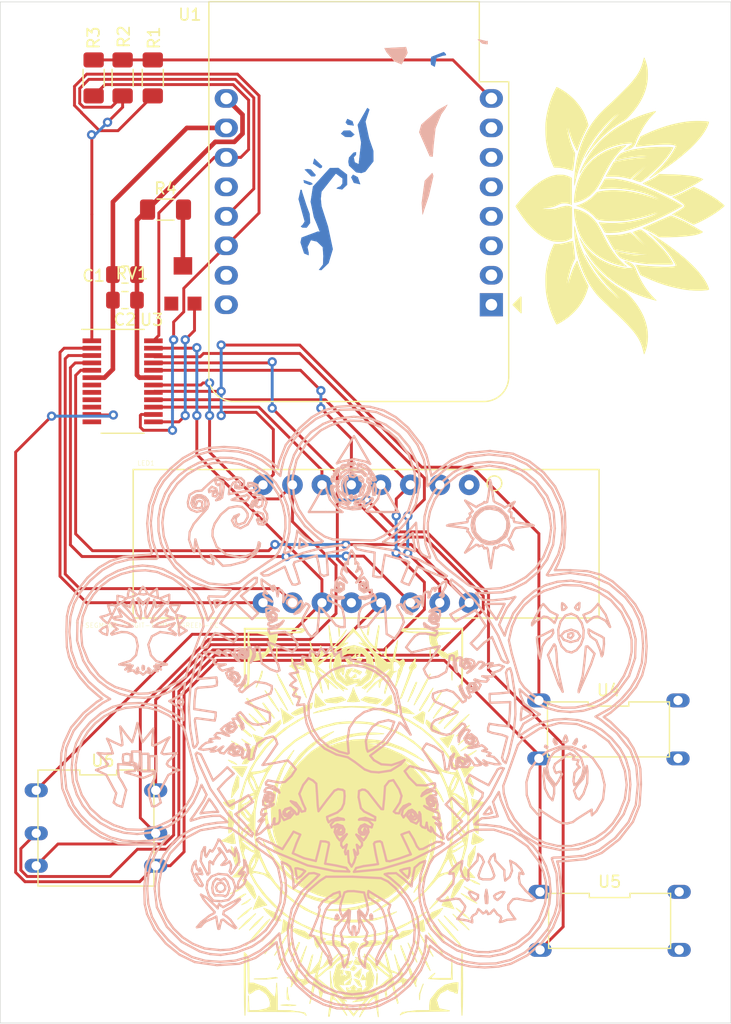
<source format=kicad_pcb>
(kicad_pcb (version 20171130) (host pcbnew "(5.1.10)-1")
  (layers (0 F.Cu signal) (31 B.Cu signal) (34 B.Paste user) (35 F.Paste user) (36 B.SilkS user) (37 F.SilkS user) (38 B.Mask user) (39 F.Mask user) (44 Edge.Cuts user))
  (net 0 "")
  (net 1 "Net-(U1-Pad16)")
  (net 2 "Net-(U1-Pad15)")
  (net 3 "Net-(U1-Pad12)")
  (net 4 "Net-(U1-Pad7)")
  (net 5 "Net-(U1-Pad6)")
  (net 6 "Net-(U1-Pad5)")
  (net 7 "Net-(U1-Pad4)")
  (net 8 "Net-(U1-Pad3)")
  (net 9 "Net-(U1-Pad1)")
  (net 10 "Net-(U1-Pad2)")
  (net 11 "Net-(R1-Pad2)")
  (net 12 "Net-(R1-Pad1)")
  (net 13 "Net-(R2-Pad2)")
  (net 14 GND)
  (net 15 +5V)
  (net 16 "Net-(R3-Pad2)")
  (net 17 "Net-(R4-Pad2)")
  (net 18 "Net-(LED1-Pad16)")
  (net 19 "Net-(LED1-Pad14)")
  (net 20 "Net-(LED1-Pad12)")
  (net 21 "Net-(LED1-Pad10)")
  (net 22 "Net-(LED1-Pad9)")
  (net 23 "Net-(LED1-Pad8)")
  (net 24 "Net-(LED1-Pad7)")
  (net 25 "Net-(LED1-Pad6)")
  (net 26 "Net-(LED1-Pad4)")
  (net 27 "Net-(LED1-Pad2)")
  (net 28 "Net-(LED1-Pad1)")
  (net 29 "Net-(RV1-Pad3)")
  (net 30 "Net-(RV1-Pad1)")
  (net 31 "Net-(U3-Pad12)")
  (net 32 "Net-(U3-Pad10)")
  (net 33 "Net-(U3-Pad9)")
  (net 34 "Net-(U3-Pad7)")
  (net 35 "Net-(U3-Pad8)")
  (net 36 "Net-(U4-Pad4)")
  (net 37 "Net-(U4-Pad2)")
  (net 38 "Net-(U5-Pad4)")
  (net 39 "Net-(U5-Pad2)")
  (net 40 "Net-(LED1-Pad15)")
  (net 41 "Net-(LED1-Pad13)")
  (net 42 "Net-(LED1-Pad11)")
  (net 43 "Net-(LED1-Pad5)")
  (net 44 "Net-(LED1-Pad3)")
  (net 45 "Net-(U3-Pad11)")
  (module MyFootprints:squirrel2 (layer B.Cu) (at 137.9 40 180)
    (fp_text reference svg2mod hide)
    (fp_text value G*** hide)
    (fp_poly (pts (xy 14.761767 -22.412816) (xy 14.138902 -21.807239) (xy 13.776921 -20.610659) (xy 14.187081 -18.673055) (xy 14.750953 -16.917812) (xy 14.815593 -16.262522) (xy 14.750753 -15.654862) (xy 13.512335 -14.086711) (xy 12.930214 -14.517428) (xy 12.934914 -14.9575) (xy 13.112842 -15.197967) (xy 13.334952 -15.281427) (xy 13.450269 -15.382834) (xy 12.971915 -15.464054) (xy 12.53774 -15.055106) (xy 12.55038 -14.177037) (xy 13.297776 -13.605413) (xy 14.022539 -13.617473) (xy 15.481527 -15.221076) (xy 15.6807 -16.521692) (xy 15.402627 -17.854233) (xy 15.147107 -18.448116) (xy 14.882859 -19.119912) (xy 15.050971 -19.084712) (xy 16.461635 -19.612137) (xy 16.556405 -20.02747) (xy 16.243401 -20.970619) (xy 15.86725 -21.131437) (xy 15.85687 -20.940082) (xy 15.965008 -20.42829) (xy 15.666635 -19.829937) (xy 15.137785 -19.954771) (xy 14.638736 -20.434608) (xy 14.584216 -21.200596) (xy 14.614576 -21.941484) (xy 14.808526 -22.187117) (xy 14.965397 -22.394061) (xy 14.761793 -22.412811) (xy 14.761767 -22.412816)) (layer B.Cu) (width 0.023403))
    (fp_poly (pts (xy 11.307738 -14.046381) (xy 10.971136 -13.931703) (xy 10.274769 -13.044576) (xy 10.277269 -12.143551) (xy 10.64849 -11.067002) (xy 10.960195 -9.616002) (xy 10.61733 -8.577263) (xy 10.795824 -8.439841) (xy 11.62501 -9.896834) (xy 11.325297 -11.418311) (xy 11.540293 -13.288471) (xy 11.884212 -13.120104) (xy 11.972422 -12.696878) (xy 11.782535 -12.481439) (xy 11.769215 -12.24938) (xy 11.98643 -12.29276) (xy 12.368372 -12.711829) (xy 12.430982 -13.067981) (xy 12.367752 -13.410182) (xy 11.751503 -13.987157) (xy 11.307739 -14.046387) (xy 11.307738 -14.046381)) (layer B.Cu) (width 0.023403))
    (fp_poly (pts (xy 16.021668 -18.748564) (xy 15.728071 -18.347979) (xy 15.776371 -17.573103) (xy 16.057713 -16.812498) (xy 16.414724 -15.706505) (xy 16.458544 -15.507577) (xy 16.552464 -15.501877) (xy 16.725884 -16.295189) (xy 16.338026 -17.713483) (xy 16.192518 -18.222998) (xy 16.365702 -18.500653) (xy 16.525142 -18.653642) (xy 16.39777 -18.745882) (xy 16.021669 -18.748482) (xy 16.021668 -18.748564)) (layer B.Cu) (width 0.023403))
    (fp_poly (pts (xy 4.983059 -4.8877) (xy 4.90655 -4.539191) (xy 4.841972 -4.13103) (xy 4.324326 -3.940717) (xy 4.00922 -3.889197) (xy 4.055748 -3.760479) (xy 4.202895 -3.620099) (xy 5.270585 -4.037878) (xy 5.339898 -4.385378) (xy 5.2896 -4.716514) (xy 4.983059 -4.8877)) (layer B.Cu) (width 0.023403))
    (fp_poly (pts (xy 12.185364 -10.950648) (xy 11.904523 -10.729347) (xy 12.284312 -10.387699) (xy 12.828952 -10.397879) (xy 13.064367 -10.653093) (xy 12.711936 -10.926076) (xy 12.185364 -10.950646) (xy 12.185364 -10.950648)) (layer B.Cu) (width 0.023403))
    (fp_poly (pts (xy 14.725155 -13.583448) (xy 14.699175 -13.438172) (xy 15.367196 -12.803385) (xy 15.481198 -13.235797) (xy 14.876189 -13.629657) (xy 14.725152 -13.583447) (xy 14.725155 -13.583448)) (layer B.Cu) (width 0.023403))
    (fp_poly (pts (xy 15.319596 -14.333554) (xy 15.251186 -14.214223) (xy 15.66605 -13.741914) (xy 15.974742 -13.709004) (xy 16.19759 -13.747594) (xy 15.623588 -14.332705) (xy 15.319595 -14.333501) (xy 15.319596 -14.333554)) (layer B.Cu) (width 0.023403))
    (fp_poly (pts (xy 11.410129 -15.012787) (xy 11.619047 -14.411578) (xy 12.026063 -14.191848) (xy 12.185364 -14.415134) (xy 11.95624 -14.892929) (xy 11.410129 -15.012787)) (layer B.Cu) (width 0.023403))
    (fp_poly (pts (xy 11.966187 -9.953652) (xy 12.075926 -9.587199) (xy 12.517612 -9.386067) (xy 12.662353 -9.68994) (xy 12.493487 -9.887709) (xy 11.966187 -9.953652)) (layer B.Cu) (width 0.023403))
    (fp_poly (pts (xy 15.578831 -15.036267) (xy 15.520321 -14.986347) (xy 15.648657 -14.868772) (xy 16.289001 -14.65539) (xy 16.246511 -14.889584) (xy 15.777756 -15.072949) (xy 15.578828 -15.036259) (xy 15.578831 -15.036267)) (layer B.Cu) (width 0.023403))
  )
  (module MyFootprints:lotus (layer F.Cu) (at 157.9 44.1 270)
    (fp_text reference svg2mod hide)
    (fp_text value G*** hide)
  )
  (module MyFootprints:plains_walker_back_simp2 (layer F.Cu) (at 114.5 93)
    (fp_text reference svg2mod hide)
    (fp_text value G*** hide)
    (fp_poly (pts (xy 11.207301 20.122476) (xy 10.916914 19.091796) (xy 10.472149 18.258218) (xy 9.870827 17.617662) (xy 9.166745 17.163559) (xy 8.977714 16.910591) (xy 9.091314 15.586679) (xy 9.239221 14.721527) (xy 9.362052 15.359762) (xy 9.516921 16.261132) (xy 9.732896 16.527807) (xy 9.95191 16.015618) (xy 10.180169 14.566866) (xy 10.277546 13.898998) (xy 10.363011 14.107857) (xy 10.513909 15.382454) (xy 10.78954 16.312814) (xy 10.961018 16.283237) (xy 11.08987 15.307493) (xy 11.201204 14.412634) (xy 11.287941 13.589815) (xy 11.357161 12.818297) (xy 11.510641 14.179799) (xy 11.745438 15.986154) (xy 11.954574 16.31282) (xy 12.219252 15.563995) (xy 12.330256 14.4521) (xy 12.4146 13.9075) (xy 12.501915 14.089032) (xy 12.697335 15.508121) (xy 12.973601 16.502944) (xy 13.330844 15.665636) (xy 13.512197 14.784272) (xy 13.65076 15.586684) (xy 13.751749 16.91956) (xy 13.428436 17.242616) (xy 12.56075 17.911086) (xy 11.881488 18.963158) (xy 11.485304 20.25223) (xy 11.367542 20.969419) (xy 11.207301 20.122476)) (layer F.Cu) (width 0.090808))
  )
  (module MyFootprints:7-SEGMENT-4DIGIT-YOUNGSUN (layer F.Cu) (at 127 86)
    (fp_text reference LED1 (at -18.98396 -6.9469) (layer F.SilkS) (effects (font (size 0.4064 0.4064) (thickness 0.0254))))
    (fp_text value 7-SEGMENT-4DIGIT-10MM-KGREEN-CC (at -18.90776 7.03326) (layer F.SilkS) (effects (font (size 0.4064 0.4064) (thickness 0.0254))))
    (pad 16 thru_hole circle (at -8.89 -5.08) (size 1.778 1.778) (drill 0.79756) (layers *.Cu *.Mask) (net 18 "Net-(LED1-Pad16)"))
    (pad 15 thru_hole circle (at -6.35 -5.08) (size 1.778 1.778) (drill 0.79756) (layers *.Cu *.Mask) (net 40 "Net-(LED1-Pad15)"))
    (pad 14 thru_hole circle (at -3.81 -5.08) (size 1.778 1.778) (drill 0.79756) (layers *.Cu *.Mask) (net 19 "Net-(LED1-Pad14)"))
    (pad 13 thru_hole circle (at -1.27 -5.08) (size 1.778 1.778) (drill 0.79756) (layers *.Cu *.Mask) (net 41 "Net-(LED1-Pad13)"))
    (pad 12 thru_hole circle (at 1.27 -5.08) (size 1.778 1.778) (drill 0.79756) (layers *.Cu *.Mask) (net 20 "Net-(LED1-Pad12)"))
    (pad 11 thru_hole circle (at 3.81 -5.08) (size 1.778 1.778) (drill 0.79756) (layers *.Cu *.Mask) (net 42 "Net-(LED1-Pad11)"))
    (pad 10 thru_hole circle (at 6.35 -5.08) (size 1.778 1.778) (drill 0.79756) (layers *.Cu *.Mask) (net 21 "Net-(LED1-Pad10)"))
    (pad 9 thru_hole circle (at 8.89 -5.08) (size 1.778 1.778) (drill 0.79756) (layers *.Cu *.Mask) (net 22 "Net-(LED1-Pad9)"))
    (pad 8 thru_hole circle (at 8.89 5.08) (size 1.778 1.778) (drill 0.79756) (layers *.Cu *.Mask) (net 23 "Net-(LED1-Pad8)"))
    (pad 7 thru_hole circle (at 6.35 5.08) (size 1.778 1.778) (drill 0.79756) (layers *.Cu *.Mask) (net 24 "Net-(LED1-Pad7)"))
    (pad 6 thru_hole circle (at 3.81 5.08) (size 1.778 1.778) (drill 0.79756) (layers *.Cu *.Mask) (net 25 "Net-(LED1-Pad6)"))
    (pad 5 thru_hole circle (at 1.27 5.08) (size 1.778 1.778) (drill 0.79756) (layers *.Cu *.Mask) (net 43 "Net-(LED1-Pad5)"))
    (pad 4 thru_hole circle (at -1.27 5.08) (size 1.778 1.778) (drill 0.79756) (layers *.Cu *.Mask) (net 26 "Net-(LED1-Pad4)"))
    (pad 3 thru_hole circle (at -3.81 5.08) (size 1.778 1.778) (drill 0.79756) (layers *.Cu *.Mask) (net 44 "Net-(LED1-Pad3)"))
    (pad 2 thru_hole circle (at -6.35 5.08) (size 1.778 1.778) (drill 0.79756) (layers *.Cu *.Mask) (net 27 "Net-(LED1-Pad2)"))
    (pad 1 thru_hole circle (at -8.89 5.08) (size 1.778 1.778) (drill 0.79756) (layers *.Cu *.Mask) (net 28 "Net-(LED1-Pad1)"))
  )
  (module MyFootprints:TACTILE-DIP-BUTTON (layer F.Cu) (at 148 118.5 270)
    (fp_text reference U5 (at -3.37 0) (layer F.SilkS))
    (fp_text value PTS526-tactile-button)
    (pad 3 thru_hole oval (at 2.5 6 270) (size 1.2 2) (drill 0.8) (layers *.Cu *.Mask) (net 19 "Net-(LED1-Pad14)"))
    (pad 4 thru_hole oval (at 2.5 -6 270) (size 1.2 2) (drill 0.8) (layers *.Cu *.Mask) (net 38 "Net-(U5-Pad4)"))
    (pad 1 thru_hole oval (at -2.5 6 270) (size 1.2 2) (drill 0.8) (layers *.Cu *.Mask) (net 45 "Net-(U3-Pad11)"))
    (pad 2 thru_hole oval (at -2.5 -6 270) (size 1.2 2) (drill 0.8) (layers *.Cu *.Mask) (net 39 "Net-(U5-Pad2)"))
  )
  (module MyFootprints:TACTILE-DIP-BUTTON (layer F.Cu) (at 147.9 102 270)
    (fp_text reference U4 (at -3.37 0) (layer F.SilkS))
    (fp_text value PTS526-tactile-button)
    (pad 3 thru_hole oval (at 2.5 6 270) (size 1.2 2) (drill 0.8) (layers *.Cu *.Mask) (net 45 "Net-(U3-Pad11)"))
    (pad 4 thru_hole oval (at 2.5 -6 270) (size 1.2 2) (drill 0.8) (layers *.Cu *.Mask) (net 36 "Net-(U4-Pad4)"))
    (pad 1 thru_hole oval (at -2.5 6 270) (size 1.2 2) (drill 0.8) (layers *.Cu *.Mask) (net 18 "Net-(LED1-Pad16)"))
    (pad 2 thru_hole oval (at -2.5 -6 270) (size 1.2 2) (drill 0.8) (layers *.Cu *.Mask) (net 37 "Net-(U4-Pad2)"))
  )
  (module MyFootprints:TACTILE-NAV-STICK-DIP (layer F.Cu) (at 103.7 110.5 270)
    (fp_text reference U6 (at -5.8 -0.6) (layer F.SilkS))
    (fp_text value TACTILE-NAV-STICK-DIP)
    (pad 3 thru_hole oval (at 3.25 5.15 270) (size 1.2 2) (drill 0.8) (layers *.Cu *.Mask) (net 42 "Net-(LED1-Pad11)"))
    (pad 4 thru_hole oval (at 3.25 -5.15 270) (size 1.2 2) (drill 0.8) (layers *.Cu *.Mask) (net 45 "Net-(U3-Pad11)"))
    (pad 2 thru_hole oval (at 0.45 5.15 270) (size 1.2 2) (drill 0.8) (layers *.Cu *.Mask) (net 41 "Net-(LED1-Pad13)"))
    (pad 5 thru_hole oval (at 0.45 -5.15 270) (size 1.2 2) (drill 0.8) (layers *.Cu *.Mask) (net 40 "Net-(LED1-Pad15)"))
    (pad 1 thru_hole oval (at -3.25 5.15 270) (size 1.2 2) (drill 0.8) (layers *.Cu *.Mask) (net 44 "Net-(LED1-Pad3)"))
    (pad 6 thru_hole oval (at -3.25 -5.15 270) (size 1.2 2) (drill 0.8) (layers *.Cu *.Mask) (net 43 "Net-(LED1-Pad5)"))
  )
  (module Resistor_SMD:R_1206_3216Metric_Pad1.30x1.75mm_HandSolder (layer F.Cu) (at 108.6 45.85 270)
    (fp_text reference R1 (at -3.45 -0.1 90) (layer F.SilkS))
    (fp_text value 4.7k)
    (pad 2 smd roundrect (at 1.55 0 270) (size 1.3 1.75) (layers F.Cu F.Paste F.Mask) (roundrect_rratio 0.1923069230769231) (net 11 "Net-(R1-Pad2)"))
    (pad 1 smd roundrect (at -1.55 0 270) (size 1.3 1.75) (layers F.Cu F.Paste F.Mask) (roundrect_rratio 0.1923069230769231) (net 12 "Net-(R1-Pad1)"))
  )
  (module Resistor_SMD:R_1206_3216Metric_Pad1.30x1.75mm_HandSolder (layer F.Cu) (at 106 45.85 270)
    (fp_text reference R2 (at -3.55 -0.1 90) (layer F.SilkS))
    (fp_text value 4.7k)
    (pad 2 smd roundrect (at 1.55 0 270) (size 1.3 1.75) (layers F.Cu F.Paste F.Mask) (roundrect_rratio 0.1923069230769231) (net 13 "Net-(R2-Pad2)"))
    (pad 1 smd roundrect (at -1.55 0 270) (size 1.3 1.75) (layers F.Cu F.Paste F.Mask) (roundrect_rratio 0.1923069230769231) (net 12 "Net-(R1-Pad1)"))
  )
  (module Resistor_SMD:R_1206_3216Metric_Pad1.30x1.75mm_HandSolder (layer F.Cu) (at 103.5 45.85 270)
    (fp_text reference R3 (at -3.45 0 90) (layer F.SilkS))
    (fp_text value 4.7k)
    (pad 2 smd roundrect (at 1.55 0 270) (size 1.3 1.75) (layers F.Cu F.Paste F.Mask) (roundrect_rratio 0.1923069230769231) (net 16 "Net-(R3-Pad2)"))
    (pad 1 smd roundrect (at -1.55 0 270) (size 1.3 1.75) (layers F.Cu F.Paste F.Mask) (roundrect_rratio 0.1923069230769231) (net 12 "Net-(R1-Pad1)"))
  )
  (module Package_SO:QSOP-24_3.9x8.7mm_P0.635mm (layer F.Cu) (at 106 72)
    (fp_text reference U3 (at 2.5 -5.3) (layer F.SilkS))
    (fp_text value AS1115-BSST)
    (pad 24 smd rect (at 2.6543 -3.4925) (size 1.6 0.41) (layers F.Cu F.Paste F.Mask) (net 16 "Net-(R3-Pad2)"))
    (pad 23 smd rect (at 2.6543 -2.8575) (size 1.6 0.41) (layers F.Cu F.Paste F.Mask) (net 44 "Net-(LED1-Pad3)"))
    (pad 22 smd rect (at 2.6543 -2.2225) (size 1.6 0.41) (layers F.Cu F.Paste F.Mask) (net 24 "Net-(LED1-Pad7)"))
    (pad 21 smd rect (at 2.6543 -1.5875) (size 1.6 0.41) (layers F.Cu F.Paste F.Mask) (net 43 "Net-(LED1-Pad5)"))
    (pad 16 smd rect (at 2.6543 1.5875) (size 1.6 0.41) (layers F.Cu F.Paste F.Mask) (net 42 "Net-(LED1-Pad11)"))
    (pad 15 smd rect (at 2.6543 2.2225) (size 1.6 0.41) (layers F.Cu F.Paste F.Mask) (net 19 "Net-(LED1-Pad14)"))
    (pad 14 smd rect (at 2.6543 2.8575) (size 1.6 0.41) (layers F.Cu F.Paste F.Mask) (net 11 "Net-(R1-Pad2)"))
    (pad 13 smd rect (at 2.6543 3.4925) (size 1.6 0.41) (layers F.Cu F.Paste F.Mask) (net 29 "Net-(RV1-Pad3)"))
    (pad 12 smd rect (at -2.6543 3.4925) (size 1.6 0.41) (layers F.Cu F.Paste F.Mask) (net 31 "Net-(U3-Pad12)"))
    (pad 11 smd rect (at -2.6543 2.8575) (size 1.6 0.41) (layers F.Cu F.Paste F.Mask) (net 45 "Net-(U3-Pad11)"))
    (pad 10 smd rect (at -2.6543 2.2225) (size 1.6 0.41) (layers F.Cu F.Paste F.Mask) (net 32 "Net-(U3-Pad10)"))
    (pad 9 smd rect (at -2.6543 1.5875) (size 1.6 0.41) (layers F.Cu F.Paste F.Mask) (net 33 "Net-(U3-Pad9)"))
    (pad 4 smd rect (at -2.6543 -1.5875) (size 1.6 0.41) (layers F.Cu F.Paste F.Mask) (net 25 "Net-(LED1-Pad6)"))
    (pad 3 smd rect (at -2.6543 -2.2225) (size 1.6 0.41) (layers F.Cu F.Paste F.Mask) (net 27 "Net-(LED1-Pad2)"))
    (pad 2 smd rect (at -2.6543 -2.8575) (size 1.6 0.41) (layers F.Cu F.Paste F.Mask) (net 28 "Net-(LED1-Pad1)"))
    (pad 1 smd rect (at -2.6543 -3.4925) (size 1.6 0.41) (layers F.Cu F.Paste F.Mask) (net 13 "Net-(R2-Pad2)"))
    (pad 5 smd rect (at -2.6543 -0.9525) (size 1.6 0.41) (layers F.Cu F.Paste F.Mask) (net 23 "Net-(LED1-Pad8)"))
    (pad 6 smd rect (at -2.6543 -0.3175) (size 1.6 0.41) (layers F.Cu F.Paste F.Mask) (net 14 GND))
    (pad 19 smd rect (at 2.6543 -0.3175) (size 1.6 0.41) (layers F.Cu F.Paste F.Mask) (net 15 +5V))
    (pad 20 smd rect (at 2.6543 -0.9525) (size 1.6 0.41) (layers F.Cu F.Paste F.Mask) (net 41 "Net-(LED1-Pad13)"))
    (pad 7 smd rect (at -2.6543 0.3175) (size 1.6 0.41) (layers F.Cu F.Paste F.Mask) (net 34 "Net-(U3-Pad7)"))
    (pad 8 smd rect (at -2.6543 0.9525) (size 1.6 0.41) (layers F.Cu F.Paste F.Mask) (net 35 "Net-(U3-Pad8)"))
    (pad 18 smd rect (at 2.6543 0.3175) (size 1.6 0.41) (layers F.Cu F.Paste F.Mask) (net 40 "Net-(LED1-Pad15)"))
    (pad 17 smd rect (at 2.6543 0.9525) (size 1.6 0.41) (layers F.Cu F.Paste F.Mask) (net 18 "Net-(LED1-Pad16)"))
  )
  (module MyFootprints:TC33-SMD-Trimpot (layer F.Cu) (at 111.2 63.5)
    (fp_text reference RV1 (at -4.4 -0.8) (layer F.SilkS))
    (fp_text value 100k)
    (pad 3 smd rect (at 1 1.8) (size 1.2 1.2) (layers F.Cu F.Paste F.Mask) (net 29 "Net-(RV1-Pad3)"))
    (pad 1 smd rect (at -1 1.8) (size 1.2 1.2) (layers F.Cu F.Paste F.Mask) (net 30 "Net-(RV1-Pad1)"))
    (pad 2 smd rect (at 0 -1.45) (size 1.6 1.5) (layers F.Cu F.Paste F.Mask) (net 17 "Net-(R4-Pad2)"))
  )
  (module Resistor_SMD:R_1206_3216Metric_Pad1.30x1.75mm_HandSolder (layer F.Cu) (at 109.7 57.2)
    (fp_text reference R4 (at 0 -1.82) (layer F.SilkS))
    (fp_text value 4.7k)
    (pad 2 smd roundrect (at 1.55 0) (size 1.3 1.75) (layers F.Cu F.Paste F.Mask) (roundrect_rratio 0.1923069230769231) (net 17 "Net-(R4-Pad2)"))
    (pad 1 smd roundrect (at -1.55 0) (size 1.3 1.75) (layers F.Cu F.Paste F.Mask) (roundrect_rratio 0.1923069230769231) (net 15 +5V))
  )
  (module Capacitor_SMD:C_0805_2012Metric_Pad1.18x1.45mm_HandSolder (layer F.Cu) (at 106.2 62.8 180)
    (fp_text reference C1 (at 2.7 -0.1) (layer F.SilkS))
    (fp_text value 10uF)
    (pad 2 smd roundrect (at 1.0375 0 180) (size 1.175 1.45) (layers F.Cu F.Paste F.Mask) (roundrect_rratio 0.2127659574468085) (net 14 GND))
    (pad 1 smd roundrect (at -1.0375 0 180) (size 1.175 1.45) (layers F.Cu F.Paste F.Mask) (roundrect_rratio 0.2127659574468085) (net 15 +5V))
  )
  (module Capacitor_SMD:C_0805_2012Metric_Pad1.18x1.45mm_HandSolder (layer F.Cu) (at 106.2 65 180)
    (fp_text reference C2 (at 0 -1.68) (layer F.SilkS))
    (fp_text value 0.1uF)
    (pad 2 smd roundrect (at 1.0375 0 180) (size 1.175 1.45) (layers F.Cu F.Paste F.Mask) (roundrect_rratio 0.2127659574468085) (net 14 GND))
    (pad 1 smd roundrect (at -1.0375 0 180) (size 1.175 1.45) (layers F.Cu F.Paste F.Mask) (roundrect_rratio 0.2127659574468085) (net 15 +5V))
  )
  (module Module:WEMOS_D1_mini_light (layer F.Cu) (at 137.8 65.4 180)
    (fp_text reference U1 (at 26 25) (layer F.SilkS))
    (fp_text value WeMos_D1_mini)
    (pad 16 thru_hole oval (at 22.86 0 180) (size 2 1.6) (drill 1) (layers *.Cu *.Mask) (net 1 "Net-(U1-Pad16)"))
    (pad 15 thru_hole oval (at 22.86 2.54 180) (size 2 1.6) (drill 1) (layers *.Cu *.Mask) (net 2 "Net-(U1-Pad15)"))
    (pad 14 thru_hole oval (at 22.86 5.08 180) (size 2 1.6) (drill 1) (layers *.Cu *.Mask) (net 11 "Net-(R1-Pad2)"))
    (pad 13 thru_hole oval (at 22.86 7.62 180) (size 2 1.6) (drill 1) (layers *.Cu *.Mask) (net 13 "Net-(R2-Pad2)"))
    (pad 12 thru_hole oval (at 22.86 10.16 180) (size 2 1.6) (drill 1) (layers *.Cu *.Mask) (net 3 "Net-(U1-Pad12)"))
    (pad 11 thru_hole oval (at 22.86 12.7 180) (size 2 1.6) (drill 1) (layers *.Cu *.Mask) (net 16 "Net-(R3-Pad2)"))
    (pad 10 thru_hole oval (at 22.86 15.24 180) (size 2 1.6) (drill 1) (layers *.Cu *.Mask) (net 14 GND))
    (pad 9 thru_hole oval (at 22.86 17.78 180) (size 2 1.6) (drill 1) (layers *.Cu *.Mask) (net 15 +5V))
    (pad 8 thru_hole oval (at 0 17.78 180) (size 2 1.6) (drill 1) (layers *.Cu *.Mask) (net 12 "Net-(R1-Pad1)"))
    (pad 7 thru_hole oval (at 0 15.24 180) (size 2 1.6) (drill 1) (layers *.Cu *.Mask) (net 4 "Net-(U1-Pad7)"))
    (pad 6 thru_hole oval (at 0 12.7 180) (size 2 1.6) (drill 1) (layers *.Cu *.Mask) (net 5 "Net-(U1-Pad6)"))
    (pad 5 thru_hole oval (at 0 10.16 180) (size 2 1.6) (drill 1) (layers *.Cu *.Mask) (net 6 "Net-(U1-Pad5)"))
    (pad 4 thru_hole oval (at 0 7.62 180) (size 2 1.6) (drill 1) (layers *.Cu *.Mask) (net 7 "Net-(U1-Pad4)"))
    (pad 3 thru_hole oval (at 0 5.08 180) (size 2 1.6) (drill 1) (layers *.Cu *.Mask) (net 8 "Net-(U1-Pad3)"))
    (pad 1 thru_hole rect (at 0 0 180) (size 2 2) (drill 1) (layers *.Cu *.Mask) (net 9 "Net-(U1-Pad1)"))
    (pad 2 thru_hole oval (at 0 2.54 180) (size 2 1.6) (drill 1) (layers *.Cu *.Mask) (net 10 "Net-(U1-Pad2)"))
  )
  (gr_line (start 117.906038 81.802353) (end 118.178838 81.997693) (layer B.SilkS) (width 0.2))
  (gr_line (start 117.829338 81.173043) (end 117.798438 81.399823) (layer B.SilkS) (width 0.2))
  (gr_line (start 116.472738 80.938403) (end 116.333638 81.155773) (layer B.SilkS) (width 0.2))
  (gr_line (start 117.642838 80.945553) (end 117.829338 81.173043) (layer B.SilkS) (width 0.2))
  (gr_line (start 116.846438 81.137273) (end 116.770038 81.015773) (layer B.SilkS) (width 0.2))
  (gr_line (start 116.624338 81.459973) (end 117.305538 81.392483) (layer B.SilkS) (width 0.2))
  (gr_line (start 117.533238 81.195963) (end 117.301337 80.960363) (layer B.SilkS) (width 0.2))
  (gr_line (start 115.157438 81.723713) (end 115.692238 81.622883) (layer B.SilkS) (width 0.2))
  (gr_line (start 116.000438 80.577793) (end 115.545538 80.737623) (layer B.SilkS) (width 0.2))
  (gr_line (start 116.184238 80.859813) (end 116.000438 80.577793) (layer B.SilkS) (width 0.2))
  (gr_line (start 115.830138 80.997813) (end 116.005438 81.141713) (layer B.SilkS) (width 0.2))
  (gr_line (start 115.805138 80.882213) (end 115.830138 80.997813) (layer B.SilkS) (width 0.2))
  (gr_line (start 116.463138 80.575443) (end 116.472738 80.938403) (layer B.SilkS) (width 0.2))
  (gr_line (start 116.091638 81.243753) (end 115.704138 81.173223) (layer B.SilkS) (width 0.2))
  (gr_line (start 112.827138 81.412793) (end 113.024538 81.211903) (layer B.SilkS) (width 0.2))
  (gr_line (start 114.190138 80.201883) (end 114.760938 80.335843) (layer B.SilkS) (width 0.2))
  (gr_line (start 116.333638 81.155773) (end 116.091638 81.243753) (layer B.SilkS) (width 0.2))
  (gr_line (start 118.148438 84.359202) (end 117.733438 84.298902) (layer B.SilkS) (width 0.2))
  (gr_line (start 115.803638 80.262503) (end 116.209438 80.335553) (layer B.SilkS) (width 0.2))
  (gr_line (start 115.080338 80.476413) (end 115.338138 80.400053) (layer B.SilkS) (width 0.2))
  (gr_line (start 113.024538 81.211903) (end 113.411338 80.850233) (layer B.SilkS) (width 0.2))
  (gr_line (start 118.483738 83.785202) (end 118.379138 84.123102) (layer B.SilkS) (width 0.2))
  (gr_line (start 118.379138 84.123102) (end 118.148438 84.359202) (layer B.SilkS) (width 0.2))
  (gr_line (start 118.422238 82.408853) (end 118.286438 82.830903) (layer B.SilkS) (width 0.2))
  (gr_line (start 116.209438 80.335553) (end 116.463138 80.575443) (layer B.SilkS) (width 0.2))
  (gr_line (start 117.577738 81.806423) (end 117.906038 81.802353) (layer B.SilkS) (width 0.2))
  (gr_line (start 116.005438 81.141713) (end 116.184238 80.859813) (layer B.SilkS) (width 0.2))
  (gr_line (start 117.255838 80.766673) (end 117.642838 80.945553) (layer B.SilkS) (width 0.2))
  (gr_line (start 117.301337 80.960363) (end 116.959937 81.035083) (layer B.SilkS) (width 0.2))
  (gr_line (start 117.305538 81.392483) (end 117.533238 81.195963) (layer B.SilkS) (width 0.2))
  (gr_line (start 114.760938 80.335843) (end 115.080338 80.476413) (layer B.SilkS) (width 0.2))
  (gr_line (start 115.217038 81.261213) (end 115.157438 81.723713) (layer B.SilkS) (width 0.2))
  (gr_line (start 115.704138 81.173223) (end 115.709938 80.940373) (layer B.SilkS) (width 0.2))
  (gr_line (start 116.770038 81.015773) (end 116.843038 80.762123) (layer B.SilkS) (width 0.2))
  (gr_line (start 118.452738 83.433912) (end 118.483738 83.785202) (layer B.SilkS) (width 0.2))
  (gr_line (start 117.533238 81.576533) (end 117.240337 81.775603) (layer B.SilkS) (width 0.2))
  (gr_line (start 118.276638 83.157862) (end 118.452738 83.433912) (layer B.SilkS) (width 0.2))
  (gr_line (start 117.240337 81.775603) (end 117.577738 81.806423) (layer B.SilkS) (width 0.2))
  (gr_line (start 116.959937 81.035083) (end 116.846438 81.137273) (layer B.SilkS) (width 0.2))
  (gr_line (start 113.809238 80.507363) (end 114.190138 80.201883) (layer B.SilkS) (width 0.2))
  (gr_line (start 113.411338 80.850233) (end 113.809238 80.507363) (layer B.SilkS) (width 0.2))
  (gr_line (start 117.798438 81.399823) (end 117.533238 81.576533) (layer B.SilkS) (width 0.2))
  (gr_line (start 115.338138 80.400053) (end 115.803638 80.262503) (layer B.SilkS) (width 0.2))
  (gr_line (start 118.178838 81.997693) (end 118.422238 82.408853) (layer B.SilkS) (width 0.2))
  (gr_line (start 116.843038 80.762123) (end 117.255838 80.766673) (layer B.SilkS) (width 0.2))
  (gr_line (start 115.692238 81.622883) (end 116.624338 81.459973) (layer B.SilkS) (width 0.2))
  (gr_line (start 115.709938 80.940373) (end 115.805138 80.882213) (layer B.SilkS) (width 0.2))
  (gr_line (start 118.190138 83.025232) (end 118.276638 83.157862) (layer B.SilkS) (width 0.2))
  (gr_line (start 115.545538 80.737623) (end 115.217038 81.261213) (layer B.SilkS) (width 0.2))
  (gr_line (start 118.286438 82.830903) (end 118.190138 83.025232) (layer B.SilkS) (width 0.2))
  (gr_line (start 112.295739 81.474673) (end 112.827138 81.412793) (layer B.SilkS) (width 0.2))
  (gr_line (start 112.242739 82.126733) (end 112.538739 81.990613) (layer B.SilkS) (width 0.2))
  (gr_line (start 111.947739 86.299302) (end 111.728339 85.641702) (layer B.SilkS) (width 0.2))
  (gr_line (start 112.142339 82.437163) (end 112.242739 82.126733) (layer B.SilkS) (width 0.2))
  (gr_line (start 112.280939 82.728033) (end 112.142339 82.437163) (layer B.SilkS) (width 0.2))
  (gr_line (start 113.425738 82.585093) (end 113.338938 82.239853) (layer B.SilkS) (width 0.2))
  (gr_line (start 112.828738 82.368023) (end 112.624239 82.312923) (layer B.SilkS) (width 0.2))
  (gr_line (start 109.940239 86.491402) (end 110.593739 87.577802) (layer B.SilkS) (width 0.2))
  (gr_line (start 112.082539 82.858443) (end 112.542539 82.945912) (layer B.SilkS) (width 0.2))
  (gr_line (start 110.717239 80.821353) (end 110.034009 81.834083) (layer B.SilkS) (width 0.2))
  (gr_line (start 113.715338 79.057423) (end 112.598939 79.414713) (layer B.SilkS) (width 0.2))
  (gr_line (start 111.922939 82.494433) (end 112.082539 82.858443) (layer B.SilkS) (width 0.2))
  (gr_line (start 112.048239 82.039613) (end 111.922939 82.494433) (layer B.SilkS) (width 0.2))
  (gr_line (start 112.787138 81.817683) (end 112.417139 81.813463) (layer B.SilkS) (width 0.2))
  (gr_line (start 117.275038 79.589423) (end 116.094338 79.126463) (layer B.SilkS) (width 0.2))
  (gr_line (start 113.292638 82.963672) (end 113.425738 82.585093) (layer B.SilkS) (width 0.2))
  (gr_line (start 112.223239 86.170102) (end 112.172839 86.721102) (layer B.SilkS) (width 0.2))
  (gr_line (start 113.437638 89.422701) (end 114.892838 89.553701) (layer B.SilkS) (width 0.2))
  (gr_line (start 112.273539 85.619002) (end 112.223239 86.170102) (layer B.SilkS) (width 0.2))
  (gr_line (start 112.598939 79.414713) (end 111.585939 80.008793) (layer B.SilkS) (width 0.2))
  (gr_line (start 110.593739 87.577802) (end 111.819139 88.688402) (layer B.SilkS) (width 0.2))
  (gr_line (start 111.585939 80.008793) (end 110.717239 80.821353) (layer B.SilkS) (width 0.2))
  (gr_line (start 116.035238 89.350301) (end 116.035238 89.350301) (layer B.SilkS) (width 0.2))
  (gr_line (start 112.839338 87.157602) (end 112.445639 86.220102) (layer B.SilkS) (width 0.2))
  (gr_line (start 113.838838 87.757002) (end 113.384738 87.620102) (layer B.SilkS) (width 0.2))
  (gr_line (start 113.125838 82.314843) (end 113.138638 82.807403) (layer B.SilkS) (width 0.2))
  (gr_line (start 112.427139 82.359963) (end 112.382039 82.541083) (layer B.SilkS) (width 0.2))
  (gr_line (start 111.728339 85.641702) (end 111.785439 84.982202) (layer B.SilkS) (width 0.2))
  (gr_line (start 114.892838 89.553701) (end 116.035238 89.350301) (layer B.SilkS) (width 0.2))
  (gr_line (start 109.577099 83.028682) (end 109.424339 84.183002) (layer B.SilkS) (width 0.2))
  (gr_line (start 112.624239 82.312923) (end 112.427139 82.359963) (layer B.SilkS) (width 0.2))
  (gr_line (start 113.384738 87.620102) (end 112.839338 87.157602) (layer B.SilkS) (width 0.2))
  (gr_line (start 112.819338 82.869233) (end 112.874638 82.613473) (layer B.SilkS) (width 0.2))
  (gr_line (start 111.776339 81.787063) (end 112.295739 81.474673) (layer B.SilkS) (width 0.2))
  (gr_line (start 118.149038 80.173983) (end 117.275038 79.589423) (layer B.SilkS) (width 0.2))
  (gr_line (start 112.382039 82.541083) (end 112.280939 82.728033) (layer B.SilkS) (width 0.2))
  (gr_line (start 109.424339 84.183002) (end 109.547919 85.348502) (layer B.SilkS) (width 0.2))
  (gr_line (start 114.894138 78.955233) (end 113.715338 79.057423) (layer B.SilkS) (width 0.2))
  (gr_line (start 112.874638 82.613473) (end 112.828738 82.368023) (layer B.SilkS) (width 0.2))
  (gr_line (start 112.542539 82.945912) (end 112.819338 82.869233) (layer B.SilkS) (width 0.2))
  (gr_line (start 113.338938 82.239853) (end 113.110238 81.971923) (layer B.SilkS) (width 0.2))
  (gr_line (start 112.759239 83.554742) (end 113.292638 82.963672) (layer B.SilkS) (width 0.2))
  (gr_line (start 112.172839 86.721102) (end 111.947739 86.299302) (layer B.SilkS) (width 0.2))
  (gr_line (start 114.076538 87.334902) (end 113.592738 86.948902) (layer B.SilkS) (width 0.2))
  (gr_line (start 113.592738 86.948902) (end 113.791638 87.497502) (layer B.SilkS) (width 0.2))
  (gr_line (start 111.622339 82.428123) (end 111.776339 81.787063) (layer B.SilkS) (width 0.2))
  (gr_line (start 119.428337 81.743813) (end 118.869737 80.901563) (layer B.SilkS) (width 0.2))
  (gr_line (start 111.675439 82.806433) (end 111.622339 82.428123) (layer B.SilkS) (width 0.2))
  (gr_line (start 112.882338 82.047193) (end 113.125838 82.314843) (layer B.SilkS) (width 0.2))
  (gr_line (start 109.547919 85.348502) (end 109.940239 86.491402) (layer B.SilkS) (width 0.2))
  (gr_line (start 111.886339 83.057042) (end 111.675439 82.806433) (layer B.SilkS) (width 0.2))
  (gr_line (start 118.869737 80.901563) (end 118.149038 80.173983) (layer B.SilkS) (width 0.2))
  (gr_line (start 112.389539 83.255942) (end 111.886339 83.057042) (layer B.SilkS) (width 0.2))
  (gr_line (start 112.850138 83.146922) (end 112.389539 83.255942) (layer B.SilkS) (width 0.2))
  (gr_line (start 111.819139 88.688402) (end 113.437638 89.422701) (layer B.SilkS) (width 0.2))
  (gr_line (start 112.417139 81.813463) (end 112.048239 82.039613) (layer B.SilkS) (width 0.2))
  (gr_line (start 113.110238 81.971923) (end 112.787138 81.817683) (layer B.SilkS) (width 0.2))
  (gr_line (start 112.445639 86.220102) (end 112.273539 85.619002) (layer B.SilkS) (width 0.2))
  (gr_line (start 112.126539 84.295102) (end 112.759239 83.554742) (layer B.SilkS) (width 0.2))
  (gr_line (start 116.094338 79.126463) (end 114.894138 78.955233) (layer B.SilkS) (width 0.2))
  (gr_line (start 111.785439 84.982202) (end 112.126539 84.295102) (layer B.SilkS) (width 0.2))
  (gr_line (start 113.791638 87.497502) (end 113.838838 87.757002) (layer B.SilkS) (width 0.2))
  (gr_line (start 110.034009 81.834083) (end 109.577099 83.028682) (layer B.SilkS) (width 0.2))
  (gr_line (start 112.538739 81.990613) (end 112.882338 82.047193) (layer B.SilkS) (width 0.2))
  (gr_line (start 113.138638 82.807403) (end 112.850138 83.146922) (layer B.SilkS) (width 0.2))
  (gr_line (start 139.088934 85.336602) (end 139.352434 84.473502) (layer B.SilkS) (width 0.2))
  (gr_line (start 138.401234 83.107222) (end 138.916334 83.492532) (layer B.SilkS) (width 0.2))
  (gr_line (start 137.691734 82.964502) (end 138.401234 83.107222) (layer B.SilkS) (width 0.2))
  (gr_line (start 137.894234 86.041602) (end 138.431834 85.879002) (layer B.SilkS) (width 0.2))
  (gr_line (start 136.752034 83.346372) (end 137.181434 83.026602) (layer B.SilkS) (width 0.2))
  (gr_line (start 136.407834 83.748662) (end 136.752034 83.346372) (layer B.SilkS) (width 0.2))
  (gr_line (start 136.959034 85.642102) (end 136.427434 85.038802) (layer B.SilkS) (width 0.2))
  (gr_line (start 139.287934 85.608502) (end 139.544334 86.145702) (layer B.SilkS) (width 0.2))
  (gr_line (start 137.916034 87.039502) (end 137.760934 88.093502) (layer B.SilkS) (width 0.2))
  (gr_line (start 138.039634 86.341402) (end 137.916034 87.039502) (layer B.SilkS) (width 0.2))
  (gr_line (start 138.431834 85.879002) (end 138.431834 85.879002) (layer B.SilkS) (width 0.2))
  (gr_line (start 138.489634 86.146602) (end 138.382234 86.295202) (layer B.SilkS) (width 0.2))
  (gr_line (start 138.872734 86.069702) (end 138.666234 86.139402) (layer B.SilkS) (width 0.2))
  (gr_line (start 137.760934 88.093502) (end 137.631934 87.522602) (layer B.SilkS) (width 0.2))
  (gr_line (start 137.394734 86.022402) (end 137.894234 86.041602) (layer B.SilkS) (width 0.2))
  (gr_line (start 138.666234 86.139402) (end 138.489634 86.146602) (layer B.SilkS) (width 0.2))
  (gr_line (start 138.580034 82.991552) (end 138.057334 82.789893) (layer B.SilkS) (width 0.2))
  (gr_line (start 138.431834 85.879002) (end 139.088934 85.336602) (layer B.SilkS) (width 0.2))
  (gr_line (start 141.277134 84.355002) (end 141.444634 84.430502) (layer B.SilkS) (width 0.2))
  (gr_line (start 136.929934 85.820602) (end 137.394734 86.022402) (layer B.SilkS) (width 0.2))
  (gr_line (start 136.465534 83.341042) (end 136.182634 83.856012) (layer B.SilkS) (width 0.2))
  (gr_line (start 139.886634 84.644002) (end 139.716634 84.833702) (layer B.SilkS) (width 0.2))
  (gr_line (start 139.716634 84.833702) (end 139.619434 85.033602) (layer B.SilkS) (width 0.2))
  (gr_line (start 140.876434 84.505402) (end 139.886634 84.644002) (layer B.SilkS) (width 0.2))
  (gr_line (start 136.496434 85.435402) (end 136.929934 85.820602) (layer B.SilkS) (width 0.2))
  (gr_line (start 136.093934 84.405502) (end 136.198734 84.946402) (layer B.SilkS) (width 0.2))
  (gr_line (start 138.057334 82.789893) (end 137.467634 82.791353) (layer B.SilkS) (width 0.2))
  (gr_line (start 137.631934 87.522602) (end 137.631934 87.522602) (layer B.SilkS) (width 0.2))
  (gr_line (start 139.692734 86.508802) (end 139.198334 86.190302) (layer B.SilkS) (width 0.2))
  (gr_line (start 138.124634 86.276802) (end 138.039634 86.341402) (layer B.SilkS) (width 0.2))
  (gr_line (start 139.544334 86.145702) (end 139.692734 86.508802) (layer B.SilkS) (width 0.2))
  (gr_line (start 139.527734 85.280302) (end 139.430534 85.468802) (layer B.SilkS) (width 0.2))
  (gr_line (start 116.035238 89.350301) (end 116.953038 88.645602) (layer B.SilkS) (width 0.2))
  (gr_line (start 137.605734 85.866602) (end 136.959034 85.642102) (layer B.SilkS) (width 0.2))
  (gr_line (start 137.181434 83.026602) (end 137.691734 82.964502) (layer B.SilkS) (width 0.2))
  (gr_line (start 139.185134 84.057822) (end 139.156134 84.740502) (layer B.SilkS) (width 0.2))
  (gr_line (start 136.182634 83.856012) (end 136.093934 84.405502) (layer B.SilkS) (width 0.2))
  (gr_line (start 139.430534 85.468802) (end 139.287934 85.608502) (layer B.SilkS) (width 0.2))
  (gr_line (start 139.198334 86.190302) (end 138.872734 86.069702) (layer B.SilkS) (width 0.2))
  (gr_line (start 139.619434 85.033602) (end 139.527734 85.280302) (layer B.SilkS) (width 0.2))
  (gr_line (start 139.352434 84.473502) (end 139.202834 83.639432) (layer B.SilkS) (width 0.2))
  (gr_line (start 136.427434 85.038802) (end 136.299534 84.223002) (layer B.SilkS) (width 0.2))
  (gr_line (start 119.815937 82.672413) (end 119.428337 81.743813) (layer B.SilkS) (width 0.2))
  (gr_line (start 119.134437 87.156902) (end 119.480637 86.683402) (layer B.SilkS) (width 0.2))
  (gr_line (start 120.023737 83.659012) (end 119.815937 82.672413) (layer B.SilkS) (width 0.2))
  (gr_line (start 120.043037 84.675302) (end 120.023737 83.659012) (layer B.SilkS) (width 0.2))
  (gr_line (start 119.864937 85.692902) (end 120.043037 84.675302) (layer B.SilkS) (width 0.2))
  (gr_line (start 138.232134 86.387602) (end 138.124634 86.276802) (layer B.SilkS) (width 0.2))
  (gr_line (start 119.480637 86.683402) (end 119.864937 85.692902) (layer B.SilkS) (width 0.2))
  (gr_line (start 118.433238 87.636002) (end 119.134437 87.156902) (layer B.SilkS) (width 0.2))
  (gr_line (start 116.953038 88.645602) (end 118.433238 87.636002) (layer B.SilkS) (width 0.2))
  (gr_line (start 136.905434 82.980282) (end 136.465534 83.341042) (layer B.SilkS) (width 0.2))
  (gr_line (start 137.467634 82.791353) (end 136.905434 82.980282) (layer B.SilkS) (width 0.2))
  (gr_line (start 136.198734 84.946402) (end 136.496434 85.435402) (layer B.SilkS) (width 0.2))
  (gr_line (start 141.444634 84.430502) (end 140.876434 84.505402) (layer B.SilkS) (width 0.2))
  (gr_line (start 140.297434 84.210902) (end 141.277134 84.355002) (layer B.SilkS) (width 0.2))
  (gr_line (start 136.959034 85.642102) (end 136.959034 85.642102) (layer B.SilkS) (width 0.2))
  (gr_line (start 138.261034 85.761102) (end 137.605734 85.866602) (layer B.SilkS) (width 0.2))
  (gr_line (start 138.814534 85.370602) (end 138.261034 85.761102) (layer B.SilkS) (width 0.2))
  (gr_line (start 136.299534 84.223002) (end 136.407834 83.748662) (layer B.SilkS) (width 0.2))
  (gr_line (start 139.156134 84.740502) (end 138.814534 85.370602) (layer B.SilkS) (width 0.2))
  (gr_line (start 138.916334 83.492532) (end 139.185134 84.057822) (layer B.SilkS) (width 0.2))
  (gr_line (start 138.382234 86.295202) (end 138.232134 86.387602) (layer B.SilkS) (width 0.2))
  (gr_line (start 139.202834 83.639432) (end 138.580034 82.991552) (layer B.SilkS) (width 0.2))
  (gr_line (start 135.785235 84.725102) (end 135.623735 84.650102) (layer B.SilkS) (width 0.2))
  (gr_line (start 135.995534 85.271902) (end 135.851635 85.013002) (layer B.SilkS) (width 0.2))
  (gr_line (start 136.650934 86.106402) (end 136.498634 86.080602) (layer B.SilkS) (width 0.2))
  (gr_line (start 139.808834 82.383573) (end 139.582434 82.753133) (layer B.SilkS) (width 0.2))
  (gr_line (start 135.718135 84.132602) (end 135.764035 84.012532) (layer B.SilkS) (width 0.2))
  (gr_line (start 138.339334 82.523053) (end 138.582534 82.631843) (layer B.SilkS) (width 0.2))
  (gr_line (start 137.679134 80.781003) (end 137.687734 80.509583) (layer B.SilkS) (width 0.2))
  (gr_line (start 135.933734 82.831843) (end 135.540935 82.278963) (layer B.SilkS) (width 0.2))
  (gr_line (start 135.538735 86.763502) (end 136.033534 85.971502) (layer B.SilkS) (width 0.2))
  (gr_line (start 137.031734 86.131002) (end 136.869634 86.169802) (layer B.SilkS) (width 0.2))
  (gr_line (start 138.825934 82.774183) (end 138.942934 82.890613) (layer B.SilkS) (width 0.2))
  (gr_line (start 137.687734 80.509583) (end 137.768234 80.776093) (layer B.SilkS) (width 0.2))
  (gr_line (start 135.943834 82.505943) (end 136.506734 82.842513) (layer B.SilkS) (width 0.2))
  (gr_line (start 136.506734 82.842513) (end 136.668634 82.723043) (layer B.SilkS) (width 0.2))
  (gr_line (start 137.106834 82.510083) (end 137.187134 82.400293) (layer B.SilkS) (width 0.2))
  (gr_line (start 136.869634 86.169802) (end 136.715634 86.214302) (layer B.SilkS) (width 0.2))
  (gr_line (start 135.193335 84.213702) (end 135.718135 84.132602) (layer B.SilkS) (width 0.2))
  (gr_line (start 135.851635 85.013002) (end 135.722335 84.936102) (layer B.SilkS) (width 0.2))
  (gr_line (start 135.867235 83.765602) (end 136.011834 83.647072) (layer B.SilkS) (width 0.2))
  (gr_line (start 136.255234 85.565502) (end 136.105934 85.468802) (layer B.SilkS) (width 0.2))
  (gr_line (start 135.540935 82.278963) (end 135.943834 82.505943) (layer B.SilkS) (width 0.2))
  (gr_line (start 135.923534 83.396262) (end 136.063234 83.316152) (layer B.SilkS) (width 0.2))
  (gr_line (start 136.063234 83.316152) (end 136.192934 83.200562) (layer B.SilkS) (width 0.2))
  (gr_line (start 135.968534 83.516582) (end 135.923534 83.396262) (layer B.SilkS) (width 0.2))
  (gr_line (start 135.722335 84.936102) (end 135.764335 84.820802) (layer B.SilkS) (width 0.2))
  (gr_line (start 139.529834 83.320602) (end 139.514934 83.515152) (layer B.SilkS) (width 0.2))
  (gr_line (start 135.623735 84.650102) (end 134.514735 84.501102) (layer B.SilkS) (width 0.2))
  (gr_line (start 139.784534 84.122102) (end 140.297434 84.210902) (layer B.SilkS) (width 0.2))
  (gr_line (start 137.187134 82.400293) (end 137.308634 82.453843) (layer B.SilkS) (width 0.2))
  (gr_line (start 139.728134 83.953992) (end 139.784534 84.122102) (layer B.SilkS) (width 0.2))
  (gr_line (start 139.620034 83.765612) (end 139.734434 83.809842) (layer B.SilkS) (width 0.2))
  (gr_line (start 137.768234 80.776093) (end 137.920734 81.759463) (layer B.SilkS) (width 0.2))
  (gr_line (start 136.715634 86.214302) (end 136.650934 86.106402) (layer B.SilkS) (width 0.2))
  (gr_line (start 139.292234 83.174732) (end 139.425634 83.264682) (layer B.SilkS) (width 0.2))
  (gr_line (start 138.942934 82.890613) (end 139.323334 82.663713) (layer B.SilkS) (width 0.2))
  (gr_line (start 136.105934 85.468802) (end 135.995534 85.271902) (layer B.SilkS) (width 0.2))
  (gr_line (start 138.007434 82.317333) (end 138.135934 82.421363) (layer B.SilkS) (width 0.2))
  (gr_line (start 137.440634 82.399643) (end 137.557834 81.809823) (layer B.SilkS) (width 0.2))
  (gr_line (start 137.308634 82.453843) (end 137.440634 82.399643) (layer B.SilkS) (width 0.2))
  (gr_line (start 135.764035 84.012532) (end 135.723235 83.883752) (layer B.SilkS) (width 0.2))
  (gr_line (start 134.162835 84.355802) (end 135.193335 84.213702) (layer B.SilkS) (width 0.2))
  (gr_line (start 137.200534 86.413102) (end 137.121234 86.275602) (layer B.SilkS) (width 0.2))
  (gr_line (start 135.764335 84.820802) (end 135.785235 84.725102) (layer B.SilkS) (width 0.2))
  (gr_line (start 136.498634 86.080602) (end 136.017434 86.431502) (layer B.SilkS) (width 0.2))
  (gr_line (start 137.557834 81.809823) (end 137.679134 80.781003) (layer B.SilkS) (width 0.2))
  (gr_line (start 137.121234 86.275602) (end 137.031734 86.131002) (layer B.SilkS) (width 0.2))
  (gr_line (start 139.734434 83.809842) (end 139.728134 83.953992) (layer B.SilkS) (width 0.2))
  (gr_line (start 139.501034 83.712582) (end 139.620034 83.765612) (layer B.SilkS) (width 0.2))
  (gr_line (start 136.855234 82.630933) (end 137.106834 82.510083) (layer B.SilkS) (width 0.2))
  (gr_line (start 139.514934 83.515152) (end 139.501034 83.712582) (layer B.SilkS) (width 0.2))
  (gr_line (start 138.582534 82.631843) (end 138.825934 82.774183) (layer B.SilkS) (width 0.2))
  (gr_line (start 136.033534 85.971502) (end 136.255234 85.565502) (layer B.SilkS) (width 0.2))
  (gr_line (start 138.135934 82.421363) (end 138.339334 82.523053) (layer B.SilkS) (width 0.2))
  (gr_line (start 136.011834 83.647072) (end 135.968534 83.516582) (layer B.SilkS) (width 0.2))
  (gr_line (start 135.723235 83.883752) (end 135.867235 83.765602) (layer B.SilkS) (width 0.2))
  (gr_line (start 136.017434 86.431502) (end 135.538735 86.763502) (layer B.SilkS) (width 0.2))
  (gr_line (start 139.425634 83.264682) (end 139.529834 83.320602) (layer B.SilkS) (width 0.2))
  (gr_line (start 133.983935 84.429302) (end 134.162835 84.355802) (layer B.SilkS) (width 0.2))
  (gr_line (start 139.582434 82.753133) (end 139.292234 83.174732) (layer B.SilkS) (width 0.2))
  (gr_line (start 136.192934 83.200562) (end 135.933734 82.831843) (layer B.SilkS) (width 0.2))
  (gr_line (start 134.514735 84.501102) (end 133.983935 84.429302) (layer B.SilkS) (width 0.2))
  (gr_line (start 139.323334 82.663713) (end 139.808834 82.383573) (layer B.SilkS) (width 0.2))
  (gr_line (start 137.920734 81.759463) (end 138.007434 82.317333) (layer B.SilkS) (width 0.2))
  (gr_line (start 136.668634 82.723043) (end 136.855234 82.630933) (layer B.SilkS) (width 0.2))
  (gr_line (start 132.566835 86.193102) (end 133.105534 87.356502) (layer B.SilkS) (width 0.2))
  (gr_line (start 132.336635 85.196902) (end 132.566835 86.193102) (layer B.SilkS) (width 0.2))
  (gr_line (start 139.036334 79.473173) (end 137.620434 79.260233) (layer B.SilkS) (width 0.2))
  (gr_line (start 141.492534 80.977953) (end 140.363134 80.067843) (layer B.SilkS) (width 0.2))
  (gr_line (start 142.963633 84.637702) (end 142.804833 83.405562) (layer B.SilkS) (width 0.2))
  (gr_line (start 139.771934 89.454301) (end 140.791834 88.861001) (layer B.SilkS) (width 0.2))
  (gr_line (start 114.298338 91.259701) (end 114.527738 90.961501) (layer B.SilkS) (width 0.2))
  (gr_line (start 137.745234 91.875601) (end 138.238534 92.548201) (layer B.SilkS) (width 0.2))
  (gr_line (start 113.260938 93.813001) (end 112.797838 94.8262) (layer B.SilkS) (width 0.2))
  (gr_line (start 113.902738 90.917401) (end 113.956438 91.177001) (layer B.SilkS) (width 0.2))
  (gr_line (start 137.275634 91.179301) (end 137.745234 91.875601) (layer B.SilkS) (width 0.2))
  (gr_line (start 112.832138 94.963) (end 113.015838 94.9864) (layer B.SilkS) (width 0.2))
  (gr_line (start 116.757338 89.402501) (end 114.801838 91.418601) (layer B.SilkS) (width 0.2))
  (gr_line (start 113.518538 94.460401) (end 113.518538 94.460401) (layer B.SilkS) (width 0.2))
  (gr_line (start 142.804833 83.405562) (end 142.316533 82.137243) (layer B.SilkS) (width 0.2))
  (gr_line (start 117.555238 89.324201) (end 117.573238 88.934801) (layer B.SilkS) (width 0.2))
  (gr_line (start 116.942638 91.239901) (end 116.206538 90.498801) (layer B.SilkS) (width 0.2))
  (gr_line (start 116.431938 91.801201) (end 117.166438 92.493301) (layer B.SilkS) (width 0.2))
  (gr_line (start 114.527738 90.961501) (end 114.527738 90.961501) (layer B.SilkS) (width 0.2))
  (gr_line (start 117.678738 91.981001) (end 116.942638 91.239901) (layer B.SilkS) (width 0.2))
  (gr_line (start 138.622334 89.826401) (end 139.771934 89.454301) (layer B.SilkS) (width 0.2))
  (gr_line (start 116.919938 89.916001) (end 117.555238 89.324201) (layer B.SilkS) (width 0.2))
  (gr_line (start 132.512135 83.206472) (end 132.317835 84.207302) (layer B.SilkS) (width 0.2))
  (gr_line (start 133.740235 81.009873) (end 132.921135 82.176863) (layer B.SilkS) (width 0.2))
  (gr_line (start 135.853535 89.578401) (end 136.440734 89.780101) (layer B.SilkS) (width 0.2))
  (gr_line (start 137.316734 86.373002) (end 137.200534 86.413102) (layer B.SilkS) (width 0.2))
  (gr_line (start 137.421134 86.341702) (end 137.316734 86.373002) (layer B.SilkS) (width 0.2))
  (gr_line (start 140.363134 80.067843) (end 139.036334 79.473173) (layer B.SilkS) (width 0.2))
  (gr_line (start 141.644534 88.074302) (end 142.292633 87.121502) (layer B.SilkS) (width 0.2))
  (gr_line (start 137.498634 86.487202) (end 137.421134 86.341702) (layer B.SilkS) (width 0.2))
  (gr_line (start 132.921135 82.176863) (end 132.512135 83.206472) (layer B.SilkS) (width 0.2))
  (gr_line (start 133.105534 87.356502) (end 133.943435 88.120302) (layer B.SilkS) (width 0.2))
  (gr_line (start 142.292633 87.121502) (end 142.793033 85.865702) (layer B.SilkS) (width 0.2))
  (gr_line (start 114.185738 90.878801) (end 113.902738 90.917401) (layer B.SilkS) (width 0.2))
  (gr_line (start 116.206538 90.498801) (end 116.919938 89.916001) (layer B.SilkS) (width 0.2))
  (gr_line (start 114.068938 91.475201) (end 114.298338 91.259701) (layer B.SilkS) (width 0.2))
  (gr_line (start 138.107434 91.179301) (end 137.275634 91.179301) (layer B.SilkS) (width 0.2))
  (gr_line (start 113.015838 94.9864) (end 113.290238 94.8964) (layer B.SilkS) (width 0.2))
  (gr_line (start 136.207034 79.478863) (end 134.874535 80.086313) (layer B.SilkS) (width 0.2))
  (gr_line (start 112.797838 94.8262) (end 112.832138 94.963) (layer B.SilkS) (width 0.2))
  (gr_line (start 117.369937 88.938601) (end 116.757338 89.402501) (layer B.SilkS) (width 0.2))
  (gr_line (start 117.166438 92.493301) (end 117.422638 92.237201) (layer B.SilkS) (width 0.2))
  (gr_line (start 137.620434 79.260233) (end 136.207034 79.478863) (layer B.SilkS) (width 0.2))
  (gr_line (start 138.600734 91.851901) (end 138.939234 91.179301) (layer B.SilkS) (width 0.2))
  (gr_line (start 137.631934 87.522602) (end 137.498634 86.487202) (layer B.SilkS) (width 0.2))
  (gr_line (start 138.600734 91.851901) (end 138.600734 91.851901) (layer B.SilkS) (width 0.2))
  (gr_line (start 138.622334 89.826401) (end 138.622334 89.826401) (layer B.SilkS) (width 0.2))
  (gr_line (start 137.119534 89.930201) (end 138.622334 89.826401) (layer B.SilkS) (width 0.2))
  (gr_line (start 142.793033 85.865702) (end 142.963633 84.637702) (layer B.SilkS) (width 0.2))
  (gr_line (start 114.527738 90.961501) (end 114.185738 90.878801) (layer B.SilkS) (width 0.2))
  (gr_line (start 113.290238 94.8964) (end 113.518538 94.460401) (layer B.SilkS) (width 0.2))
  (gr_line (start 136.440734 89.780101) (end 137.119534 89.930201) (layer B.SilkS) (width 0.2))
  (gr_line (start 133.943435 88.120302) (end 135.238535 89.113401) (layer B.SilkS) (width 0.2))
  (gr_line (start 142.316533 82.137243) (end 141.492534 80.977953) (layer B.SilkS) (width 0.2))
  (gr_line (start 138.238534 92.548201) (end 138.600734 91.851901) (layer B.SilkS) (width 0.2))
  (gr_line (start 132.317835 84.207302) (end 132.336635 85.196902) (layer B.SilkS) (width 0.2))
  (gr_line (start 113.956438 91.177001) (end 114.068938 91.475201) (layer B.SilkS) (width 0.2))
  (gr_line (start 138.939234 91.179301) (end 138.107434 91.179301) (layer B.SilkS) (width 0.2))
  (gr_line (start 114.801838 91.418601) (end 113.260938 93.813001) (layer B.SilkS) (width 0.2))
  (gr_line (start 117.422638 92.237201) (end 117.678738 91.981001) (layer B.SilkS) (width 0.2))
  (gr_line (start 134.874535 80.086313) (end 133.740235 81.009873) (layer B.SilkS) (width 0.2))
  (gr_line (start 140.791834 88.861001) (end 141.644534 88.074302) (layer B.SilkS) (width 0.2))
  (gr_line (start 117.573238 88.934801) (end 117.369937 88.938601) (layer B.SilkS) (width 0.2))
  (gr_line (start 135.238535 89.113401) (end 135.853535 89.578401) (layer B.SilkS) (width 0.2))
  (gr_line (start 136.022434 94.5861) (end 136.295034 94.8586) (layer B.SilkS) (width 0.2))
  (gr_line (start 136.426934 91.712401) (end 136.836834 92.322501) (layer B.SilkS) (width 0.2))
  (gr_line (start 109.053739 90.666501) (end 108.640879 90.535901) (layer B.SilkS) (width 0.2))
  (gr_line (start 136.427334 90.951301) (end 135.238235 89.752401) (layer B.SilkS) (width 0.2))
  (gr_line (start 107.414579 90.322801) (end 107.414579 90.322801) (layer B.SilkS) (width 0.2))
  (gr_line (start 107.818839 90.377901) (end 107.414579 90.322801) (layer B.SilkS) (width 0.2))
  (gr_line (start 107.577289 89.953101) (end 107.737579 89.709001) (layer B.SilkS) (width 0.2))
  (gr_line (start 135.867235 91.083301) (end 135.065335 91.636501) (layer B.SilkS) (width 0.2))
  (gr_line (start 138.397234 93.934401) (end 137.492334 92.388601) (layer B.SilkS) (width 0.2))
  (gr_line (start 107.885189 89.832801) (end 108.153709 90.292101) (layer B.SilkS) (width 0.2))
  (gr_line (start 110.019399 90.786701) (end 109.907599 91.161301) (layer B.SilkS) (width 0.2))
  (gr_line (start 108.614789 90.129301) (end 108.957469 89.884201) (layer B.SilkS) (width 0.2))
  (gr_line (start 134.711635 92.681902) (end 135.621035 92.197101) (layer B.SilkS) (width 0.2))
  (gr_line (start 136.567634 95.1312) (end 137.168234 94.5369) (layer B.SilkS) (width 0.2))
  (gr_line (start 137.855734 94.038702) (end 138.672434 95.9772) (layer B.SilkS) (width 0.2))
  (gr_line (start 135.621035 92.197101) (end 136.426934 91.712401) (layer B.SilkS) (width 0.2))
  (gr_line (start 137.492334 92.388601) (end 136.427334 90.951301) (layer B.SilkS) (width 0.2))
  (gr_line (start 106.56842 89.893201) (end 107.214209 90.385001) (layer B.SilkS) (width 0.2))
  (gr_line (start 108.153709 90.292101) (end 107.818839 90.377901) (layer B.SilkS) (width 0.2))
  (gr_line (start 114.790438 94.030001) (end 115.579638 94.479501) (layer B.SilkS) (width 0.2))
  (gr_line (start 114.265738 93.746301) (end 114.790438 94.030001) (layer B.SilkS) (width 0.2))
  (gr_line (start 113.518538 94.460401) (end 113.755538 93.918901) (layer B.SilkS) (width 0.2))
  (gr_line (start 138.897834 96.1855) (end 139.197734 96.2774) (layer B.SilkS) (width 0.2))
  (gr_line (start 106.58099 90.628901) (end 106.43961 90.629801) (layer B.SilkS) (width 0.2))
  (gr_line (start 137.168234 94.5369) (end 137.855734 94.038702) (layer B.SilkS) (width 0.2))
  (gr_line (start 136.708434 93.894801) (end 136.022434 94.5861) (layer B.SilkS) (width 0.2))
  (gr_line (start 134.263535 92.099001) (end 134.435735 92.390501) (layer B.SilkS) (width 0.2))
  (gr_line (start 135.065335 91.636501) (end 134.263535 92.099001) (layer B.SilkS) (width 0.2))
  (gr_line (start 106.46905 90.316101) (end 106.46905 90.316101) (layer B.SilkS) (width 0.2))
  (gr_line (start 134.454835 89.656001) (end 135.065735 90.265301) (layer B.SilkS) (width 0.2))
  (gr_line (start 139.273534 96.1946) (end 138.397234 93.934401) (layer B.SilkS) (width 0.2))
  (gr_line (start 107.737579 89.709001) (end 107.885189 89.832801) (layer B.SilkS) (width 0.2))
  (gr_line (start 106.98879 90.503601) (end 106.58099 90.628901) (layer B.SilkS) (width 0.2))
  (gr_line (start 134.435735 92.390501) (end 134.711635 92.681902) (layer B.SilkS) (width 0.2))
  (gr_line (start 135.238235 89.752401) (end 134.361835 89.075401) (layer B.SilkS) (width 0.2))
  (gr_line (start 109.907599 91.161301) (end 109.488309 90.942501) (layer B.SilkS) (width 0.2))
  (gr_line (start 135.065735 90.265301) (end 135.867235 91.083301) (layer B.SilkS) (width 0.2))
  (gr_line (start 134.264235 89.306801) (end 134.454835 89.656001) (layer B.SilkS) (width 0.2))
  (gr_line (start 108.640879 90.535901) (end 108.640879 90.535901) (layer B.SilkS) (width 0.2))
  (gr_line (start 106.43961 90.629801) (end 106.46905 90.316101) (layer B.SilkS) (width 0.2))
  (gr_line (start 107.214209 90.385001) (end 106.98879 90.503601) (layer B.SilkS) (width 0.2))
  (gr_line (start 108.957469 89.884201) (end 109.053739 90.666501) (layer B.SilkS) (width 0.2))
  (gr_line (start 110.019399 90.394001) (end 110.019399 90.786701) (layer B.SilkS) (width 0.2))
  (gr_line (start 107.414579 90.322801) (end 107.577289 89.953101) (layer B.SilkS) (width 0.2))
  (gr_line (start 115.697438 91.109101) (end 116.431938 91.801201) (layer B.SilkS) (width 0.2))
  (gr_line (start 115.432938 91.419701) (end 115.697438 91.109101) (layer B.SilkS) (width 0.2))
  (gr_line (start 114.427538 92.850901) (end 115.432938 91.419701) (layer B.SilkS) (width 0.2))
  (gr_line (start 137.320634 93.068001) (end 136.708434 93.894801) (layer B.SilkS) (width 0.2))
  (gr_line (start 108.640879 90.535901) (end 108.314299 90.417201) (layer B.SilkS) (width 0.2))
  (gr_line (start 115.178938 93.370301) (end 114.427538 92.850901) (layer B.SilkS) (width 0.2))
  (gr_line (start 115.930338 93.930101) (end 115.178938 93.370301) (layer B.SilkS) (width 0.2))
  (gr_line (start 113.962738 93.695001) (end 114.265738 93.746301) (layer B.SilkS) (width 0.2))
  (gr_line (start 113.755538 93.918901) (end 113.962738 93.695001) (layer B.SilkS) (width 0.2))
  (gr_line (start 115.755038 94.271001) (end 115.930338 93.930101) (layer B.SilkS) (width 0.2))
  (gr_line (start 115.579638 94.479501) (end 115.755038 94.271001) (layer B.SilkS) (width 0.2))
  (gr_line (start 139.273534 96.1946) (end 139.273534 96.1946) (layer B.SilkS) (width 0.2))
  (gr_line (start 134.361835 89.075401) (end 134.264235 89.306801) (layer B.SilkS) (width 0.2))
  (gr_line (start 108.314299 90.417201) (end 108.614789 90.129301) (layer B.SilkS) (width 0.2))
  (gr_line (start 139.197734 96.2774) (end 139.273534 96.1946) (layer B.SilkS) (width 0.2))
  (gr_line (start 138.672434 95.9772) (end 138.897834 96.1855) (layer B.SilkS) (width 0.2))
  (gr_line (start 136.836834 92.322501) (end 137.320634 93.068001) (layer B.SilkS) (width 0.2))
  (gr_line (start 109.488309 90.942501) (end 109.488309 90.942501) (layer B.SilkS) (width 0.2))
  (gr_line (start 106.46905 90.316101) (end 106.56842 89.893201) (layer B.SilkS) (width 0.2))
  (gr_line (start 136.295034 94.8586) (end 136.567634 95.1312) (layer B.SilkS) (width 0.2))
  (gr_line (start 110.089559 91.405601) (end 110.126339 91.307101) (layer B.SilkS) (width 0.2))
  (gr_line (start 105.48356 91.362701) (end 105.40897 91.531101) (layer B.SilkS) (width 0.2))
  (gr_line (start 110.876639 93.082802) (end 111.522139 93.483601) (layer B.SilkS) (width 0.2))
  (gr_line (start 104.97279 92.026001) (end 104.85985 91.680201) (layer B.SilkS) (width 0.2))
  (gr_line (start 105.62053 91.280601) (end 105.55565 90.934801) (layer B.SilkS) (width 0.2))
  (gr_line (start 105.5522 90.482501) (end 105.93938 90.558301) (layer B.SilkS) (width 0.2))
  (gr_line (start 104.80976 92.728901) (end 104.70627 92.868001) (layer B.SilkS) (width 0.2))
  (gr_line (start 104.55338 92.193101) (end 104.97279 92.026001) (layer B.SilkS) (width 0.2))
  (gr_line (start 110.853539 92.986001) (end 110.730139 92.573802) (layer B.SilkS) (width 0.2))
  (gr_line (start 111.038039 92.219501) (end 111.405439 92.331401) (layer B.SilkS) (width 0.2))
  (gr_line (start 110.838039 93.483601) (end 110.838039 93.483601) (layer B.SilkS) (width 0.2))
  (gr_line (start 108.393469 96.8711) (end 108.393469 96.8711) (layer B.SilkS) (width 0.2))
  (gr_line (start 105.55565 90.934801) (end 105.5522 90.482501) (layer B.SilkS) (width 0.2))
  (gr_line (start 104.37175 92.595301) (end 104.37175 92.595301) (layer B.SilkS) (width 0.2))
  (gr_line (start 104.28379 93.726801) (end 104.28379 93.726801) (layer B.SilkS) (width 0.2))
  (gr_line (start 104.02574 93.500001) (end 104.29925 93.254702) (layer B.SilkS) (width 0.2))
  (gr_line (start 107.350619 96.8398) (end 107.311249 96.6895) (layer B.SilkS) (width 0.2))
  (gr_line (start 107.835359 96.5693) (end 107.740179 96.5242) (layer B.SilkS) (width 0.2))
  (gr_line (start 107.253569 96.9901) (end 107.350609 96.8398) (layer B.SilkS) (width 0.2))
  (gr_line (start 111.522139 93.483601) (end 110.892339 93.884301) (layer B.SilkS) (width 0.2))
  (gr_line (start 108.333789 96.9872) (end 108.393469 96.8711) (layer B.SilkS) (width 0.2))
  (gr_line (start 107.350609 96.8398) (end 107.350619 96.8398) (layer B.SilkS) (width 0.2))
  (gr_line (start 104.28379 93.726801) (end 104.02574 93.500001) (layer B.SilkS) (width 0.2))
  (gr_line (start 110.638609 92.134601) (end 111.038039 92.219501) (layer B.SilkS) (width 0.2))
  (gr_line (start 106.31761 90.728501) (end 105.96907 91.004601) (layer B.SilkS) (width 0.2))
  (gr_line (start 107.311249 96.6895) (end 107.214199 96.8398) (layer B.SilkS) (width 0.2))
  (gr_line (start 110.730139 92.573802) (end 110.638609 92.134601) (layer B.SilkS) (width 0.2))
  (gr_line (start 104.64591 93.852401) (end 104.28379 93.726801) (layer B.SilkS) (width 0.2))
  (gr_line (start 105.93938 90.558301) (end 106.31761 90.728501) (layer B.SilkS) (width 0.2))
  (gr_line (start 110.463629 91.279501) (end 110.917839 91.279501) (layer B.SilkS) (width 0.2))
  (gr_line (start 108.234779 96.7124) (end 108.176619 96.8314) (layer B.SilkS) (width 0.2))
  (gr_line (start 110.318999 91.756201) (end 110.318999 91.756201) (layer B.SilkS) (width 0.2))
  (gr_line (start 110.917839 91.279501) (end 110.750639 91.630101) (layer B.SilkS) (width 0.2))
  (gr_line (start 104.73769 91.308401) (end 105.11032 91.262301) (layer B.SilkS) (width 0.2))
  (gr_line (start 104.85985 91.680201) (end 104.73769 91.308401) (layer B.SilkS) (width 0.2))
  (gr_line (start 110.838039 93.483601) (end 110.876639 93.082802) (layer B.SilkS) (width 0.2))
  (gr_line (start 110.535169 91.959301) (end 110.318999 91.756201) (layer B.SilkS) (width 0.2))
  (gr_line (start 104.37175 92.595301) (end 104.09662 92.308101) (layer B.SilkS) (width 0.2))
  (gr_line (start 111.405439 92.331401) (end 111.129539 92.658701) (layer B.SilkS) (width 0.2))
  (gr_line (start 105.96907 91.004601) (end 105.62053 91.280601) (layer B.SilkS) (width 0.2))
  (gr_line (start 110.750639 91.630101) (end 110.535169 91.959301) (layer B.SilkS) (width 0.2))
  (gr_line (start 110.318999 91.756201) (end 110.089559 91.405601) (layer B.SilkS) (width 0.2))
  (gr_line (start 111.129539 92.658701) (end 110.853539 92.986001) (layer B.SilkS) (width 0.2))
  (gr_line (start 107.740179 96.5242) (end 107.715129 96.6895) (layer B.SilkS) (width 0.2))
  (gr_line (start 107.740179 96.8548) (end 107.835359 96.8097) (layer B.SilkS) (width 0.2))
  (gr_line (start 107.715129 96.6895) (end 107.740179 96.8548) (layer B.SilkS) (width 0.2))
  (gr_line (start 107.563919 97.1153) (end 107.563909 97.1153) (layer B.SilkS) (width 0.2))
  (gr_line (start 107.835359 96.5693) (end 107.835359 96.5693) (layer B.SilkS) (width 0.2))
  (gr_line (start 107.214199 96.8398) (end 107.253569 96.9901) (layer B.SilkS) (width 0.2))
  (gr_line (start 104.70627 92.868001) (end 104.37175 92.595301) (layer B.SilkS) (width 0.2))
  (gr_line (start 104.09662 92.308101) (end 104.55338 92.193101) (layer B.SilkS) (width 0.2))
  (gr_line (start 110.892339 93.884301) (end 110.838039 93.483601) (layer B.SilkS) (width 0.2))
  (gr_line (start 104.70958 93.483601) (end 104.64591 93.852401) (layer B.SilkS) (width 0.2))
  (gr_line (start 104.65333 93.110202) (end 104.70958 93.483601) (layer B.SilkS) (width 0.2))
  (gr_line (start 107.835359 96.8097) (end 107.835359 96.5693) (layer B.SilkS) (width 0.2))
  (gr_line (start 108.176619 96.8314) (end 108.333789 96.9872) (layer B.SilkS) (width 0.2))
  (gr_line (start 105.40897 91.531101) (end 104.80976 92.728901) (layer B.SilkS) (width 0.2))
  (gr_line (start 105.11032 91.262301) (end 105.48356 91.362701) (layer B.SilkS) (width 0.2))
  (gr_line (start 109.613539 90.553401) (end 110.019399 90.394001) (layer B.SilkS) (width 0.2))
  (gr_line (start 109.207689 90.712801) (end 109.613539 90.553401) (layer B.SilkS) (width 0.2))
  (gr_line (start 109.488309 90.942501) (end 109.207689 90.712801) (layer B.SilkS) (width 0.2))
  (gr_line (start 110.126339 91.307101) (end 110.463629 91.279501) (layer B.SilkS) (width 0.2))
  (gr_line (start 104.29925 93.254702) (end 104.65333 93.110202) (layer B.SilkS) (width 0.2))
  (gr_line (start 108.393469 96.8711) (end 108.234779 96.7124) (layer B.SilkS) (width 0.2))
  (gr_line (start 110.401019 92.486801) (end 109.924569 92.548501) (layer B.SilkS) (width 0.2))
  (gr_line (start 110.562229 93.874301) (end 110.185139 93.734001) (layer B.SilkS) (width 0.2))
  (gr_line (start 108.524729 93.973701) (end 108.214569 94.693) (layer B.SilkS) (width 0.2))
  (gr_line (start 110.305729 93.526302) (end 110.620519 93.786701) (layer B.SilkS) (width 0.2))
  (gr_line (start 107.608239 90.953901) (end 107.733869 91.229401) (layer B.SilkS) (width 0.2))
  (gr_line (start 110.280689 93.132001) (end 109.990939 93.363501) (layer B.SilkS) (width 0.2))
  (gr_line (start 109.690869 93.140901) (end 110.079269 92.976601) (layer B.SilkS) (width 0.2))
  (gr_line (start 108.817189 91.185201) (end 108.888539 91.462901) (layer B.SilkS) (width 0.2))
  (gr_line (start 109.819039 91.930701) (end 109.725289 92.156401) (layer B.SilkS) (width 0.2))
  (gr_line (start 109.916739 91.726501) (end 109.819039 91.930701) (layer B.SilkS) (width 0.2))
  (gr_line (start 108.725829 96.5524) (end 108.892319 96.8201) (layer B.SilkS) (width 0.2))
  (gr_line (start 108.459959 92.759001) (end 108.964419 92.493701) (layer B.SilkS) (width 0.2))
  (gr_line (start 109.233999 91.591401) (end 108.677229 92.230601) (layer B.SilkS) (width 0.2))
  (gr_line (start 109.725289 92.156401) (end 110.013499 92.281301) (layer B.SilkS) (width 0.2))
  (gr_line (start 108.982759 96.6836) (end 108.725829 96.5524) (layer B.SilkS) (width 0.2))
  (gr_line (start 108.677229 92.230601) (end 108.459959 92.759001) (layer B.SilkS) (width 0.2))
  (gr_line (start 107.346369 90.678401) (end 107.608239 90.953901) (layer B.SilkS) (width 0.2))
  (gr_line (start 110.370059 92.381501) (end 110.401019 92.486801) (layer B.SilkS) (width 0.2))
  (gr_line (start 108.262389 90.711201) (end 108.122869 91.165601) (layer B.SilkS) (width 0.2))
  (gr_line (start 109.122109 96.5926) (end 109.306859 96.8343) (layer B.SilkS) (width 0.2))
  (gr_line (start 109.819039 96.402) (end 109.349019 96.4622) (layer B.SilkS) (width 0.2))
  (gr_line (start 108.002069 92.315101) (end 108.113629 92.366401) (layer B.SilkS) (width 0.2))
  (gr_line (start 108.113629 92.366401) (end 108.350499 91.992101) (layer B.SilkS) (width 0.2))
  (gr_line (start 107.934259 91.769401) (end 108.002069 92.315101) (layer B.SilkS) (width 0.2))
  (gr_line (start 108.214569 94.693) (end 108.440409 95.6087) (layer B.SilkS) (width 0.2))
  (gr_line (start 109.228919 93.603201) (end 108.524729 93.973701) (layer B.SilkS) (width 0.2))
  (gr_line (start 110.491249 92.835402) (end 110.280689 93.132001) (layer B.SilkS) (width 0.2))
  (gr_line (start 110.013499 92.281301) (end 110.370059 92.381501) (layer B.SilkS) (width 0.2))
  (gr_line (start 109.195809 91.323801) (end 109.521919 91.237201) (layer B.SilkS) (width 0.2))
  (gr_line (start 109.828939 91.580001) (end 109.916739 91.726501) (layer B.SilkS) (width 0.2))
  (gr_line (start 108.888539 91.462901) (end 109.195809 91.323801) (layer B.SilkS) (width 0.2))
  (gr_line (start 108.621629 91.432401) (end 108.716999 90.828701) (layer B.SilkS) (width 0.2))
  (gr_line (start 107.764049 97.2846) (end 107.563919 97.1153) (layer B.SilkS) (width 0.2))
  (gr_line (start 107.958169 97.1236) (end 107.764049 97.2846) (layer B.SilkS) (width 0.2))
  (gr_line (start 108.678759 93.132902) (end 109.203299 93.163302) (layer B.SilkS) (width 0.2))
  (gr_line (start 109.306859 96.8343) (end 108.982759 96.6836) (layer B.SilkS) (width 0.2))
  (gr_line (start 108.440409 95.6087) (end 108.900789 96.1165) (layer B.SilkS) (width 0.2))
  (gr_line (start 108.716999 90.828701) (end 108.817189 91.185201) (layer B.SilkS) (width 0.2))
  (gr_line (start 109.521919 91.237201) (end 109.233999 91.591401) (layer B.SilkS) (width 0.2))
  (gr_line (start 108.350499 91.992101) (end 108.621629 91.432401) (layer B.SilkS) (width 0.2))
  (gr_line (start 109.924569 92.548501) (end 109.078919 92.869002) (layer B.SilkS) (width 0.2))
  (gr_line (start 108.033589 97.0174) (end 107.958169 97.1236) (layer B.SilkS) (width 0.2))
  (gr_line (start 107.733869 91.229401) (end 107.970529 90.932801) (layer B.SilkS) (width 0.2))
  (gr_line (start 108.139209 97.0735) (end 108.033589 97.0174) (layer B.SilkS) (width 0.2))
  (gr_line (start 109.203299 93.163302) (end 109.690869 93.140901) (layer B.SilkS) (width 0.2))
  (gr_line (start 108.441529 97.1858) (end 108.139209 97.0735) (layer B.SilkS) (width 0.2))
  (gr_line (start 110.079269 92.976601) (end 110.491249 92.835402) (layer B.SilkS) (width 0.2))
  (gr_line (start 109.534949 91.925301) (end 109.828939 91.580001) (layer B.SilkS) (width 0.2))
  (gr_line (start 108.616809 97.0334) (end 108.441529 97.1858) (layer B.SilkS) (width 0.2))
  (gr_line (start 108.666619 96.9266) (end 108.616809 97.0334) (layer B.SilkS) (width 0.2))
  (gr_line (start 108.842229 96.9465) (end 108.666619 96.9266) (layer B.SilkS) (width 0.2))
  (gr_line (start 109.349019 96.4622) (end 108.878998 96.4092) (layer B.SilkS) (width 0.2))
  (gr_line (start 109.990939 93.363501) (end 110.305729 93.526302) (layer B.SilkS) (width 0.2))
  (gr_line (start 109.012289 96.9798) (end 108.842229 96.9465) (layer B.SilkS) (width 0.2))
  (gr_line (start 108.122869 91.165601) (end 107.934259 91.769401) (layer B.SilkS) (width 0.2))
  (gr_line (start 107.970529 90.932801) (end 108.262389 90.711201) (layer B.SilkS) (width 0.2))
  (gr_line (start 108.892319 96.8201) (end 109.012289 96.9798) (layer B.SilkS) (width 0.2))
  (gr_line (start 108.878998 96.4092) (end 109.122109 96.5926) (layer B.SilkS) (width 0.2))
  (gr_line (start 109.513509 96.2887) (end 109.819039 96.402) (layer B.SilkS) (width 0.2))
  (gr_line (start 108.900789 96.1165) (end 109.513509 96.2887) (layer B.SilkS) (width 0.2))
  (gr_line (start 110.185139 93.734001) (end 109.228919 93.603201) (layer B.SilkS) (width 0.2))
  (gr_line (start 110.620519 93.786701) (end 110.562229 93.874301) (layer B.SilkS) (width 0.2))
  (gr_line (start 108.964419 92.493701) (end 109.534949 91.925301) (layer B.SilkS) (width 0.2))
  (gr_line (start 109.078919 92.869002) (end 108.678759 93.132902) (layer B.SilkS) (width 0.2))
  (gr_line (start 106.0984 91.189101) (end 106.35675 91.332801) (layer B.SilkS) (width 0.2))
  (gr_line (start 106.35372 91.601801) (end 106.012 91.278601) (layer B.SilkS) (width 0.2))
  (gr_line (start 106.65605 92.525001) (end 107.114029 92.737801) (layer B.SilkS) (width 0.2))
  (gr_line (start 105.69813 91.580001) (end 106.03864 91.955701) (layer B.SilkS) (width 0.2))
  (gr_line (start 105.61996 91.655401) (end 105.69813 91.580001) (layer B.SilkS) (width 0.2))
  (gr_line (start 105.04419 92.832701) (end 105.48299 92.978901) (layer B.SilkS) (width 0.2))
  (gr_line (start 106.66138 96.4081) (end 106.1864 96.4617) (layer B.SilkS) (width 0.2))
  (gr_line (start 106.7057 96.7478) (end 106.86575 96.4975) (layer B.SilkS) (width 0.2))
  (gr_line (start 105.37698 98.3561) (end 107.364489 98.9271) (layer B.SilkS) (width 0.2))
  (gr_line (start 106.95671 96.9159) (end 106.73833 96.9373) (layer B.SilkS) (width 0.2))
  (gr_line (start 104.63 97.9206) (end 105.37698 98.3561) (layer B.SilkS) (width 0.2))
  (gr_line (start 106.85197 93.132902) (end 106.43413 92.857402) (layer B.SilkS) (width 0.2))
  (gr_line (start 106.3604 93.164301) (end 106.85197 93.132902) (layer B.SilkS) (width 0.2))
  (gr_line (start 107.444659 97.0652) (end 107.203409 97.1877) (layer B.SilkS) (width 0.2))
  (gr_line (start 105.32211 92.511201) (end 105.16746 92.370101) (layer B.SilkS) (width 0.2))
  (gr_line (start 105.28565 93.490301) (end 105.56116 93.364702) (layer B.SilkS) (width 0.2))
  (gr_line (start 106.03703 96.2884) (end 106.68233 96.085) (layer B.SilkS) (width 0.2))
  (gr_line (start 105.01014 93.751501) (end 105.28565 93.490301) (layer B.SilkS) (width 0.2))
  (gr_line (start 106.73833 96.9373) (end 106.46282 97.0064) (layer B.SilkS) (width 0.2))
  (gr_line (start 106.1864 96.4617) (end 105.71143 96.402) (layer B.SilkS) (width 0.2))
  (gr_line (start 106.46282 97.0064) (end 106.7057 96.7478) (layer B.SilkS) (width 0.2))
  (gr_line (start 107.159249 95.5969) (end 107.309649 94.8138) (layer B.SilkS) (width 0.2))
  (gr_line (start 105.37303 93.735402) (end 105.08017 93.831601) (layer B.SilkS) (width 0.2))
  (gr_line (start 106.39057 93.625701) (end 105.89135 93.602201) (layer B.SilkS) (width 0.2))
  (gr_line (start 105.48299 92.978901) (end 106.3604 93.164301) (layer B.SilkS) (width 0.2))
  (gr_line (start 107.539649 92.481701) (end 107.611029 91.923501) (layer B.SilkS) (width 0.2))
  (gr_line (start 105.16746 92.370101) (end 105.56965 92.281301) (layer B.SilkS) (width 0.2))
  (gr_line (start 106.68233 96.085) (end 107.159249 95.5969) (layer B.SilkS) (width 0.2))
  (gr_line (start 106.53846 96.6909) (end 106.23296 96.8437) (layer B.SilkS) (width 0.2))
  (gr_line (start 107.282789 90.763501) (end 107.346369 90.678401) (layer B.SilkS) (width 0.2))
  (gr_line (start 105.89135 93.602201) (end 105.37303 93.735402) (layer B.SilkS) (width 0.2))
  (gr_line (start 107.412549 91.075101) (end 107.282789 90.763501) (layer B.SilkS) (width 0.2))
  (gr_line (start 106.03864 91.955701) (end 106.65605 92.525001) (layer B.SilkS) (width 0.2))
  (gr_line (start 107.563909 97.1153) (end 107.444659 97.0652) (layer B.SilkS) (width 0.2))
  (gr_line (start 106.35675 91.332801) (end 106.63647 91.460601) (layer B.SilkS) (width 0.2))
  (gr_line (start 106.23296 96.8437) (end 106.42267 96.6014) (layer B.SilkS) (width 0.2))
  (gr_line (start 107.013839 97.0293) (end 106.95671 96.9159) (layer B.SilkS) (width 0.2))
  (gr_line (start 107.013569 91.196001) (end 107.212919 91.994001) (layer B.SilkS) (width 0.2))
  (gr_line (start 107.114029 92.737801) (end 106.8369 92.151001) (layer B.SilkS) (width 0.2))
  (gr_line (start 105.91696 92.281301) (end 105.76411 91.985801) (layer B.SilkS) (width 0.2))
  (gr_line (start 105.56965 92.281301) (end 105.91696 92.281301) (layer B.SilkS) (width 0.2))
  (gr_line (start 105.56116 93.364702) (end 105.26452 93.128001) (layer B.SilkS) (width 0.2))
  (gr_line (start 107.309649 94.8138) (end 107.158049 94.106401) (layer B.SilkS) (width 0.2))
  (gr_line (start 107.158049 94.106401) (end 106.82728 93.796701) (layer B.SilkS) (width 0.2))
  (gr_line (start 105.76411 91.985801) (end 105.61996 91.655401) (layer B.SilkS) (width 0.2))
  (gr_line (start 108.197059 98.8929) (end 109.320559 98.6325) (layer B.SilkS) (width 0.2))
  (gr_line (start 107.611029 91.923501) (end 107.412549 91.075101) (layer B.SilkS) (width 0.2))
  (gr_line (start 105.78873 92.580501) (end 105.32211 92.511201) (layer B.SilkS) (width 0.2))
  (gr_line (start 106.42267 96.6014) (end 106.66138 96.4081) (layer B.SilkS) (width 0.2))
  (gr_line (start 107.212919 91.994001) (end 107.539649 92.481701) (layer B.SilkS) (width 0.2))
  (gr_line (start 109.320559 98.6325) (end 109.320559 98.6325) (layer B.SilkS) (width 0.2))
  (gr_line (start 106.012 91.278601) (end 106.0984 91.189101) (layer B.SilkS) (width 0.2))
  (gr_line (start 106.8917 90.796101) (end 107.013569 91.196001) (layer B.SilkS) (width 0.2))
  (gr_line (start 105.71143 96.402) (end 106.03703 96.2884) (layer B.SilkS) (width 0.2))
  (gr_line (start 107.364489 98.9271) (end 108.197059 98.8929) (layer B.SilkS) (width 0.2))
  (gr_line (start 106.8369 92.151001) (end 106.35372 91.601801) (layer B.SilkS) (width 0.2))
  (gr_line (start 105.08017 93.831601) (end 105.01014 93.751501) (layer B.SilkS) (width 0.2))
  (gr_line (start 106.73199 91.162001) (end 106.8917 90.796101) (layer B.SilkS) (width 0.2))
  (gr_line (start 107.203409 97.1877) (end 107.013839 97.0293) (layer B.SilkS) (width 0.2))
  (gr_line (start 105.26452 93.128001) (end 105.04419 92.832701) (layer B.SilkS) (width 0.2))
  (gr_line (start 106.82728 93.796701) (end 106.39057 93.625701) (layer B.SilkS) (width 0.2))
  (gr_line (start 106.86575 96.4975) (end 106.53846 96.6909) (layer B.SilkS) (width 0.2))
  (gr_line (start 106.63647 91.460601) (end 106.73199 91.162001) (layer B.SilkS) (width 0.2))
  (gr_line (start 106.43413 92.857402) (end 105.78873 92.580501) (layer B.SilkS) (width 0.2))
  (gr_line (start 145.151633 91.656001) (end 145.021433 91.505901) (layer B.SilkS) (width 0.2))
  (gr_line (start 144.082433 91.680201) (end 143.913333 91.712801) (layer B.SilkS) (width 0.2))
  (gr_line (start 142.282133 91.192801) (end 142.438933 91.363001) (layer B.SilkS) (width 0.2))
  (gr_line (start 141.319834 92.824401) (end 141.319834 92.824401) (layer B.SilkS) (width 0.2))
  (gr_line (start 142.645933 92.324301) (end 142.314333 92.270401) (layer B.SilkS) (width 0.2))
  (gr_line (start 142.970533 92.556902) (end 142.645933 92.324301) (layer B.SilkS) (width 0.2))
  (gr_line (start 143.294133 92.047901) (end 143.505033 92.140601) (layer B.SilkS) (width 0.2))
  (gr_line (start 145.168033 91.275201) (end 145.396133 91.092001) (layer B.SilkS) (width 0.2))
  (gr_line (start 141.624334 92.699101) (end 141.307534 93.021301) (layer B.SilkS) (width 0.2))
  (gr_line (start 106.92472 88.345802) (end 105.89207 88.605002) (layer B.SilkS) (width 0.2))
  (gr_line (start 143.401933 92.466801) (end 143.245933 92.832402) (layer B.SilkS) (width 0.2))
  (gr_line (start 141.319834 92.824401) (end 142.129933 91.333901) (layer B.SilkS) (width 0.2))
  (gr_line (start 110.331909 89.001801) (end 108.962209 88.427102) (layer B.SilkS) (width 0.2))
  (gr_line (start 112.926138 92.538401) (end 112.371539 91.113601) (layer B.SilkS) (width 0.2))
  (gr_line (start 111.466539 97.4409) (end 111.688439 96.5952) (layer B.SilkS) (width 0.2))
  (gr_line (start 111.221639 99.645) (end 111.221639 99.645) (layer B.SilkS) (width 0.2))
  (gr_line (start 145.396133 91.092001) (end 145.389433 91.460001) (layer B.SilkS) (width 0.2))
  (gr_line (start 141.307534 93.021301) (end 141.319834 92.824401) (layer B.SilkS) (width 0.2))
  (gr_line (start 143.245933 92.832402) (end 142.970533 92.556902) (layer B.SilkS) (width 0.2))
  (gr_line (start 112.976238 93.144201) (end 112.926138 92.538401) (layer B.SilkS) (width 0.2))
  (gr_line (start 111.221639 99.645) (end 111.171039 99.4108) (layer B.SilkS) (width 0.2))
  (gr_line (start 111.491539 89.859801) (end 110.331909 89.001801) (layer B.SilkS) (width 0.2))
  (gr_line (start 110.770439 97.9195) (end 111.466539 97.4409) (layer B.SilkS) (width 0.2))
  (gr_line (start 146.805533 91.430001) (end 147.005133 91.179301) (layer B.SilkS) (width 0.2))
  (gr_line (start 110.887739 99.7499) (end 111.153739 99.8787) (layer B.SilkS) (width 0.2))
  (gr_line (start 110.906239 99.5026) (end 110.757639 99.6151) (layer B.SilkS) (width 0.2))
  (gr_line (start 145.389433 91.460001) (end 145.314133 91.716301) (layer B.SilkS) (width 0.2))
  (gr_line (start 143.882033 91.417801) (end 143.882033 91.417801) (layer B.SilkS) (width 0.2))
  (gr_line (start 147.661432 92.117401) (end 148.040732 93.165202) (layer B.SilkS) (width 0.2))
  (gr_line (start 111.153739 99.8787) (end 111.221639 99.645) (layer B.SilkS) (width 0.2))
  (gr_line (start 142.314333 92.270401) (end 141.624334 92.699101) (layer B.SilkS) (width 0.2))
  (gr_line (start 143.505033 92.140601) (end 143.401933 92.466801) (layer B.SilkS) (width 0.2))
  (gr_line (start 112.371539 91.113601) (end 111.491539 89.859801) (layer B.SilkS) (width 0.2))
  (gr_line (start 144.082433 91.229401) (end 144.282733 91.491901) (layer B.SilkS) (width 0.2))
  (gr_line (start 143.882033 91.417801) (end 143.908333 91.120501) (layer B.SilkS) (width 0.2))
  (gr_line (start 102.92032 91.319001) (end 102.55412 92.282101) (layer B.SilkS) (width 0.2))
  (gr_line (start 104.15339 89.637501) (end 103.46974 90.415201) (layer B.SilkS) (width 0.2))
  (gr_line (start 107.966139 88.283702) (end 106.92472 88.345802) (layer B.SilkS) (width 0.2))
  (gr_line (start 111.171039 99.4108) (end 110.906239 99.5026) (layer B.SilkS) (width 0.2))
  (gr_line (start 142.438933 91.363001) (end 142.861833 91.826001) (layer B.SilkS) (width 0.2))
  (gr_line (start 147.005133 91.179301) (end 147.661432 92.117401) (layer B.SilkS) (width 0.2))
  (gr_line (start 111.688439 96.5952) (end 112.646639 93.970501) (layer B.SilkS) (width 0.2))
  (gr_line (start 142.129933 91.333901) (end 142.282133 91.192801) (layer B.SilkS) (width 0.2))
  (gr_line (start 142.861833 91.826001) (end 143.294133 92.047901) (layer B.SilkS) (width 0.2))
  (gr_line (start 144.282733 91.491901) (end 144.082433 91.680201) (layer B.SilkS) (width 0.2))
  (gr_line (start 103.95633 97.3426) (end 104.63 97.9206) (layer B.SilkS) (width 0.2))
  (gr_line (start 143.913333 91.712801) (end 143.882033 91.417801) (layer B.SilkS) (width 0.2))
  (gr_line (start 103.05971 96.1393) (end 103.95633 97.3426) (layer B.SilkS) (width 0.2))
  (gr_line (start 148.040732 93.165202) (end 147.989632 93.106701) (layer B.SilkS) (width 0.2))
  (gr_line (start 102.55412 92.282101) (end 102.41429 93.529702) (layer B.SilkS) (width 0.2))
  (gr_line (start 145.151633 91.656001) (end 145.151633 91.656001) (layer B.SilkS) (width 0.2))
  (gr_line (start 145.314133 91.716301) (end 145.151633 91.656001) (layer B.SilkS) (width 0.2))
  (gr_line (start 145.021433 91.505901) (end 145.168033 91.275201) (layer B.SilkS) (width 0.2))
  (gr_line (start 102.51359 94.786) (end 103.05971 96.1393) (layer B.SilkS) (width 0.2))
  (gr_line (start 110.757639 99.6151) (end 110.887739 99.7499) (layer B.SilkS) (width 0.2))
  (gr_line (start 102.41429 93.529702) (end 102.51359 94.786) (layer B.SilkS) (width 0.2))
  (gr_line (start 143.908333 91.120501) (end 144.082433 91.229401) (layer B.SilkS) (width 0.2))
  (gr_line (start 147.989632 93.106701) (end 147.989632 93.106701) (layer B.SilkS) (width 0.2))
  (gr_line (start 105.89207 88.605002) (end 104.92229 89.052701) (layer B.SilkS) (width 0.2))
  (gr_line (start 112.646639 93.970501) (end 112.976238 93.144201) (layer B.SilkS) (width 0.2))
  (gr_line (start 103.46974 90.415201) (end 102.92032 91.319001) (layer B.SilkS) (width 0.2))
  (gr_line (start 104.92229 89.052701) (end 104.15339 89.637501) (layer B.SilkS) (width 0.2))
  (gr_line (start 108.962209 88.427102) (end 107.966139 88.283702) (layer B.SilkS) (width 0.2))
  (gr_line (start 109.320559 98.6325) (end 110.770439 97.9195) (layer B.SilkS) (width 0.2))
  (gr_line (start 145.221033 93.591001) (end 144.696833 93.393402) (layer B.SilkS) (width 0.2))
  (gr_line (start 145.511833 94.7126) (end 145.133433 95.1696) (layer B.SilkS) (width 0.2))
  (gr_line (start 147.238233 93.954301) (end 147.495032 94.121801) (layer B.SilkS) (width 0.2))
  (gr_line (start 145.182333 92.247901) (end 145.597133 92.832402) (layer B.SilkS) (width 0.2))
  (gr_line (start 145.744733 92.128701) (end 145.865333 92.080601) (layer B.SilkS) (width 0.2))
  (gr_line (start 146.634833 92.323501) (end 146.321333 92.537901) (layer B.SilkS) (width 0.2))
  (gr_line (start 144.722533 95.374) (end 144.283233 95.2577) (layer B.SilkS) (width 0.2))
  (gr_line (start 144.690133 92.029201) (end 145.182333 92.247901) (layer B.SilkS) (width 0.2))
  (gr_line (start 143.568533 93.417802) (end 143.766933 92.709201) (layer B.SilkS) (width 0.2))
  (gr_line (start 144.283233 95.2576) (end 143.855533 94.8344) (layer B.SilkS) (width 0.2))
  (gr_line (start 147.407133 95.5371) (end 147.317633 95.6948) (layer B.SilkS) (width 0.2))
  (gr_line (start 142.874133 93.539101) (end 143.102733 93.401201) (layer B.SilkS) (width 0.2))
  (gr_line (start 146.321333 92.537901) (end 146.050433 92.763301) (layer B.SilkS) (width 0.2))
  (gr_line (start 144.662933 94.159501) (end 144.423833 94.046801) (layer B.SilkS) (width 0.2))
  (gr_line (start 144.439833 93.786101) (end 144.696433 93.683901) (layer B.SilkS) (width 0.2))
  (gr_line (start 144.423833 94.046801) (end 144.439833 93.786101) (layer B.SilkS) (width 0.2))
  (gr_line (start 141.905433 95.4873) (end 141.905433 95.4873) (layer B.SilkS) (width 0.2))
  (gr_line (start 143.102733 93.401201) (end 143.141333 93.683701) (layer B.SilkS) (width 0.2))
  (gr_line (start 146.186233 93.380901) (end 146.561933 93.616901) (layer B.SilkS) (width 0.2))
  (gr_line (start 145.238033 94.323601) (end 145.473333 93.976301) (layer B.SilkS) (width 0.2))
  (gr_line (start 147.495032 94.121801) (end 147.514432 94.6463) (layer B.SilkS) (width 0.2))
  (gr_line (start 142.215033 93.880401) (end 142.874133 93.539101) (layer B.SilkS) (width 0.2))
  (gr_line (start 142.009733 95.9012) (end 141.905433 95.4873) (layer B.SilkS) (width 0.2))
  (gr_line (start 147.197833 95.1956) (end 147.197833 95.1956) (layer B.SilkS) (width 0.2))
  (gr_line (start 147.989632 93.106701) (end 147.652232 92.639102) (layer B.SilkS) (width 0.2))
  (gr_line (start 144.423833 94.046801) (end 144.423833 94.046801) (layer B.SilkS) (width 0.2))
  (gr_line (start 147.317633 95.6948) (end 147.197833 95.1956) (layer B.SilkS) (width 0.2))
  (gr_line (start 146.186233 93.682701) (end 146.186233 93.380901) (layer B.SilkS) (width 0.2))
  (gr_line (start 144.846833 93.732901) (end 144.865833 93.908301) (layer B.SilkS) (width 0.2))
  (gr_line (start 144.696433 93.683901) (end 144.846833 93.732901) (layer B.SilkS) (width 0.2))
  (gr_line (start 144.107433 93.582602) (end 143.797833 93.917501) (layer B.SilkS) (width 0.2))
  (gr_line (start 145.238033 94.323601) (end 145.238033 94.323601) (layer B.SilkS) (width 0.2))
  (gr_line (start 143.797833 93.917501) (end 144.045833 94.277801) (layer B.SilkS) (width 0.2))
  (gr_line (start 145.760633 93.458701) (end 145.726533 94.113901) (layer B.SilkS) (width 0.2))
  (gr_line (start 145.597133 92.832402) (end 145.760633 93.458701) (layer B.SilkS) (width 0.2))
  (gr_line (start 146.561933 93.616901) (end 147.238233 93.954301) (layer B.SilkS) (width 0.2))
  (gr_line (start 144.632633 94.478201) (end 145.238033 94.323601) (layer B.SilkS) (width 0.2))
  (gr_line (start 143.766933 92.709201) (end 144.193833 92.181401) (layer B.SilkS) (width 0.2))
  (gr_line (start 143.855533 94.8344) (end 143.607633 94.173701) (layer B.SilkS) (width 0.2))
  (gr_line (start 146.973033 92.269801) (end 146.634833 92.323501) (layer B.SilkS) (width 0.2))
  (gr_line (start 144.865833 93.908301) (end 144.662933 94.159501) (layer B.SilkS) (width 0.2))
  (gr_line (start 145.473333 93.976301) (end 145.221033 93.591001) (layer B.SilkS) (width 0.2))
  (gr_line (start 143.607633 94.173701) (end 143.568533 93.417802) (layer B.SilkS) (width 0.2))
  (gr_line (start 143.141333 93.683701) (end 142.965733 93.984301) (layer B.SilkS) (width 0.2))
  (gr_line (start 142.494733 94.333001) (end 142.186033 94.8532) (layer B.SilkS) (width 0.2))
  (gr_line (start 142.965733 93.984301) (end 142.494733 94.333001) (layer B.SilkS) (width 0.2))
  (gr_line (start 147.652232 92.639102) (end 146.973033 92.269801) (layer B.SilkS) (width 0.2))
  (gr_line (start 144.045833 94.277801) (end 144.632633 94.478201) (layer B.SilkS) (width 0.2))
  (gr_line (start 142.052033 95.6877) (end 142.009733 95.9012) (layer B.SilkS) (width 0.2))
  (gr_line (start 144.283233 95.2577) (end 144.283233 95.2576) (layer B.SilkS) (width 0.2))
  (gr_line (start 144.193833 92.181401) (end 144.690133 92.029201) (layer B.SilkS) (width 0.2))
  (gr_line (start 147.514432 94.6463) (end 147.407133 95.5371) (layer B.SilkS) (width 0.2))
  (gr_line (start 146.344233 93.984501) (end 146.186233 93.682701) (layer B.SilkS) (width 0.2))
  (gr_line (start 146.848633 94.341001) (end 146.344233 93.984501) (layer B.SilkS) (width 0.2))
  (gr_line (start 142.186033 94.8532) (end 142.052033 95.6877) (layer B.SilkS) (width 0.2))
  (gr_line (start 141.728033 94.066001) (end 142.215033 93.880401) (layer B.SilkS) (width 0.2))
  (gr_line (start 145.133433 95.1696) (end 144.722533 95.374) (layer B.SilkS) (width 0.2))
  (gr_line (start 145.726533 94.113901) (end 145.511833 94.7126) (layer B.SilkS) (width 0.2))
  (gr_line (start 146.390533 91.857701) (end 146.805533 91.430001) (layer B.SilkS) (width 0.2))
  (gr_line (start 145.865333 92.080601) (end 146.390533 91.857701) (layer B.SilkS) (width 0.2))
  (gr_line (start 145.865333 92.406601) (end 145.744733 92.128701) (layer B.SilkS) (width 0.2))
  (gr_line (start 146.050433 92.763301) (end 145.865333 92.406601) (layer B.SilkS) (width 0.2))
  (gr_line (start 147.197833 95.1956) (end 146.848633 94.341001) (layer B.SilkS) (width 0.2))
  (gr_line (start 144.696833 93.393402) (end 144.107433 93.582602) (layer B.SilkS) (width 0.2))
  (gr_line (start 114.640838 87.899202) (end 114.076538 87.334902) (layer B.SilkS) (width 0.2))
  (gr_line (start 117.705838 86.074702) (end 117.743038 85.869502) (layer B.SilkS) (width 0.2))
  (gr_line (start 113.749038 85.338102) (end 114.115938 86.269902) (layer B.SilkS) (width 0.2))
  (gr_line (start 117.574038 82.507713) (end 117.476938 82.740733) (layer B.SilkS) (width 0.2))
  (gr_line (start 117.659738 82.329153) (end 117.574038 82.507713) (layer B.SilkS) (width 0.2))
  (gr_line (start 116.539038 87.534102) (end 115.310638 87.851102) (layer B.SilkS) (width 0.2))
  (gr_line (start 117.587938 83.940052) (end 117.732038 83.770832) (layer B.SilkS) (width 0.2))
  (gr_line (start 115.774238 83.741672) (end 115.749938 84.008582) (layer B.SilkS) (width 0.2))
  (gr_line (start 116.099838 87.169702) (end 116.685038 87.057602) (layer B.SilkS) (width 0.2))
  (gr_line (start 114.470638 83.480212) (end 113.934238 84.266502) (layer B.SilkS) (width 0.2))
  (gr_line (start 117.845038 85.967602) (end 117.822138 86.212702) (layer B.SilkS) (width 0.2))
  (gr_line (start 117.743038 85.869502) (end 117.845038 85.967602) (layer B.SilkS) (width 0.2))
  (gr_line (start 115.824338 84.259702) (end 116.030438 84.342002) (layer B.SilkS) (width 0.2))
  (gr_line (start 116.030438 84.342002) (end 116.507538 84.179502) (layer B.SilkS) (width 0.2))
  (gr_line (start 117.228237 86.782902) (end 117.608738 86.427802) (layer B.SilkS) (width 0.2))
  (gr_line (start 113.934238 84.266502) (end 113.766338 84.811302) (layer B.SilkS) (width 0.2))
  (gr_line (start 117.984138 84.116302) (end 118.147138 84.050082) (layer B.SilkS) (width 0.2))
  (gr_line (start 116.782238 83.398992) (end 116.581438 83.082542) (layer B.SilkS) (width 0.2))
  (gr_line (start 115.429338 83.990252) (end 115.634338 83.641102) (layer B.SilkS) (width 0.2))
  (gr_line (start 117.732038 83.770832) (end 117.797638 83.940952) (layer B.SilkS) (width 0.2))
  (gr_line (start 115.634338 83.641102) (end 116.027738 83.471832) (layer B.SilkS) (width 0.2))
  (gr_line (start 118.218138 83.820662) (end 118.090838 83.413792) (layer B.SilkS) (width 0.2))
  (gr_line (start 116.158138 84.667302) (end 115.665538 84.447902) (layer B.SilkS) (width 0.2))
  (gr_line (start 117.132538 83.745572) (end 116.783438 84.337102) (layer B.SilkS) (width 0.2))
  (gr_line (start 115.749938 84.008582) (end 115.824338 84.259702) (layer B.SilkS) (width 0.2))
  (gr_line (start 116.738438 82.259303) (end 116.932038 81.958103) (layer B.SilkS) (width 0.2))
  (gr_line (start 117.202938 82.338463) (end 116.991538 82.801773) (layer B.SilkS) (width 0.2))
  (gr_line (start 118.147138 84.050082) (end 118.218138 83.820662) (layer B.SilkS) (width 0.2))
  (gr_line (start 116.581438 83.082542) (end 116.280738 82.821703) (layer B.SilkS) (width 0.2))
  (gr_line (start 117.423638 82.377363) (end 117.659738 82.329153) (layer B.SilkS) (width 0.2))
  (gr_line (start 116.783438 84.337102) (end 116.158138 84.667302) (layer B.SilkS) (width 0.2))
  (gr_line (start 118.093638 82.314223) (end 117.984538 82.115683) (layer B.SilkS) (width 0.2))
  (gr_line (start 113.766338 84.811302) (end 113.749038 85.338102) (layer B.SilkS) (width 0.2))
  (gr_line (start 116.731838 81.761903) (end 116.531438 81.882123) (layer B.SilkS) (width 0.2))
  (gr_line (start 116.991538 82.801773) (end 117.163438 82.930353) (layer B.SilkS) (width 0.2))
  (gr_line (start 117.608738 86.427802) (end 117.705838 86.074702) (layer B.SilkS) (width 0.2))
  (gr_line (start 117.476938 82.740733) (end 117.727338 82.863943) (layer B.SilkS) (width 0.2))
  (gr_line (start 117.822138 86.212702) (end 117.480538 86.847302) (layer B.SilkS) (width 0.2))
  (gr_line (start 114.115938 86.269902) (end 114.933438 86.925802) (layer B.SilkS) (width 0.2))
  (gr_line (start 115.866338 82.763753) (end 115.148838 82.905773) (layer B.SilkS) (width 0.2))
  (gr_line (start 116.280738 82.821703) (end 115.866338 82.763753) (layer B.SilkS) (width 0.2))
  (gr_line (start 116.027738 83.471832) (end 115.950338 83.589572) (layer B.SilkS) (width 0.2))
  (gr_line (start 118.090838 83.413792) (end 117.634338 83.264682) (layer B.SilkS) (width 0.2))
  (gr_line (start 117.634338 83.264682) (end 117.261238 83.388022) (layer B.SilkS) (width 0.2))
  (gr_line (start 116.932038 81.958103) (end 116.731838 81.761903) (layer B.SilkS) (width 0.2))
  (gr_line (start 115.148838 82.905773) (end 114.470638 83.480212) (layer B.SilkS) (width 0.2))
  (gr_line (start 117.283938 82.673693) (end 117.283938 82.673693) (layer B.SilkS) (width 0.2))
  (gr_line (start 116.788738 83.708702) (end 116.782238 83.398992) (layer B.SilkS) (width 0.2))
  (gr_line (start 117.733438 84.298902) (end 117.587938 83.940052) (layer B.SilkS) (width 0.2))
  (gr_line (start 117.163438 82.930353) (end 117.283938 82.673693) (layer B.SilkS) (width 0.2))
  (gr_line (start 117.984538 82.115683) (end 117.750538 82.062453) (layer B.SilkS) (width 0.2))
  (gr_line (start 116.685038 87.057602) (end 117.228237 86.782902) (layer B.SilkS) (width 0.2))
  (gr_line (start 117.480538 86.847302) (end 116.539038 87.534102) (layer B.SilkS) (width 0.2))
  (gr_line (start 117.797638 83.940952) (end 117.984138 84.116302) (layer B.SilkS) (width 0.2))
  (gr_line (start 117.750538 82.062453) (end 117.202938 82.338463) (layer B.SilkS) (width 0.2))
  (gr_line (start 114.933438 86.925802) (end 116.099838 87.169702) (layer B.SilkS) (width 0.2))
  (gr_line (start 115.665538 84.447902) (end 115.429338 83.990252) (layer B.SilkS) (width 0.2))
  (gr_line (start 118.038038 82.698313) (end 118.093638 82.314223) (layer B.SilkS) (width 0.2))
  (gr_line (start 117.727338 82.863943) (end 118.038038 82.698313) (layer B.SilkS) (width 0.2))
  (gr_line (start 115.310638 87.851102) (end 114.640838 87.899202) (layer B.SilkS) (width 0.2))
  (gr_line (start 115.950338 83.589572) (end 115.774238 83.741672) (layer B.SilkS) (width 0.2))
  (gr_line (start 117.261238 83.388022) (end 117.132538 83.745572) (layer B.SilkS) (width 0.2))
  (gr_line (start 117.283938 82.673693) (end 117.423638 82.377363) (layer B.SilkS) (width 0.2))
  (gr_line (start 116.507538 84.179502) (end 116.788738 83.708702) (layer B.SilkS) (width 0.2))
  (gr_line (start 120.785537 118.044296) (end 120.583137 118.939496) (layer B.SilkS) (width 0.2))
  (gr_line (start 130.370335 116.684997) (end 129.534536 115.671297) (layer B.SilkS) (width 0.2))
  (gr_line (start 130.934335 117.881796) (end 130.370335 116.684997) (layer B.SilkS) (width 0.2))
  (gr_line (start 129.731336 123.165496) (end 130.596535 121.933396) (layer B.SilkS) (width 0.2))
  (gr_line (start 131.117335 120.433396) (end 131.194235 119.163896) (layer B.SilkS) (width 0.2))
  (gr_line (start 125.821836 114.694197) (end 123.540837 114.696797) (layer B.SilkS) (width 0.2))
  (gr_line (start 124.926136 121.597596) (end 124.496836 120.948596) (layer B.SilkS) (width 0.2))
  (gr_line (start 125.018636 122.307796) (end 124.926136 121.597596) (layer B.SilkS) (width 0.2))
  (gr_line (start 131.194235 119.163896) (end 130.934335 117.881796) (layer B.SilkS) (width 0.2))
  (gr_line (start 127.097636 124.687795) (end 127.097636 124.687995) (layer B.SilkS) (width 0.2))
  (gr_line (start 125.786536 124.836195) (end 127.097636 124.687795) (layer B.SilkS) (width 0.2))
  (gr_line (start 120.569537 119.828196) (end 120.737037 120.775396) (layer B.SilkS) (width 0.2))
  (gr_line (start 121.929737 115.971197) (end 121.184637 117.077097) (layer B.SilkS) (width 0.2))
  (gr_line (start 130.596535 121.933396) (end 131.117335 120.433396) (layer B.SilkS) (width 0.2))
  (gr_line (start 123.540837 114.696797) (end 122.984237 115.066297) (layer B.SilkS) (width 0.2))
  (gr_line (start 123.227037 124.091996) (end 124.469336 124.629795) (layer B.SilkS) (width 0.2))
  (gr_line (start 120.583137 118.939496) (end 120.569537 119.828196) (layer B.SilkS) (width 0.2))
  (gr_line (start 127.097636 124.687995) (end 128.554136 124.095095) (layer B.SilkS) (width 0.2))
  (gr_line (start 121.184637 117.077097) (end 120.785537 118.044296) (layer B.SilkS) (width 0.2))
  (gr_line (start 128.554136 124.095095) (end 129.731336 123.165496) (layer B.SilkS) (width 0.2))
  (gr_line (start 121.250337 122.113796) (end 122.140437 123.246396) (layer B.SilkS) (width 0.2))
  (gr_line (start 129.534536 115.671297) (end 128.881536 115.107797) (layer B.SilkS) (width 0.2))
  (gr_line (start 124.469336 124.629795) (end 125.786536 124.836195) (layer B.SilkS) (width 0.2))
  (gr_line (start 122.984237 115.066297) (end 121.929737 115.971197) (layer B.SilkS) (width 0.2))
  (gr_line (start 128.271636 114.816797) (end 125.821836 114.694197) (layer B.SilkS) (width 0.2))
  (gr_line (start 122.140437 123.246396) (end 123.227037 124.091996) (layer B.SilkS) (width 0.2))
  (gr_line (start 120.737037 120.775396) (end 121.250337 122.113796) (layer B.SilkS) (width 0.2))
  (gr_line (start 128.881536 115.107797) (end 128.271636 114.816797) (layer B.SilkS) (width 0.2))
  (gr_line (start 124.705636 115.997197) (end 124.770736 116.378197) (layer B.SilkS) (width 0.2))
  (gr_line (start 122.936137 117.323197) (end 123.231837 116.852197) (layer B.SilkS) (width 0.2))
  (gr_line (start 123.712237 121.604396) (end 123.219237 120.948296) (layer B.SilkS) (width 0.2))
  (gr_line (start 124.195537 120.578596) (end 124.145937 119.955096) (layer B.SilkS) (width 0.2))
  (gr_line (start 125.548936 121.223296) (end 125.363736 122.132796) (layer B.SilkS) (width 0.2))
  (gr_line (start 124.145937 119.955096) (end 124.311537 119.021396) (layer B.SilkS) (width 0.2))
  (gr_line (start 122.384137 119.299096) (end 122.848137 118.143196) (layer B.SilkS) (width 0.2))
  (gr_line (start 123.219237 120.948296) (end 122.713437 120.166096) (layer B.SilkS) (width 0.2))
  (gr_line (start 126.722836 122.361796) (end 126.722736 122.361796) (layer B.SilkS) (width 0.2))
  (gr_line (start 127.755136 120.310996) (end 127.379236 120.976496) (layer B.SilkS) (width 0.2))
  (gr_line (start 125.455336 120.873796) (end 125.548936 121.223296) (layer B.SilkS) (width 0.2))
  (gr_line (start 124.984436 120.062896) (end 124.923536 120.233496) (layer B.SilkS) (width 0.2))
  (gr_line (start 127.759836 119.415796) (end 127.755136 120.310996) (layer B.SilkS) (width 0.2))
  (gr_line (start 126.855736 120.134796) (end 126.989836 119.944696) (layer B.SilkS) (width 0.2))
  (gr_line (start 124.811436 119.542296) (end 124.893436 119.929596) (layer B.SilkS) (width 0.2))
  (gr_line (start 125.093136 119.072796) (end 124.811436 119.542296) (layer B.SilkS) (width 0.2))
  (gr_line (start 126.456136 121.893696) (end 126.349136 121.357896) (layer B.SilkS) (width 0.2))
  (gr_line (start 126.645336 120.733996) (end 126.992636 120.542696) (layer B.SilkS) (width 0.2))
  (gr_line (start 125.249136 120.733996) (end 125.455336 120.873796) (layer B.SilkS) (width 0.2))
  (gr_line (start 126.813736 119.008796) (end 126.467236 118.343696) (layer B.SilkS) (width 0.2))
  (gr_line (start 125.363736 122.132796) (end 125.084336 122.499896) (layer B.SilkS) (width 0.2))
  (gr_line (start 126.992636 120.542696) (end 127.114636 120.364396) (layer B.SilkS) (width 0.2))
  (gr_line (start 124.923536 120.233496) (end 124.928936 120.566496) (layer B.SilkS) (width 0.2))
  (gr_line (start 127.112636 119.504996) (end 126.813736 119.008796) (layer B.SilkS) (width 0.2))
  (gr_line (start 126.349136 121.357896) (end 126.409636 120.917096) (layer B.SilkS) (width 0.2))
  (gr_line (start 124.893436 119.929596) (end 124.984436 120.062896) (layer B.SilkS) (width 0.2))
  (gr_line (start 123.258737 118.257696) (end 123.097337 119.201396) (layer B.SilkS) (width 0.2))
  (gr_line (start 126.901136 122.524996) (end 126.722836 122.361796) (layer B.SilkS) (width 0.2))
  (gr_line (start 125.516736 117.763796) (end 125.428536 118.386796) (layer B.SilkS) (width 0.2))
  (gr_line (start 124.390136 116.728497) (end 123.907037 117.017397) (layer B.SilkS) (width 0.2))
  (gr_line (start 126.985236 120.250296) (end 126.855736 120.134796) (layer B.SilkS) (width 0.2))
  (gr_line (start 124.311537 119.021396) (end 124.840736 118.482996) (layer B.SilkS) (width 0.2))
  (gr_line (start 124.182037 116.169197) (end 124.705636 115.997197) (layer B.SilkS) (width 0.2))
  (gr_line (start 125.018636 122.307796) (end 125.018636 122.307796) (layer B.SilkS) (width 0.2))
  (gr_line (start 123.231837 116.852197) (end 124.182037 116.169197) (layer B.SilkS) (width 0.2))
  (gr_line (start 123.844937 122.064596) (end 123.712237 121.604396) (layer B.SilkS) (width 0.2))
  (gr_line (start 124.496836 120.948596) (end 124.195537 120.578596) (layer B.SilkS) (width 0.2))
  (gr_line (start 123.000537 117.533297) (end 122.936137 117.323197) (layer B.SilkS) (width 0.2))
  (gr_line (start 122.848137 118.143196) (end 123.000537 117.533297) (layer B.SilkS) (width 0.2))
  (gr_line (start 125.428536 118.386796) (end 125.093136 119.072796) (layer B.SilkS) (width 0.2))
  (gr_line (start 127.516536 118.862696) (end 127.759836 119.415796) (layer B.SilkS) (width 0.2))
  (gr_line (start 126.563536 117.968396) (end 126.999636 118.428896) (layer B.SilkS) (width 0.2))
  (gr_line (start 126.467236 118.343696) (end 126.382236 117.762697) (layer B.SilkS) (width 0.2))
  (gr_line (start 126.989836 119.944696) (end 127.112636 119.504996) (layer B.SilkS) (width 0.2))
  (gr_line (start 126.382236 117.762697) (end 126.563536 117.968396) (layer B.SilkS) (width 0.2))
  (gr_line (start 126.409636 120.917096) (end 126.645336 120.733996) (layer B.SilkS) (width 0.2))
  (gr_line (start 126.722736 122.361796) (end 126.456136 121.893696) (layer B.SilkS) (width 0.2))
  (gr_line (start 125.084336 122.499896) (end 125.018636 122.307796) (layer B.SilkS) (width 0.2))
  (gr_line (start 124.928936 120.566496) (end 125.249136 120.733996) (layer B.SilkS) (width 0.2))
  (gr_line (start 122.319437 119.767096) (end 122.157437 119.743196) (layer B.SilkS) (width 0.2))
  (gr_line (start 122.505737 119.830196) (end 122.319437 119.767096) (layer B.SilkS) (width 0.2))
  (gr_line (start 122.713437 120.166096) (end 122.505737 119.830196) (layer B.SilkS) (width 0.2))
  (gr_line (start 124.840736 118.482996) (end 125.303336 118.017996) (layer B.SilkS) (width 0.2))
  (gr_line (start 126.878936 122.334496) (end 126.901136 122.524996) (layer B.SilkS) (width 0.2))
  (gr_line (start 126.974236 121.624896) (end 126.878936 122.334496) (layer B.SilkS) (width 0.2))
  (gr_line (start 126.999636 118.428896) (end 127.516536 118.862696) (layer B.SilkS) (width 0.2))
  (gr_line (start 123.529237 117.528397) (end 123.258737 118.257696) (layer B.SilkS) (width 0.2))
  (gr_line (start 123.097337 119.201396) (end 123.155837 120.024196) (layer B.SilkS) (width 0.2))
  (gr_line (start 123.907037 117.017397) (end 123.529237 117.528397) (layer B.SilkS) (width 0.2))
  (gr_line (start 125.303336 118.017996) (end 125.516736 117.763796) (layer B.SilkS) (width 0.2))
  (gr_line (start 124.770736 116.378197) (end 124.390136 116.728497) (layer B.SilkS) (width 0.2))
  (gr_line (start 122.157437 119.743196) (end 122.384137 119.299096) (layer B.SilkS) (width 0.2))
  (gr_line (start 127.379236 120.976496) (end 126.974236 121.624896) (layer B.SilkS) (width 0.2))
  (gr_line (start 127.114636 120.364396) (end 126.985236 120.250296) (layer B.SilkS) (width 0.2))
  (gr_line (start 143.696333 117.628196) (end 143.109933 119.075496) (layer B.SilkS) (width 0.2))
  (gr_line (start 145.971633 113.170897) (end 144.462033 113.320297) (layer B.SilkS) (width 0.2))
  (gr_line (start 150.009232 109.964098) (end 148.839432 111.468398) (layer B.SilkS) (width 0.2))
  (gr_line (start 137.221634 122.516796) (end 135.997734 122.428996) (layer B.SilkS) (width 0.2))
  (gr_line (start 140.905234 121.470296) (end 139.493634 122.193296) (layer B.SilkS) (width 0.2))
  (gr_line (start 143.650833 114.006197) (end 143.827433 115.787997) (layer B.SilkS) (width 0.2))
  (gr_line (start 138.431034 122.438396) (end 137.221634 122.516796) (layer B.SilkS) (width 0.2))
  (gr_line (start 144.462033 113.320297) (end 143.481233 113.379997) (layer B.SilkS) (width 0.2))
  (gr_line (start 147.319533 112.645697) (end 145.971633 113.170897) (layer B.SilkS) (width 0.2))
  (gr_line (start 142.145133 120.393596) (end 140.905234 121.470296) (layer B.SilkS) (width 0.2))
  (gr_line (start 130.769435 124.049095) (end 129.548236 125.098195) (layer B.SilkS) (width 0.2))
  (gr_line (start 133.881735 121.683096) (end 132.922734 120.983496) (layer B.SilkS) (width 0.2))
  (gr_line (start 135.997734 122.428996) (end 134.891935 122.175596) (layer B.SilkS) (width 0.2))
  (gr_line (start 148.839432 111.468398) (end 147.319533 112.645697) (layer B.SilkS) (width 0.2))
  (gr_line (start 139.493634 122.193296) (end 138.431034 122.438396) (layer B.SilkS) (width 0.2))
  (gr_line (start 134.891935 122.175596) (end 133.881735 121.683096) (layer B.SilkS) (width 0.2))
  (gr_line (start 132.505835 120.656196) (end 132.311035 121.335096) (layer B.SilkS) (width 0.2))
  (gr_line (start 132.922734 120.983496) (end 132.505835 120.656196) (layer B.SilkS) (width 0.2))
  (gr_line (start 143.827433 115.787997) (end 143.696333 117.628196) (layer B.SilkS) (width 0.2))
  (gr_line (start 143.481233 113.379997) (end 143.650833 114.006197) (layer B.SilkS) (width 0.2))
  (gr_line (start 131.721735 122.760896) (end 130.769435 124.049095) (layer B.SilkS) (width 0.2))
  (gr_line (start 132.311035 121.335096) (end 131.721735 122.760896) (layer B.SilkS) (width 0.2))
  (gr_line (start 143.109933 119.075496) (end 142.145133 120.393596) (layer B.SilkS) (width 0.2))
  (gr_line (start 127.835136 90.855301) (end 127.833236 90.626201) (layer B.SilkS) (width 0.2))
  (gr_line (start 126.413336 89.499401) (end 126.761236 89.325801) (layer B.SilkS) (width 0.2))
  (gr_line (start 126.812936 90.179601) (end 126.428036 89.919201) (layer B.SilkS) (width 0.2))
  (gr_line (start 127.506536 90.262401) (end 127.475836 89.964101) (layer B.SilkS) (width 0.2))
  (gr_line (start 126.411636 90.607901) (end 126.650136 90.595901) (layer B.SilkS) (width 0.2))
  (gr_line (start 126.449836 90.679601) (end 126.411636 90.607901) (layer B.SilkS) (width 0.2))
  (gr_line (start 129.729736 91.552101) (end 130.108636 92.223201) (layer B.SilkS) (width 0.2))
  (gr_line (start 129.658936 91.389901) (end 129.729736 91.552101) (layer B.SilkS) (width 0.2))
  (gr_line (start 127.728036 90.395401) (end 127.414536 90.586601) (layer B.SilkS) (width 0.2))
  (gr_line (start 127.338336 91.075801) (end 127.835136 90.855301) (layer B.SilkS) (width 0.2))
  (gr_line (start 130.108636 92.223201) (end 130.256835 92.761901) (layer B.SilkS) (width 0.2))
  (gr_line (start 129.853836 93.612801) (end 129.450936 94.175501) (layer B.SilkS) (width 0.2))
  (gr_line (start 128.706436 92.602702) (end 128.615136 91.335001) (layer B.SilkS) (width 0.2))
  (gr_line (start 126.710836 93.203201) (end 126.349536 93.161001) (layer B.SilkS) (width 0.2))
  (gr_line (start 127.235036 90.525201) (end 127.506536 90.262401) (layer B.SilkS) (width 0.2))
  (gr_line (start 127.833236 90.626201) (end 127.728036 90.395401) (layer B.SilkS) (width 0.2))
  (gr_line (start 126.884136 90.058001) (end 127.184536 89.860401) (layer B.SilkS) (width 0.2))
  (gr_line (start 126.555236 91.591401) (end 126.858736 91.302301) (layer B.SilkS) (width 0.2))
  (gr_line (start 126.350036 92.545801) (end 126.396236 91.990201) (layer B.SilkS) (width 0.2))
  (gr_line (start 128.615136 91.335001) (end 127.831436 92.242801) (layer B.SilkS) (width 0.2))
  (gr_line (start 126.633536 89.476101) (end 126.457036 89.602101) (layer B.SilkS) (width 0.2))
  (gr_line (start 127.000836 89.567901) (end 126.850536 89.859701) (layer B.SilkS) (width 0.2))
  (gr_line (start 126.858736 91.302301) (end 127.338336 91.075801) (layer B.SilkS) (width 0.2))
  (gr_line (start 126.650136 90.595901) (end 127.235036 90.525201) (layer B.SilkS) (width 0.2))
  (gr_line (start 129.755836 91.278101) (end 129.658936 91.389901) (layer B.SilkS) (width 0.2))
  (gr_line (start 130.256835 92.761901) (end 129.853836 93.612801) (layer B.SilkS) (width 0.2))
  (gr_line (start 126.824636 89.758701) (end 126.881336 89.551901) (layer B.SilkS) (width 0.2))
  (gr_line (start 126.761236 89.325801) (end 126.951036 89.376201) (layer B.SilkS) (width 0.2))
  (gr_line (start 127.254836 90.022901) (end 126.812936 90.179601) (layer B.SilkS) (width 0.2))
  (gr_line (start 126.349536 93.161001) (end 126.350036 92.545801) (layer B.SilkS) (width 0.2))
  (gr_line (start 127.414536 90.586601) (end 126.893736 90.767801) (layer B.SilkS) (width 0.2))
  (gr_line (start 126.408636 89.183201) (end 126.149236 89.344101) (layer B.SilkS) (width 0.2))
  (gr_line (start 127.112836 89.293101) (end 126.794136 88.875001) (layer B.SilkS) (width 0.2))
  (gr_line (start 126.794136 88.875001) (end 126.408636 89.183201) (layer B.SilkS) (width 0.2))
  (gr_line (start 127.184536 89.860401) (end 127.112836 89.293101) (layer B.SilkS) (width 0.2))
  (gr_line (start 126.881336 89.551901) (end 126.633536 89.476101) (layer B.SilkS) (width 0.2))
  (gr_line (start 126.850536 89.859701) (end 126.753336 89.870701) (layer B.SilkS) (width 0.2))
  (gr_line (start 130.007636 91.206501) (end 129.755836 91.278101) (layer B.SilkS) (width 0.2))
  (gr_line (start 127.124736 93.107301) (end 126.710836 93.203201) (layer B.SilkS) (width 0.2))
  (gr_line (start 127.831436 92.242801) (end 127.124736 93.107301) (layer B.SilkS) (width 0.2))
  (gr_line (start 126.581636 89.918701) (end 126.884136 90.058001) (layer B.SilkS) (width 0.2))
  (gr_line (start 126.396236 91.990201) (end 126.555236 91.591401) (layer B.SilkS) (width 0.2))
  (gr_line (start 129.450936 94.175501) (end 129.112136 93.975601) (layer B.SilkS) (width 0.2))
  (gr_line (start 126.457036 89.602101) (end 126.581636 89.918701) (layer B.SilkS) (width 0.2))
  (gr_line (start 126.428036 89.919201) (end 126.413336 89.499401) (layer B.SilkS) (width 0.2))
  (gr_line (start 126.893736 90.767801) (end 126.449836 90.679601) (layer B.SilkS) (width 0.2))
  (gr_line (start 126.753336 89.870701) (end 126.824636 89.758701) (layer B.SilkS) (width 0.2))
  (gr_line (start 127.475836 89.964101) (end 127.254836 90.022901) (layer B.SilkS) (width 0.2))
  (gr_line (start 126.951036 89.376201) (end 127.000836 89.567901) (layer B.SilkS) (width 0.2))
  (gr_line (start 128.773236 93.775601) (end 128.706436 92.602702) (layer B.SilkS) (width 0.2))
  (gr_line (start 129.112136 93.975601) (end 128.773236 93.775601) (layer B.SilkS) (width 0.2))
  (gr_line (start 130.196835 91.521801) (end 130.007636 91.206501) (layer B.SilkS) (width 0.2))
  (gr_line (start 131.886835 91.345001) (end 131.809635 91.027801) (layer B.SilkS) (width 0.2))
  (gr_line (start 130.935735 90.736301) (end 130.794335 90.946901) (layer B.SilkS) (width 0.2))
  (gr_line (start 132.451235 90.578201) (end 132.379235 90.640301) (layer B.SilkS) (width 0.2))
  (gr_line (start 130.653935 91.222201) (end 130.392935 90.963001) (layer B.SilkS) (width 0.2))
  (gr_line (start 131.536435 91.167701) (end 131.428835 91.005901) (layer B.SilkS) (width 0.2))
  (gr_line (start 131.636235 91.029701) (end 131.471735 91.418301) (layer B.SilkS) (width 0.2))
  (gr_line (start 131.034435 90.910801) (end 131.346635 90.798101) (layer B.SilkS) (width 0.2))
  (gr_line (start 133.682135 90.287901) (end 133.422935 90.452901) (layer B.SilkS) (width 0.2))
  (gr_line (start 132.365135 90.142401) (end 132.091335 90.161901) (layer B.SilkS) (width 0.2))
  (gr_line (start 132.932635 89.793901) (end 132.719535 89.837501) (layer B.SilkS) (width 0.2))
  (gr_line (start 131.025935 91.553001) (end 130.653935 91.222201) (layer B.SilkS) (width 0.2))
  (gr_line (start 131.178435 91.078201) (end 131.024335 91.205401) (layer B.SilkS) (width 0.2))
  (gr_line (start 133.372434 90.465401) (end 133.540234 90.249101) (layer B.SilkS) (width 0.2))
  (gr_line (start 133.540234 90.249101) (end 133.863434 89.681201) (layer B.SilkS) (width 0.2))
  (gr_line (start 131.463235 91.324501) (end 131.536435 91.167701) (layer B.SilkS) (width 0.2))
  (gr_line (start 132.719535 89.837501) (end 132.559535 90.163101) (layer B.SilkS) (width 0.2))
  (gr_line (start 133.378234 92.131001) (end 133.366034 91.786801) (layer B.SilkS) (width 0.2))
  (gr_line (start 131.735035 90.520201) (end 131.256835 90.578701) (layer B.SilkS) (width 0.2))
  (gr_line (start 133.870835 89.224501) (end 133.612335 89.338801) (layer B.SilkS) (width 0.2))
  (gr_line (start 133.312435 90.978901) (end 133.070735 91.024201) (layer B.SilkS) (width 0.2))
  (gr_line (start 133.070735 91.024201) (end 133.349835 90.835201) (layer B.SilkS) (width 0.2))
  (gr_line (start 133.142035 91.699101) (end 132.641135 91.790601) (layer B.SilkS) (width 0.2))
  (gr_line (start 133.561335 91.056501) (end 133.515135 90.934501) (layer B.SilkS) (width 0.2))
  (gr_line (start 133.047035 91.518101) (end 133.448935 91.365301) (layer B.SilkS) (width 0.2))
  (gr_line (start 133.422935 90.452901) (end 133.372434 90.465401) (layer B.SilkS) (width 0.2))
  (gr_line (start 131.346635 90.798101) (end 131.636235 91.029701) (layer B.SilkS) (width 0.2))
  (gr_line (start 130.794335 90.946901) (end 130.812535 91.239101) (layer B.SilkS) (width 0.2))
  (gr_line (start 133.366034 91.786801) (end 133.142035 91.699101) (layer B.SilkS) (width 0.2))
  (gr_line (start 133.612335 89.338801) (end 133.049335 89.874901) (layer B.SilkS) (width 0.2))
  (gr_line (start 131.471735 91.418301) (end 131.025935 91.553001) (layer B.SilkS) (width 0.2))
  (gr_line (start 133.448935 91.365301) (end 133.561335 91.056501) (layer B.SilkS) (width 0.2))
  (gr_line (start 131.024335 91.205401) (end 131.034435 90.910801) (layer B.SilkS) (width 0.2))
  (gr_line (start 132.559535 90.163101) (end 132.451235 90.578201) (layer B.SilkS) (width 0.2))
  (gr_line (start 131.428835 91.005901) (end 131.277235 90.903801) (layer B.SilkS) (width 0.2))
  (gr_line (start 131.223635 91.471201) (end 131.463235 91.324501) (layer B.SilkS) (width 0.2))
  (gr_line (start 131.942235 90.743401) (end 131.886835 91.345001) (layer B.SilkS) (width 0.2))
  (gr_line (start 131.961935 90.341501) (end 131.942235 90.743401) (layer B.SilkS) (width 0.2))
  (gr_line (start 131.256835 90.578701) (end 130.935735 90.736301) (layer B.SilkS) (width 0.2))
  (gr_line (start 132.379235 90.640301) (end 132.403035 90.459101) (layer B.SilkS) (width 0.2))
  (gr_line (start 132.928835 90.060001) (end 132.915234 90.002101) (layer B.SilkS) (width 0.2))
  (gr_line (start 133.049335 89.874901) (end 132.928835 90.060001) (layer B.SilkS) (width 0.2))
  (gr_line (start 133.349835 90.835201) (end 133.691035 90.482001) (layer B.SilkS) (width 0.2))
  (gr_line (start 132.641135 91.790601) (end 132.469735 91.867101) (layer B.SilkS) (width 0.2))
  (gr_line (start 132.469735 91.867101) (end 132.546035 91.749301) (layer B.SilkS) (width 0.2))
  (gr_line (start 131.809635 91.027801) (end 131.735035 90.520201) (layer B.SilkS) (width 0.2))
  (gr_line (start 132.915234 90.002101) (end 132.932635 89.793901) (layer B.SilkS) (width 0.2))
  (gr_line (start 130.500935 91.935701) (end 130.196835 91.521801) (layer B.SilkS) (width 0.2))
  (gr_line (start 130.926435 92.077001) (end 130.500935 91.935701) (layer B.SilkS) (width 0.2))
  (gr_line (start 133.925934 89.329801) (end 133.870835 89.224501) (layer B.SilkS) (width 0.2))
  (gr_line (start 130.976535 92.037701) (end 130.926435 92.077001) (layer B.SilkS) (width 0.2))
  (gr_line (start 130.790635 91.934901) (end 130.976535 92.037701) (layer B.SilkS) (width 0.2))
  (gr_line (start 132.091335 90.161901) (end 131.961935 90.341501) (layer B.SilkS) (width 0.2))
  (gr_line (start 130.396635 91.630301) (end 130.790635 91.934901) (layer B.SilkS) (width 0.2))
  (gr_line (start 133.231935 92.649401) (end 133.378234 92.131001) (layer B.SilkS) (width 0.2))
  (gr_line (start 131.277235 90.903801) (end 131.178435 91.078201) (layer B.SilkS) (width 0.2))
  (gr_line (start 132.403035 90.459101) (end 132.365135 90.142401) (layer B.SilkS) (width 0.2))
  (gr_line (start 133.515135 90.934501) (end 133.312435 90.978901) (layer B.SilkS) (width 0.2))
  (gr_line (start 130.981235 91.428301) (end 131.223635 91.471201) (layer B.SilkS) (width 0.2))
  (gr_line (start 130.256835 91.194201) (end 130.396635 91.630301) (layer B.SilkS) (width 0.2))
  (gr_line (start 130.812535 91.239101) (end 130.981235 91.428301) (layer B.SilkS) (width 0.2))
  (gr_line (start 133.691035 90.482001) (end 133.682135 90.287901) (layer B.SilkS) (width 0.2))
  (gr_line (start 132.546035 91.749301) (end 133.047035 91.518101) (layer B.SilkS) (width 0.2))
  (gr_line (start 130.392935 90.963001) (end 130.256835 91.194201) (layer B.SilkS) (width 0.2))
  (gr_line (start 133.863434 89.681201) (end 133.925934 89.329801) (layer B.SilkS) (width 0.2))
  (gr_line (start 136.018934 96.2935) (end 135.944234 96.6559) (layer B.SilkS) (width 0.2))
  (gr_line (start 132.832834 92.493001) (end 132.786535 92.406501) (layer B.SilkS) (width 0.2))
  (gr_line (start 133.051535 92.532001) (end 132.832834 92.493001) (layer B.SilkS) (width 0.2))
  (gr_line (start 134.583035 95.8379) (end 134.557235 95.678) (layer B.SilkS) (width 0.2))
  (gr_line (start 132.737635 91.934401) (end 133.022035 91.995601) (layer B.SilkS) (width 0.2))
  (gr_line (start 133.121035 92.915202) (end 132.723635 92.865601) (layer B.SilkS) (width 0.2))
  (gr_line (start 133.238635 92.909401) (end 133.121035 92.915202) (layer B.SilkS) (width 0.2))
  (gr_line (start 132.060135 93.138501) (end 131.992935 92.915701) (layer B.SilkS) (width 0.2))
  (gr_line (start 130.678335 95.1492) (end 130.448535 94.9231) (layer B.SilkS) (width 0.2))
  (gr_line (start 132.854335 93.263001) (end 133.136835 93.196201) (layer B.SilkS) (width 0.2))
  (gr_line (start 132.913734 93.483502) (end 132.060135 93.138501) (layer B.SilkS) (width 0.2))
  (gr_line (start 130.828535 94.406601) (end 131.211535 93.954001) (layer B.SilkS) (width 0.2))
  (gr_line (start 132.109735 95.0885) (end 130.908035 95.3753) (layer B.SilkS) (width 0.2))
  (gr_line (start 132.131735 93.735101) (end 132.959435 93.899802) (layer B.SilkS) (width 0.2))
  (gr_line (start 131.972135 96.7991) (end 132.674735 95.8333) (layer B.SilkS) (width 0.2))
  (gr_line (start 133.225335 97.4363) (end 132.435835 97.5934) (layer B.SilkS) (width 0.2))
  (gr_line (start 134.551735 96.4734) (end 134.583035 95.8379) (layer B.SilkS) (width 0.2))
  (gr_line (start 134.403835 95.6074) (end 134.218435 95.6792) (layer B.SilkS) (width 0.2))
  (gr_line (start 135.526835 96.7697) (end 135.119835 96.4836) (layer B.SilkS) (width 0.2))
  (gr_line (start 133.893434 97.0379) (end 133.225335 97.4363) (layer B.SilkS) (width 0.2))
  (gr_line (start 135.078835 95.7878) (end 134.834835 95.8777) (layer B.SilkS) (width 0.2))
  (gr_line (start 132.153135 97.2201) (end 131.972135 96.7991) (layer B.SilkS) (width 0.2))
  (gr_line (start 134.557235 95.678) (end 134.403835 95.6074) (layer B.SilkS) (width 0.2))
  (gr_line (start 132.870135 92.762201) (end 133.231935 92.649401) (layer B.SilkS) (width 0.2))
  (gr_line (start 132.660235 92.680801) (end 132.870135 92.762201) (layer B.SilkS) (width 0.2))
  (gr_line (start 134.833835 97.0441) (end 134.707335 96.8944) (layer B.SilkS) (width 0.2))
  (gr_line (start 134.703535 96.1235) (end 134.812335 96.9399) (layer B.SilkS) (width 0.2))
  (gr_line (start 135.119835 96.4836) (end 135.145635 95.9833) (layer B.SilkS) (width 0.2))
  (gr_line (start 132.803135 92.131001) (end 132.652235 92.195301) (layer B.SilkS) (width 0.2))
  (gr_line (start 132.652235 92.195301) (end 132.611135 92.431601) (layer B.SilkS) (width 0.2))
  (gr_line (start 133.162135 92.287701) (end 133.051535 92.532001) (layer B.SilkS) (width 0.2))
  (gr_line (start 134.707335 96.8944) (end 134.551735 96.4734) (layer B.SilkS) (width 0.2))
  (gr_line (start 132.481335 92.234701) (end 132.737635 91.934401) (layer B.SilkS) (width 0.2))
  (gr_line (start 132.512535 93.229002) (end 132.854335 93.263001) (layer B.SilkS) (width 0.2))
  (gr_line (start 132.435835 97.5934) (end 132.153135 97.2201) (layer B.SilkS) (width 0.2))
  (gr_line (start 133.246635 93.043101) (end 133.238635 92.909401) (layer B.SilkS) (width 0.2))
  (gr_line (start 133.119135 93.526801) (end 132.913734 93.483502) (layer B.SilkS) (width 0.2))
  (gr_line (start 131.211535 93.954001) (end 131.597535 93.741701) (layer B.SilkS) (width 0.2))
  (gr_line (start 130.448535 94.9231) (end 130.828535 94.406601) (layer B.SilkS) (width 0.2))
  (gr_line (start 134.834835 95.8777) (end 134.703535 96.1235) (layer B.SilkS) (width 0.2))
  (gr_line (start 133.344435 94.8346) (end 132.109735 95.0885) (layer B.SilkS) (width 0.2))
  (gr_line (start 134.218435 95.6792) (end 134.138934 96.1707) (layer B.SilkS) (width 0.2))
  (gr_line (start 132.611135 92.431601) (end 132.660235 92.680801) (layer B.SilkS) (width 0.2))
  (gr_line (start 132.959435 93.899802) (end 133.141734 93.708902) (layer B.SilkS) (width 0.2))
  (gr_line (start 132.723635 92.865601) (end 132.418935 92.617201) (layer B.SilkS) (width 0.2))
  (gr_line (start 132.008835 92.841101) (end 132.211935 93.012602) (layer B.SilkS) (width 0.2))
  (gr_line (start 133.036935 92.256301) (end 132.803135 92.131001) (layer B.SilkS) (width 0.2))
  (gr_line (start 132.418935 92.617201) (end 132.481335 92.234701) (layer B.SilkS) (width 0.2))
  (gr_line (start 132.211935 93.012602) (end 132.512535 93.229002) (layer B.SilkS) (width 0.2))
  (gr_line (start 131.992935 92.915701) (end 132.008835 92.841101) (layer B.SilkS) (width 0.2))
  (gr_line (start 131.597535 93.741701) (end 132.131735 93.735101) (layer B.SilkS) (width 0.2))
  (gr_line (start 135.212435 95.8226) (end 135.078835 95.7878) (layer B.SilkS) (width 0.2))
  (gr_line (start 135.145635 95.9833) (end 135.212435 95.8226) (layer B.SilkS) (width 0.2))
  (gr_line (start 135.707435 96.0775) (end 136.018934 96.2935) (layer B.SilkS) (width 0.2))
  (gr_line (start 134.812335 96.9399) (end 134.833835 97.0441) (layer B.SilkS) (width 0.2))
  (gr_line (start 133.022035 91.995601) (end 133.162135 92.287701) (layer B.SilkS) (width 0.2))
  (gr_line (start 133.136835 93.196201) (end 133.246635 93.043101) (layer B.SilkS) (width 0.2))
  (gr_line (start 133.141734 93.708902) (end 133.119135 93.526801) (layer B.SilkS) (width 0.2))
  (gr_line (start 130.908035 95.3753) (end 130.678335 95.1492) (layer B.SilkS) (width 0.2))
  (gr_line (start 134.138934 96.1707) (end 133.893434 97.0379) (layer B.SilkS) (width 0.2))
  (gr_line (start 132.900034 92.381501) (end 133.036935 92.256301) (layer B.SilkS) (width 0.2))
  (gr_line (start 132.786535 92.406501) (end 132.900034 92.381501) (layer B.SilkS) (width 0.2))
  (gr_line (start 132.674735 95.8333) (end 133.344435 94.8346) (layer B.SilkS) (width 0.2))
  (gr_line (start 135.944234 96.6559) (end 135.526835 96.7697) (layer B.SilkS) (width 0.2))
  (gr_line (start 138.005734 97.1018) (end 138.546834 96.9011) (layer B.SilkS) (width 0.2))
  (gr_line (start 137.852234 96.531) (end 137.541634 96.6845) (layer B.SilkS) (width 0.2))
  (gr_line (start 137.244734 97.4944) (end 137.020334 97.4126) (layer B.SilkS) (width 0.2))
  (gr_line (start 136.259034 96.0901) (end 136.017434 95.9685) (layer B.SilkS) (width 0.2))
  (gr_line (start 136.927334 96.7085) (end 136.781234 96.7659) (layer B.SilkS) (width 0.2))
  (gr_line (start 136.036434 96.9411) (end 135.716935 97.1286) (layer B.SilkS) (width 0.2))
  (gr_line (start 136.710034 96.1958) (end 136.526234 96.4375) (layer B.SilkS) (width 0.2))
  (gr_line (start 136.297234 98.0813) (end 136.138334 98.0506) (layer B.SilkS) (width 0.2))
  (gr_line (start 137.866534 97.4368) (end 138.071234 97.2872) (layer B.SilkS) (width 0.2))
  (gr_line (start 136.874934 97.8446) (end 137.370834 97.8912) (layer B.SilkS) (width 0.2))
  (gr_line (start 135.269935 96.4963) (end 135.457435 96.6718) (layer B.SilkS) (width 0.2))
  (gr_line (start 135.209935 96.2147) (end 135.269935 96.4963) (layer B.SilkS) (width 0.2))
  (gr_line (start 135.960034 98.1675) (end 135.811135 98.5741) (layer B.SilkS) (width 0.2))
  (gr_line (start 135.811135 98.5741) (end 135.945334 98.7487) (layer B.SilkS) (width 0.2))
  (gr_line (start 135.339935 96.0148) (end 135.209935 96.2147) (layer B.SilkS) (width 0.2))
  (gr_line (start 137.370834 97.8912) (end 137.555034 97.6792) (layer B.SilkS) (width 0.2))
  (gr_line (start 137.265234 96.4445) (end 136.927334 96.7085) (layer B.SilkS) (width 0.2))
  (gr_line (start 137.154234 96.2746) (end 136.933034 96.1667) (layer B.SilkS) (width 0.2))
  (gr_line (start 136.695734 98.5168) (end 136.882734 98.1527) (layer B.SilkS) (width 0.2))
  (gr_line (start 136.031834 98.4874) (end 135.978834 98.4024) (layer B.SilkS) (width 0.2))
  (gr_line (start 135.621835 95.9238) (end 135.339935 96.0148) (layer B.SilkS) (width 0.2))
  (gr_line (start 138.872734 96.5912) (end 138.475634 96.4396) (layer B.SilkS) (width 0.2))
  (gr_line (start 135.978834 98.4024) (end 136.096434 98.4262) (layer B.SilkS) (width 0.2))
  (gr_line (start 136.549534 98.3232) (end 136.341034 98.5679) (layer B.SilkS) (width 0.2))
  (gr_line (start 136.138334 98.0506) (end 135.960034 98.1675) (layer B.SilkS) (width 0.2))
  (gr_line (start 136.526234 96.4375) (end 136.036434 96.9411) (layer B.SilkS) (width 0.2))
  (gr_line (start 137.541634 96.6845) (end 137.684434 96.4924) (layer B.SilkS) (width 0.2))
  (gr_line (start 136.017434 95.9685) (end 135.621835 95.9238) (layer B.SilkS) (width 0.2))
  (gr_line (start 136.882734 98.1527) (end 136.516134 97.848) (layer B.SilkS) (width 0.2))
  (gr_line (start 136.344734 96.2731) (end 136.259034 96.0901) (layer B.SilkS) (width 0.2))
  (gr_line (start 136.391934 98.002) (end 136.549534 98.3232) (layer B.SilkS) (width 0.2))
  (gr_line (start 136.047734 96.7959) (end 136.344734 96.2731) (layer B.SilkS) (width 0.2))
  (gr_line (start 137.555034 97.6792) (end 137.244734 97.4944) (layer B.SilkS) (width 0.2))
  (gr_line (start 135.716935 97.1286) (end 136.047734 96.7959) (layer B.SilkS) (width 0.2))
  (gr_line (start 136.933034 96.1667) (end 136.710034 96.1958) (layer B.SilkS) (width 0.2))
  (gr_line (start 137.848334 97.1229) (end 138.005734 97.1018) (layer B.SilkS) (width 0.2))
  (gr_line (start 137.895934 97.1592) (end 137.848334 97.1229) (layer B.SilkS) (width 0.2))
  (gr_line (start 136.781234 96.7659) (end 136.944134 96.5714) (layer B.SilkS) (width 0.2))
  (gr_line (start 137.657734 96.2921) (end 137.265234 96.4445) (layer B.SilkS) (width 0.2))
  (gr_line (start 138.475634 96.4396) (end 137.852234 96.531) (layer B.SilkS) (width 0.2))
  (gr_line (start 137.020334 97.4126) (end 137.336934 97.4413) (layer B.SilkS) (width 0.2))
  (gr_line (start 136.334234 97.7302) (end 136.398134 97.6919) (layer B.SilkS) (width 0.2))
  (gr_line (start 136.096434 98.4262) (end 136.332134 98.3393) (layer B.SilkS) (width 0.2))
  (gr_line (start 136.516134 97.848) (end 136.334234 97.7302) (layer B.SilkS) (width 0.2))
  (gr_line (start 138.546834 96.9011) (end 138.872734 96.5912) (layer B.SilkS) (width 0.2))
  (gr_line (start 136.398134 97.6919) (end 136.874934 97.8446) (layer B.SilkS) (width 0.2))
  (gr_line (start 135.539535 96.1379) (end 135.707435 96.0775) (layer B.SilkS) (width 0.2))
  (gr_line (start 135.821635 96.5475) (end 135.818835 96.309) (layer B.SilkS) (width 0.2))
  (gr_line (start 136.166634 98.7955) (end 136.695734 98.5168) (layer B.SilkS) (width 0.2))
  (gr_line (start 135.466435 96.3079) (end 135.539535 96.1379) (layer B.SilkS) (width 0.2))
  (gr_line (start 135.485635 96.4719) (end 135.466435 96.3079) (layer B.SilkS) (width 0.2))
  (gr_line (start 138.071234 97.2872) (end 137.895934 97.1592) (layer B.SilkS) (width 0.2))
  (gr_line (start 135.609535 96.3329) (end 135.485635 96.4719) (layer B.SilkS) (width 0.2))
  (gr_line (start 135.740635 96.1956) (end 135.609535 96.3329) (layer B.SilkS) (width 0.2))
  (gr_line (start 136.944134 96.5714) (end 137.154234 96.2746) (layer B.SilkS) (width 0.2))
  (gr_line (start 137.336934 97.4413) (end 137.866534 97.4368) (layer B.SilkS) (width 0.2))
  (gr_line (start 136.341034 98.5679) (end 136.031834 98.4874) (layer B.SilkS) (width 0.2))
  (gr_line (start 137.921034 96.2954) (end 137.657734 96.2921) (layer B.SilkS) (width 0.2))
  (gr_line (start 135.818835 96.309) (end 135.740635 96.1956) (layer B.SilkS) (width 0.2))
  (gr_line (start 137.684434 96.4924) (end 137.921034 96.2954) (layer B.SilkS) (width 0.2))
  (gr_line (start 136.332134 98.3393) (end 136.297234 98.0813) (layer B.SilkS) (width 0.2))
  (gr_line (start 135.671235 96.6786) (end 135.821635 96.5475) (layer B.SilkS) (width 0.2))
  (gr_line (start 135.457435 96.6718) (end 135.671235 96.6786) (layer B.SilkS) (width 0.2))
  (gr_line (start 135.945334 98.7487) (end 136.166634 98.7955) (layer B.SilkS) (width 0.2))
  (gr_line (start 135.633535 102.958699) (end 135.896034 103.157999) (layer B.SilkS) (width 0.2))
  (gr_line (start 132.698335 101.495799) (end 132.922734 101.228699) (layer B.SilkS) (width 0.2))
  (gr_line (start 135.817135 103.584099) (end 136.167734 103.485599) (layer B.SilkS) (width 0.2))
  (gr_line (start 133.222935 98.7444) (end 133.959035 98.5929) (layer B.SilkS) (width 0.2))
  (gr_line (start 132.775835 98.9214) (end 133.222935 98.7444) (layer B.SilkS) (width 0.2))
  (gr_line (start 134.891635 100.503999) (end 133.875135 100.009) (layer B.SilkS) (width 0.2))
  (gr_line (start 136.687134 103.215599) (end 136.518734 102.759899) (layer B.SilkS) (width 0.2))
  (gr_line (start 135.478935 99.0071) (end 135.856735 99.2942) (layer B.SilkS) (width 0.2))
  (gr_line (start 134.999435 99.2877) (end 135.322335 99.6678) (layer B.SilkS) (width 0.2))
  (gr_line (start 132.921835 99.5949) (end 132.741935 99.2401) (layer B.SilkS) (width 0.2))
  (gr_line (start 135.067935 102.702999) (end 134.986035 103.051199) (layer B.SilkS) (width 0.2))
  (gr_line (start 132.729935 102.073899) (end 132.602235 101.901499) (layer B.SilkS) (width 0.2))
  (gr_line (start 135.266035 98.4973) (end 135.478935 99.0071) (layer B.SilkS) (width 0.2))
  (gr_line (start 135.066035 98.3112) (end 135.152835 98.1922) (layer B.SilkS) (width 0.2))
  (gr_line (start 135.610835 99.3852) (end 135.422435 99.1724) (layer B.SilkS) (width 0.2))
  (gr_line (start 135.563835 99.5481) (end 135.610835 99.3852) (layer B.SilkS) (width 0.2))
  (gr_line (start 135.311435 102.047299) (end 135.581935 101.744799) (layer B.SilkS) (width 0.2))
  (gr_line (start 135.477735 102.776699) (end 135.725335 102.411299) (layer B.SilkS) (width 0.2))
  (gr_line (start 132.741935 99.2401) (end 132.775835 98.9214) (layer B.SilkS) (width 0.2))
  (gr_line (start 136.061334 102.399999) (end 135.738135 102.607999) (layer B.SilkS) (width 0.2))
  (gr_line (start 134.507235 98.7793) (end 134.999435 99.2877) (layer B.SilkS) (width 0.2))
  (gr_line (start 135.277735 101.482899) (end 134.972735 101.804899) (layer B.SilkS) (width 0.2))
  (gr_line (start 136.298034 102.812199) (end 136.357434 103.081399) (layer B.SilkS) (width 0.2))
  (gr_line (start 136.357434 103.081399) (end 136.211334 103.253899) (layer B.SilkS) (width 0.2))
  (gr_line (start 133.959035 98.5929) (end 134.507235 98.7793) (layer B.SilkS) (width 0.2))
  (gr_line (start 133.875135 100.009) (end 132.921835 99.5949) (layer B.SilkS) (width 0.2))
  (gr_line (start 134.308135 102.372999) (end 133.917735 102.475999) (layer B.SilkS) (width 0.2))
  (gr_line (start 135.478635 101.559399) (end 135.277735 101.482899) (layer B.SilkS) (width 0.2))
  (gr_line (start 135.919734 102.103499) (end 135.726335 102.000499) (layer B.SilkS) (width 0.2))
  (gr_line (start 135.946434 103.286599) (end 135.649635 103.135799) (layer B.SilkS) (width 0.2))
  (gr_line (start 136.173634 103.091699) (end 136.196034 102.875299) (layer B.SilkS) (width 0.2))
  (gr_line (start 135.725335 102.411299) (end 135.919734 102.103499) (layer B.SilkS) (width 0.2))
  (gr_line (start 136.196034 102.875299) (end 135.998934 102.843999) (layer B.SilkS) (width 0.2))
  (gr_line (start 136.071634 102.655799) (end 136.298034 102.812199) (layer B.SilkS) (width 0.2))
  (gr_line (start 133.784635 100.908499) (end 134.891635 100.503999) (layer B.SilkS) (width 0.2))
  (gr_line (start 134.986035 103.051199) (end 134.975735 102.712399) (layer B.SilkS) (width 0.2))
  (gr_line (start 135.892234 102.775699) (end 136.071634 102.655799) (layer B.SilkS) (width 0.2))
  (gr_line (start 132.922734 101.228699) (end 133.784635 100.908499) (layer B.SilkS) (width 0.2))
  (gr_line (start 136.211334 103.253899) (end 135.946434 103.286599) (layer B.SilkS) (width 0.2))
  (gr_line (start 134.972735 101.804899) (end 134.308135 102.372999) (layer B.SilkS) (width 0.2))
  (gr_line (start 135.581935 101.744799) (end 135.478635 101.559399) (layer B.SilkS) (width 0.2))
  (gr_line (start 132.602235 101.901499) (end 132.698335 101.495799) (layer B.SilkS) (width 0.2))
  (gr_line (start 135.470135 102.101099) (end 135.067935 102.702999) (layer B.SilkS) (width 0.2))
  (gr_line (start 135.738135 102.607999) (end 135.633535 102.958699) (layer B.SilkS) (width 0.2))
  (gr_line (start 135.649635 103.135799) (end 135.477735 102.776699) (layer B.SilkS) (width 0.2))
  (gr_line (start 135.961034 98.0257) (end 136.391934 98.002) (layer B.SilkS) (width 0.2))
  (gr_line (start 135.686535 98.413) (end 135.961034 98.0257) (layer B.SilkS) (width 0.2))
  (gr_line (start 135.422435 99.1724) (end 135.103235 98.5913) (layer B.SilkS) (width 0.2))
  (gr_line (start 133.917735 102.475999) (end 133.266335 102.294099) (layer B.SilkS) (width 0.2))
  (gr_line (start 136.518734 102.759899) (end 136.061334 102.399999) (layer B.SilkS) (width 0.2))
  (gr_line (start 135.872135 98.8766) (end 135.686535 98.413) (layer B.SilkS) (width 0.2))
  (gr_line (start 136.021534 99.1574) (end 135.872135 98.8766) (layer B.SilkS) (width 0.2))
  (gr_line (start 135.152835 98.1922) (end 135.266035 98.4973) (layer B.SilkS) (width 0.2))
  (gr_line (start 133.266335 102.294099) (end 132.729935 102.073899) (layer B.SilkS) (width 0.2))
  (gr_line (start 135.726335 102.000499) (end 135.470135 102.101099) (layer B.SilkS) (width 0.2))
  (gr_line (start 135.998934 102.843999) (end 135.892234 102.775699) (layer B.SilkS) (width 0.2))
  (gr_line (start 136.167734 103.485599) (end 136.687134 103.215599) (layer B.SilkS) (width 0.2))
  (gr_line (start 136.117634 103.592599) (end 135.817135 103.584099) (layer B.SilkS) (width 0.2))
  (gr_line (start 135.856735 99.2942) (end 136.021534 99.1574) (layer B.SilkS) (width 0.2))
  (gr_line (start 135.103235 98.5913) (end 135.066035 98.3112) (layer B.SilkS) (width 0.2))
  (gr_line (start 135.322335 99.6678) (end 135.563835 99.5481) (layer B.SilkS) (width 0.2))
  (gr_line (start 134.975735 102.712399) (end 135.039535 102.376199) (layer B.SilkS) (width 0.2))
  (gr_line (start 135.039535 102.376199) (end 135.311435 102.047299) (layer B.SilkS) (width 0.2))
  (gr_line (start 135.896034 103.157999) (end 136.173634 103.091699) (layer B.SilkS) (width 0.2))
  (gr_line (start 123.787437 90.437701) (end 123.689937 90.592901) (layer B.SilkS) (width 0.2))
  (gr_line (start 124.075637 90.582501) (end 123.787437 90.437701) (layer B.SilkS) (width 0.2))
  (gr_line (start 124.242137 90.022901) (end 124.021037 89.964201) (layer B.SilkS) (width 0.2))
  (gr_line (start 124.684036 90.179601) (end 124.242137 90.022901) (layer B.SilkS) (width 0.2))
  (gr_line (start 125.083536 89.499401) (end 125.068936 89.919201) (layer B.SilkS) (width 0.2))
  (gr_line (start 125.064136 88.893201) (end 125.347736 89.344101) (layer B.SilkS) (width 0.2))
  (gr_line (start 125.341036 88.445202) (end 125.177836 88.276102) (layer B.SilkS) (width 0.2))
  (gr_line (start 126.069536 87.727102) (end 126.091736 87.552402) (layer B.SilkS) (width 0.2))
  (gr_line (start 126.448336 88.876601) (end 126.679936 88.566602) (layer B.SilkS) (width 0.2))
  (gr_line (start 125.253736 87.606302) (end 125.184536 87.702602) (layer B.SilkS) (width 0.2))
  (gr_line (start 126.130336 87.684302) (end 126.069536 87.727102) (layer B.SilkS) (width 0.2))
  (gr_line (start 125.415436 87.595602) (end 125.433636 87.745502) (layer B.SilkS) (width 0.2))
  (gr_line (start 126.613736 88.301402) (end 126.480136 88.046402) (layer B.SilkS) (width 0.2))
  (gr_line (start 126.149236 88.415502) (end 126.290436 88.119102) (layer B.SilkS) (width 0.2))
  (gr_line (start 124.261937 90.525301) (end 124.846736 90.595901) (layer B.SilkS) (width 0.2))
  (gr_line (start 124.496136 89.568001) (end 124.545936 89.376201) (layer B.SilkS) (width 0.2))
  (gr_line (start 124.702836 88.875001) (end 124.384136 89.293101) (layer B.SilkS) (width 0.2))
  (gr_line (start 124.646436 89.859801) (end 124.496136 89.568001) (layer B.SilkS) (width 0.2))
  (gr_line (start 125.184536 87.702602) (end 125.234436 88.134702) (layer B.SilkS) (width 0.2))
  (gr_line (start 125.347736 89.344101) (end 125.088336 89.183301) (layer B.SilkS) (width 0.2))
  (gr_line (start 125.234436 88.134702) (end 125.341036 88.445202) (layer B.SilkS) (width 0.2))
  (gr_line (start 124.312437 89.860401) (end 124.588436 90.054901) (layer B.SilkS) (width 0.2))
  (gr_line (start 124.672336 89.758701) (end 124.743636 89.870801) (layer B.SilkS) (width 0.2))
  (gr_line (start 124.863436 89.476101) (end 124.615636 89.552001) (layer B.SilkS) (width 0.2))
  (gr_line (start 125.068936 89.919201) (end 124.684036 90.179601) (layer B.SilkS) (width 0.2))
  (gr_line (start 125.147336 93.183002) (end 124.811036 93.183002) (layer B.SilkS) (width 0.2))
  (gr_line (start 124.846736 90.595901) (end 125.085336 90.607901) (layer B.SilkS) (width 0.2))
  (gr_line (start 124.384136 89.293101) (end 124.312437 89.860401) (layer B.SilkS) (width 0.2))
  (gr_line (start 125.007736 88.033502) (end 124.894136 88.311502) (layer B.SilkS) (width 0.2))
  (gr_line (start 124.279237 91.124201) (end 124.687836 91.331701) (layer B.SilkS) (width 0.2))
  (gr_line (start 124.615636 89.552001) (end 124.672336 89.758701) (layer B.SilkS) (width 0.2))
  (gr_line (start 123.689937 90.592901) (end 123.725537 90.869201) (layer B.SilkS) (width 0.2))
  (gr_line (start 125.047136 90.679601) (end 124.601536 90.767501) (layer B.SilkS) (width 0.2))
  (gr_line (start 125.514936 86.997402) (end 125.415436 87.595602) (layer B.SilkS) (width 0.2))
  (gr_line (start 124.894136 88.311502) (end 124.846436 88.593802) (layer B.SilkS) (width 0.2))
  (gr_line (start 125.361836 87.675602) (end 125.253736 87.606302) (layer B.SilkS) (width 0.2))
  (gr_line (start 126.228736 87.608802) (end 126.130336 87.684302) (layer B.SilkS) (width 0.2))
  (gr_line (start 126.480136 88.046402) (end 126.314636 88.282602) (layer B.SilkS) (width 0.2))
  (gr_line (start 125.085336 90.607901) (end 125.047136 90.679601) (layer B.SilkS) (width 0.2))
  (gr_line (start 124.545936 89.376201) (end 124.735636 89.325801) (layer B.SilkS) (width 0.2))
  (gr_line (start 124.901736 89.973101) (end 125.044636 89.659401) (layer B.SilkS) (width 0.2))
  (gr_line (start 126.679936 88.566602) (end 126.613736 88.301402) (layer B.SilkS) (width 0.2))
  (gr_line (start 124.588436 90.054901) (end 124.901736 89.973101) (layer B.SilkS) (width 0.2))
  (gr_line (start 126.290436 88.119102) (end 126.329736 87.735802) (layer B.SilkS) (width 0.2))
  (gr_line (start 124.601536 90.767501) (end 124.075637 90.582501) (layer B.SilkS) (width 0.2))
  (gr_line (start 125.994936 86.964402) (end 125.745136 86.570702) (layer B.SilkS) (width 0.2))
  (gr_line (start 125.146936 92.556801) (end 125.147336 93.183002) (layer B.SilkS) (width 0.2))
  (gr_line (start 123.990337 90.262401) (end 124.261937 90.525301) (layer B.SilkS) (width 0.2))
  (gr_line (start 124.846436 88.593802) (end 125.064136 88.893201) (layer B.SilkS) (width 0.2))
  (gr_line (start 125.745136 86.570702) (end 125.514936 86.997402) (layer B.SilkS) (width 0.2))
  (gr_line (start 126.314636 88.282602) (end 126.149236 88.415502) (layer B.SilkS) (width 0.2))
  (gr_line (start 124.955636 91.618201) (end 125.146936 92.556801) (layer B.SilkS) (width 0.2))
  (gr_line (start 124.687836 91.331701) (end 124.955636 91.618201) (layer B.SilkS) (width 0.2))
  (gr_line (start 125.088336 89.183301) (end 124.702836 88.875001) (layer B.SilkS) (width 0.2))
  (gr_line (start 126.091736 87.552402) (end 125.994936 86.964402) (layer B.SilkS) (width 0.2))
  (gr_line (start 124.743636 89.870801) (end 124.646436 89.859801) (layer B.SilkS) (width 0.2))
  (gr_line (start 125.433636 87.745502) (end 125.361836 87.675602) (layer B.SilkS) (width 0.2))
  (gr_line (start 126.329736 87.735802) (end 126.228736 87.608802) (layer B.SilkS) (width 0.2))
  (gr_line (start 126.149236 89.344101) (end 126.448336 88.876601) (layer B.SilkS) (width 0.2))
  (gr_line (start 124.735636 89.325801) (end 125.083536 89.499401) (layer B.SilkS) (width 0.2))
  (gr_line (start 125.044636 89.659401) (end 124.863436 89.476101) (layer B.SilkS) (width 0.2))
  (gr_line (start 125.177836 88.276102) (end 125.007736 88.033502) (layer B.SilkS) (width 0.2))
  (gr_line (start 123.725537 90.869201) (end 124.279237 91.124201) (layer B.SilkS) (width 0.2))
  (gr_line (start 124.021037 89.964201) (end 123.990337 90.262401) (layer B.SilkS) (width 0.2))
  (gr_line (start 146.920733 90.075201) (end 145.505133 89.603301) (layer B.SilkS) (width 0.2))
  (gr_line (start 149.683032 96.3324) (end 149.902232 95.3025) (layer B.SilkS) (width 0.2))
  (gr_line (start 147.232033 99.4379) (end 148.032632 98.8855) (layer B.SilkS) (width 0.2))
  (gr_line (start 146.391233 96.3912) (end 145.330533 98.7934) (layer B.SilkS) (width 0.2))
  (gr_line (start 143.334433 94.8361) (end 143.417733 95.4496) (layer B.SilkS) (width 0.2))
  (gr_line (start 149.891532 94.281601) (end 149.652932 93.250402) (layer B.SilkS) (width 0.2))
  (gr_line (start 146.307833 99.8514) (end 146.307833 99.8514) (layer B.SilkS) (width 0.2))
  (gr_line (start 143.601833 98.1184) (end 143.601733 98.1184) (layer B.SilkS) (width 0.2))
  (gr_line (start 143.601733 98.1184) (end 142.679833 95.5849) (layer B.SilkS) (width 0.2))
  (gr_line (start 139.554434 95.4458) (end 140.035934 97.1245) (layer B.SilkS) (width 0.2))
  (gr_line (start 140.035934 97.1245) (end 140.258334 97.843) (layer B.SilkS) (width 0.2))
  (gr_line (start 145.950433 94.8676) (end 146.093033 94.8389) (layer B.SilkS) (width 0.2))
  (gr_line (start 143.482633 96.5646) (end 143.792433 98.0276) (layer B.SilkS) (width 0.2))
  (gr_line (start 141.257934 98.9586) (end 142.050433 99.4719) (layer B.SilkS) (width 0.2))
  (gr_line (start 145.330533 98.6181) (end 145.681533 97.3769) (layer B.SilkS) (width 0.2))
  (gr_line (start 145.330533 98.6181) (end 145.330533 98.6181) (layer B.SilkS) (width 0.2))
  (gr_line (start 149.013532 91.915301) (end 148.096532 90.851301) (layer B.SilkS) (width 0.2))
  (gr_line (start 139.583034 93.113801) (end 139.309334 94.318801) (layer B.SilkS) (width 0.2))
  (gr_line (start 139.309334 94.318801) (end 139.554434 95.4458) (layer B.SilkS) (width 0.2))
  (gr_line (start 146.698533 95.474) (end 146.391233 96.3912) (layer B.SilkS) (width 0.2))
  (gr_line (start 145.681533 97.3769) (end 145.839433 96.0596) (layer B.SilkS) (width 0.2))
  (gr_line (start 142.050433 99.4719) (end 142.940433 99.8717) (layer B.SilkS) (width 0.2))
  (gr_line (start 143.792433 98.0276) (end 143.953633 98.7552) (layer B.SilkS) (width 0.2))
  (gr_line (start 143.954133 89.550001) (end 142.350933 90.059301) (layer B.SilkS) (width 0.2))
  (gr_line (start 142.679833 95.5849) (end 142.930233 95.1685) (layer B.SilkS) (width 0.2))
  (gr_line (start 142.350933 90.059301) (end 141.399334 90.619801) (layer B.SilkS) (width 0.2))
  (gr_line (start 140.010734 92.152301) (end 139.583034 93.113801) (layer B.SilkS) (width 0.2))
  (gr_line (start 140.617734 91.319201) (end 140.010734 92.152301) (layer B.SilkS) (width 0.2))
  (gr_line (start 148.702032 98.2009) (end 149.232132 97.3908) (layer B.SilkS) (width 0.2))
  (gr_line (start 148.032632 98.8855) (end 148.702032 98.2009) (layer B.SilkS) (width 0.2))
  (gr_line (start 141.905433 95.4873) (end 141.757733 94.5011) (layer B.SilkS) (width 0.2))
  (gr_line (start 143.882033 100.1329) (end 145.030433 100.1192) (layer B.SilkS) (width 0.2))
  (gr_line (start 143.188833 94.7032) (end 143.232433 94.6637) (layer B.SilkS) (width 0.2))
  (gr_line (start 142.940433 99.8717) (end 143.882033 100.1329) (layer B.SilkS) (width 0.2))
  (gr_line (start 145.030433 100.1192) (end 146.307833 99.8514) (layer B.SilkS) (width 0.2))
  (gr_line (start 148.096532 90.851301) (end 146.920733 90.075201) (layer B.SilkS) (width 0.2))
  (gr_line (start 141.757733 94.5011) (end 141.728033 94.066001) (layer B.SilkS) (width 0.2))
  (gr_line (start 140.609334 98.3568) (end 141.257934 98.9586) (layer B.SilkS) (width 0.2))
  (gr_line (start 146.347333 95.0852) (end 146.698533 95.474) (layer B.SilkS) (width 0.2))
  (gr_line (start 143.417733 95.4496) (end 143.482633 96.5646) (layer B.SilkS) (width 0.2))
  (gr_line (start 149.652932 93.250402) (end 149.013532 91.915301) (layer B.SilkS) (width 0.2))
  (gr_line (start 146.093033 94.8389) (end 146.347333 95.0852) (layer B.SilkS) (width 0.2))
  (gr_line (start 143.232433 94.6637) (end 143.334433 94.8361) (layer B.SilkS) (width 0.2))
  (gr_line (start 145.330533 98.7934) (end 145.330533 98.6181) (layer B.SilkS) (width 0.2))
  (gr_line (start 141.399334 90.619801) (end 140.617734 91.319201) (layer B.SilkS) (width 0.2))
  (gr_line (start 145.839433 96.0596) (end 145.950433 94.8676) (layer B.SilkS) (width 0.2))
  (gr_line (start 149.902232 95.3025) (end 149.891532 94.281601) (layer B.SilkS) (width 0.2))
  (gr_line (start 149.232132 97.3908) (end 149.683032 96.3324) (layer B.SilkS) (width 0.2))
  (gr_line (start 143.953633 98.7552) (end 143.601833 98.1184) (layer B.SilkS) (width 0.2))
  (gr_line (start 142.930233 95.1685) (end 143.188833 94.7032) (layer B.SilkS) (width 0.2))
  (gr_line (start 140.258334 97.843) (end 140.609334 98.3568) (layer B.SilkS) (width 0.2))
  (gr_line (start 145.505133 89.603301) (end 143.954133 89.550001) (layer B.SilkS) (width 0.2))
  (gr_line (start 139.187434 97.8575) (end 139.312734 98.811) (layer B.SilkS) (width 0.2))
  (gr_line (start 139.063134 97.0969) (end 139.187434 97.8575) (layer B.SilkS) (width 0.2))
  (gr_line (start 139.317134 104.078199) (end 139.317134 104.078199) (layer B.SilkS) (width 0.2))
  (gr_line (start 137.693234 99.7017) (end 138.558534 99.6734) (layer B.SilkS) (width 0.2))
  (gr_line (start 140.815534 100.937799) (end 141.280834 100.677799) (layer B.SilkS) (width 0.2))
  (gr_line (start 138.558534 99.6734) (end 139.423834 99.645) (layer B.SilkS) (width 0.2))
  (gr_line (start 112.483139 103.142599) (end 112.377539 102.355399) (layer B.SilkS) (width 0.2))
  (gr_line (start 112.227539 101.229599) (end 112.272439 101.048999) (layer B.SilkS) (width 0.2))
  (gr_line (start 138.482834 98.8936) (end 137.656934 98.9406) (layer B.SilkS) (width 0.2))
  (gr_line (start 139.173334 102.643499) (end 138.917334 103.642699) (layer B.SilkS) (width 0.2))
  (gr_line (start 111.716139 100.1681) (end 111.829539 101.955499) (layer B.SilkS) (width 0.2))
  (gr_line (start 138.707834 102.463699) (end 139.173334 102.643499) (layer B.SilkS) (width 0.2))
  (gr_line (start 112.894338 95.864) (end 112.755539 95.5741) (layer B.SilkS) (width 0.2))
  (gr_line (start 139.035334 104.904699) (end 139.317134 104.078199) (layer B.SilkS) (width 0.2))
  (gr_line (start 137.521934 102.158099) (end 137.849534 102.294099) (layer B.SilkS) (width 0.2))
  (gr_line (start 137.525334 101.868499) (end 137.521934 102.158099) (layer B.SilkS) (width 0.2))
  (gr_line (start 112.398839 101.036999) (end 113.941338 101.238799) (layer B.SilkS) (width 0.2))
  (gr_line (start 114.026838 100.531299) (end 113.100138 100.388699) (layer B.SilkS) (width 0.2))
  (gr_line (start 138.917334 103.642699) (end 138.723234 104.425299) (layer B.SilkS) (width 0.2))
  (gr_line (start 112.163039 103.573999) (end 112.337839 103.432299) (layer B.SilkS) (width 0.2))
  (gr_line (start 112.688039 96.6977) (end 112.894338 95.864) (layer B.SilkS) (width 0.2))
  (gr_line (start 113.100138 100.388699) (end 112.173339 100.2461) (layer B.SilkS) (width 0.2))
  (gr_line (start 113.941338 101.238799) (end 114.026838 100.858699) (layer B.SilkS) (width 0.2))
  (gr_line (start 138.832634 104.715299) (end 139.035334 104.904699) (layer B.SilkS) (width 0.2))
  (gr_line (start 137.656934 98.9406) (end 137.651634 99.3447) (layer B.SilkS) (width 0.2))
  (gr_line (start 137.849534 102.294099) (end 138.707834 102.463699) (layer B.SilkS) (width 0.2))
  (gr_line (start 112.377539 102.355399) (end 112.377539 102.355399) (layer B.SilkS) (width 0.2))
  (gr_line (start 111.856839 98.201) (end 111.716139 100.1681) (layer B.SilkS) (width 0.2))
  (gr_line (start 138.432634 101.641399) (end 137.624434 101.514499) (layer B.SilkS) (width 0.2))
  (gr_line (start 112.198339 99.5448) (end 112.308739 98.5462) (layer B.SilkS) (width 0.2))
  (gr_line (start 139.312734 98.811) (end 138.482834 98.8936) (layer B.SilkS) (width 0.2))
  (gr_line (start 139.423834 99.645) (end 139.392934 100.646799) (layer B.SilkS) (width 0.2))
  (gr_line (start 146.307833 99.8514) (end 147.232033 99.4379) (layer B.SilkS) (width 0.2))
  (gr_line (start 112.480939 98.4118) (end 112.801438 98.3852) (layer B.SilkS) (width 0.2))
  (gr_line (start 140.337834 101.197999) (end 140.815534 100.937799) (layer B.SilkS) (width 0.2))
  (gr_line (start 111.829539 101.955499) (end 112.088139 103.438799) (layer B.SilkS) (width 0.2))
  (gr_line (start 137.651634 99.3447) (end 137.693234 99.7017) (layer B.SilkS) (width 0.2))
  (gr_line (start 140.879134 100.386799) (end 140.435734 100.0958) (layer B.SilkS) (width 0.2))
  (gr_line (start 112.801438 98.3852) (end 113.726238 98.3101) (layer B.SilkS) (width 0.2))
  (gr_line (start 137.624434 101.514499) (end 137.525334 101.868499) (layer B.SilkS) (width 0.2))
  (gr_line (start 140.815534 100.937799) (end 140.815534 100.937799) (layer B.SilkS) (width 0.2))
  (gr_line (start 140.359734 100.646999) (end 140.337834 101.197999) (layer B.SilkS) (width 0.2))
  (gr_line (start 140.435734 100.0958) (end 140.359734 100.646999) (layer B.SilkS) (width 0.2))
  (gr_line (start 114.113838 98.2055) (end 114.142438 97.8917) (layer B.SilkS) (width 0.2))
  (gr_line (start 114.086738 97.5187) (end 113.269838 97.5856) (layer B.SilkS) (width 0.2))
  (gr_line (start 114.142438 97.8917) (end 114.086738 97.5187) (layer B.SilkS) (width 0.2))
  (gr_line (start 112.272439 101.048999) (end 112.398839 101.036999) (layer B.SilkS) (width 0.2))
  (gr_line (start 112.448639 97.6493) (end 112.688039 96.6977) (layer B.SilkS) (width 0.2))
  (gr_line (start 114.026838 100.858699) (end 114.026838 100.531299) (layer B.SilkS) (width 0.2))
  (gr_line (start 141.280834 100.677799) (end 140.879134 100.386799) (layer B.SilkS) (width 0.2))
  (gr_line (start 112.337839 103.432299) (end 112.483139 103.142599) (layer B.SilkS) (width 0.2))
  (gr_line (start 112.294539 96.2585) (end 111.856839 98.201) (layer B.SilkS) (width 0.2))
  (gr_line (start 139.392934 100.646799) (end 139.286134 101.725399) (layer B.SilkS) (width 0.2))
  (gr_line (start 113.726238 98.3101) (end 114.113838 98.2055) (layer B.SilkS) (width 0.2))
  (gr_line (start 112.549739 95.5136) (end 112.294539 96.2585) (layer B.SilkS) (width 0.2))
  (gr_line (start 113.269838 97.5856) (end 112.448639 97.6493) (layer B.SilkS) (width 0.2))
  (gr_line (start 112.088139 103.438799) (end 112.163039 103.573999) (layer B.SilkS) (width 0.2))
  (gr_line (start 112.308739 98.5462) (end 112.480939 98.4118) (layer B.SilkS) (width 0.2))
  (gr_line (start 112.377539 102.355399) (end 112.227539 101.229599) (layer B.SilkS) (width 0.2))
  (gr_line (start 139.286134 101.725399) (end 138.432634 101.641399) (layer B.SilkS) (width 0.2))
  (gr_line (start 138.723234 104.425299) (end 138.832634 104.715299) (layer B.SilkS) (width 0.2))
  (gr_line (start 139.175234 96.838) (end 139.063134 97.0969) (layer B.SilkS) (width 0.2))
  (gr_line (start 112.755539 95.5741) (end 112.549739 95.5136) (layer B.SilkS) (width 0.2))
  (gr_line (start 112.173339 100.2461) (end 112.198339 99.5448) (layer B.SilkS) (width 0.2))
  (gr_line (start 113.468038 107.989598) (end 113.097438 108.613998) (layer B.SilkS) (width 0.2))
  (gr_line (start 113.674838 108.248898) (end 113.468038 107.989598) (layer B.SilkS) (width 0.2))
  (gr_line (start 106.66632 104.851099) (end 106.71328 104.503999) (layer B.SilkS) (width 0.2))
  (gr_line (start 114.060038 108.810298) (end 113.674838 108.248898) (layer B.SilkS) (width 0.2))
  (gr_line (start 113.857138 109.113598) (end 114.238538 109.112398) (layer B.SilkS) (width 0.2))
  (gr_line (start 137.869534 109.187598) (end 137.869534 109.187598) (layer B.SilkS) (width 0.2))
  (gr_line (start 137.663834 108.665798) (end 137.367834 109.015298) (layer B.SilkS) (width 0.2))
  (gr_line (start 114.238538 109.112398) (end 114.060038 108.810298) (layer B.SilkS) (width 0.2))
  (gr_line (start 137.155934 109.312898) (end 137.513434 109.312898) (layer B.SilkS) (width 0.2))
  (gr_line (start 108.917359 104.303599) (end 108.616799 104.303599) (layer B.SilkS) (width 0.2))
  (gr_line (start 107.493769 104.721299) (end 107.522869 103.902899) (layer B.SilkS) (width 0.2))
  (gr_line (start 106.05896 104.850999) (end 106.36263 104.904699) (layer B.SilkS) (width 0.2))
  (gr_line (start 137.513434 109.312898) (end 137.869534 109.187598) (layer B.SilkS) (width 0.2))
  (gr_line (start 137.367834 109.015298) (end 137.155934 109.312898) (layer B.SilkS) (width 0.2))
  (gr_line (start 108.316249 105.605999) (end 108.616799 105.605999) (layer B.SilkS) (width 0.2))
  (gr_line (start 107.614949 104.854599) (end 107.614949 105.605999) (layer B.SilkS) (width 0.2))
  (gr_line (start 106.81347 104.403799) (end 106.84853 104.817099) (layer B.SilkS) (width 0.2))
  (gr_line (start 105.67089 106.100298) (end 105.96189 106.551298) (layer B.SilkS) (width 0.2))
  (gr_line (start 137.869534 109.187598) (end 137.663834 108.665798) (layer B.SilkS) (width 0.2))
  (gr_line (start 106.71328 104.503999) (end 106.71328 104.503999) (layer B.SilkS) (width 0.2))
  (gr_line (start 106.36263 104.904699) (end 106.66632 104.851099) (layer B.SilkS) (width 0.2))
  (gr_line (start 106.71328 104.503999) (end 106.6663 104.156899) (layer B.SilkS) (width 0.2))
  (gr_line (start 108.216059 104.854599) (end 108.216059 104.103199) (layer B.SilkS) (width 0.2))
  (gr_line (start 107.175179 104.974599) (end 107.214209 105.263699) (layer B.SilkS) (width 0.2))
  (gr_line (start 106.36263 104.103199) (end 106.05895 104.156899) (layer B.SilkS) (width 0.2))
  (gr_line (start 108.917359 105.605999) (end 108.917359 104.954799) (layer B.SilkS) (width 0.2))
  (gr_line (start 107.915499 105.605999) (end 108.216059 105.605999) (layer B.SilkS) (width 0.2))
  (gr_line (start 107.915499 104.103199) (end 107.614949 104.103199) (layer B.SilkS) (width 0.2))
  (gr_line (start 107.339439 105.581299) (end 107.493769 104.721299) (layer B.SilkS) (width 0.2))
  (gr_line (start 105.61124 104.996199) (end 105.61124 105.559799) (layer B.SilkS) (width 0.2))
  (gr_line (start 106.30817 107.219398) (end 105.95929 108.672498) (layer B.SilkS) (width 0.2))
  (gr_line (start 107.614949 105.605999) (end 107.915499 105.605999) (layer B.SilkS) (width 0.2))
  (gr_line (start 107.013839 104.904699) (end 107.175179 104.974599) (layer B.SilkS) (width 0.2))
  (gr_line (start 105.96189 106.551298) (end 106.30817 107.219398) (layer B.SilkS) (width 0.2))
  (gr_line (start 108.616799 104.303599) (end 108.316249 104.303599) (layer B.SilkS) (width 0.2))
  (gr_line (start 107.522869 103.902899) (end 107.168169 103.902899) (layer B.SilkS) (width 0.2))
  (gr_line (start 106.6663 104.156899) (end 106.36263 104.103199) (layer B.SilkS) (width 0.2))
  (gr_line (start 108.616799 105.605999) (end 108.917359 105.605999) (layer B.SilkS) (width 0.2))
  (gr_line (start 108.216059 104.103199) (end 107.915499 104.103199) (layer B.SilkS) (width 0.2))
  (gr_line (start 107.214209 105.263699) (end 107.339439 105.581299) (layer B.SilkS) (width 0.2))
  (gr_line (start 106.84853 104.817099) (end 107.013839 104.904699) (layer B.SilkS) (width 0.2))
  (gr_line (start 108.917359 104.954799) (end 108.917359 104.303599) (layer B.SilkS) (width 0.2))
  (gr_line (start 105.53611 108.536598) (end 105.5361 108.536498) (layer B.SilkS) (width 0.2))
  (gr_line (start 107.614949 104.103199) (end 107.614949 104.854599) (layer B.SilkS) (width 0.2))
  (gr_line (start 105.61124 105.559799) (end 105.67089 106.100298) (layer B.SilkS) (width 0.2))
  (gr_line (start 139.416634 96.725) (end 139.175234 96.838) (layer B.SilkS) (width 0.2))
  (gr_line (start 139.707234 102.403199) (end 139.878234 100.684999) (layer B.SilkS) (width 0.2))
  (gr_line (start 106.05895 104.156899) (end 106.01198 104.503999) (layer B.SilkS) (width 0.2))
  (gr_line (start 107.493769 104.721299) (end 107.493769 104.721299) (layer B.SilkS) (width 0.2))
  (gr_line (start 139.561334 97.1746) (end 139.416634 96.725) (layer B.SilkS) (width 0.2))
  (gr_line (start 139.829834 98.9374) (end 139.561334 97.1746) (layer B.SilkS) (width 0.2))
  (gr_line (start 139.878234 100.684999) (end 139.829834 98.9374) (layer B.SilkS) (width 0.2))
  (gr_line (start 139.317134 104.078199) (end 139.707234 102.403199) (layer B.SilkS) (width 0.2))
  (gr_line (start 108.216059 105.605999) (end 108.216059 104.854599) (layer B.SilkS) (width 0.2))
  (gr_line (start 105.95929 108.672498) (end 105.53611 108.536598) (layer B.SilkS) (width 0.2))
  (gr_line (start 113.857138 109.113498) (end 113.857138 109.113598) (layer B.SilkS) (width 0.2))
  (gr_line (start 112.726839 109.238398) (end 113.101338 109.176498) (layer B.SilkS) (width 0.2))
  (gr_line (start 106.01198 104.503999) (end 106.05896 104.850999) (layer B.SilkS) (width 0.2))
  (gr_line (start 113.101338 109.176498) (end 113.857138 109.113498) (layer B.SilkS) (width 0.2))
  (gr_line (start 108.316249 104.954799) (end 108.316249 105.605999) (layer B.SilkS) (width 0.2))
  (gr_line (start 108.316249 104.303599) (end 108.316249 104.954799) (layer B.SilkS) (width 0.2))
  (gr_line (start 107.168169 103.902899) (end 106.81347 103.902899) (layer B.SilkS) (width 0.2))
  (gr_line (start 106.81347 103.902899) (end 106.81347 104.403799) (layer B.SilkS) (width 0.2))
  (gr_line (start 113.097438 108.613998) (end 112.726839 109.238398) (layer B.SilkS) (width 0.2))
  (gr_line (start 108.533089 108.603898) (end 108.320419 107.794598) (layer B.SilkS) (width 0.2))
  (gr_line (start 109.165989 107.840298) (end 109.292779 108.305698) (layer B.SilkS) (width 0.2))
  (gr_line (start 110.057679 104.090599) (end 110.686639 104.035799) (layer B.SilkS) (width 0.2))
  (gr_line (start 103.84141 104.036299) (end 104.47093 104.090599) (layer B.SilkS) (width 0.2))
  (gr_line (start 106.33759 105.025599) (end 105.61124 104.996199) (layer B.SilkS) (width 0.2))
  (gr_line (start 106.97108 105.087899) (end 106.33759 105.025599) (layer B.SilkS) (width 0.2))
  (gr_line (start 108.243999 107.149298) (end 108.442109 106.824798) (layer B.SilkS) (width 0.2))
  (gr_line (start 105.15499 104.066799) (end 104.93107 103.396499) (layer B.SilkS) (width 0.2))
  (gr_line (start 109.940359 105.929199) (end 109.669059 106.446598) (layer B.SilkS) (width 0.2))
  (gr_line (start 109.066779 107.497098) (end 109.165989 107.840298) (layer B.SilkS) (width 0.2))
  (gr_line (start 110.370669 105.314399) (end 110.864539 105.496899) (layer B.SilkS) (width 0.2))
  (gr_line (start 109.915709 104.739299) (end 109.810509 104.987899) (layer B.SilkS) (width 0.2))
  (gr_line (start 107.095629 105.330599) (end 106.97108 105.087899) (layer B.SilkS) (width 0.2))
  (gr_line (start 107.038669 105.590499) (end 107.095629 105.330599) (layer B.SilkS) (width 0.2))
  (gr_line (start 104.29317 104.451699) (end 103.84141 104.036299) (layer B.SilkS) (width 0.2))
  (gr_line (start 109.350529 104.038299) (end 109.553449 104.141199) (layer B.SilkS) (width 0.2))
  (gr_line (start 104.65708 102.800799) (end 105.24517 103.101399) (layer B.SilkS) (width 0.2))
  (gr_line (start 108.678399 103.396099) (end 109.194859 103.167299) (layer B.SilkS) (width 0.2))
  (gr_line (start 105.98426 103.326599) (end 105.97516 103.126399) (layer B.SilkS) (width 0.2))
  (gr_line (start 108.777159 106.172098) (end 108.831568 105.706699) (layer B.SilkS) (width 0.2))
  (gr_line (start 110.686639 104.035799) (end 110.275789 104.414999) (layer B.SilkS) (width 0.2))
  (gr_line (start 105.97516 103.126399) (end 105.85915 102.299899) (layer B.SilkS) (width 0.2))
  (gr_line (start 108.559799 103.361699) (end 108.678399 103.396099) (layer B.SilkS) (width 0.2))
  (gr_line (start 109.961659 105.174799) (end 110.370669 105.314399) (layer B.SilkS) (width 0.2))
  (gr_line (start 105.24517 103.101399) (end 105.88723 103.389899) (layer B.SilkS) (width 0.2))
  (gr_line (start 104.73946 104.995499) (end 104.29317 104.451699) (layer B.SilkS) (width 0.2))
  (gr_line (start 109.810509 104.987899) (end 109.961659 105.174799) (layer B.SilkS) (width 0.2))
  (gr_line (start 109.774239 103.116799) (end 109.350529 104.038299) (layer B.SilkS) (width 0.2))
  (gr_line (start 106.53796 105.608499) (end 107.038669 105.590499) (layer B.SilkS) (width 0.2))
  (gr_line (start 107.072029 105.947499) (end 106.35862 105.743999) (layer B.SilkS) (width 0.2))
  (gr_line (start 105.79589 101.748899) (end 106.27963 102.422999) (layer B.SilkS) (width 0.2))
  (gr_line (start 106.35862 105.743999) (end 106.21236 105.695399) (layer B.SilkS) (width 0.2))
  (gr_line (start 108.951899 108.548698) (end 108.689969 108.652398) (layer B.SilkS) (width 0.2))
  (gr_line (start 106.82726 103.099199) (end 107.083859 102.274799) (layer B.SilkS) (width 0.2))
  (gr_line (start 109.292779 108.305698) (end 108.951899 108.548698) (layer B.SilkS) (width 0.2))
  (gr_line (start 109.553449 104.141199) (end 110.057679 104.090599) (layer B.SilkS) (width 0.2))
  (gr_line (start 106.21236 105.695399) (end 106.53796 105.608499) (layer B.SilkS) (width 0.2))
  (gr_line (start 109.669059 106.446598) (end 109.222479 107.254198) (layer B.SilkS) (width 0.2))
  (gr_line (start 110.864539 105.496899) (end 110.356879 105.708499) (layer B.SilkS) (width 0.2))
  (gr_line (start 107.083859 102.274799) (end 107.276569 101.448299) (layer B.SilkS) (width 0.2))
  (gr_line (start 107.789609 106.186498) (end 107.072029 105.947499) (layer B.SilkS) (width 0.2))
  (gr_line (start 108.831568 105.706699) (end 108.366339 105.953999) (layer B.SilkS) (width 0.2))
  (gr_line (start 110.356879 105.708499) (end 109.940359 105.929199) (layer B.SilkS) (width 0.2))
  (gr_line (start 107.460249 102.274799) (end 107.704579 103.099199) (layer B.SilkS) (width 0.2))
  (gr_line (start 108.164889 102.539299) (end 108.649379 101.929099) (layer B.SilkS) (width 0.2))
  (gr_line (start 107.704579 103.099199) (end 108.164889 102.539299) (layer B.SilkS) (width 0.2))
  (gr_line (start 104.93107 103.396499) (end 104.65708 102.800799) (layer B.SilkS) (width 0.2))
  (gr_line (start 108.551749 103.226599) (end 108.559799 103.361699) (layer B.SilkS) (width 0.2))
  (gr_line (start 105.88723 103.389899) (end 105.98426 103.326599) (layer B.SilkS) (width 0.2))
  (gr_line (start 108.442109 106.824798) (end 108.777159 106.172098) (layer B.SilkS) (width 0.2))
  (gr_line (start 109.222479 107.254198) (end 109.066779 107.497098) (layer B.SilkS) (width 0.2))
  (gr_line (start 110.275789 104.414999) (end 109.915709 104.739299) (layer B.SilkS) (width 0.2))
  (gr_line (start 110.042249 102.681299) (end 109.774239 103.116799) (layer B.SilkS) (width 0.2))
  (gr_line (start 107.276569 101.448299) (end 107.460249 102.274799) (layer B.SilkS) (width 0.2))
  (gr_line (start 109.805409 102.806999) (end 110.042249 102.681299) (layer B.SilkS) (width 0.2))
  (gr_line (start 108.649379 101.929099) (end 108.551749 103.226599) (layer B.SilkS) (width 0.2))
  (gr_line (start 108.320419 107.794598) (end 108.243999 107.149298) (layer B.SilkS) (width 0.2))
  (gr_line (start 108.689969 108.652398) (end 108.533089 108.603898) (layer B.SilkS) (width 0.2))
  (gr_line (start 108.366339 105.953999) (end 107.789609 106.186498) (layer B.SilkS) (width 0.2))
  (gr_line (start 106.27963 102.422999) (end 106.82726 103.099199) (layer B.SilkS) (width 0.2))
  (gr_line (start 104.47093 104.090599) (end 105.15499 104.066799) (layer B.SilkS) (width 0.2))
  (gr_line (start 104.59365 105.170599) (end 104.73946 104.995499) (layer B.SilkS) (width 0.2))
  (gr_line (start 109.194859 103.167299) (end 109.805409 102.806999) (layer B.SilkS) (width 0.2))
  (gr_line (start 105.85915 102.299899) (end 105.79589 101.748899) (layer B.SilkS) (width 0.2))
  (gr_line (start 106.23659 100.1484) (end 105.27849 100.428199) (layer B.SilkS) (width 0.2))
  (gr_line (start 110.747839 101.342399) (end 109.926259 100.764699) (layer B.SilkS) (width 0.2))
  (gr_line (start 117.138237 111.216398) (end 117.232737 110.988798) (layer B.SilkS) (width 0.2))
  (gr_line (start 112.473839 106.208198) (end 112.235839 105.486999) (layer B.SilkS) (width 0.2))
  (gr_line (start 112.369439 106.794998) (end 112.473839 106.208198) (layer B.SilkS) (width 0.2))
  (gr_line (start 110.055099 109.877599) (end 110.797739 109.316898) (layer B.SilkS) (width 0.2))
  (gr_line (start 114.450138 105.834099) (end 113.803138 106.407498) (layer B.SilkS) (width 0.2))
  (gr_line (start 111.370239 102.176799) (end 111.213239 101.785999) (layer B.SilkS) (width 0.2))
  (gr_line (start 114.227138 107.143598) (end 114.903438 106.420098) (layer B.SilkS) (width 0.2))
  (gr_line (start 116.856137 107.676698) (end 116.058838 108.144098) (layer B.SilkS) (width 0.2))
  (gr_line (start 111.462539 108.574198) (end 112.002239 107.712598) (layer B.SilkS) (width 0.2))
  (gr_line (start 115.103738 109.341498) (end 116.285838 110.562998) (layer B.SilkS) (width 0.2))
  (gr_line (start 104.81245 106.338498) (end 104.58458 105.911999) (layer B.SilkS) (width 0.2))
  (gr_line (start 116.480238 108.788698) (end 117.229438 108.260898) (layer B.SilkS) (width 0.2))
  (gr_line (start 105.2516 107.155998) (end 104.81245 106.338498) (layer B.SilkS) (width 0.2))
  (gr_line (start 111.213239 101.785999) (end 110.747839 101.342399) (layer B.SilkS) (width 0.2))
  (gr_line (start 112.744039 104.154699) (end 112.404739 104.004599) (layer B.SilkS) (width 0.2))
  (gr_line (start 112.002239 107.712598) (end 112.369439 106.794998) (layer B.SilkS) (width 0.2))
  (gr_line (start 116.058838 108.144098) (end 115.197238 108.611598) (layer B.SilkS) (width 0.2))
  (gr_line (start 113.803138 106.407498) (end 113.057038 104.805299) (layer B.SilkS) (width 0.2))
  (gr_line (start 115.197238 108.611598) (end 114.227138 107.143598) (layer B.SilkS) (width 0.2))
  (gr_line (start 112.301039 104.115499) (end 112.470939 104.695399) (layer B.SilkS) (width 0.2))
  (gr_line (start 104.58458 105.911999) (end 104.16873 105.713999) (layer B.SilkS) (width 0.2))
  (gr_line (start 105.35928 107.848298) (end 105.45061 107.495098) (layer B.SilkS) (width 0.2))
  (gr_line (start 104.20115 109.692698) (end 105.25181 110.255698) (layer B.SilkS) (width 0.2))
  (gr_line (start 108.937629 110.386398) (end 108.937629 110.386398) (layer B.SilkS) (width 0.2))
  (gr_line (start 104.407 100.874999) (end 103.6391 101.472899) (layer B.SilkS) (width 0.2))
  (gr_line (start 112.404739 104.004599) (end 112.301039 104.115499) (layer B.SilkS) (width 0.2))
  (gr_line (start 115.579638 105.814199) (end 115.304638 105.537499) (layer B.SilkS) (width 0.2))
  (gr_line (start 102.47564 107.651498) (end 103.21802 108.800598) (layer B.SilkS) (width 0.2))
  (gr_line (start 112.235839 105.486999) (end 111.370239 102.176799) (layer B.SilkS) (width 0.2))
  (gr_line (start 110.797739 109.316898) (end 111.462539 108.574198) (layer B.SilkS) (width 0.2))
  (gr_line (start 105.25181 110.255698) (end 106.36263 110.619598) (layer B.SilkS) (width 0.2))
  (gr_line (start 108.207899 100.1279) (end 107.264299 100.0515) (layer B.SilkS) (width 0.2))
  (gr_line (start 109.926259 100.764699) (end 109.087419 100.362699) (layer B.SilkS) (width 0.2))
  (gr_line (start 115.304638 105.537499) (end 115.029538 105.260799) (layer B.SilkS) (width 0.2))
  (gr_line (start 117.042237 107.918698) (end 116.856137 107.676698) (layer B.SilkS) (width 0.2))
  (gr_line (start 104.19897 105.307799) (end 104.59365 105.170599) (layer B.SilkS) (width 0.2))
  (gr_line (start 105.45061 107.495098) (end 105.2516 107.155998) (layer B.SilkS) (width 0.2))
  (gr_line (start 117.232737 110.988798) (end 117.232737 110.988798) (layer B.SilkS) (width 0.2))
  (gr_line (start 103.70772 105.498199) (end 104.19897 105.307799) (layer B.SilkS) (width 0.2))
  (gr_line (start 116.285838 110.562998) (end 117.138237 111.216398) (layer B.SilkS) (width 0.2))
  (gr_line (start 112.470939 104.695399) (end 113.558638 107.110498) (layer B.SilkS) (width 0.2))
  (gr_line (start 108.937629 110.386398) (end 110.055099 109.877599) (layer B.SilkS) (width 0.2))
  (gr_line (start 107.264299 100.0515) (end 106.23659 100.1484) (layer B.SilkS) (width 0.2))
  (gr_line (start 104.16873 105.713999) (end 103.70772 105.498199) (layer B.SilkS) (width 0.2))
  (gr_line (start 105.27849 100.428199) (end 104.407 100.874999) (layer B.SilkS) (width 0.2))
  (gr_line (start 105.23247 108.303698) (end 105.35928 107.848298) (layer B.SilkS) (width 0.2))
  (gr_line (start 115.029538 105.260799) (end 114.450138 105.834099) (layer B.SilkS) (width 0.2))
  (gr_line (start 105.5361 108.536498) (end 105.23247 108.303698) (layer B.SilkS) (width 0.2))
  (gr_line (start 107.619159 110.653798) (end 108.937629 110.386398) (layer B.SilkS) (width 0.2))
  (gr_line (start 106.36263 110.619598) (end 107.619159 110.653798) (layer B.SilkS) (width 0.2))
  (gr_line (start 102.9918 102.205799) (end 102.48209 103.057799) (layer B.SilkS) (width 0.2))
  (gr_line (start 113.057038 104.805299) (end 112.744039 104.154699) (layer B.SilkS) (width 0.2))
  (gr_line (start 103.21802 108.800598) (end 104.20115 109.692698) (layer B.SilkS) (width 0.2))
  (gr_line (start 102.03159 106.363498) (end 102.47564 107.651498) (layer B.SilkS) (width 0.2))
  (gr_line (start 109.087419 100.362699) (end 108.207899 100.1279) (layer B.SilkS) (width 0.2))
  (gr_line (start 113.558638 107.110498) (end 115.103738 109.341498) (layer B.SilkS) (width 0.2))
  (gr_line (start 117.229438 108.260898) (end 117.042237 107.918698) (layer B.SilkS) (width 0.2))
  (gr_line (start 101.94346 105.054999) (end 102.03159 106.363498) (layer B.SilkS) (width 0.2))
  (gr_line (start 102.12698 104.012799) (end 101.94346 105.054999) (layer B.SilkS) (width 0.2))
  (gr_line (start 114.903438 106.420098) (end 115.579638 105.814199) (layer B.SilkS) (width 0.2))
  (gr_line (start 102.48209 103.057799) (end 102.12698 104.012799) (layer B.SilkS) (width 0.2))
  (gr_line (start 103.6391 101.472899) (end 102.9918 102.205799) (layer B.SilkS) (width 0.2))
  (gr_line (start 145.037333 102.956999) (end 145.163833 102.827699) (layer B.SilkS) (width 0.2))
  (gr_line (start 135.842635 109.333599) (end 135.124235 108.619898) (layer B.SilkS) (width 0.2))
  (gr_line (start 137.017034 107.814598) (end 136.356134 108.716498) (layer B.SilkS) (width 0.2))
  (gr_line (start 137.686834 107.694598) (end 138.872734 105.362099) (layer B.SilkS) (width 0.2))
  (gr_line (start 135.643735 106.568598) (end 136.368134 107.026298) (layer B.SilkS) (width 0.2))
  (gr_line (start 135.740435 106.226698) (end 135.643735 106.568598) (layer B.SilkS) (width 0.2))
  (gr_line (start 136.711134 106.362498) (end 135.928934 105.916699) (layer B.SilkS) (width 0.2))
  (gr_line (start 142.629733 103.502099) (end 142.591433 103.602299) (layer B.SilkS) (width 0.2))
  (gr_line (start 143.470533 103.223199) (end 143.330833 103.301699) (layer B.SilkS) (width 0.2))
  (gr_line (start 143.327833 102.956999) (end 143.470533 103.223199) (layer B.SilkS) (width 0.2))
  (gr_line (start 138.621434 105.305399) (end 138.348234 105.442399) (layer B.SilkS) (width 0.2))
  (gr_line (start 145.773733 103.602299) (end 145.735433 103.502099) (layer B.SilkS) (width 0.2))
  (gr_line (start 145.897533 103.401899) (end 145.935833 103.502099) (layer B.SilkS) (width 0.2))
  (gr_line (start 143.330833 103.301699) (end 143.180533 103.032099) (layer B.SilkS) (width 0.2))
  (gr_line (start 145.935833 103.502099) (end 145.773733 103.602299) (layer B.SilkS) (width 0.2))
  (gr_line (start 142.734633 105.983499) (end 143.335133 106.808198) (layer B.SilkS) (width 0.2))
  (gr_line (start 136.479834 109.350898) (end 137.686834 107.694598) (layer B.SilkS) (width 0.2))
  (gr_line (start 144.887033 103.226599) (end 145.037333 102.956999) (layer B.SilkS) (width 0.2))
  (gr_line (start 145.034133 103.301699) (end 144.887033 103.226599) (layer B.SilkS) (width 0.2))
  (gr_line (start 137.559934 106.808198) (end 136.711134 106.362498) (layer B.SilkS) (width 0.2))
  (gr_line (start 144.200233 102.523299) (end 144.286733 102.650499) (layer B.SilkS) (width 0.2))
  (gr_line (start 138.872734 105.362099) (end 138.621434 105.305399) (layer B.SilkS) (width 0.2))
  (gr_line (start 135.066835 110.781198) (end 136.479834 109.350898) (layer B.SilkS) (width 0.2))
  (gr_line (start 143.982233 103.098499) (end 143.982233 103.098499) (layer B.SilkS) (width 0.2))
  (gr_line (start 144.364033 102.989999) (end 144.182533 103.130399) (layer B.SilkS) (width 0.2))
  (gr_line (start 144.887033 103.226599) (end 144.887033 103.226599) (layer B.SilkS) (width 0.2))
  (gr_line (start 143.180533 103.032099) (end 143.180733 103.032099) (layer B.SilkS) (width 0.2))
  (gr_line (start 143.201333 102.827699) (end 143.327833 102.956999) (layer B.SilkS) (width 0.2))
  (gr_line (start 142.429333 103.502099) (end 142.429333 103.502099) (layer B.SilkS) (width 0.2))
  (gr_line (start 143.335133 106.808198) (end 143.618233 106.409598) (layer B.SilkS) (width 0.2))
  (gr_line (start 142.591433 103.602299) (end 142.429333 103.502099) (layer B.SilkS) (width 0.2))
  (gr_line (start 142.429333 103.502099) (end 142.467633 103.401899) (layer B.SilkS) (width 0.2))
  (gr_line (start 142.590133 105.245399) (end 142.734633 105.983499) (layer B.SilkS) (width 0.2))
  (gr_line (start 135.124235 108.619898) (end 134.405735 107.906298) (layer B.SilkS) (width 0.2))
  (gr_line (start 135.928934 105.916699) (end 135.740435 106.226698) (layer B.SilkS) (width 0.2))
  (gr_line (start 137.067134 107.475098) (end 137.017034 107.814598) (layer B.SilkS) (width 0.2))
  (gr_line (start 144.286733 102.650499) (end 144.364033 102.989999) (layer B.SilkS) (width 0.2))
  (gr_line (start 142.467633 103.401899) (end 142.629733 103.502099) (layer B.SilkS) (width 0.2))
  (gr_line (start 145.735433 103.502099) (end 145.897533 103.401899) (layer B.SilkS) (width 0.2))
  (gr_line (start 143.618233 106.409598) (end 143.618233 106.409598) (layer B.SilkS) (width 0.2))
  (gr_line (start 145.163833 102.827699) (end 145.184433 103.032099) (layer B.SilkS) (width 0.2))
  (gr_line (start 138.348234 105.442399) (end 137.998434 106.056798) (layer B.SilkS) (width 0.2))
  (gr_line (start 115.729938 109.308298) (end 116.480238 108.788698) (layer B.SilkS) (width 0.2))
  (gr_line (start 135.266035 109.927698) (end 134.614835 110.515098) (layer B.SilkS) (width 0.2))
  (gr_line (start 116.481338 110.080698) (end 115.729938 109.308298) (layer B.SilkS) (width 0.2))
  (gr_line (start 117.232737 110.988798) (end 116.481338 110.080698) (layer B.SilkS) (width 0.2))
  (gr_line (start 135.066835 110.781198) (end 135.066835 110.781198) (layer B.SilkS) (width 0.2))
  (gr_line (start 143.180733 103.032099) (end 143.201333 102.827699) (layer B.SilkS) (width 0.2))
  (gr_line (start 134.090035 111.516898) (end 135.066835 110.781198) (layer B.SilkS) (width 0.2))
  (gr_line (start 133.963634 111.275098) (end 134.090035 111.516898) (layer B.SilkS) (width 0.2))
  (gr_line (start 133.866234 108.469398) (end 134.566135 109.163898) (layer B.SilkS) (width 0.2))
  (gr_line (start 144.093433 102.732199) (end 144.200233 102.523299) (layer B.SilkS) (width 0.2))
  (gr_line (start 143.982233 103.098499) (end 144.093433 102.732199) (layer B.SilkS) (width 0.2))
  (gr_line (start 134.109834 110.971198) (end 133.963634 111.275098) (layer B.SilkS) (width 0.2))
  (gr_line (start 144.182533 103.130399) (end 143.982233 103.098499) (layer B.SilkS) (width 0.2))
  (gr_line (start 134.614835 110.515098) (end 134.109834 110.971198) (layer B.SilkS) (width 0.2))
  (gr_line (start 134.566135 109.163898) (end 135.266035 109.927698) (layer B.SilkS) (width 0.2))
  (gr_line (start 134.136035 108.187798) (end 133.866234 108.469398) (layer B.SilkS) (width 0.2))
  (gr_line (start 136.356134 108.716498) (end 135.842635 109.333599) (layer B.SilkS) (width 0.2))
  (gr_line (start 137.998434 106.056798) (end 137.559934 106.808198) (layer B.SilkS) (width 0.2))
  (gr_line (start 134.405735 107.906298) (end 134.136035 108.187798) (layer B.SilkS) (width 0.2))
  (gr_line (start 136.368134 107.026298) (end 137.067134 107.475098) (layer B.SilkS) (width 0.2))
  (gr_line (start 145.735433 103.502099) (end 145.735433 103.502099) (layer B.SilkS) (width 0.2))
  (gr_line (start 145.184433 103.032099) (end 145.034133 103.301699) (layer B.SilkS) (width 0.2))
  (gr_line (start 143.720233 105.642099) (end 143.481933 105.705099) (layer B.SilkS) (width 0.2))
  (gr_line (start 143.882033 105.855499) (end 143.720233 105.642099) (layer B.SilkS) (width 0.2))
  (gr_line (start 143.294533 104.980899) (end 144.257733 104.244299) (layer B.SilkS) (width 0.2))
  (gr_line (start 145.150633 107.888398) (end 145.387533 108.040298) (layer B.SilkS) (width 0.2))
  (gr_line (start 145.737833 107.564498) (end 146.064633 106.627398) (layer B.SilkS) (width 0.2))
  (gr_line (start 145.707233 106.242998) (end 145.237433 106.792198) (layer B.SilkS) (width 0.2))
  (gr_line (start 145.737833 107.564498) (end 145.737833 107.564498) (layer B.SilkS) (width 0.2))
  (gr_line (start 143.395633 105.759699) (end 143.291633 105.626099) (layer B.SilkS) (width 0.2))
  (gr_line (start 145.260433 104.810599) (end 145.189533 105.002799) (layer B.SilkS) (width 0.2))
  (gr_line (start 142.805033 104.500599) (end 142.590133 105.245399) (layer B.SilkS) (width 0.2))
  (gr_line (start 145.065033 104.604099) (end 145.318633 104.635499) (layer B.SilkS) (width 0.2))
  (gr_line (start 144.835633 104.579099) (end 145.065033 104.604099) (layer B.SilkS) (width 0.2))
  (gr_line (start 145.247033 105.381699) (end 144.973733 105.734499) (layer B.SilkS) (width 0.2))
  (gr_line (start 144.933933 103.829799) (end 144.325433 103.631699) (layer B.SilkS) (width 0.2))
  (gr_line (start 145.631233 105.969099) (end 145.785533 105.279799) (layer B.SilkS) (width 0.2))
  (gr_line (start 143.073333 108.110598) (end 143.212133 107.534598) (layer B.SilkS) (width 0.2))
  (gr_line (start 143.291633 105.626099) (end 143.189733 105.291199) (layer B.SilkS) (width 0.2))
  (gr_line (start 143.212133 107.534598) (end 143.212133 107.534598) (layer B.SilkS) (width 0.2))
  (gr_line (start 142.427233 107.102798) (end 142.761233 107.775698) (layer B.SilkS) (width 0.2))
  (gr_line (start 142.379233 105.355499) (end 142.280633 106.013299) (layer B.SilkS) (width 0.2))
  (gr_line (start 145.318633 104.635499) (end 145.260433 104.810599) (layer B.SilkS) (width 0.2))
  (gr_line (start 144.979333 104.272899) (end 144.863833 104.483899) (layer B.SilkS) (width 0.2))
  (gr_line (start 144.597333 104.073699) (end 144.683533 104.144499) (layer B.SilkS) (width 0.2))
  (gr_line (start 144.931033 107.276298) (end 145.150633 107.888398) (layer B.SilkS) (width 0.2))
  (gr_line (start 142.280633 106.013299) (end 142.427233 107.102798) (layer B.SilkS) (width 0.2))
  (gr_line (start 143.481933 105.705099) (end 143.395633 105.759699) (layer B.SilkS) (width 0.2))
  (gr_line (start 143.201733 103.985699) (end 142.805033 104.500599) (layer B.SilkS) (width 0.2))
  (gr_line (start 146.027133 105.155199) (end 145.947833 105.552499) (layer B.SilkS) (width 0.2))
  (gr_line (start 146.064633 106.627398) (end 146.094533 105.605999) (layer B.SilkS) (width 0.2))
  (gr_line (start 143.189733 105.291199) (end 143.294533 104.980899) (layer B.SilkS) (width 0.2))
  (gr_line (start 143.728333 103.689899) (end 143.201733 103.985699) (layer B.SilkS) (width 0.2))
  (gr_line (start 144.863833 104.483899) (end 144.835633 104.579099) (layer B.SilkS) (width 0.2))
  (gr_line (start 144.325433 103.631699) (end 143.728333 103.689899) (layer B.SilkS) (width 0.2))
  (gr_line (start 145.531933 104.454199) (end 144.933933 103.829799) (layer B.SilkS) (width 0.2))
  (gr_line (start 145.785533 105.279799) (end 145.531933 104.454199) (layer B.SilkS) (width 0.2))
  (gr_line (start 144.963733 106.790898) (end 145.262333 106.581398) (layer B.SilkS) (width 0.2))
  (gr_line (start 145.947833 105.552499) (end 145.707233 106.242998) (layer B.SilkS) (width 0.2))
  (gr_line (start 145.262333 106.581398) (end 145.631233 105.969099) (layer B.SilkS) (width 0.2))
  (gr_line (start 145.237433 106.792198) (end 144.931033 107.276298) (layer B.SilkS) (width 0.2))
  (gr_line (start 144.883833 106.470098) (end 144.963733 106.790898) (layer B.SilkS) (width 0.2))
  (gr_line (start 145.419333 105.271499) (end 145.247033 105.381699) (layer B.SilkS) (width 0.2))
  (gr_line (start 144.683533 104.144499) (end 144.833733 104.239599) (layer B.SilkS) (width 0.2))
  (gr_line (start 145.387533 108.040298) (end 145.737833 107.564498) (layer B.SilkS) (width 0.2))
  (gr_line (start 144.973733 105.734499) (end 144.883833 106.470098) (layer B.SilkS) (width 0.2))
  (gr_line (start 145.307933 105.145999) (end 145.419333 105.271499) (layer B.SilkS) (width 0.2))
  (gr_line (start 142.761233 107.775698) (end 143.073333 108.110598) (layer B.SilkS) (width 0.2))
  (gr_line (start 146.094533 105.605999) (end 146.027133 105.155199) (layer B.SilkS) (width 0.2))
  (gr_line (start 144.833733 104.239599) (end 144.979333 104.272899) (layer B.SilkS) (width 0.2))
  (gr_line (start 143.618233 106.409598) (end 143.882033 105.855499) (layer B.SilkS) (width 0.2))
  (gr_line (start 142.479433 105.668599) (end 142.379233 105.355499) (layer B.SilkS) (width 0.2))
  (gr_line (start 145.189533 105.002799) (end 145.307933 105.145999) (layer B.SilkS) (width 0.2))
  (gr_line (start 144.257733 104.244299) (end 144.597333 104.073699) (layer B.SilkS) (width 0.2))
  (gr_line (start 127.148236 103.908399) (end 127.564636 103.695999) (layer B.SilkS) (width 0.2))
  (gr_line (start 146.851233 109.054398) (end 146.471033 109.395398) (layer B.SilkS) (width 0.2))
  (gr_line (start 147.436233 108.010998) (end 146.851233 109.054398) (layer B.SilkS) (width 0.2))
  (gr_line (start 145.179933 101.533499) (end 143.654533 101.443399) (layer B.SilkS) (width 0.2))
  (gr_line (start 147.573232 106.779298) (end 147.436233 108.010998) (layer B.SilkS) (width 0.2))
  (gr_line (start 147.274333 105.543799) (end 147.573232 106.779298) (layer B.SilkS) (width 0.2))
  (gr_line (start 144.752833 103.503299) (end 145.744233 103.898699) (layer B.SilkS) (width 0.2))
  (gr_line (start 140.822734 106.549698) (end 141.113334 105.493199) (layer B.SilkS) (width 0.2))
  (gr_line (start 143.538633 112.050597) (end 144.671433 112.054697) (layer B.SilkS) (width 0.2))
  (gr_line (start 140.855134 107.651898) (end 140.822734 106.549698) (layer B.SilkS) (width 0.2))
  (gr_line (start 141.943233 109.185898) (end 141.971433 109.403298) (layer B.SilkS) (width 0.2))
  (gr_line (start 145.812033 111.786698) (end 145.812033 111.786698) (layer B.SilkS) (width 0.2))
  (gr_line (start 141.437034 111.312898) (end 142.448733 111.796098) (layer B.SilkS) (width 0.2))
  (gr_line (start 139.222734 108.707098) (end 139.788834 109.746798) (layer B.SilkS) (width 0.2))
  (gr_line (start 139.135034 106.024299) (end 138.825134 106.862298) (layer B.SilkS) (width 0.2))
  (gr_line (start 141.973033 101.920699) (end 140.494034 102.866199) (layer B.SilkS) (width 0.2))
  (gr_line (start 146.648833 102.090699) (end 145.179933 101.533499) (layer B.SilkS) (width 0.2))
  (gr_line (start 127.049436 103.648599) (end 127.148236 103.908399) (layer B.SilkS) (width 0.2))
  (gr_line (start 145.812033 111.786698) (end 146.787133 111.345098) (layer B.SilkS) (width 0.2))
  (gr_line (start 139.786434 104.203399) (end 139.135034 106.024299) (layer B.SilkS) (width 0.2))
  (gr_line (start 148.816132 109.252398) (end 149.309732 108.009498) (layer B.SilkS) (width 0.2))
  (gr_line (start 138.875634 107.525198) (end 139.222734 108.707098) (layer B.SilkS) (width 0.2))
  (gr_line (start 143.654533 101.443399) (end 141.973033 101.920699) (layer B.SilkS) (width 0.2))
  (gr_line (start 142.598933 106.140198) (end 142.479433 105.668599) (layer B.SilkS) (width 0.2))
  (gr_line (start 143.212133 107.534598) (end 143.219433 107.000398) (layer B.SilkS) (width 0.2))
  (gr_line (start 148.831632 104.284599) (end 147.914932 103.034499) (layer B.SilkS) (width 0.2))
  (gr_line (start 149.476732 106.783098) (end 149.317332 105.549499) (layer B.SilkS) (width 0.2))
  (gr_line (start 146.787133 111.345098) (end 147.605832 110.781298) (layer B.SilkS) (width 0.2))
  (gr_line (start 146.445733 109.162598) (end 146.449633 108.912098) (layer B.SilkS) (width 0.2))
  (gr_line (start 126.971636 103.020999) (end 127.049436 103.648599) (layer B.SilkS) (width 0.2))
  (gr_line (start 146.449633 108.912098) (end 145.184533 109.710798) (layer B.SilkS) (width 0.2))
  (gr_line (start 147.914932 103.034499) (end 146.648833 102.090699) (layer B.SilkS) (width 0.2))
  (gr_line (start 146.551533 104.489099) (end 147.274333 105.543799) (layer B.SilkS) (width 0.2))
  (gr_line (start 143.751833 103.479599) (end 144.752833 103.503299) (layer B.SilkS) (width 0.2))
  (gr_line (start 138.825134 106.862298) (end 138.875634 107.525198) (layer B.SilkS) (width 0.2))
  (gr_line (start 141.180834 108.626698) (end 140.855134 107.651898) (layer B.SilkS) (width 0.2))
  (gr_line (start 143.375533 109.855098) (end 141.924533 108.912098) (layer B.SilkS) (width 0.2))
  (gr_line (start 144.671433 112.054697) (end 145.812033 111.786698) (layer B.SilkS) (width 0.2))
  (gr_line (start 140.538634 110.622598) (end 141.437034 111.312898) (layer B.SilkS) (width 0.2))
  (gr_line (start 149.309732 108.009498) (end 149.476732 106.783098) (layer B.SilkS) (width 0.2))
  (gr_line (start 127.564636 103.695999) (end 128.449836 103.044999) (layer B.SilkS) (width 0.2))
  (gr_line (start 140.494034 102.866199) (end 140.089634 103.347499) (layer B.SilkS) (width 0.2))
  (gr_line (start 142.987733 106.657998) (end 142.598933 106.140198) (layer B.SilkS) (width 0.2))
  (gr_line (start 141.971433 109.403298) (end 141.769833 109.300898) (layer B.SilkS) (width 0.2))
  (gr_line (start 143.219433 107.000398) (end 142.987733 106.657998) (layer B.SilkS) (width 0.2))
  (gr_line (start 141.781133 104.556999) (end 142.710933 103.858299) (layer B.SilkS) (width 0.2))
  (gr_line (start 143.375533 109.855098) (end 143.375533 109.855098) (layer B.SilkS) (width 0.2))
  (gr_line (start 143.830233 110.066098) (end 143.375533 109.855098) (layer B.SilkS) (width 0.2))
  (gr_line (start 145.184533 109.710798) (end 144.822733 109.986898) (layer B.SilkS) (width 0.2))
  (gr_line (start 142.710933 103.858299) (end 143.751833 103.479599) (layer B.SilkS) (width 0.2))
  (gr_line (start 141.924533 108.912098) (end 141.943233 109.185898) (layer B.SilkS) (width 0.2))
  (gr_line (start 148.278732 110.086699) (end 148.816132 109.252398) (layer B.SilkS) (width 0.2))
  (gr_line (start 147.605832 110.781298) (end 148.278732 110.086699) (layer B.SilkS) (width 0.2))
  (gr_line (start 141.113334 105.493199) (end 141.781133 104.556999) (layer B.SilkS) (width 0.2))
  (gr_line (start 149.317332 105.549499) (end 148.831632 104.284599) (layer B.SilkS) (width 0.2))
  (gr_line (start 144.341933 110.107698) (end 143.830233 110.066098) (layer B.SilkS) (width 0.2))
  (gr_line (start 145.744233 103.898699) (end 146.551533 104.489099) (layer B.SilkS) (width 0.2))
  (gr_line (start 141.769833 109.300898) (end 141.180834 108.626698) (layer B.SilkS) (width 0.2))
  (gr_line (start 142.448733 111.796098) (end 143.538633 112.050597) (layer B.SilkS) (width 0.2))
  (gr_line (start 140.089634 103.347499) (end 139.786434 104.203399) (layer B.SilkS) (width 0.2))
  (gr_line (start 144.822733 109.986898) (end 144.341933 110.107698) (layer B.SilkS) (width 0.2))
  (gr_line (start 146.471033 109.395398) (end 146.445733 109.162598) (layer B.SilkS) (width 0.2))
  (gr_line (start 139.788834 109.746798) (end 140.538634 110.622598) (layer B.SilkS) (width 0.2))
  (gr_line (start 128.449836 103.044999) (end 128.449736 103.044999) (layer B.SilkS) (width 0.2))
  (gr_line (start 128.513236 100.2567) (end 129.495436 100.549599) (layer B.SilkS) (width 0.2))
  (gr_line (start 125.548536 101.868999) (end 126.112836 101.053799) (layer B.SilkS) (width 0.2))
  (gr_line (start 129.991236 105.004699) (end 129.129036 105.544099) (layer B.SilkS) (width 0.2))
  (gr_line (start 125.392836 104.098699) (end 125.500736 104.038799) (layer B.SilkS) (width 0.2))
  (gr_line (start 128.407636 97.4813) (end 127.665136 96.9539) (layer B.SilkS) (width 0.2))
  (gr_line (start 122.947737 102.776199) (end 123.717937 103.448199) (layer B.SilkS) (width 0.2))
  (gr_line (start 130.224635 101.174499) (end 130.836835 102.454499) (layer B.SilkS) (width 0.2))
  (gr_line (start 128.840136 97.4467) (end 129.607536 98.6126) (layer B.SilkS) (width 0.2))
  (gr_line (start 127.428436 105.653499) (end 126.870436 105.446899) (layer B.SilkS) (width 0.2))
  (gr_line (start 129.193636 105.073399) (end 129.970536 104.809799) (layer B.SilkS) (width 0.2))
  (gr_line (start 124.687836 103.920499) (end 125.392836 104.098699) (layer B.SilkS) (width 0.2))
  (gr_line (start 123.717937 103.448199) (end 124.687836 103.920499) (layer B.SilkS) (width 0.2))
  (gr_line (start 130.620035 102.170699) (end 130.161035 101.626299) (layer B.SilkS) (width 0.2))
  (gr_line (start 130.161035 101.626299) (end 129.880936 101.403599) (layer B.SilkS) (width 0.2))
  (gr_line (start 125.907836 96.4713) (end 124.969336 96.5581) (layer B.SilkS) (width 0.2))
  (gr_line (start 129.970536 104.809799) (end 130.309235 104.641899) (layer B.SilkS) (width 0.2))
  (gr_line (start 129.008336 98.1715) (end 128.407636 97.4813) (layer B.SilkS) (width 0.2))
  (gr_line (start 126.112836 101.053799) (end 126.822736 100.508699) (layer B.SilkS) (width 0.2))
  (gr_line (start 128.753236 103.194899) (end 127.772836 103.943599) (layer B.SilkS) (width 0.2))
  (gr_line (start 125.479736 103.877799) (end 125.397836 102.900999) (layer B.SilkS) (width 0.2))
  (gr_line (start 122.387137 101.915499) (end 122.947737 102.776199) (layer B.SilkS) (width 0.2))
  (gr_line (start 122.045637 100.877399) (end 122.387137 101.915499) (layer B.SilkS) (width 0.2))
  (gr_line (start 122.040437 99.742) (end 122.045637 100.877399) (layer B.SilkS) (width 0.2))
  (gr_line (start 126.822736 100.508699) (end 127.622636 100.243) (layer B.SilkS) (width 0.2))
  (gr_line (start 130.836835 102.454499) (end 130.620035 102.170699) (layer B.SilkS) (width 0.2))
  (gr_line (start 122.419337 98.6036) (end 122.040437 99.742) (layer B.SilkS) (width 0.2))
  (gr_line (start 129.495436 100.549599) (end 129.649736 100.518599) (layer B.SilkS) (width 0.2))
  (gr_line (start 123.110437 97.6057) (end 122.419337 98.6036) (layer B.SilkS) (width 0.2))
  (gr_line (start 127.772836 103.943599) (end 127.351436 104.259799) (layer B.SilkS) (width 0.2))
  (gr_line (start 129.607536 98.6126) (end 129.934536 100.0237) (layer B.SilkS) (width 0.2))
  (gr_line (start 126.276236 96.1599) (end 127.705336 96.6034) (layer B.SilkS) (width 0.2))
  (gr_line (start 125.603236 95.8723) (end 125.679136 96.0432) (layer B.SilkS) (width 0.2))
  (gr_line (start 130.309235 104.641899) (end 129.991236 105.004699) (layer B.SilkS) (width 0.2))
  (gr_line (start 124.042037 96.8916) (end 123.110437 97.6057) (layer B.SilkS) (width 0.2))
  (gr_line (start 127.665136 96.9539) (end 126.819136 96.6102) (layer B.SilkS) (width 0.2))
  (gr_line (start 125.397836 102.900999) (end 125.548536 101.868999) (layer B.SilkS) (width 0.2))
  (gr_line (start 129.429136 99.0036) (end 129.008336 98.1715) (layer B.SilkS) (width 0.2))
  (gr_line (start 127.705336 96.6034) (end 128.840136 97.4467) (layer B.SilkS) (width 0.2))
  (gr_line (start 127.622636 100.243) (end 128.513236 100.2567) (layer B.SilkS) (width 0.2))
  (gr_line (start 125.679136 96.0432) (end 126.276236 96.1599) (layer B.SilkS) (width 0.2))
  (gr_line (start 129.129036 105.544099) (end 128.097536 105.703999) (layer B.SilkS) (width 0.2))
  (gr_line (start 127.675536 104.652399) (end 128.312336 105.007899) (layer B.SilkS) (width 0.2))
  (gr_line (start 129.934536 100.0237) (end 130.018036 100.751599) (layer B.SilkS) (width 0.2))
  (gr_line (start 127.351436 104.259799) (end 127.675536 104.652399) (layer B.SilkS) (width 0.2))
  (gr_line (start 128.312336 105.007899) (end 129.193636 105.073399) (layer B.SilkS) (width 0.2))
  (gr_line (start 125.607336 95.7357) (end 125.603236 95.8723) (layer B.SilkS) (width 0.2))
  (gr_line (start 127.150036 102.368699) (end 126.971636 103.020999) (layer B.SilkS) (width 0.2))
  (gr_line (start 129.419636 101.349499) (end 128.916636 101.201799) (layer B.SilkS) (width 0.2))
  (gr_line (start 129.550036 102.077099) (end 128.753236 103.194899) (layer B.SilkS) (width 0.2))
  (gr_line (start 127.538536 101.791599) (end 127.150036 102.368699) (layer B.SilkS) (width 0.2))
  (gr_line (start 128.091236 101.389499) (end 127.538536 101.791599) (layer B.SilkS) (width 0.2))
  (gr_line (start 126.870436 105.446899) (end 126.870436 105.446899) (layer B.SilkS) (width 0.2))
  (gr_line (start 128.916636 101.201799) (end 128.091236 101.389499) (layer B.SilkS) (width 0.2))
  (gr_line (start 129.159836 102.112099) (end 129.419636 101.349499) (layer B.SilkS) (width 0.2))
  (gr_line (start 126.819136 96.6102) (end 125.907836 96.4713) (layer B.SilkS) (width 0.2))
  (gr_line (start 128.097536 105.703999) (end 127.428436 105.653499) (layer B.SilkS) (width 0.2))
  (gr_line (start 128.449736 103.044999) (end 129.159836 102.112099) (layer B.SilkS) (width 0.2))
  (gr_line (start 129.631736 99.9566) (end 129.429136 99.0036) (layer B.SilkS) (width 0.2))
  (gr_line (start 125.479736 103.877799) (end 125.479736 103.877799) (layer B.SilkS) (width 0.2))
  (gr_line (start 129.649736 100.518599) (end 129.631736 99.9566) (layer B.SilkS) (width 0.2))
  (gr_line (start 130.018036 100.751599) (end 130.224635 101.174499) (layer B.SilkS) (width 0.2))
  (gr_line (start 125.500736 104.038799) (end 125.479736 103.877799) (layer B.SilkS) (width 0.2))
  (gr_line (start 124.969336 96.5581) (end 124.042037 96.8916) (layer B.SilkS) (width 0.2))
  (gr_line (start 129.880936 101.403599) (end 129.550036 102.077099) (layer B.SilkS) (width 0.2))
  (gr_line (start 122.820237 95.584) (end 122.944037 95.2852) (layer B.SilkS) (width 0.2))
  (gr_line (start 122.222137 95.2073) (end 122.567737 95.3854) (layer B.SilkS) (width 0.2))
  (gr_line (start 121.144237 96.3512) (end 121.555037 96.4168) (layer B.SilkS) (width 0.2))
  (gr_line (start 122.567737 95.3854) (end 122.820237 95.584) (layer B.SilkS) (width 0.2))
  (gr_line (start 121.499137 95.7044) (end 121.966537 95.8373) (layer B.SilkS) (width 0.2))
  (gr_line (start 121.133337 97.0692) (end 120.933437 96.6773) (layer B.SilkS) (width 0.2))
  (gr_line (start 125.744936 113.821097) (end 125.955136 113.450497) (layer B.SilkS) (width 0.2))
  (gr_line (start 120.798137 99.1336) (end 120.703237 99.0332) (layer B.SilkS) (width 0.2))
  (gr_line (start 125.238036 112.763297) (end 125.347636 112.680797) (layer B.SilkS) (width 0.2))
  (gr_line (start 125.331736 111.923697) (end 125.292836 112.067897) (layer B.SilkS) (width 0.2))
  (gr_line (start 122.109637 95.8298) (end 122.141837 95.5481) (layer B.SilkS) (width 0.2))
  (gr_line (start 120.933437 96.6773) (end 120.733537 96.2855) (layer B.SilkS) (width 0.2))
  (gr_line (start 120.848537 98.7806) (end 121.056637 98.4883) (layer B.SilkS) (width 0.2))
  (gr_line (start 121.056637 98.4883) (end 120.747637 98.3806) (layer B.SilkS) (width 0.2))
  (gr_line (start 120.699337 97.9444) (end 120.959937 97.7736) (layer B.SilkS) (width 0.2))
  (gr_line (start 121.193437 99.5521) (end 121.293137 99.2462) (layer B.SilkS) (width 0.2))
  (gr_line (start 126.014636 104.795699) (end 125.423836 104.403799) (layer B.SilkS) (width 0.2))
  (gr_line (start 121.043837 99.9101) (end 121.193437 99.5521) (layer B.SilkS) (width 0.2))
  (gr_line (start 125.292836 112.067897) (end 125.171236 112.542997) (layer B.SilkS) (width 0.2))
  (gr_line (start 125.955136 113.450497) (end 125.955236 113.450597) (layer B.SilkS) (width 0.2))
  (gr_line (start 125.171236 112.542997) (end 125.238036 112.763297) (layer B.SilkS) (width 0.2))
  (gr_line (start 124.428936 104.161399) (end 123.422837 103.653599) (layer B.SilkS) (width 0.2))
  (gr_line (start 121.657737 99.8457) (end 121.350837 99.8779) (layer B.SilkS) (width 0.2))
  (gr_line (start 121.863637 101.442999) (end 121.703637 100.529299) (layer B.SilkS) (width 0.2))
  (gr_line (start 120.703237 99.0332) (end 120.848537 98.7806) (layer B.SilkS) (width 0.2))
  (gr_line (start 123.344037 95.2116) (end 123.526537 95.4369) (layer B.SilkS) (width 0.2))
  (gr_line (start 120.959937 97.7736) (end 120.687137 97.4889) (layer B.SilkS) (width 0.2))
  (gr_line (start 125.423836 104.403799) (end 124.428936 104.161399) (layer B.SilkS) (width 0.2))
  (gr_line (start 125.441336 112.472597) (end 125.439436 112.742197) (layer B.SilkS) (width 0.2))
  (gr_line (start 125.398136 95.7877) (end 125.607336 95.7357) (layer B.SilkS) (width 0.2))
  (gr_line (start 121.703637 100.529299) (end 121.657737 99.8457) (layer B.SilkS) (width 0.2))
  (gr_line (start 124.571436 95.3888) (end 124.832336 95.2663) (layer B.SilkS) (width 0.2))
  (gr_line (start 120.733537 96.2855) (end 121.144237 96.3512) (layer B.SilkS) (width 0.2))
  (gr_line (start 123.971937 94.8706) (end 124.134037 95.238) (layer B.SilkS) (width 0.2))
  (gr_line (start 122.141837 95.5481) (end 122.222137 95.2073) (layer B.SilkS) (width 0.2))
  (gr_line (start 125.439436 112.742197) (end 125.511236 113.445397) (layer B.SilkS) (width 0.2))
  (gr_line (start 125.219536 112.042797) (end 125.331736 111.923697) (layer B.SilkS) (width 0.2))
  (gr_line (start 122.944037 95.2852) (end 123.112237 95.006) (layer B.SilkS) (width 0.2))
  (gr_line (start 121.555037 96.4168) (end 121.483737 96.0369) (layer B.SilkS) (width 0.2))
  (gr_line (start 120.414237 97.2041) (end 120.773837 97.1366) (layer B.SilkS) (width 0.2))
  (gr_line (start 120.687137 97.4889) (end 120.414237 97.2041) (layer B.SilkS) (width 0.2))
  (gr_line (start 121.293137 99.2462) (end 121.149537 99.1941) (layer B.SilkS) (width 0.2))
  (gr_line (start 123.422837 103.653599) (end 122.733337 103.023399) (layer B.SilkS) (width 0.2))
  (gr_line (start 122.733337 103.023399) (end 122.210237 102.280399) (layer B.SilkS) (width 0.2))
  (gr_line (start 124.959636 95.8789) (end 125.398136 95.7877) (layer B.SilkS) (width 0.2))
  (gr_line (start 120.773837 97.1366) (end 121.133337 97.0692) (layer B.SilkS) (width 0.2))
  (gr_line (start 124.850736 95.6626) (end 124.959636 95.8789) (layer B.SilkS) (width 0.2))
  (gr_line (start 120.455437 98.1962) (end 120.699337 97.9444) (layer B.SilkS) (width 0.2))
  (gr_line (start 125.511236 113.445397) (end 125.744936 113.821097) (layer B.SilkS) (width 0.2))
  (gr_line (start 124.832336 95.2663) (end 124.850736 95.6626) (layer B.SilkS) (width 0.2))
  (gr_line (start 124.296137 95.6054) (end 124.571436 95.3888) (layer B.SilkS) (width 0.2))
  (gr_line (start 121.966537 95.8373) (end 122.109637 95.8298) (layer B.SilkS) (width 0.2))
  (gr_line (start 124.134037 95.238) (end 124.296137 95.6054) (layer B.SilkS) (width 0.2))
  (gr_line (start 126.870436 105.446899) (end 126.014636 104.795699) (layer B.SilkS) (width 0.2))
  (gr_line (start 123.749237 95.1538) (end 123.971937 94.8706) (layer B.SilkS) (width 0.2))
  (gr_line (start 121.483737 96.0369) (end 121.499137 95.7044) (layer B.SilkS) (width 0.2))
  (gr_line (start 121.350837 99.8779) (end 121.043837 99.9101) (layer B.SilkS) (width 0.2))
  (gr_line (start 123.526537 95.4369) (end 123.749237 95.1538) (layer B.SilkS) (width 0.2))
  (gr_line (start 125.004436 112.206197) (end 125.219536 112.042797) (layer B.SilkS) (width 0.2))
  (gr_line (start 121.149537 99.1941) (end 120.798137 99.1336) (layer B.SilkS) (width 0.2))
  (gr_line (start 122.210237 102.280399) (end 121.863637 101.442999) (layer B.SilkS) (width 0.2))
  (gr_line (start 125.347636 112.680797) (end 125.441336 112.472597) (layer B.SilkS) (width 0.2))
  (gr_line (start 123.112237 95.006) (end 123.344037 95.2116) (layer B.SilkS) (width 0.2))
  (gr_line (start 120.747637 98.3806) (end 120.455437 98.1962) (layer B.SilkS) (width 0.2))
  (gr_line (start 124.580036 107.148098) (end 124.971836 107.207498) (layer B.SilkS) (width 0.2))
  (gr_line (start 124.745136 110.520898) (end 124.660036 110.647798) (layer B.SilkS) (width 0.2))
  (gr_line (start 124.463236 110.799598) (end 124.646336 110.531598) (layer B.SilkS) (width 0.2))
  (gr_line (start 125.094236 109.789098) (end 124.878936 109.763399) (layer B.SilkS) (width 0.2))
  (gr_line (start 125.101836 110.882098) (end 124.931936 111.059698) (layer B.SilkS) (width 0.2))
  (gr_line (start 125.121836 110.611398) (end 125.101836 110.882098) (layer B.SilkS) (width 0.2))
  (gr_line (start 124.521536 110.185898) (end 124.958436 110.326298) (layer B.SilkS) (width 0.2))
  (gr_line (start 124.176737 110.377398) (end 124.521536 110.185898) (layer B.SilkS) (width 0.2))
  (gr_line (start 122.826637 108.554298) (end 122.893037 109.047998) (layer B.SilkS) (width 0.2))
  (gr_line (start 122.751537 107.332698) (end 122.826637 108.554298) (layer B.SilkS) (width 0.2))
  (gr_line (start 124.261737 109.856199) (end 123.944937 110.211098) (layer B.SilkS) (width 0.2))
  (gr_line (start 121.575837 106.779498) (end 122.028637 106.207398) (layer B.SilkS) (width 0.2))
  (gr_line (start 121.549137 108.391798) (end 121.239937 107.552298) (layer B.SilkS) (width 0.2))
  (gr_line (start 122.893037 109.047998) (end 123.628237 108.068998) (layer B.SilkS) (width 0.2))
  (gr_line (start 124.878936 109.763399) (end 124.261737 109.856199) (layer B.SilkS) (width 0.2))
  (gr_line (start 121.239937 107.552298) (end 121.575837 106.779498) (layer B.SilkS) (width 0.2))
  (gr_line (start 125.047036 109.721198) (end 125.094236 109.789098) (layer B.SilkS) (width 0.2))
  (gr_line (start 124.267937 107.280998) (end 124.580036 107.148098) (layer B.SilkS) (width 0.2))
  (gr_line (start 125.147136 107.744998) (end 125.089736 108.378798) (layer B.SilkS) (width 0.2))
  (gr_line (start 120.951437 108.335798) (end 121.305037 108.811898) (layer B.SilkS) (width 0.2))
  (gr_line (start 123.924837 109.406998) (end 123.627137 109.543999) (layer B.SilkS) (width 0.2))
  (gr_line (start 121.305037 108.811898) (end 121.447437 109.089998) (layer B.SilkS) (width 0.2))
  (gr_line (start 120.646737 108.331898) (end 120.503537 108.182398) (layer B.SilkS) (width 0.2))
  (gr_line (start 121.219637 109.058798) (end 121.155437 108.779998) (layer B.SilkS) (width 0.2))
  (gr_line (start 124.545736 109.622698) (end 125.047036 109.721198) (layer B.SilkS) (width 0.2))
  (gr_line (start 124.022837 109.809798) (end 124.545736 109.622698) (layer B.SilkS) (width 0.2))
  (gr_line (start 123.663637 109.765798) (end 123.773137 110.006198) (layer B.SilkS) (width 0.2))
  (gr_line (start 125.089736 108.378798) (end 124.892236 108.832698) (layer B.SilkS) (width 0.2))
  (gr_line (start 121.724437 109.024498) (end 121.768337 108.845498) (layer B.SilkS) (width 0.2))
  (gr_line (start 123.628237 108.068998) (end 124.267937 107.280998) (layer B.SilkS) (width 0.2))
  (gr_line (start 121.155437 108.779998) (end 120.646737 108.331898) (layer B.SilkS) (width 0.2))
  (gr_line (start 122.700237 106.675898) (end 122.751537 107.332698) (layer B.SilkS) (width 0.2))
  (gr_line (start 124.848436 111.746098) (end 124.856236 111.992797) (layer B.SilkS) (width 0.2))
  (gr_line (start 124.286737 110.840698) (end 124.532236 111.324198) (layer B.SilkS) (width 0.2))
  (gr_line (start 124.958436 110.326298) (end 125.121836 110.611398) (layer B.SilkS) (width 0.2))
  (gr_line (start 124.691836 110.877798) (end 124.981036 110.824498) (layer B.SilkS) (width 0.2))
  (gr_line (start 124.660036 110.647798) (end 124.578136 110.795198) (layer B.SilkS) (width 0.2))
  (gr_line (start 124.645236 111.065698) (end 124.463236 110.799598) (layer B.SilkS) (width 0.2))
  (gr_line (start 123.627137 109.543999) (end 123.663637 109.765798) (layer B.SilkS) (width 0.2))
  (gr_line (start 121.768337 108.845498) (end 121.549137 108.391798) (layer B.SilkS) (width 0.2))
  (gr_line (start 124.971836 107.207498) (end 125.113836 107.310498) (layer B.SilkS) (width 0.2))
  (gr_line (start 123.944937 110.211098) (end 124.034137 110.452798) (layer B.SilkS) (width 0.2))
  (gr_line (start 121.447437 109.089998) (end 121.724437 109.024498) (layer B.SilkS) (width 0.2))
  (gr_line (start 124.673436 110.340298) (end 124.350836 110.458798) (layer B.SilkS) (width 0.2))
  (gr_line (start 124.856236 111.992797) (end 125.004436 112.206197) (layer B.SilkS) (width 0.2))
  (gr_line (start 125.339436 111.028198) (end 125.059836 111.438298) (layer B.SilkS) (width 0.2))
  (gr_line (start 125.059836 111.438298) (end 124.848436 111.746098) (layer B.SilkS) (width 0.2))
  (gr_line (start 122.417137 106.406298) (end 122.700237 106.675898) (layer B.SilkS) (width 0.2))
  (gr_line (start 125.034436 111.244398) (end 125.339436 111.028198) (layer B.SilkS) (width 0.2))
  (gr_line (start 124.721236 111.557598) (end 125.034436 111.244398) (layer B.SilkS) (width 0.2))
  (gr_line (start 124.981036 110.824498) (end 124.984436 110.537298) (layer B.SilkS) (width 0.2))
  (gr_line (start 124.516636 109.158198) (end 123.924837 109.406998) (layer B.SilkS) (width 0.2))
  (gr_line (start 124.892236 108.832698) (end 124.516636 109.158198) (layer B.SilkS) (width 0.2))
  (gr_line (start 124.532236 111.324198) (end 124.721236 111.557598) (layer B.SilkS) (width 0.2))
  (gr_line (start 123.773137 110.006198) (end 124.022837 109.809798) (layer B.SilkS) (width 0.2))
  (gr_line (start 124.350836 110.458798) (end 124.286737 110.840698) (layer B.SilkS) (width 0.2))
  (gr_line (start 120.503537 108.182398) (end 120.951437 108.335798) (layer B.SilkS) (width 0.2))
  (gr_line (start 124.984436 110.537298) (end 124.673436 110.340298) (layer B.SilkS) (width 0.2))
  (gr_line (start 124.646336 110.531598) (end 124.745136 110.520898) (layer B.SilkS) (width 0.2))
  (gr_line (start 124.034137 110.452798) (end 124.176737 110.377398) (layer B.SilkS) (width 0.2))
  (gr_line (start 124.578136 110.795198) (end 124.691836 110.877798) (layer B.SilkS) (width 0.2))
  (gr_line (start 124.931936 111.059698) (end 124.645236 111.065698) (layer B.SilkS) (width 0.2))
  (gr_line (start 122.028637 106.207398) (end 122.417137 106.406298) (layer B.SilkS) (width 0.2))
  (gr_line (start 125.113836 107.310498) (end 125.147136 107.744998) (layer B.SilkS) (width 0.2))
  (gr_line (start 118.693537 108.160698) (end 118.847437 108.096098) (layer B.SilkS) (width 0.2))
  (gr_line (start 120.067937 109.285798) (end 120.219537 109.387898) (layer B.SilkS) (width 0.2))
  (gr_line (start 119.960337 109.123998) (end 120.067937 109.285798) (layer B.SilkS) (width 0.2))
  (gr_line (start 117.952238 109.140198) (end 117.965838 109.359598) (layer B.SilkS) (width 0.2))
  (gr_line (start 120.033537 108.967198) (end 119.960337 109.123998) (layer B.SilkS) (width 0.2))
  (gr_line (start 120.247237 108.829598) (end 120.033537 108.967198) (layer B.SilkS) (width 0.2))
  (gr_line (start 120.739037 109.234098) (end 120.663337 108.986998) (layer B.SilkS) (width 0.2))
  (gr_line (start 119.566837 109.479799) (end 119.546737 108.962198) (layer B.SilkS) (width 0.2))
  (gr_line (start 118.581437 110.289598) (end 118.564137 110.497798) (layer B.SilkS) (width 0.2))
  (gr_line (start 119.545837 109.910798) (end 119.566837 109.479799) (layer B.SilkS) (width 0.2))
  (gr_line (start 119.110837 109.668498) (end 119.084037 109.888898) (layer B.SilkS) (width 0.2))
  (gr_line (start 118.777237 110.454198) (end 118.937237 110.128598) (layer B.SilkS) (width 0.2))
  (gr_line (start 118.447338 110.416798) (end 118.567837 110.231698) (layer B.SilkS) (width 0.2))
  (gr_line (start 117.590438 110.740998) (end 117.523838 111.117298) (layer B.SilkS) (width 0.2))
  (gr_line (start 118.008938 109.861998) (end 118.206938 109.754498) (layer B.SilkS) (width 0.2))
  (gr_line (start 118.202638 109.315298) (end 118.398638 109.257698) (layer B.SilkS) (width 0.2))
  (gr_line (start 118.053638 108.901798) (end 117.952238 109.140198) (layer B.SilkS) (width 0.2))
  (gr_line (start 118.459838 108.035498) (end 118.693537 108.160698) (layer B.SilkS) (width 0.2))
  (gr_line (start 118.891037 107.656298) (end 118.683037 107.550098) (layer B.SilkS) (width 0.2))
  (gr_line (start 117.733438 109.925398) (end 118.008938 109.861998) (layer B.SilkS) (width 0.2))
  (gr_line (start 118.130638 108.504798) (end 118.354638 108.592598) (layer B.SilkS) (width 0.2))
  (gr_line (start 117.970838 110.025798) (end 117.590438 110.740998) (layer B.SilkS) (width 0.2))
  (gr_line (start 117.965838 109.359598) (end 118.202638 109.315298) (layer B.SilkS) (width 0.2))
  (gr_line (start 121.118037 109.294398) (end 121.219637 109.058798) (layer B.SilkS) (width 0.2))
  (gr_line (start 120.029437 108.869398) (end 120.474837 108.738498) (layer B.SilkS) (width 0.2))
  (gr_line (start 118.951937 108.540898) (end 118.400938 108.785298) (layer B.SilkS) (width 0.2))
  (gr_line (start 118.855637 108.501098) (end 119.026737 108.424698) (layer B.SilkS) (width 0.2))
  (gr_line (start 118.683037 107.550098) (end 118.285538 107.631598) (layer B.SilkS) (width 0.2))
  (gr_line (start 120.318337 109.213498) (end 120.472437 109.086298) (layer B.SilkS) (width 0.2))
  (gr_line (start 120.989537 109.324098) (end 121.118037 109.294398) (layer B.SilkS) (width 0.2))
  (gr_line (start 120.472437 109.086298) (end 120.473437 109.356098) (layer B.SilkS) (width 0.2))
  (gr_line (start 118.400938 108.785298) (end 118.053638 108.901798) (layer B.SilkS) (width 0.2))
  (gr_line (start 120.478337 108.844098) (end 120.247237 108.829598) (layer B.SilkS) (width 0.2))
  (gr_line (start 120.432937 109.596798) (end 120.739037 109.234098) (layer B.SilkS) (width 0.2))
  (gr_line (start 118.206938 109.754498) (end 117.970838 110.025798) (layer B.SilkS) (width 0.2))
  (gr_line (start 119.412937 110.105998) (end 119.545837 109.910798) (layer B.SilkS) (width 0.2))
  (gr_line (start 118.937237 110.128598) (end 119.043437 109.713498) (layer B.SilkS) (width 0.2))
  (gr_line (start 118.564137 110.497798) (end 118.777237 110.454198) (layer B.SilkS) (width 0.2))
  (gr_line (start 117.888538 110.943398) (end 118.447338 110.416798) (layer B.SilkS) (width 0.2))
  (gr_line (start 118.354638 108.592598) (end 118.855637 108.501098) (layer B.SilkS) (width 0.2))
  (gr_line (start 118.847437 108.096098) (end 118.916937 107.888698) (layer B.SilkS) (width 0.2))
  (gr_line (start 118.398638 109.257698) (end 118.293238 109.340298) (layer B.SilkS) (width 0.2))
  (gr_line (start 120.842037 109.089098) (end 120.989537 109.324098) (layer B.SilkS) (width 0.2))
  (gr_line (start 119.084037 109.888898) (end 119.108237 110.199198) (layer B.SilkS) (width 0.2))
  (gr_line (start 120.474837 108.738498) (end 120.842037 109.089098) (layer B.SilkS) (width 0.2))
  (gr_line (start 119.647837 109.387898) (end 119.918437 109.813298) (layer B.SilkS) (width 0.2))
  (gr_line (start 119.864037 109.097898) (end 120.029437 108.869398) (layer B.SilkS) (width 0.2))
  (gr_line (start 119.861037 109.304998) (end 119.864037 109.097898) (layer B.SilkS) (width 0.2))
  (gr_line (start 120.473437 109.356098) (end 120.285637 109.513199) (layer B.SilkS) (width 0.2))
  (gr_line (start 119.918437 109.813298) (end 120.432937 109.596798) (layer B.SilkS) (width 0.2))
  (gr_line (start 119.043437 109.713498) (end 119.110837 109.668498) (layer B.SilkS) (width 0.2))
  (gr_line (start 118.117438 108.160698) (end 118.130638 108.504798) (layer B.SilkS) (width 0.2))
  (gr_line (start 118.285538 107.631598) (end 118.117438 108.160698) (layer B.SilkS) (width 0.2))
  (gr_line (start 119.546737 108.962198) (end 119.647837 109.387898) (layer B.SilkS) (width 0.2))
  (gr_line (start 119.026737 108.424698) (end 118.951937 108.540898) (layer B.SilkS) (width 0.2))
  (gr_line (start 120.006237 109.455198) (end 119.861037 109.304998) (layer B.SilkS) (width 0.2))
  (gr_line (start 120.663337 108.986998) (end 120.478337 108.844098) (layer B.SilkS) (width 0.2))
  (gr_line (start 119.108237 110.199198) (end 119.412937 110.105998) (layer B.SilkS) (width 0.2))
  (gr_line (start 118.567837 110.231698) (end 118.581437 110.289598) (layer B.SilkS) (width 0.2))
  (gr_line (start 118.293238 109.340298) (end 117.733438 109.925398) (layer B.SilkS) (width 0.2))
  (gr_line (start 120.285637 109.513199) (end 120.006237 109.455198) (layer B.SilkS) (width 0.2))
  (gr_line (start 120.219537 109.387898) (end 120.318337 109.213498) (layer B.SilkS) (width 0.2))
  (gr_line (start 117.523838 111.117298) (end 117.888538 110.943398) (layer B.SilkS) (width 0.2))
  (gr_line (start 118.916937 107.888698) (end 118.891037 107.656298) (layer B.SilkS) (width 0.2))
  (gr_line (start 119.336437 103.240399) (end 118.684937 104.203799) (layer B.SilkS) (width 0.2))
  (gr_line (start 117.063138 104.604099) (end 117.276937 104.517599) (layer B.SilkS) (width 0.2))
  (gr_line (start 118.713337 107.885198) (end 118.596737 107.910198) (layer B.SilkS) (width 0.2))
  (gr_line (start 118.362138 107.839798) (end 118.523038 107.728898) (layer B.SilkS) (width 0.2))
  (gr_line (start 119.408437 107.200198) (end 119.524537 107.445998) (layer B.SilkS) (width 0.2))
  (gr_line (start 119.077737 107.674498) (end 119.014737 108.058398) (layer B.SilkS) (width 0.2))
  (gr_line (start 117.609238 103.228599) (end 118.293538 102.783799) (layer B.SilkS) (width 0.2))
  (gr_line (start 116.965038 103.783799) (end 116.898438 104.378699) (layer B.SilkS) (width 0.2))
  (gr_line (start 118.773137 107.426098) (end 119.077737 107.674498) (layer B.SilkS) (width 0.2))
  (gr_line (start 119.528737 106.584798) (end 118.537338 106.391898) (layer B.SilkS) (width 0.2))
  (gr_line (start 116.898438 104.378699) (end 116.875838 104.564199) (layer B.SilkS) (width 0.2))
  (gr_line (start 116.343238 104.220799) (end 116.300938 104.390799) (layer B.SilkS) (width 0.2))
  (gr_line (start 118.584637 106.808198) (end 119.045037 106.918498) (layer B.SilkS) (width 0.2))
  (gr_line (start 118.684937 104.203799) (end 118.065138 105.069399) (layer B.SilkS) (width 0.2))
  (gr_line (start 116.696037 104.350799) (end 116.827838 103.854099) (layer B.SilkS) (width 0.2))
  (gr_line (start 118.944637 102.608399) (end 119.198837 102.824499) (layer B.SilkS) (width 0.2))
  (gr_line (start 118.245538 108.015898) (end 118.362138 107.839798) (layer B.SilkS) (width 0.2))
  (gr_line (start 119.524537 107.445998) (end 119.267737 107.267698) (layer B.SilkS) (width 0.2))
  (gr_line (start 120.590637 105.006599) (end 120.939437 105.429499) (layer B.SilkS) (width 0.2))
  (gr_line (start 118.065138 105.069399) (end 119.169437 104.884899) (layer B.SilkS) (width 0.2))
  (gr_line (start 118.523038 107.728898) (end 118.654437 107.789298) (layer B.SilkS) (width 0.2))
  (gr_line (start 118.250138 107.248598) (end 118.258138 107.382298) (layer B.SilkS) (width 0.2))
  (gr_line (start 116.827838 103.854099) (end 116.731638 103.451999) (layer B.SilkS) (width 0.2))
  (gr_line (start 118.388638 107.069498) (end 118.250138 107.248598) (layer B.SilkS) (width 0.2))
  (gr_line (start 118.658437 107.013998) (end 118.388638 107.069498) (layer B.SilkS) (width 0.2))
  (gr_line (start 116.875838 104.564199) (end 117.063138 104.604099) (layer B.SilkS) (width 0.2))
  (gr_line (start 119.267737 107.267698) (end 118.658437 107.013998) (layer B.SilkS) (width 0.2))
  (gr_line (start 119.045037 106.918498) (end 119.408437 107.200198) (layer B.SilkS) (width 0.2))
  (gr_line (start 119.198837 102.824499) (end 119.336437 103.240399) (layer B.SilkS) (width 0.2))
  (gr_line (start 118.355038 106.582798) (end 118.377838 106.764998) (layer B.SilkS) (width 0.2))
  (gr_line (start 119.999037 106.519798) (end 119.528737 106.584798) (layer B.SilkS) (width 0.2))
  (gr_line (start 119.169437 104.884899) (end 120.241737 104.668599) (layer B.SilkS) (width 0.2))
  (gr_line (start 116.631438 103.274299) (end 116.799038 103.326199) (layer B.SilkS) (width 0.2))
  (gr_line (start 117.276937 104.517599) (end 117.353938 104.048899) (layer B.SilkS) (width 0.2))
  (gr_line (start 116.731638 103.451999) (end 116.631438 103.274299) (layer B.SilkS) (width 0.2))
  (gr_line (start 116.799038 103.326199) (end 116.965038 103.783799) (layer B.SilkS) (width 0.2))
  (gr_line (start 118.375738 107.376498) (end 118.773137 107.426098) (layer B.SilkS) (width 0.2))
  (gr_line (start 118.394538 108.215098) (end 118.245538 108.015898) (layer B.SilkS) (width 0.2))
  (gr_line (start 116.385538 104.483899) (end 116.696037 104.350799) (layer B.SilkS) (width 0.2))
  (gr_line (start 118.753437 108.359398) (end 118.394538 108.215098) (layer B.SilkS) (width 0.2))
  (gr_line (start 118.258138 107.382298) (end 118.375738 107.376498) (layer B.SilkS) (width 0.2))
  (gr_line (start 118.293538 102.783799) (end 118.944637 102.608399) (layer B.SilkS) (width 0.2))
  (gr_line (start 118.377838 106.764998) (end 118.584637 106.808198) (layer B.SilkS) (width 0.2))
  (gr_line (start 118.596737 107.910198) (end 118.459838 108.035498) (layer B.SilkS) (width 0.2))
  (gr_line (start 117.353938 104.048899) (end 117.609238 103.228599) (layer B.SilkS) (width 0.2))
  (gr_line (start 120.569237 106.005099) (end 119.999037 106.519798) (layer B.SilkS) (width 0.2))
  (gr_line (start 119.014737 108.058398) (end 118.753437 108.359398) (layer B.SilkS) (width 0.2))
  (gr_line (start 120.939437 105.429499) (end 120.569237 106.005099) (layer B.SilkS) (width 0.2))
  (gr_line (start 118.654437 107.789298) (end 118.713337 107.885198) (layer B.SilkS) (width 0.2))
  (gr_line (start 118.537338 106.391898) (end 118.355038 106.582798) (layer B.SilkS) (width 0.2))
  (gr_line (start 120.241737 104.668599) (end 120.590637 105.006599) (layer B.SilkS) (width 0.2))
  (gr_line (start 116.300938 104.390799) (end 116.385538 104.483899) (layer B.SilkS) (width 0.2))
  (gr_line (start 116.298738 104.047399) (end 116.287238 103.823099) (layer B.SilkS) (width 0.2))
  (gr_line (start 115.133038 104.029799) (end 115.588238 104.259999) (layer B.SilkS) (width 0.2))
  (gr_line (start 112.973638 103.758999) (end 113.712138 103.663399) (layer B.SilkS) (width 0.2))
  (gr_line (start 114.736438 104.076299) (end 115.010638 103.760299) (layer B.SilkS) (width 0.2))
  (gr_line (start 114.677838 103.472899) (end 114.481438 103.693999) (layer B.SilkS) (width 0.2))
  (gr_line (start 114.457938 103.588199) (end 114.677838 103.472899) (layer B.SilkS) (width 0.2))
  (gr_line (start 113.840238 103.700299) (end 113.603638 103.902799) (layer B.SilkS) (width 0.2))
  (gr_line (start 116.139138 103.623499) (end 115.918038 103.539899) (layer B.SilkS) (width 0.2))
  (gr_line (start 114.346838 103.891899) (end 114.431338 104.007599) (layer B.SilkS) (width 0.2))
  (gr_line (start 113.859338 103.902799) (end 114.176538 103.803199) (layer B.SilkS) (width 0.2))
  (gr_line (start 114.475638 102.298299) (end 114.134638 102.318199) (layer B.SilkS) (width 0.2))
  (gr_line (start 112.881038 103.395099) (end 112.599639 103.688799) (layer B.SilkS) (width 0.2))
  (gr_line (start 115.438138 103.739599) (end 115.638938 103.497099) (layer B.SilkS) (width 0.2))
  (gr_line (start 116.028838 103.917099) (end 115.874638 104.134799) (layer B.SilkS) (width 0.2))
  (gr_line (start 116.010238 103.812499) (end 116.028838 103.917099) (layer B.SilkS) (width 0.2))
  (gr_line (start 114.431338 104.007599) (end 114.736438 104.076299) (layer B.SilkS) (width 0.2))
  (gr_line (start 114.368838 102.777099) (end 114.063338 102.752099) (layer B.SilkS) (width 0.2))
  (gr_line (start 114.477438 102.000599) (end 114.690938 102.175299) (layer B.SilkS) (width 0.2))
  (gr_line (start 114.176538 103.803199) (end 114.457938 103.588199) (layer B.SilkS) (width 0.2))
  (gr_line (start 115.747238 103.958199) (end 115.939838 103.890599) (layer B.SilkS) (width 0.2))
  (gr_line (start 116.177738 104.200199) (end 116.298738 104.047399) (layer B.SilkS) (width 0.2))
  (gr_line (start 113.482738 102.966399) (end 113.645038 103.029899) (layer B.SilkS) (width 0.2))
  (gr_line (start 115.700038 101.911199) (end 115.705238 101.678599) (layer B.SilkS) (width 0.2))
  (gr_line (start 115.705238 101.678599) (end 115.567338 101.481399) (layer B.SilkS) (width 0.2))
  (gr_line (start 115.400738 103.494699) (end 115.133038 104.029799) (layer B.SilkS) (width 0.2))
  (gr_line (start 115.598238 103.237699) (end 115.400738 103.494699) (layer B.SilkS) (width 0.2))
  (gr_line (start 114.481438 103.693999) (end 114.346838 103.891899) (layer B.SilkS) (width 0.2))
  (gr_line (start 113.603638 103.902799) (end 113.859338 103.902799) (layer B.SilkS) (width 0.2))
  (gr_line (start 113.733538 103.066599) (end 113.519338 103.087699) (layer B.SilkS) (width 0.2))
  (gr_line (start 115.310538 101.398199) (end 114.804638 101.699399) (layer B.SilkS) (width 0.2))
  (gr_line (start 115.091738 102.469099) (end 115.178538 102.548099) (layer B.SilkS) (width 0.2))
  (gr_line (start 113.531538 102.843799) (end 113.482738 102.966399) (layer B.SilkS) (width 0.2))
  (gr_line (start 114.690938 102.175299) (end 115.091738 102.469099) (layer B.SilkS) (width 0.2))
  (gr_line (start 115.527338 102.100599) (end 115.700038 101.911199) (layer B.SilkS) (width 0.2))
  (gr_line (start 115.010638 103.760299) (end 115.442838 103.294399) (layer B.SilkS) (width 0.2))
  (gr_line (start 114.134638 102.318199) (end 113.941138 102.521099) (layer B.SilkS) (width 0.2))
  (gr_line (start 115.240338 102.147099) (end 115.527338 102.100599) (layer B.SilkS) (width 0.2))
  (gr_line (start 113.712138 103.663399) (end 114.076738 103.497799) (layer B.SilkS) (width 0.2))
  (gr_line (start 115.567338 101.481399) (end 115.310538 101.398199) (layer B.SilkS) (width 0.2))
  (gr_line (start 113.645038 103.029899) (end 113.733538 103.066599) (layer B.SilkS) (width 0.2))
  (gr_line (start 114.063338 102.752099) (end 113.531538 102.843799) (layer B.SilkS) (width 0.2))
  (gr_line (start 112.599639 103.688799) (end 112.973638 103.758999) (layer B.SilkS) (width 0.2))
  (gr_line (start 114.943638 102.498399) (end 114.475638 102.298299) (layer B.SilkS) (width 0.2))
  (gr_line (start 114.076738 103.497799) (end 113.840238 103.700299) (layer B.SilkS) (width 0.2))
  (gr_line (start 114.804638 101.699399) (end 114.477438 102.000599) (layer B.SilkS) (width 0.2))
  (gr_line (start 116.424938 103.874099) (end 116.343238 104.220799) (layer B.SilkS) (width 0.2))
  (gr_line (start 115.588238 104.259999) (end 116.177738 104.200199) (layer B.SilkS) (width 0.2))
  (gr_line (start 116.284038 103.585699) (end 116.424938 103.874099) (layer B.SilkS) (width 0.2))
  (gr_line (start 113.519338 103.087699) (end 113.180138 103.166999) (layer B.SilkS) (width 0.2))
  (gr_line (start 115.996638 103.433999) (end 116.284038 103.585699) (layer B.SilkS) (width 0.2))
  (gr_line (start 115.638938 103.497099) (end 115.996638 103.433999) (layer B.SilkS) (width 0.2))
  (gr_line (start 115.582438 104.041699) (end 115.438138 103.739599) (layer B.SilkS) (width 0.2))
  (gr_line (start 116.287238 103.823099) (end 116.139138 103.623499) (layer B.SilkS) (width 0.2))
  (gr_line (start 115.874638 104.134799) (end 115.582438 104.041699) (layer B.SilkS) (width 0.2))
  (gr_line (start 115.178538 102.548099) (end 114.943638 102.498399) (layer B.SilkS) (width 0.2))
  (gr_line (start 115.442838 103.294399) (end 115.598238 103.237699) (layer B.SilkS) (width 0.2))
  (gr_line (start 115.128638 101.931599) (end 115.240338 102.147099) (layer B.SilkS) (width 0.2))
  (gr_line (start 113.180138 103.166999) (end 112.881038 103.395099) (layer B.SilkS) (width 0.2))
  (gr_line (start 115.939838 103.890599) (end 116.010238 103.812499) (layer B.SilkS) (width 0.2))
  (gr_line (start 115.629538 103.757299) (end 115.747238 103.958199) (layer B.SilkS) (width 0.2))
  (gr_line (start 115.918038 103.539899) (end 115.717238 103.581399) (layer B.SilkS) (width 0.2))
  (gr_line (start 113.941138 102.521099) (end 114.201938 102.692999) (layer B.SilkS) (width 0.2))
  (gr_line (start 114.201938 102.692999) (end 114.368838 102.777099) (layer B.SilkS) (width 0.2))
  (gr_line (start 115.717238 103.581399) (end 115.629538 103.757299) (layer B.SilkS) (width 0.2))
  (gr_line (start 116.259338 101.868799) (end 116.163138 101.405099) (layer B.SilkS) (width 0.2))
  (gr_line (start 116.320138 101.999299) (end 116.259338 101.868799) (layer B.SilkS) (width 0.2))
  (gr_line (start 118.684337 101.335299) (end 118.295338 101.485199) (layer B.SilkS) (width 0.2))
  (gr_line (start 115.326138 97.0935) (end 115.512638 97.007) (layer B.SilkS) (width 0.2))
  (gr_line (start 115.955138 100.907899) (end 116.372038 101.527099) (layer B.SilkS) (width 0.2))
  (gr_line (start 116.147638 100.512999) (end 115.961238 100.627399) (layer B.SilkS) (width 0.2))
  (gr_line (start 118.295338 101.485199) (end 117.660338 101.598399) (layer B.SilkS) (width 0.2))
  (gr_line (start 115.921438 97.1405) (end 116.127338 97.4814) (layer B.SilkS) (width 0.2))
  (gr_line (start 118.685237 100.571199) (end 118.715337 100.971499) (layer B.SilkS) (width 0.2))
  (gr_line (start 115.433938 97.3516) (end 115.599538 97.491) (layer B.SilkS) (width 0.2))
  (gr_line (start 118.878337 98.539) (end 118.749837 98.9073) (layer B.SilkS) (width 0.2))
  (gr_line (start 115.545638 97.1303) (end 115.433938 97.3516) (layer B.SilkS) (width 0.2))
  (gr_line (start 116.622338 97.6559) (end 116.556138 97.9677) (layer B.SilkS) (width 0.2))
  (gr_line (start 115.248538 97.3028) (end 115.326138 97.0935) (layer B.SilkS) (width 0.2))
  (gr_line (start 115.966238 97.5021) (end 115.844738 97.284) (layer B.SilkS) (width 0.2))
  (gr_line (start 115.925138 97.7006) (end 115.966238 97.5021) (layer B.SilkS) (width 0.2))
  (gr_line (start 115.988338 97.8149) (end 115.735438 97.9919) (layer B.SilkS) (width 0.2))
  (gr_line (start 115.870738 98.2762) (end 116.244538 98.1212) (layer B.SilkS) (width 0.2))
  (gr_line (start 115.599538 97.491) (end 115.666438 97.5944) (layer B.SilkS) (width 0.2))
  (gr_line (start 118.854237 98.2472) (end 118.878337 98.539) (layer B.SilkS) (width 0.2))
  (gr_line (start 116.028638 98.5475) (end 116.108338 98.7283) (layer B.SilkS) (width 0.2))
  (gr_line (start 116.244538 98.1212) (end 116.523738 97.6494) (layer B.SilkS) (width 0.2))
  (gr_line (start 116.290538 98.2704) (end 116.028638 98.5475) (layer B.SilkS) (width 0.2))
  (gr_line (start 115.735438 97.9919) (end 115.658838 98.1194) (layer B.SilkS) (width 0.2))
  (gr_line (start 115.376438 97.6248) (end 115.248538 97.3028) (layer B.SilkS) (width 0.2))
  (gr_line (start 115.844738 97.284) (end 115.545638 97.1303) (layer B.SilkS) (width 0.2))
  (gr_line (start 115.334738 101.829399) (end 115.128638 101.931599) (layer B.SilkS) (width 0.2))
  (gr_line (start 117.658338 100.1667) (end 118.685237 100.571199) (layer B.SilkS) (width 0.2))
  (gr_line (start 115.501738 101.765999) (end 115.334738 101.829399) (layer B.SilkS) (width 0.2))
  (gr_line (start 115.270838 101.653899) (end 115.501738 101.765999) (layer B.SilkS) (width 0.2))
  (gr_line (start 116.613338 97.3407) (end 116.622338 97.6559) (layer B.SilkS) (width 0.2))
  (gr_line (start 114.991038 101.822099) (end 115.270838 101.653899) (layer B.SilkS) (width 0.2))
  (gr_line (start 114.939938 101.994199) (end 114.991038 101.822099) (layer B.SilkS) (width 0.2))
  (gr_line (start 115.828738 101.047099) (end 115.490638 101.089299) (layer B.SilkS) (width 0.2))
  (gr_line (start 116.163138 101.405099) (end 115.828738 101.047099) (layer B.SilkS) (width 0.2))
  (gr_line (start 118.715337 100.971499) (end 118.684337 101.335299) (layer B.SilkS) (width 0.2))
  (gr_line (start 115.048638 102.162599) (end 114.939938 101.994199) (layer B.SilkS) (width 0.2))
  (gr_line (start 116.372038 101.527099) (end 116.429638 101.856299) (layer B.SilkS) (width 0.2))
  (gr_line (start 115.961238 100.627399) (end 115.831238 100.796699) (layer B.SilkS) (width 0.2))
  (gr_line (start 115.240538 102.277399) (end 115.048638 102.162599) (layer B.SilkS) (width 0.2))
  (gr_line (start 115.522838 102.202399) (end 115.240538 102.277399) (layer B.SilkS) (width 0.2))
  (gr_line (start 115.831238 100.796699) (end 115.955138 100.907899) (layer B.SilkS) (width 0.2))
  (gr_line (start 116.108338 98.7283) (end 116.314938 98.7858) (layer B.SilkS) (width 0.2))
  (gr_line (start 116.556138 97.9677) (end 116.290538 98.2704) (layer B.SilkS) (width 0.2))
  (gr_line (start 116.729138 98.4049) (end 117.465638 97.8879) (layer B.SilkS) (width 0.2))
  (gr_line (start 116.314938 98.7858) (end 116.729138 98.4049) (layer B.SilkS) (width 0.2))
  (gr_line (start 116.127338 97.4814) (end 115.988338 97.8149) (layer B.SilkS) (width 0.2))
  (gr_line (start 118.355738 98.0235) (end 118.854237 98.2472) (layer B.SilkS) (width 0.2))
  (gr_line (start 115.658838 98.1194) (end 115.870738 98.2762) (layer B.SilkS) (width 0.2))
  (gr_line (start 116.429638 101.856299) (end 116.320138 101.999299) (layer B.SilkS) (width 0.2))
  (gr_line (start 116.786938 101.265299) (end 116.359538 100.746999) (layer B.SilkS) (width 0.2))
  (gr_line (start 117.189138 101.537099) (end 116.786938 101.265299) (layer B.SilkS) (width 0.2))
  (gr_line (start 117.660338 101.598399) (end 117.189138 101.537099) (layer B.SilkS) (width 0.2))
  (gr_line (start 116.631438 99.6998) (end 117.658338 100.1667) (layer B.SilkS) (width 0.2))
  (gr_line (start 117.658338 99.3043) (end 116.631438 99.6998) (layer B.SilkS) (width 0.2))
  (gr_line (start 117.465638 97.8879) (end 118.355738 98.0235) (layer B.SilkS) (width 0.2))
  (gr_line (start 115.838938 101.809199) (end 115.522838 102.202399) (layer B.SilkS) (width 0.2))
  (gr_line (start 115.490638 101.089299) (end 115.608638 101.354699) (layer B.SilkS) (width 0.2))
  (gr_line (start 115.608638 101.354699) (end 115.838938 101.809199) (layer B.SilkS) (width 0.2))
  (gr_line (start 116.359538 100.746999) (end 116.147638 100.512999) (layer B.SilkS) (width 0.2))
  (gr_line (start 115.512638 97.007) (end 115.921438 97.1405) (layer B.SilkS) (width 0.2))
  (gr_line (start 115.666438 97.5944) (end 115.376438 97.6248) (layer B.SilkS) (width 0.2))
  (gr_line (start 118.749837 98.9073) (end 117.658338 99.3043) (layer B.SilkS) (width 0.2))
  (gr_line (start 116.523738 97.6494) (end 116.613338 97.3407) (layer B.SilkS) (width 0.2))
  (gr_line (start 116.039238 95.7956) (end 115.980338 95.5374) (layer B.SilkS) (width 0.2))
  (gr_line (start 116.355438 95.869) (end 116.039238 95.7956) (layer B.SilkS) (width 0.2))
  (gr_line (start 116.471138 95.5123) (end 116.211438 95.3849) (layer B.SilkS) (width 0.2))
  (gr_line (start 116.503138 95.4372) (end 116.471138 95.5123) (layer B.SilkS) (width 0.2))
  (gr_line (start 116.802038 94.9494) (end 116.845738 95.2126) (layer B.SilkS) (width 0.2))
  (gr_line (start 117.405538 95.3131) (end 117.400337 95.7034) (layer B.SilkS) (width 0.2))
  (gr_line (start 117.292337 95.4811) (end 117.227238 95.1737) (layer B.SilkS) (width 0.2))
  (gr_line (start 116.841638 95.6562) (end 116.681838 95.8493) (layer B.SilkS) (width 0.2))
  (gr_line (start 116.026138 95.2921) (end 116.229438 95.2368) (layer B.SilkS) (width 0.2))
  (gr_line (start 115.847338 95.8372) (end 116.065138 96.114) (layer B.SilkS) (width 0.2))
  (gr_line (start 114.264738 96.6149) (end 114.392638 96.7995) (layer B.SilkS) (width 0.2))
  (gr_line (start 115.629638 95.3363) (end 115.847338 95.8372) (layer B.SilkS) (width 0.2))
  (gr_line (start 113.024838 95.3565) (end 113.343138 95.7496) (layer B.SilkS) (width 0.2))
  (gr_line (start 115.267138 95.256) (end 115.004038 95.1867) (layer B.SilkS) (width 0.2))
  (gr_line (start 116.041638 95.0463) (end 115.708138 95.1423) (layer B.SilkS) (width 0.2))
  (gr_line (start 116.577738 95.0944) (end 116.041638 95.0463) (layer B.SilkS) (width 0.2))
  (gr_line (start 114.821238 95.5123) (end 114.281938 95.1867) (layer B.SilkS) (width 0.2))
  (gr_line (start 114.277138 95.3871) (end 114.365238 95.5782) (layer B.SilkS) (width 0.2))
  (gr_line (start 116.065138 96.114) (end 115.842938 95.9951) (layer B.SilkS) (width 0.2))
  (gr_line (start 114.001638 96.0572) (end 113.826238 96.19) (layer B.SilkS) (width 0.2))
  (gr_line (start 113.870038 95.9998) (end 114.001638 96.0572) (layer B.SilkS) (width 0.2))
  (gr_line (start 114.365238 95.5782) (end 114.082638 95.434) (layer B.SilkS) (width 0.2))
  (gr_line (start 114.281938 95.1867) (end 114.146438 95.2143) (layer B.SilkS) (width 0.2))
  (gr_line (start 115.456438 95.5315) (end 115.267138 95.256) (layer B.SilkS) (width 0.2))
  (gr_line (start 116.229438 95.2368) (end 116.425138 95.2845) (layer B.SilkS) (width 0.2))
  (gr_line (start 115.708138 95.1423) (end 115.629638 95.3363) (layer B.SilkS) (width 0.2))
  (gr_line (start 115.528938 96.7394) (end 115.332238 96.848) (layer B.SilkS) (width 0.2))
  (gr_line (start 116.630438 95.6885) (end 116.711738 95.4787) (layer B.SilkS) (width 0.2))
  (gr_line (start 117.024538 94.907) (end 116.802038 94.9494) (layer B.SilkS) (width 0.2))
  (gr_line (start 113.481038 95.2906) (end 113.024838 95.3565) (layer B.SilkS) (width 0.2))
  (gr_line (start 115.980338 95.5374) (end 116.026138 95.2921) (layer B.SilkS) (width 0.2))
  (gr_line (start 116.211438 95.3849) (end 116.049438 95.5624) (layer B.SilkS) (width 0.2))
  (gr_line (start 115.559738 97.8841) (end 115.925138 97.7006) (layer B.SilkS) (width 0.2))
  (gr_line (start 117.033338 96.2387) (end 117.189838 95.85) (layer B.SilkS) (width 0.2))
  (gr_line (start 117.400337 95.7034) (end 117.243537 95.9894) (layer B.SilkS) (width 0.2))
  (gr_line (start 115.098738 97.5586) (end 115.559738 97.8841) (layer B.SilkS) (width 0.2))
  (gr_line (start 116.425138 95.2845) (end 116.503138 95.4372) (layer B.SilkS) (width 0.2))
  (gr_line (start 114.924238 97.1392) (end 115.098738 97.5586) (layer B.SilkS) (width 0.2))
  (gr_line (start 115.332238 96.848) (end 114.924238 97.1392) (layer B.SilkS) (width 0.2))
  (gr_line (start 116.711738 95.4787) (end 116.577738 95.0944) (layer B.SilkS) (width 0.2))
  (gr_line (start 114.474638 96.4128) (end 114.878238 96.3973) (layer B.SilkS) (width 0.2))
  (gr_line (start 113.996538 96.3661) (end 114.474638 96.4128) (layer B.SilkS) (width 0.2))
  (gr_line (start 113.826238 96.19) (end 113.996538 96.3661) (layer B.SilkS) (width 0.2))
  (gr_line (start 113.343138 95.7496) (end 113.870038 95.9998) (layer B.SilkS) (width 0.2))
  (gr_line (start 117.189838 95.85) (end 117.292337 95.4811) (layer B.SilkS) (width 0.2))
  (gr_line (start 115.024338 95.6834) (end 114.821238 95.5123) (layer B.SilkS) (width 0.2))
  (gr_line (start 117.227238 95.1737) (end 117.024538 94.907) (layer B.SilkS) (width 0.2))
  (gr_line (start 114.537238 96.5002) (end 114.264738 96.6149) (layer B.SilkS) (width 0.2))
  (gr_line (start 114.146438 95.2143) (end 114.277138 95.3871) (layer B.SilkS) (width 0.2))
  (gr_line (start 115.501138 96.6934) (end 115.528938 96.7394) (layer B.SilkS) (width 0.2))
  (gr_line (start 114.955838 96.8427) (end 115.501138 96.6934) (layer B.SilkS) (width 0.2))
  (gr_line (start 116.049438 95.5624) (end 116.382438 95.7377) (layer B.SilkS) (width 0.2))
  (gr_line (start 116.845738 95.2126) (end 116.841638 95.6562) (layer B.SilkS) (width 0.2))
  (gr_line (start 114.614438 96.944) (end 114.955838 96.8427) (layer B.SilkS) (width 0.2))
  (gr_line (start 114.392638 96.7995) (end 114.614438 96.944) (layer B.SilkS) (width 0.2))
  (gr_line (start 114.878238 96.3973) (end 114.537238 96.5002) (layer B.SilkS) (width 0.2))
  (gr_line (start 117.243537 95.9894) (end 117.033338 96.2387) (layer B.SilkS) (width 0.2))
  (gr_line (start 114.082638 95.434) (end 113.481038 95.2906) (layer B.SilkS) (width 0.2))
  (gr_line (start 114.779838 95.2633) (end 115.016638 95.6375) (layer B.SilkS) (width 0.2))
  (gr_line (start 116.382438 95.7377) (end 116.630438 95.6885) (layer B.SilkS) (width 0.2))
  (gr_line (start 115.842938 95.9951) (end 115.456438 95.5315) (layer B.SilkS) (width 0.2))
  (gr_line (start 116.681838 95.8493) (end 116.355438 95.869) (layer B.SilkS) (width 0.2))
  (gr_line (start 115.016638 95.6375) (end 115.024338 95.6834) (layer B.SilkS) (width 0.2))
  (gr_line (start 115.004038 95.1867) (end 114.779838 95.2633) (layer B.SilkS) (width 0.2))
  (gr_line (start 119.091137 91.967201) (end 118.873437 91.949201) (layer B.SilkS) (width 0.2))
  (gr_line (start 119.641437 94.9026) (end 118.524238 94.485401) (layer B.SilkS) (width 0.2))
  (gr_line (start 118.374038 91.738501) (end 118.434838 92.185801) (layer B.SilkS) (width 0.2))
  (gr_line (start 119.458837 91.798701) (end 119.339237 91.737901) (layer B.SilkS) (width 0.2))
  (gr_line (start 119.310137 97.0175) (end 118.738337 96.8251) (layer B.SilkS) (width 0.2))
  (gr_line (start 119.418637 96.4303) (end 119.533337 96.9053) (layer B.SilkS) (width 0.2))
  (gr_line (start 118.622737 92.578701) (end 119.035937 92.581901) (layer B.SilkS) (width 0.2))
  (gr_line (start 118.885737 90.982201) (end 118.609737 90.864101) (layer B.SilkS) (width 0.2))
  (gr_line (start 118.290538 91.117401) (end 118.405038 91.328501) (layer B.SilkS) (width 0.2))
  (gr_line (start 119.878437 92.632001) (end 119.721837 92.882401) (layer B.SilkS) (width 0.2))
  (gr_line (start 119.286437 91.638201) (end 119.458837 91.798701) (layer B.SilkS) (width 0.2))
  (gr_line (start 120.914637 95.0567) (end 120.651537 95.3198) (layer B.SilkS) (width 0.2))
  (gr_line (start 117.797938 94.9697) (end 117.595538 94.8861) (layer B.SilkS) (width 0.2))
  (gr_line (start 118.738337 96.8251) (end 118.012438 96.3146) (layer B.SilkS) (width 0.2))
  (gr_line (start 119.533337 96.9053) (end 119.310137 97.0175) (layer B.SilkS) (width 0.2))
  (gr_line (start 118.977037 95.5338) (end 119.418637 96.4303) (layer B.SilkS) (width 0.2))
  (gr_line (start 118.579137 93.330301) (end 118.591237 93.509802) (layer B.SilkS) (width 0.2))
  (gr_line (start 118.601537 92.826001) (end 118.557437 92.964401) (layer B.SilkS) (width 0.2))
  (gr_line (start 118.524238 94.485401) (end 118.977037 95.5338) (layer B.SilkS) (width 0.2))
  (gr_line (start 119.199537 92.389201) (end 119.208937 92.149101) (layer B.SilkS) (width 0.2))
  (gr_line (start 120.651537 95.3198) (end 119.641437 94.9026) (layer B.SilkS) (width 0.2))
  (gr_line (start 119.122037 93.700001) (end 119.990137 93.589901) (layer B.SilkS) (width 0.2))
  (gr_line (start 118.640337 91.924601) (end 118.990537 91.810101) (layer B.SilkS) (width 0.2))
  (gr_line (start 118.990537 91.810101) (end 119.280537 92.111301) (layer B.SilkS) (width 0.2))
  (gr_line (start 120.584837 93.937001) (end 121.043137 94.5419) (layer B.SilkS) (width 0.2))
  (gr_line (start 118.732137 93.772301) (end 119.122037 93.700001) (layer B.SilkS) (width 0.2))
  (gr_line (start 119.721837 92.882401) (end 119.312637 93.259402) (layer B.SilkS) (width 0.2))
  (gr_line (start 118.698337 93.101701) (end 118.980937 93.126501) (layer B.SilkS) (width 0.2))
  (gr_line (start 118.557437 92.964401) (end 118.698337 93.101701) (layer B.SilkS) (width 0.2))
  (gr_line (start 119.265537 92.563301) (end 118.844537 92.764001) (layer B.SilkS) (width 0.2))
  (gr_line (start 118.740537 92.138501) (end 118.910737 92.312501) (layer B.SilkS) (width 0.2))
  (gr_line (start 119.280537 92.111301) (end 119.265537 92.563301) (layer B.SilkS) (width 0.2))
  (gr_line (start 118.910737 92.312501) (end 118.996537 92.350701) (layer B.SilkS) (width 0.2))
  (gr_line (start 118.579537 92.232501) (end 118.640337 91.924601) (layer B.SilkS) (width 0.2))
  (gr_line (start 118.702437 91.580001) (end 118.402238 91.611401) (layer B.SilkS) (width 0.2))
  (gr_line (start 119.339237 91.737901) (end 118.702437 91.580001) (layer B.SilkS) (width 0.2))
  (gr_line (start 118.857537 92.369901) (end 118.579537 92.232501) (layer B.SilkS) (width 0.2))
  (gr_line (start 118.405038 91.328501) (end 118.671137 91.380201) (layer B.SilkS) (width 0.2))
  (gr_line (start 118.609737 90.864101) (end 118.291938 90.808501) (layer B.SilkS) (width 0.2))
  (gr_line (start 119.990137 93.589901) (end 120.584837 93.937001) (layer B.SilkS) (width 0.2))
  (gr_line (start 118.591237 93.509802) (end 118.732137 93.772301) (layer B.SilkS) (width 0.2))
  (gr_line (start 119.611937 92.870601) (end 119.878437 92.632001) (layer B.SilkS) (width 0.2))
  (gr_line (start 118.844537 92.764001) (end 118.601537 92.826001) (layer B.SilkS) (width 0.2))
  (gr_line (start 119.208937 92.149101) (end 119.091137 91.967201) (layer B.SilkS) (width 0.2))
  (gr_line (start 118.291938 90.808501) (end 118.290538 91.117401) (layer B.SilkS) (width 0.2))
  (gr_line (start 117.400938 94.951) (end 117.405538 95.3131) (layer B.SilkS) (width 0.2))
  (gr_line (start 117.595538 94.8861) (end 117.400938 94.951) (layer B.SilkS) (width 0.2))
  (gr_line (start 121.114737 94.7954) (end 120.914637 95.0567) (layer B.SilkS) (width 0.2))
  (gr_line (start 121.043137 94.5419) (end 121.114737 94.7954) (layer B.SilkS) (width 0.2))
  (gr_line (start 119.035937 92.581901) (end 119.199537 92.389201) (layer B.SilkS) (width 0.2))
  (gr_line (start 118.273438 90.578201) (end 118.649137 90.780201) (layer B.SilkS) (width 0.2))
  (gr_line (start 118.980937 93.126501) (end 119.611937 92.870601) (layer B.SilkS) (width 0.2))
  (gr_line (start 118.996537 92.350701) (end 118.857537 92.369901) (layer B.SilkS) (width 0.2))
  (gr_line (start 118.671137 91.380201) (end 119.286437 91.638201) (layer B.SilkS) (width 0.2))
  (gr_line (start 118.134338 90.377801) (end 118.273438 90.578201) (layer B.SilkS) (width 0.2))
  (gr_line (start 118.209138 90.186701) (end 118.134338 90.377801) (layer B.SilkS) (width 0.2))
  (gr_line (start 118.434838 92.185801) (end 118.622737 92.578701) (layer B.SilkS) (width 0.2))
  (gr_line (start 118.402238 91.611401) (end 118.374038 91.738501) (layer B.SilkS) (width 0.2))
  (gr_line (start 117.833738 95.4421) (end 117.797938 94.9697) (layer B.SilkS) (width 0.2))
  (gr_line (start 118.012438 96.3146) (end 117.833738 95.4421) (layer B.SilkS) (width 0.2))
  (gr_line (start 118.804237 93.337102) (end 118.579137 93.330301) (layer B.SilkS) (width 0.2))
  (gr_line (start 119.312637 93.259402) (end 118.804237 93.337102) (layer B.SilkS) (width 0.2))
  (gr_line (start 118.873437 91.949201) (end 118.740537 92.138501) (layer B.SilkS) (width 0.2))
  (gr_line (start 118.649137 90.780201) (end 118.885737 90.982201) (layer B.SilkS) (width 0.2))
  (gr_line (start 119.508837 89.939701) (end 119.427637 90.199701) (layer B.SilkS) (width 0.2))
  (gr_line (start 119.857437 91.026101) (end 119.874937 90.650601) (layer B.SilkS) (width 0.2))
  (gr_line (start 120.663937 91.156701) (end 120.638937 91.049001) (layer B.SilkS) (width 0.2))
  (gr_line (start 122.891837 92.584901) (end 122.797237 93.610402) (layer B.SilkS) (width 0.2))
  (gr_line (start 118.439138 90.302701) (end 118.209138 90.186701) (layer B.SilkS) (width 0.2))
  (gr_line (start 119.368437 90.528101) (end 119.290537 90.108501) (layer B.SilkS) (width 0.2))
  (gr_line (start 120.764437 91.354501) (end 120.958137 91.198601) (layer B.SilkS) (width 0.2))
  (gr_line (start 122.539837 93.904401) (end 122.256737 94.003301) (layer B.SilkS) (width 0.2))
  (gr_line (start 120.946837 90.716701) (end 120.637937 90.527601) (layer B.SilkS) (width 0.2))
  (gr_line (start 117.996338 89.495301) (end 118.316738 90.127301) (layer B.SilkS) (width 0.2))
  (gr_line (start 119.962037 90.810801) (end 119.857437 91.026101) (layer B.SilkS) (width 0.2))
  (gr_line (start 119.062337 89.631201) (end 118.953637 89.642001) (layer B.SilkS) (width 0.2))
  (gr_line (start 120.802937 90.828301) (end 120.752437 91.105901) (layer B.SilkS) (width 0.2))
  (gr_line (start 121.803537 91.148901) (end 121.644137 91.394001) (layer B.SilkS) (width 0.2))
  (gr_line (start 122.980237 91.340101) (end 122.891837 92.584901) (layer B.SilkS) (width 0.2))
  (gr_line (start 120.649437 91.525901) (end 120.374637 91.340401) (layer B.SilkS) (width 0.2))
  (gr_line (start 121.992137 93.726002) (end 121.584237 93.032702) (layer B.SilkS) (width 0.2))
  (gr_line (start 121.586637 92.325601) (end 121.955537 91.660301) (layer B.SilkS) (width 0.2))
  (gr_line (start 124.811036 93.183002) (end 124.411936 93.031202) (layer B.SilkS) (width 0.2))
  (gr_line (start 120.638937 91.049001) (end 120.505337 90.878701) (layer B.SilkS) (width 0.2))
  (gr_line (start 120.875537 91.450401) (end 120.649437 91.525901) (layer B.SilkS) (width 0.2))
  (gr_line (start 121.955537 91.660301) (end 122.120237 91.374601) (layer B.SilkS) (width 0.2))
  (gr_line (start 120.824637 92.054601) (end 120.959337 91.897001) (layer B.SilkS) (width 0.2))
  (gr_line (start 121.239737 91.891001) (end 120.824637 92.054601) (layer B.SilkS) (width 0.2))
  (gr_line (start 121.584237 93.032702) (end 121.488037 92.681101) (layer B.SilkS) (width 0.2))
  (gr_line (start 123.738937 92.216701) (end 122.980237 91.340101) (layer B.SilkS) (width 0.2))
  (gr_line (start 118.462738 90.302801) (end 118.439138 90.302701) (layer B.SilkS) (width 0.2))
  (gr_line (start 120.525437 90.699601) (end 120.802937 90.828301) (layer B.SilkS) (width 0.2))
  (gr_line (start 118.316738 90.127301) (end 118.462738 90.302801) (layer B.SilkS) (width 0.2))
  (gr_line (start 118.876237 89.931001) (end 118.735437 89.615401) (layer B.SilkS) (width 0.2))
  (gr_line (start 121.986637 91.213501) (end 121.803537 91.148901) (layer B.SilkS) (width 0.2))
  (gr_line (start 117.986138 89.075401) (end 117.996338 89.495301) (layer B.SilkS) (width 0.2))
  (gr_line (start 118.735437 89.615401) (end 117.986138 89.075401) (layer B.SilkS) (width 0.2))
  (gr_line (start 119.866637 90.233201) (end 119.700237 90.021601) (layer B.SilkS) (width 0.2))
  (gr_line (start 119.874937 90.650601) (end 119.866637 90.233201) (layer B.SilkS) (width 0.2))
  (gr_line (start 120.752437 91.105901) (end 120.663937 91.156701) (layer B.SilkS) (width 0.2))
  (gr_line (start 118.988137 90.053601) (end 118.876237 89.931001) (layer B.SilkS) (width 0.2))
  (gr_line (start 120.637937 90.527601) (end 120.202237 90.420801) (layer B.SilkS) (width 0.2))
  (gr_line (start 120.958137 91.198601) (end 121.039637 90.924001) (layer B.SilkS) (width 0.2))
  (gr_line (start 118.953637 89.642001) (end 118.964437 89.848501) (layer B.SilkS) (width 0.2))
  (gr_line (start 119.290537 90.108501) (end 119.062337 89.631201) (layer B.SilkS) (width 0.2))
  (gr_line (start 121.039637 90.924001) (end 120.946837 90.716701) (layer B.SilkS) (width 0.2))
  (gr_line (start 120.959337 91.897001) (end 121.378237 91.551901) (layer B.SilkS) (width 0.2))
  (gr_line (start 121.644137 91.394001) (end 121.239737 91.891001) (layer B.SilkS) (width 0.2))
  (gr_line (start 121.523837 91.117401) (end 121.379837 90.917601) (layer B.SilkS) (width 0.2))
  (gr_line (start 121.378237 91.551901) (end 121.523837 91.117401) (layer B.SilkS) (width 0.2))
  (gr_line (start 122.256737 94.003301) (end 121.992137 93.726002) (layer B.SilkS) (width 0.2))
  (gr_line (start 121.188837 91.094601) (end 120.875537 91.450401) (layer B.SilkS) (width 0.2))
  (gr_line (start 121.488037 92.681101) (end 121.586637 92.325601) (layer B.SilkS) (width 0.2))
  (gr_line (start 120.202237 90.420801) (end 119.962037 90.810801) (layer B.SilkS) (width 0.2))
  (gr_line (start 120.345437 91.192501) (end 120.534737 91.362301) (layer B.SilkS) (width 0.2))
  (gr_line (start 120.305437 90.959701) (end 120.345437 91.192501) (layer B.SilkS) (width 0.2))
  (gr_line (start 120.505337 90.878701) (end 120.305437 90.959701) (layer B.SilkS) (width 0.2))
  (gr_line (start 120.198337 90.909801) (end 120.525437 90.699601) (layer B.SilkS) (width 0.2))
  (gr_line (start 120.163837 91.104201) (end 120.198337 90.909801) (layer B.SilkS) (width 0.2))
  (gr_line (start 121.379837 90.917601) (end 121.188837 91.094601) (layer B.SilkS) (width 0.2))
  (gr_line (start 119.427637 90.199701) (end 119.368437 90.528101) (layer B.SilkS) (width 0.2))
  (gr_line (start 119.700237 90.021601) (end 119.508837 89.939701) (layer B.SilkS) (width 0.2))
  (gr_line (start 118.964437 89.848501) (end 118.988137 90.053601) (layer B.SilkS) (width 0.2))
  (gr_line (start 120.534737 91.362301) (end 120.764437 91.354501) (layer B.SilkS) (width 0.2))
  (gr_line (start 122.797237 93.610402) (end 122.539837 93.904401) (layer B.SilkS) (width 0.2))
  (gr_line (start 124.411936 93.031202) (end 123.738937 92.216701) (layer B.SilkS) (width 0.2))
  (gr_line (start 120.374637 91.340401) (end 120.163837 91.104201) (layer B.SilkS) (width 0.2))
  (gr_line (start 122.120237 91.374601) (end 121.986637 91.213501) (layer B.SilkS) (width 0.2))
  (gr_line (start 114.990038 117.528097) (end 114.732538 117.678496) (layer B.SilkS) (width 0.2))
  (gr_line (start 116.119838 116.656197) (end 115.880238 116.895697) (layer B.SilkS) (width 0.2))
  (gr_line (start 112.756039 116.238397) (end 113.275838 116.524497) (layer B.SilkS) (width 0.2))
  (gr_line (start 115.315438 116.965297) (end 116.081038 116.590997) (layer B.SilkS) (width 0.2))
  (gr_line (start 114.679038 117.317297) (end 115.315438 116.965297) (layer B.SilkS) (width 0.2))
  (gr_line (start 113.085838 120.882096) (end 114.427538 121.024196) (layer B.SilkS) (width 0.2))
  (gr_line (start 114.202538 117.422397) (end 114.223938 117.252597) (layer B.SilkS) (width 0.2))
  (gr_line (start 115.270338 120.974896) (end 116.086238 120.750896) (layer B.SilkS) (width 0.2))
  (gr_line (start 114.329538 117.033897) (end 114.505938 117.221197) (layer B.SilkS) (width 0.2))
  (gr_line (start 114.168738 118.750496) (end 114.076938 118.129696) (layer B.SilkS) (width 0.2))
  (gr_line (start 113.225338 116.953897) (end 112.963838 116.614897) (layer B.SilkS) (width 0.2))
  (gr_line (start 115.534438 116.240397) (end 115.128838 116.697297) (layer B.SilkS) (width 0.2))
  (gr_line (start 115.725138 115.586297) (end 115.534438 116.240397) (layer B.SilkS) (width 0.2))
  (gr_line (start 115.053638 118.705596) (end 114.684938 118.390196) (layer B.SilkS) (width 0.2))
  (gr_line (start 113.817438 116.760797) (end 113.441738 116.332997) (layer B.SilkS) (width 0.2))
  (gr_line (start 114.505938 117.221197) (end 114.679038 117.317297) (layer B.SilkS) (width 0.2))
  (gr_line (start 112.974838 118.710496) (end 112.734339 118.996196) (layer B.SilkS) (width 0.2))
  (gr_line (start 114.337038 119.176096) (end 114.257138 119.185696) (layer B.SilkS) (width 0.2))
  (gr_line (start 115.795438 119.086296) (end 115.677338 119.130996) (layer B.SilkS) (width 0.2))
  (gr_line (start 112.775839 118.615496) (end 113.491338 118.053997) (layer B.SilkS) (width 0.2))
  (gr_line (start 112.058639 120.483896) (end 113.085838 120.882096) (layer B.SilkS) (width 0.2))
  (gr_line (start 115.514838 114.962597) (end 115.725138 115.586297) (layer B.SilkS) (width 0.2))
  (gr_line (start 113.441738 116.332997) (end 113.233038 115.684697) (layer B.SilkS) (width 0.2))
  (gr_line (start 114.684938 118.390196) (end 114.525338 118.430096) (layer B.SilkS) (width 0.2))
  (gr_line (start 115.353538 117.337997) (end 114.990038 117.528097) (layer B.SilkS) (width 0.2))
  (gr_line (start 113.906138 117.826097) (end 113.935538 117.728996) (layer B.SilkS) (width 0.2))
  (gr_line (start 115.026138 114.521397) (end 115.514838 114.962597) (layer B.SilkS) (width 0.2))
  (gr_line (start 114.251738 114.449897) (end 115.026138 114.521397) (layer B.SilkS) (width 0.2))
  (gr_line (start 114.223938 117.252597) (end 114.329538 117.033897) (layer B.SilkS) (width 0.2))
  (gr_line (start 112.405739 119.052896) (end 112.775839 118.615496) (layer B.SilkS) (width 0.2))
  (gr_line (start 113.671838 114.664597) (end 114.251738 114.449897) (layer B.SilkS) (width 0.2))
  (gr_line (start 114.257138 119.185696) (end 114.168738 118.750596) (layer B.SilkS) (width 0.2))
  (gr_line (start 114.076938 118.129696) (end 113.776338 118.291296) (layer B.SilkS) (width 0.2))
  (gr_line (start 114.427538 121.024196) (end 115.270338 120.974896) (layer B.SilkS) (width 0.2))
  (gr_line (start 113.275838 116.524497) (end 114.077838 117.277597) (layer B.SilkS) (width 0.2))
  (gr_line (start 113.491338 118.053997) (end 113.906138 117.826097) (layer B.SilkS) (width 0.2))
  (gr_line (start 112.734339 118.996196) (end 112.405739 119.052896) (layer B.SilkS) (width 0.2))
  (gr_line (start 112.963838 116.614897) (end 112.756039 116.238397) (layer B.SilkS) (width 0.2))
  (gr_line (start 116.086238 120.750896) (end 116.086238 120.750896) (layer B.SilkS) (width 0.2))
  (gr_line (start 114.077838 117.277597) (end 114.202538 117.422397) (layer B.SilkS) (width 0.2))
  (gr_line (start 113.321038 115.102397) (end 113.671838 114.664597) (layer B.SilkS) (width 0.2))
  (gr_line (start 115.880238 116.895697) (end 115.353538 117.337997) (layer B.SilkS) (width 0.2))
  (gr_line (start 114.168738 118.750596) (end 114.168738 118.750496) (layer B.SilkS) (width 0.2))
  (gr_line (start 113.935538 117.728996) (end 113.651138 117.421797) (layer B.SilkS) (width 0.2))
  (gr_line (start 116.081038 116.590997) (end 116.119838 116.656197) (layer B.SilkS) (width 0.2))
  (gr_line (start 113.233038 115.684697) (end 113.321038 115.102397) (layer B.SilkS) (width 0.2))
  (gr_line (start 114.732538 117.678496) (end 114.679138 117.930596) (layer B.SilkS) (width 0.2))
  (gr_line (start 114.422038 118.780396) (end 114.337038 119.176096) (layer B.SilkS) (width 0.2))
  (gr_line (start 114.525338 118.430096) (end 114.422038 118.780396) (layer B.SilkS) (width 0.2))
  (gr_line (start 115.677338 119.130996) (end 115.053638 118.705596) (layer B.SilkS) (width 0.2))
  (gr_line (start 114.990838 118.133896) (end 115.296338 118.403196) (layer B.SilkS) (width 0.2))
  (gr_line (start 113.651138 117.421797) (end 113.225338 116.953897) (layer B.SilkS) (width 0.2))
  (gr_line (start 115.613138 118.855496) (end 115.795438 119.086296) (layer B.SilkS) (width 0.2))
  (gr_line (start 115.296338 118.403196) (end 115.613138 118.855496) (layer B.SilkS) (width 0.2))
  (gr_line (start 113.776338 118.291296) (end 113.225338 118.523596) (layer B.SilkS) (width 0.2))
  (gr_line (start 113.225338 118.523596) (end 112.974838 118.710496) (layer B.SilkS) (width 0.2))
  (gr_line (start 114.679138 117.930596) (end 114.990838 118.133896) (layer B.SilkS) (width 0.2))
  (gr_line (start 115.393038 110.540498) (end 114.376138 110.414898) (layer B.SilkS) (width 0.2))
  (gr_line (start 116.086238 120.750896) (end 117.345038 120.148196) (layer B.SilkS) (width 0.2))
  (gr_line (start 135.928434 115.984197) (end 135.867235 116.085097) (layer B.SilkS) (width 0.2))
  (gr_line (start 138.309534 117.928796) (end 138.171534 117.728497) (layer B.SilkS) (width 0.2))
  (gr_line (start 109.372469 117.375297) (end 109.797009 118.320896) (layer B.SilkS) (width 0.2))
  (gr_line (start 119.404037 113.921097) (end 118.966337 113.161997) (layer B.SilkS) (width 0.2))
  (gr_line (start 138.922334 116.024497) (end 138.647234 116.004397) (layer B.SilkS) (width 0.2))
  (gr_line (start 138.021234 117.528097) (end 137.870934 117.667696) (layer B.SilkS) (width 0.2))
  (gr_line (start 138.042634 116.351997) (end 138.099834 116.534797) (layer B.SilkS) (width 0.2))
  (gr_line (start 109.140619 116.366697) (end 109.372469 117.375297) (layer B.SilkS) (width 0.2))
  (gr_line (start 138.681934 116.415797) (end 138.681934 116.415797) (layer B.SilkS) (width 0.2))
  (gr_line (start 118.351438 119.305196) (end 119.103837 118.223896) (layer B.SilkS) (width 0.2))
  (gr_line (start 117.783738 112.321097) (end 116.267238 111.177998) (layer B.SilkS) (width 0.2))
  (gr_line (start 136.677634 117.478397) (end 136.568534 117.740296) (layer B.SilkS) (width 0.2))
  (gr_line (start 138.579034 118.087196) (end 138.309534 117.928796) (layer B.SilkS) (width 0.2))
  (gr_line (start 136.657834 116.268397) (end 136.192834 116.044997) (layer B.SilkS) (width 0.2))
  (gr_line (start 137.712534 117.867997) (end 137.507334 117.918696) (layer B.SilkS) (width 0.2))
  (gr_line (start 137.271734 116.352497) (end 137.336534 116.960297) (layer B.SilkS) (width 0.2))
  (gr_line (start 137.370034 117.628296) (end 137.269834 117.769196) (layer B.SilkS) (width 0.2))
  (gr_line (start 119.716637 115.400497) (end 119.404037 113.921097) (layer B.SilkS) (width 0.2))
  (gr_line (start 135.867235 116.085097) (end 136.101034 116.464497) (layer B.SilkS) (width 0.2))
  (gr_line (start 137.269834 117.769196) (end 137.075634 117.858296) (layer B.SilkS) (width 0.2))
  (gr_line (start 137.369934 115.824897) (end 137.271734 116.352497) (layer B.SilkS) (width 0.2))
  (gr_line (start 136.481734 117.886997) (end 136.210734 118.036996) (layer B.SilkS) (width 0.2))
  (gr_line (start 136.210734 118.036996) (end 136.084634 118.238896) (layer B.SilkS) (width 0.2))
  (gr_line (start 137.507334 117.918696) (end 137.470234 117.778596) (layer B.SilkS) (width 0.2))
  (gr_line (start 109.797009 118.320896) (end 110.397439 119.173896) (layer B.SilkS) (width 0.2))
  (gr_line (start 136.640134 116.534697) (end 136.657834 116.268397) (layer B.SilkS) (width 0.2))
  (gr_line (start 112.706439 110.690398) (end 111.248239 111.471398) (layer B.SilkS) (width 0.2))
  (gr_line (start 119.600437 116.906197) (end 119.716637 115.400497) (layer B.SilkS) (width 0.2))
  (gr_line (start 136.835034 117.608896) (end 136.677634 117.478397) (layer B.SilkS) (width 0.2))
  (gr_line (start 109.118269 115.324397) (end 109.140619 116.366697) (layer B.SilkS) (width 0.2))
  (gr_line (start 111.248239 111.471398) (end 110.090489 112.689997) (layer B.SilkS) (width 0.2))
  (gr_line (start 109.322249 114.277997) (end 109.118269 115.324397) (layer B.SilkS) (width 0.2))
  (gr_line (start 117.345038 120.148196) (end 118.351438 119.305196) (layer B.SilkS) (width 0.2))
  (gr_line (start 136.192834 116.044997) (end 135.928434 115.984197) (layer B.SilkS) (width 0.2))
  (gr_line (start 110.090489 112.689997) (end 109.322249 114.277997) (layer B.SilkS) (width 0.2))
  (gr_line (start 138.099834 116.534797) (end 138.324834 116.708697) (layer B.SilkS) (width 0.2))
  (gr_line (start 138.647234 116.004397) (end 138.201034 116.200597) (layer B.SilkS) (width 0.2))
  (gr_line (start 116.267238 111.177998) (end 115.393038 110.540498) (layer B.SilkS) (width 0.2))
  (gr_line (start 118.966337 113.161997) (end 117.783738 112.321097) (layer B.SilkS) (width 0.2))
  (gr_line (start 138.201034 116.200597) (end 138.042634 116.351997) (layer B.SilkS) (width 0.2))
  (gr_line (start 136.084634 118.238896) (end 136.148034 118.435396) (layer B.SilkS) (width 0.2))
  (gr_line (start 136.568534 117.740296) (end 136.481734 117.886997) (layer B.SilkS) (width 0.2))
  (gr_line (start 136.153234 118.627596) (end 135.735635 118.469296) (layer B.SilkS) (width 0.2))
  (gr_line (start 136.148034 118.435396) (end 136.153234 118.627596) (layer B.SilkS) (width 0.2))
  (gr_line (start 137.870934 117.667696) (end 137.712534 117.867997) (layer B.SilkS) (width 0.2))
  (gr_line (start 137.470134 116.425997) (end 137.369934 115.824897) (layer B.SilkS) (width 0.2))
  (gr_line (start 137.470234 117.778596) (end 137.370034 117.628296) (layer B.SilkS) (width 0.2))
  (gr_line (start 138.324834 116.708697) (end 138.681934 116.415797) (layer B.SilkS) (width 0.2))
  (gr_line (start 136.640134 116.534697) (end 136.640134 116.534697) (layer B.SilkS) (width 0.2))
  (gr_line (start 136.439634 116.726597) (end 136.640134 116.534697) (layer B.SilkS) (width 0.2))
  (gr_line (start 136.101034 116.464497) (end 136.439634 116.726597) (layer B.SilkS) (width 0.2))
  (gr_line (start 137.470134 116.425997) (end 137.470134 116.425997) (layer B.SilkS) (width 0.2))
  (gr_line (start 137.448834 116.966097) (end 137.470134 116.425997) (layer B.SilkS) (width 0.2))
  (gr_line (start 135.735635 118.469296) (end 135.735535 118.469296) (layer B.SilkS) (width 0.2))
  (gr_line (start 119.103837 118.223896) (end 119.600437 116.906197) (layer B.SilkS) (width 0.2))
  (gr_line (start 111.156939 119.904696) (end 112.058639 120.483896) (layer B.SilkS) (width 0.2))
  (gr_line (start 110.397439 119.173896) (end 111.156939 119.904696) (layer B.SilkS) (width 0.2))
  (gr_line (start 114.376138 110.414898) (end 112.706439 110.690398) (layer B.SilkS) (width 0.2))
  (gr_line (start 138.681934 116.415797) (end 138.922334 116.024497) (layer B.SilkS) (width 0.2))
  (gr_line (start 138.171534 117.728497) (end 138.021234 117.528097) (layer B.SilkS) (width 0.2))
  (gr_line (start 137.336534 116.960297) (end 137.448834 116.966097) (layer B.SilkS) (width 0.2))
  (gr_line (start 137.075634 117.858296) (end 136.835034 117.608896) (layer B.SilkS) (width 0.2))
  (gr_line (start 111.964239 114.180397) (end 112.021739 113.815297) (layer B.SilkS) (width 0.2))
  (gr_line (start 116.506438 114.883397) (end 116.631438 114.961397) (layer B.SilkS) (width 0.2))
  (gr_line (start 116.005438 115.122897) (end 116.529938 114.315897) (layer B.SilkS) (width 0.2))
  (gr_line (start 114.512638 116.808597) (end 113.817438 116.760797) (layer B.SilkS) (width 0.2))
  (gr_line (start 112.665239 113.973297) (end 112.773339 114.171797) (layer B.SilkS) (width 0.2))
  (gr_line (start 112.635739 115.462597) (end 112.225039 114.992497) (layer B.SilkS) (width 0.2))
  (gr_line (start 116.488638 113.850597) (end 116.494638 113.520697) (layer B.SilkS) (width 0.2))
  (gr_line (start 114.646838 116.314397) (end 114.859838 116.391697) (layer B.SilkS) (width 0.2))
  (gr_line (start 116.575438 113.349897) (end 116.778938 113.986397) (layer B.SilkS) (width 0.2))
  (gr_line (start 112.629039 114.071597) (end 112.665239 113.973297) (layer B.SilkS) (width 0.2))
  (gr_line (start 116.614238 114.699297) (end 116.506438 114.883397) (layer B.SilkS) (width 0.2))
  (gr_line (start 116.529838 115.174697) (end 116.471838 115.308597) (layer B.SilkS) (width 0.2))
  (gr_line (start 112.348739 114.987997) (end 112.191039 114.726997) (layer B.SilkS) (width 0.2))
  (gr_line (start 114.078138 114.866197) (end 113.824938 115.177597) (layer B.SilkS) (width 0.2))
  (gr_line (start 115.128838 116.697297) (end 114.512638 116.808597) (layer B.SilkS) (width 0.2))
  (gr_line (start 114.147038 115.905097) (end 114.147038 115.905097) (layer B.SilkS) (width 0.2))
  (gr_line (start 115.047538 116.227197) (end 115.219938 115.730797) (layer B.SilkS) (width 0.2))
  (gr_line (start 114.591938 115.201497) (end 114.856938 115.522897) (layer B.SilkS) (width 0.2))
  (gr_line (start 114.775938 114.844097) (end 114.543638 114.947497) (layer B.SilkS) (width 0.2))
  (gr_line (start 115.930338 115.715397) (end 115.930338 115.419497) (layer B.SilkS) (width 0.2))
  (gr_line (start 116.529938 114.315897) (end 116.454738 114.279397) (layer B.SilkS) (width 0.2))
  (gr_line (start 114.543638 114.947497) (end 114.426938 115.018797) (layer B.SilkS) (width 0.2))
  (gr_line (start 114.218838 115.281397) (end 114.591938 115.201497) (layer B.SilkS) (width 0.2))
  (gr_line (start 113.729438 115.661497) (end 113.790138 116.073397) (layer B.SilkS) (width 0.2))
  (gr_line (start 113.790138 116.073397) (end 113.971338 116.317097) (layer B.SilkS) (width 0.2))
  (gr_line (start 115.219938 115.730797) (end 115.029738 115.148697) (layer B.SilkS) (width 0.2))
  (gr_line (start 112.773339 114.171797) (end 112.866738 114.484497) (layer B.SilkS) (width 0.2))
  (gr_line (start 114.390838 116.017797) (end 114.147038 115.905097) (layer B.SilkS) (width 0.2))
  (gr_line (start 112.180239 113.464597) (end 112.307439 113.334397) (layer B.SilkS) (width 0.2))
  (gr_line (start 116.222938 115.547497) (end 115.930338 115.715397) (layer B.SilkS) (width 0.2))
  (gr_line (start 114.333338 114.932797) (end 114.078138 114.866197) (layer B.SilkS) (width 0.2))
  (gr_line (start 112.590739 114.208797) (end 112.629039 114.071597) (layer B.SilkS) (width 0.2))
  (gr_line (start 112.307439 113.334397) (end 112.281039 113.535397) (layer B.SilkS) (width 0.2))
  (gr_line (start 112.421139 114.036297) (end 112.590739 114.208797) (layer B.SilkS) (width 0.2))
  (gr_line (start 116.631438 114.961397) (end 116.529838 115.174697) (layer B.SilkS) (width 0.2))
  (gr_line (start 115.930338 115.419497) (end 116.005438 115.122897) (layer B.SilkS) (width 0.2))
  (gr_line (start 112.281039 113.535397) (end 112.421139 114.036297) (layer B.SilkS) (width 0.2))
  (gr_line (start 116.778938 113.986397) (end 116.793938 114.407597) (layer B.SilkS) (width 0.2))
  (gr_line (start 116.494638 113.520697) (end 116.472138 113.258897) (layer B.SilkS) (width 0.2))
  (gr_line (start 112.191039 114.726997) (end 111.964239 114.180397) (layer B.SilkS) (width 0.2))
  (gr_line (start 112.225039 114.992497) (end 112.348739 114.987997) (layer B.SilkS) (width 0.2))
  (gr_line (start 116.472138 113.258897) (end 116.575438 113.349897) (layer B.SilkS) (width 0.2))
  (gr_line (start 113.971338 116.317097) (end 114.237638 116.296097) (layer B.SilkS) (width 0.2))
  (gr_line (start 113.824938 115.177597) (end 113.729438 115.661497) (layer B.SilkS) (width 0.2))
  (gr_line (start 114.646838 116.314397) (end 114.646838 116.314397) (layer B.SilkS) (width 0.2))
  (gr_line (start 114.237638 116.296097) (end 114.646838 116.314397) (layer B.SilkS) (width 0.2))
  (gr_line (start 114.859838 116.391697) (end 115.047538 116.227197) (layer B.SilkS) (width 0.2))
  (gr_line (start 114.034938 115.601597) (end 114.218838 115.281397) (layer B.SilkS) (width 0.2))
  (gr_line (start 115.029738 115.148697) (end 114.775938 114.844097) (layer B.SilkS) (width 0.2))
  (gr_line (start 116.793938 114.407597) (end 116.614238 114.699297) (layer B.SilkS) (width 0.2))
  (gr_line (start 116.030538 114.436597) (end 116.289738 114.114197) (layer B.SilkS) (width 0.2))
  (gr_line (start 116.206938 114.448997) (end 116.030538 114.436597) (layer B.SilkS) (width 0.2))
  (gr_line (start 116.454738 114.279397) (end 116.206938 114.448997) (layer B.SilkS) (width 0.2))
  (gr_line (start 114.645038 115.962297) (end 114.390838 116.017797) (layer B.SilkS) (width 0.2))
  (gr_line (start 114.827638 115.782697) (end 114.645038 115.962297) (layer B.SilkS) (width 0.2))
  (gr_line (start 114.147038 115.905097) (end 114.034938 115.601597) (layer B.SilkS) (width 0.2))
  (gr_line (start 116.471838 115.308597) (end 116.222938 115.547497) (layer B.SilkS) (width 0.2))
  (gr_line (start 112.588039 114.427597) (end 112.325239 114.457797) (layer B.SilkS) (width 0.2))
  (gr_line (start 112.866738 114.484497) (end 112.588039 114.427597) (layer B.SilkS) (width 0.2))
  (gr_line (start 112.021739 113.815297) (end 112.180239 113.464597) (layer B.SilkS) (width 0.2))
  (gr_line (start 116.289738 114.114197) (end 116.488638 113.850597) (layer B.SilkS) (width 0.2))
  (gr_line (start 113.817438 116.760797) (end 113.817438 116.760797) (layer B.SilkS) (width 0.2))
  (gr_line (start 114.856938 115.522897) (end 114.827638 115.782697) (layer B.SilkS) (width 0.2))
  (gr_line (start 114.426938 115.018797) (end 114.333338 114.932797) (layer B.SilkS) (width 0.2))
  (gr_line (start 130.541735 105.376799) (end 130.759135 105.159499) (layer B.SilkS) (width 0.2))
  (gr_line (start 132.704834 107.108798) (end 132.912135 107.058298) (layer B.SilkS) (width 0.2))
  (gr_line (start 132.561135 108.103298) (end 132.740035 108.033698) (layer B.SilkS) (width 0.2))
  (gr_line (start 132.674034 107.291198) (end 132.023735 107.573298) (layer B.SilkS) (width 0.2))
  (gr_line (start 132.520735 107.727598) (end 132.910534 107.673198) (layer B.SilkS) (width 0.2))
  (gr_line (start 132.910534 107.673198) (end 133.025934 107.667198) (layer B.SilkS) (width 0.2))
  (gr_line (start 132.831535 108.587398) (end 132.537335 108.657898) (layer B.SilkS) (width 0.2))
  (gr_line (start 133.062035 107.520298) (end 132.949035 107.339398) (layer B.SilkS) (width 0.2))
  (gr_line (start 132.281035 108.357698) (end 132.218635 107.975098) (layer B.SilkS) (width 0.2))
  (gr_line (start 132.260535 108.805398) (end 132.010135 108.599498) (layer B.SilkS) (width 0.2))
  (gr_line (start 132.836635 108.336098) (end 132.719735 108.210798) (layer B.SilkS) (width 0.2))
  (gr_line (start 130.702935 106.143698) (end 130.324435 105.594099) (layer B.SilkS) (width 0.2))
  (gr_line (start 131.356935 106.799098) (end 130.702935 106.143698) (layer B.SilkS) (width 0.2))
  (gr_line (start 132.949035 107.339398) (end 132.674034 107.291198) (layer B.SilkS) (width 0.2))
  (gr_line (start 132.218635 107.975098) (end 132.520735 107.727598) (layer B.SilkS) (width 0.2))
  (gr_line (start 133.062035 109.613398) (end 133.317434 109.674298) (layer B.SilkS) (width 0.2))
  (gr_line (start 133.122635 108.844098) (end 133.162234 108.473598) (layer B.SilkS) (width 0.2))
  (gr_line (start 132.143135 106.830698) (end 131.356935 106.799098) (layer B.SilkS) (width 0.2))
  (gr_line (start 132.926535 106.652798) (end 132.786535 106.654298) (layer B.SilkS) (width 0.2))
  (gr_line (start 132.606235 107.852498) (end 132.404635 107.957798) (layer B.SilkS) (width 0.2))
  (gr_line (start 133.424735 110.286898) (end 133.462735 110.144498) (layer B.SilkS) (width 0.2))
  (gr_line (start 132.961835 106.847598) (end 132.926535 106.652798) (layer B.SilkS) (width 0.2))
  (gr_line (start 132.249835 107.219698) (end 132.704834 107.108798) (layer B.SilkS) (width 0.2))
  (gr_line (start 131.888035 107.500898) (end 132.249835 107.219698) (layer B.SilkS) (width 0.2))
  (gr_line (start 133.025934 107.667198) (end 133.062035 107.520298) (layer B.SilkS) (width 0.2))
  (gr_line (start 132.379435 108.189298) (end 132.449035 108.396698) (layer B.SilkS) (width 0.2))
  (gr_line (start 133.099734 109.777998) (end 132.790635 109.550898) (layer B.SilkS) (width 0.2))
  (gr_line (start 133.309435 109.386298) (end 133.182235 109.175398) (layer B.SilkS) (width 0.2))
  (gr_line (start 132.537335 108.657898) (end 132.281035 108.357698) (layer B.SilkS) (width 0.2))
  (gr_line (start 133.025335 107.934598) (end 132.606235 107.852498) (layer B.SilkS) (width 0.2))
  (gr_line (start 133.317434 109.674298) (end 133.309435 109.386298) (layer B.SilkS) (width 0.2))
  (gr_line (start 132.023735 107.573298) (end 131.771635 107.746798) (layer B.SilkS) (width 0.2))
  (gr_line (start 132.010135 108.599498) (end 132.330735 108.755798) (layer B.SilkS) (width 0.2))
  (gr_line (start 132.740035 108.033698) (end 132.941635 108.270698) (layer B.SilkS) (width 0.2))
  (gr_line (start 133.462735 110.144498) (end 133.099734 109.777998) (layer B.SilkS) (width 0.2))
  (gr_line (start 132.404635 107.957798) (end 132.379435 108.189298) (layer B.SilkS) (width 0.2))
  (gr_line (start 133.162234 108.473598) (end 133.025335 107.934598) (layer B.SilkS) (width 0.2))
  (gr_line (start 132.719735 108.210798) (end 132.561135 108.103298) (layer B.SilkS) (width 0.2))
  (gr_line (start 132.878735 109.073398) (end 132.260535 108.805398) (layer B.SilkS) (width 0.2))
  (gr_line (start 132.941635 108.270698) (end 132.831535 108.587398) (layer B.SilkS) (width 0.2))
  (gr_line (start 132.790635 109.550898) (end 133.062035 109.613398) (layer B.SilkS) (width 0.2))
  (gr_line (start 132.912135 107.058298) (end 132.961835 106.847598) (layer B.SilkS) (width 0.2))
  (gr_line (start 132.210435 103.216799) (end 132.840334 103.471699) (layer B.SilkS) (width 0.2))
  (gr_line (start 132.449035 108.396698) (end 132.602835 108.461298) (layer B.SilkS) (width 0.2))
  (gr_line (start 133.224134 105.777299) (end 132.552135 104.776699) (layer B.SilkS) (width 0.2))
  (gr_line (start 132.037335 103.434599) (end 132.210435 103.216799) (layer B.SilkS) (width 0.2))
  (gr_line (start 131.862035 103.724799) (end 132.037335 103.434599) (layer B.SilkS) (width 0.2))
  (gr_line (start 132.552135 104.776699) (end 131.862035 103.724799) (layer B.SilkS) (width 0.2))
  (gr_line (start 133.182235 109.175398) (end 132.878735 109.073398) (layer B.SilkS) (width 0.2))
  (gr_line (start 130.324435 105.594099) (end 130.541735 105.376799) (layer B.SilkS) (width 0.2))
  (gr_line (start 131.771635 107.746798) (end 131.888035 107.500898) (layer B.SilkS) (width 0.2))
  (gr_line (start 132.602835 108.461298) (end 132.836635 108.336098) (layer B.SilkS) (width 0.2))
  (gr_line (start 131.981435 105.478799) (end 133.224134 105.777299) (layer B.SilkS) (width 0.2))
  (gr_line (start 132.786535 106.654298) (end 132.143135 106.830698) (layer B.SilkS) (width 0.2))
  (gr_line (start 132.330735 108.755798) (end 132.906835 108.912098) (layer B.SilkS) (width 0.2))
  (gr_line (start 132.906835 108.912098) (end 133.122635 108.844098) (layer B.SilkS) (width 0.2))
  (gr_line (start 130.759135 105.159499) (end 131.981435 105.478799) (layer B.SilkS) (width 0.2))
  (gr_line (start 131.707735 110.254598) (end 131.852635 110.411098) (layer B.SilkS) (width 0.2))
  (gr_line (start 131.036535 109.581498) (end 131.224835 109.456999) (layer B.SilkS) (width 0.2))
  (gr_line (start 128.073436 108.575298) (end 128.314236 108.860998) (layer B.SilkS) (width 0.2))
  (gr_line (start 128.975136 106.461298) (end 129.342436 106.369998) (layer B.SilkS) (width 0.2))
  (gr_line (start 133.187235 110.162698) (end 133.424735 110.286898) (layer B.SilkS) (width 0.2))
  (gr_line (start 132.357435 110.654898) (end 132.587935 110.815698) (layer B.SilkS) (width 0.2))
  (gr_line (start 130.883035 109.915098) (end 131.327035 110.113998) (layer B.SilkS) (width 0.2))
  (gr_line (start 129.856736 107.178698) (end 130.056436 107.734498) (layer B.SilkS) (width 0.2))
  (gr_line (start 131.583335 109.363498) (end 131.591435 109.132598) (layer B.SilkS) (width 0.2))
  (gr_line (start 132.612735 110.590298) (end 132.580235 110.421798) (layer B.SilkS) (width 0.2))
  (gr_line (start 131.716435 109.935198) (end 131.707735 110.254598) (layer B.SilkS) (width 0.2))
  (gr_line (start 132.105435 110.495998) (end 132.188835 110.239598) (layer B.SilkS) (width 0.2))
  (gr_line (start 130.696135 108.415098) (end 130.800335 108.446298) (layer B.SilkS) (width 0.2))
  (gr_line (start 128.459836 108.877398) (end 128.552136 107.997898) (layer B.SilkS) (width 0.2))
  (gr_line (start 128.631936 106.901798) (end 128.975136 106.461298) (layer B.SilkS) (width 0.2))
  (gr_line (start 130.857935 109.312898) (end 130.933135 109.425598) (layer B.SilkS) (width 0.2))
  (gr_line (start 129.905936 108.306698) (end 129.534436 108.878498) (layer B.SilkS) (width 0.2))
  (gr_line (start 131.376235 109.391898) (end 131.359635 109.631998) (layer B.SilkS) (width 0.2))
  (gr_line (start 129.558836 109.214498) (end 129.841636 109.231398) (layer B.SilkS) (width 0.2))
  (gr_line (start 132.245535 110.269698) (end 132.357435 110.654898) (layer B.SilkS) (width 0.2))
  (gr_line (start 131.224835 109.456999) (end 131.113035 109.147098) (layer B.SilkS) (width 0.2))
  (gr_line (start 129.841636 109.231398) (end 129.954736 108.944398) (layer B.SilkS) (width 0.2))
  (gr_line (start 131.210835 109.119298) (end 131.376235 109.391898) (layer B.SilkS) (width 0.2))
  (gr_line (start 130.590335 108.557198) (end 130.180935 108.886498) (layer B.SilkS) (width 0.2))
  (gr_line (start 130.180935 108.886498) (end 130.075236 109.335198) (layer B.SilkS) (width 0.2))
  (gr_line (start 129.534436 108.878498) (end 129.389136 109.083098) (layer B.SilkS) (width 0.2))
  (gr_line (start 132.989235 110.055198) (end 133.187235 110.162698) (layer B.SilkS) (width 0.2))
  (gr_line (start 130.761035 109.507399) (end 130.857935 109.312898) (layer B.SilkS) (width 0.2))
  (gr_line (start 133.267835 111.219198) (end 133.674034 111.426398) (layer B.SilkS) (width 0.2))
  (gr_line (start 132.227135 110.038898) (end 132.245535 110.269698) (layer B.SilkS) (width 0.2))
  (gr_line (start 130.235935 108.611298) (end 130.696135 108.415098) (layer B.SilkS) (width 0.2))
  (gr_line (start 133.225435 110.326498) (end 132.989235 110.055198) (layer B.SilkS) (width 0.2))
  (gr_line (start 133.674034 111.426398) (end 133.606535 111.045898) (layer B.SilkS) (width 0.2))
  (gr_line (start 133.606535 111.045898) (end 133.225435 110.326498) (layer B.SilkS) (width 0.2))
  (gr_line (start 131.852635 110.411098) (end 132.105435 110.495998) (layer B.SilkS) (width 0.2))
  (gr_line (start 130.933135 109.425598) (end 131.036535 109.581498) (layer B.SilkS) (width 0.2))
  (gr_line (start 132.580235 110.421798) (end 132.706235 110.559298) (layer B.SilkS) (width 0.2))
  (gr_line (start 131.591435 109.132598) (end 131.676435 109.312898) (layer B.SilkS) (width 0.2))
  (gr_line (start 131.327035 110.113998) (end 131.512035 109.890798) (layer B.SilkS) (width 0.2))
  (gr_line (start 132.587935 110.815698) (end 132.612735 110.590298) (layer B.SilkS) (width 0.2))
  (gr_line (start 131.676435 109.312898) (end 131.716435 109.935198) (layer B.SilkS) (width 0.2))
  (gr_line (start 131.512035 109.890798) (end 131.583335 109.363498) (layer B.SilkS) (width 0.2))
  (gr_line (start 130.075236 109.335198) (end 130.226135 109.580599) (layer B.SilkS) (width 0.2))
  (gr_line (start 130.800335 108.446298) (end 130.590335 108.557198) (layer B.SilkS) (width 0.2))
  (gr_line (start 130.374335 109.397098) (end 130.680835 109.016098) (layer B.SilkS) (width 0.2))
  (gr_line (start 130.226135 109.580599) (end 130.374335 109.397098) (layer B.SilkS) (width 0.2))
  (gr_line (start 130.056436 107.734498) (end 129.905936 108.306698) (layer B.SilkS) (width 0.2))
  (gr_line (start 130.952035 108.922398) (end 131.210835 109.119298) (layer B.SilkS) (width 0.2))
  (gr_line (start 129.389136 109.083098) (end 129.558836 109.214498) (layer B.SilkS) (width 0.2))
  (gr_line (start 128.552136 107.997898) (end 128.631936 106.901798) (layer B.SilkS) (width 0.2))
  (gr_line (start 130.584335 109.280998) (end 130.558835 109.493298) (layer B.SilkS) (width 0.2))
  (gr_line (start 130.743935 109.119898) (end 130.584335 109.280998) (layer B.SilkS) (width 0.2))
  (gr_line (start 131.113035 109.147098) (end 130.743935 109.119898) (layer B.SilkS) (width 0.2))
  (gr_line (start 130.908035 109.749799) (end 130.761035 109.507399) (layer B.SilkS) (width 0.2))
  (gr_line (start 131.193035 109.773398) (end 130.908035 109.749799) (layer B.SilkS) (width 0.2))
  (gr_line (start 130.680835 109.016098) (end 130.952035 108.922398) (layer B.SilkS) (width 0.2))
  (gr_line (start 132.188835 110.239598) (end 132.227135 110.038898) (layer B.SilkS) (width 0.2))
  (gr_line (start 132.861635 110.882898) (end 133.267835 111.219198) (layer B.SilkS) (width 0.2))
  (gr_line (start 132.706235 110.559298) (end 132.861635 110.882898) (layer B.SilkS) (width 0.2))
  (gr_line (start 130.558835 109.493298) (end 130.883035 109.915098) (layer B.SilkS) (width 0.2))
  (gr_line (start 131.359635 109.631998) (end 131.193035 109.773398) (layer B.SilkS) (width 0.2))
  (gr_line (start 129.342436 106.369998) (end 129.856736 107.178698) (layer B.SilkS) (width 0.2))
  (gr_line (start 128.314236 108.860998) (end 128.459836 108.877398) (layer B.SilkS) (width 0.2))
  (gr_line (start 129.954736 108.944398) (end 130.235935 108.611298) (layer B.SilkS) (width 0.2))
  (gr_line (start 135.600435 104.586099) (end 135.710535 104.767899) (layer B.SilkS) (width 0.2))
  (gr_line (start 135.087935 104.853499) (end 135.081635 104.705299) (layer B.SilkS) (width 0.2))
  (gr_line (start 134.410435 105.298799) (end 134.666035 105.403299) (layer B.SilkS) (width 0.2))
  (gr_line (start 137.391534 104.833499) (end 138.122134 105.004899) (layer B.SilkS) (width 0.2))
  (gr_line (start 135.221035 104.503899) (end 135.011635 104.560299) (layer B.SilkS) (width 0.2))
  (gr_line (start 136.338034 105.086999) (end 136.603134 105.106599) (layer B.SilkS) (width 0.2))
  (gr_line (start 135.749735 104.454499) (end 135.531935 104.177799) (layer B.SilkS) (width 0.2))
  (gr_line (start 135.742035 105.242299) (end 135.963634 104.956399) (layer B.SilkS) (width 0.2))
  (gr_line (start 134.773935 105.115799) (end 134.785235 104.689999) (layer B.SilkS) (width 0.2))
  (gr_line (start 134.582635 104.103299) (end 134.520235 104.297499) (layer B.SilkS) (width 0.2))
  (gr_line (start 138.006334 104.373999) (end 137.670534 104.289899) (layer B.SilkS) (width 0.2))
  (gr_line (start 137.315134 105.104999) (end 137.449434 105.074599) (layer B.SilkS) (width 0.2))
  (gr_line (start 136.433234 104.453799) (end 136.781134 104.779399) (layer B.SilkS) (width 0.2))
  (gr_line (start 138.580734 105.004899) (end 138.300934 104.654199) (layer B.SilkS) (width 0.2))
  (gr_line (start 136.781134 104.779399) (end 137.315134 105.104999) (layer B.SilkS) (width 0.2))
  (gr_line (start 134.520235 104.297499) (end 134.351935 104.791499) (layer B.SilkS) (width 0.2))
  (gr_line (start 135.521235 104.651999) (end 135.221035 104.503899) (layer B.SilkS) (width 0.2))
  (gr_line (start 134.904035 105.044099) (end 135.054635 105.228299) (layer B.SilkS) (width 0.2))
  (gr_line (start 133.763335 104.899799) (end 133.819435 105.440499) (layer B.SilkS) (width 0.2))
  (gr_line (start 137.199034 103.507999) (end 136.972534 103.360999) (layer B.SilkS) (width 0.2))
  (gr_line (start 137.415234 103.709399) (end 137.199034 103.507999) (layer B.SilkS) (width 0.2))
  (gr_line (start 137.312034 103.901299) (end 137.025134 103.846699) (layer B.SilkS) (width 0.2))
  (gr_line (start 138.300934 104.654199) (end 138.006334 104.373999) (layer B.SilkS) (width 0.2))
  (gr_line (start 137.119534 104.662099) (end 137.391534 104.833499) (layer B.SilkS) (width 0.2))
  (gr_line (start 135.634335 104.947699) (end 135.313835 105.083999) (layer B.SilkS) (width 0.2))
  (gr_line (start 135.963634 104.956399) (end 135.749735 104.454499) (layer B.SilkS) (width 0.2))
  (gr_line (start 135.081635 104.705299) (end 135.212435 104.849199) (layer B.SilkS) (width 0.2))
  (gr_line (start 136.888134 105.054999) (end 136.660634 104.754399) (layer B.SilkS) (width 0.2))
  (gr_line (start 133.819435 105.440499) (end 134.095335 105.448999) (layer B.SilkS) (width 0.2))
  (gr_line (start 136.660634 104.754399) (end 136.433234 104.453799) (layer B.SilkS) (width 0.2))
  (gr_line (start 136.603134 105.106599) (end 136.888134 105.054999) (layer B.SilkS) (width 0.2))
  (gr_line (start 135.758235 104.298799) (end 136.151234 104.789099) (layer B.SilkS) (width 0.2))
  (gr_line (start 134.351935 104.791499) (end 134.410435 105.298799) (layer B.SilkS) (width 0.2))
  (gr_line (start 136.151234 104.789099) (end 136.338034 105.086999) (layer B.SilkS) (width 0.2))
  (gr_line (start 135.531935 104.177799) (end 135.758235 104.298799) (layer B.SilkS) (width 0.2))
  (gr_line (start 135.160235 104.403799) (end 135.600435 104.586099) (layer B.SilkS) (width 0.2))
  (gr_line (start 134.921835 104.463999) (end 135.160235 104.403799) (layer B.SilkS) (width 0.2))
  (gr_line (start 135.054635 105.228299) (end 135.742035 105.242299) (layer B.SilkS) (width 0.2))
  (gr_line (start 135.011635 104.560299) (end 134.906135 104.755699) (layer B.SilkS) (width 0.2))
  (gr_line (start 135.480135 104.931099) (end 135.521235 104.651999) (layer B.SilkS) (width 0.2))
  (gr_line (start 135.313835 105.083999) (end 135.087935 104.853499) (layer B.SilkS) (width 0.2))
  (gr_line (start 134.190835 105.000299) (end 134.279635 104.399899) (layer B.SilkS) (width 0.2))
  (gr_line (start 134.666035 105.403299) (end 134.863835 105.330499) (layer B.SilkS) (width 0.2))
  (gr_line (start 134.095335 105.448999) (end 134.190835 105.000299) (layer B.SilkS) (width 0.2))
  (gr_line (start 135.710535 104.767899) (end 135.634335 104.947699) (layer B.SilkS) (width 0.2))
  (gr_line (start 134.279635 104.399899) (end 134.582635 104.103299) (layer B.SilkS) (width 0.2))
  (gr_line (start 136.700534 103.453799) (end 136.117634 103.592599) (layer B.SilkS) (width 0.2))
  (gr_line (start 137.310334 104.883599) (end 137.119534 104.662099) (layer B.SilkS) (width 0.2))
  (gr_line (start 133.585834 103.976199) (end 133.763335 104.899799) (layer B.SilkS) (width 0.2))
  (gr_line (start 136.972534 103.360999) (end 136.700534 103.453799) (layer B.SilkS) (width 0.2))
  (gr_line (start 137.167134 103.779599) (end 137.415234 103.709399) (layer B.SilkS) (width 0.2))
  (gr_line (start 134.785235 104.689999) (end 134.921835 104.463999) (layer B.SilkS) (width 0.2))
  (gr_line (start 137.025134 103.846699) (end 137.167134 103.779599) (layer B.SilkS) (width 0.2))
  (gr_line (start 137.670534 104.289899) (end 137.458434 104.268999) (layer B.SilkS) (width 0.2))
  (gr_line (start 134.906135 104.755699) (end 134.904035 105.044099) (layer B.SilkS) (width 0.2))
  (gr_line (start 134.863835 105.330499) (end 134.773935 105.115799) (layer B.SilkS) (width 0.2))
  (gr_line (start 137.729434 104.063299) (end 137.312034 103.901299) (layer B.SilkS) (width 0.2))
  (gr_line (start 135.357835 104.975999) (end 135.480135 104.931099) (layer B.SilkS) (width 0.2))
  (gr_line (start 137.551034 104.232099) (end 137.729434 104.063299) (layer B.SilkS) (width 0.2))
  (gr_line (start 137.458434 104.268999) (end 137.551034 104.232099) (layer B.SilkS) (width 0.2))
  (gr_line (start 135.212435 104.849199) (end 135.357835 104.975999) (layer B.SilkS) (width 0.2))
  (gr_line (start 138.122134 105.004899) (end 138.580734 105.004899) (layer B.SilkS) (width 0.2))
  (gr_line (start 137.449434 105.074599) (end 137.310334 104.883599) (layer B.SilkS) (width 0.2))
  (gr_line (start 132.840334 103.471699) (end 133.585834 103.976199) (layer B.SilkS) (width 0.2))
  (gr_line (start 131.597535 112.334897) (end 131.379135 112.079197) (layer B.SilkS) (width 0.2))
  (gr_line (start 133.699435 111.829698) (end 133.444235 111.713498) (layer B.SilkS) (width 0.2))
  (gr_line (start 130.264135 114.033997) (end 129.941136 114.146697) (layer B.SilkS) (width 0.2))
  (gr_line (start 133.405735 112.029497) (end 133.699435 111.829698) (layer B.SilkS) (width 0.2))
  (gr_line (start 124.395536 113.726597) (end 123.461137 113.570897) (layer B.SilkS) (width 0.2))
  (gr_line (start 123.461137 113.570897) (end 123.804037 111.898097) (layer B.SilkS) (width 0.2))
  (gr_line (start 130.620135 114.793697) (end 130.741635 114.344297) (layer B.SilkS) (width 0.2))
  (gr_line (start 119.781437 112.318397) (end 118.827637 111.812698) (layer B.SilkS) (width 0.2))
  (gr_line (start 121.950537 113.720297) (end 124.250837 114.203797) (layer B.SilkS) (width 0.2))
  (gr_line (start 125.544936 114.246997) (end 125.279136 113.926397) (layer B.SilkS) (width 0.2))
  (gr_line (start 130.741635 114.344297) (end 130.746435 113.940697) (layer B.SilkS) (width 0.2))
  (gr_line (start 117.759738 111.363698) (end 117.533338 111.515798) (layer B.SilkS) (width 0.2))
  (gr_line (start 117.533338 111.515798) (end 118.006838 111.930697) (layer B.SilkS) (width 0.2))
  (gr_line (start 128.563436 112.534597) (end 128.351036 111.738298) (layer B.SilkS) (width 0.2))
  (gr_line (start 128.761236 113.331997) (end 128.563436 112.534597) (layer B.SilkS) (width 0.2))
  (gr_line (start 124.250837 114.203797) (end 125.544936 114.246997) (layer B.SilkS) (width 0.2))
  (gr_line (start 125.279136 113.926397) (end 124.395536 113.726597) (layer B.SilkS) (width 0.2))
  (gr_line (start 120.989437 111.817898) (end 121.321737 111.069398) (layer B.SilkS) (width 0.2))
  (gr_line (start 118.827637 111.812698) (end 117.759738 111.363698) (layer B.SilkS) (width 0.2))
  (gr_line (start 121.321737 111.069398) (end 120.744937 110.815598) (layer B.SilkS) (width 0.2))
  (gr_line (start 122.884837 112.475497) (end 122.657837 113.338097) (layer B.SilkS) (width 0.2))
  (gr_line (start 121.652937 113.101597) (end 120.676837 112.673297) (layer B.SilkS) (width 0.2))
  (gr_line (start 128.200336 111.640998) (end 127.965036 111.664498) (layer B.SilkS) (width 0.2))
  (gr_line (start 128.351036 111.738298) (end 128.200336 111.640998) (layer B.SilkS) (width 0.2))
  (gr_line (start 133.444235 111.713498) (end 133.100634 111.688998) (layer B.SilkS) (width 0.2))
  (gr_line (start 121.035437 114.867797) (end 121.390037 114.621397) (layer B.SilkS) (width 0.2))
  (gr_line (start 130.857935 112.765397) (end 129.848536 113.127297) (layer B.SilkS) (width 0.2))
  (gr_line (start 122.657837 113.338097) (end 121.652937 113.101597) (layer B.SilkS) (width 0.2))
  (gr_line (start 130.741635 114.344297) (end 130.741635 114.344297) (layer B.SilkS) (width 0.2))
  (gr_line (start 131.379135 112.079197) (end 131.097835 111.470198) (layer B.SilkS) (width 0.2))
  (gr_line (start 132.410135 112.024697) (end 131.894135 112.296797) (layer B.SilkS) (width 0.2))
  (gr_line (start 130.955835 113.248597) (end 133.405735 112.029497) (layer B.SilkS) (width 0.2))
  (gr_line (start 128.253136 114.057397) (end 130.955835 113.248597) (layer B.SilkS) (width 0.2))
  (gr_line (start 125.544936 114.246997) (end 125.544936 114.246997) (layer B.SilkS) (width 0.2))
  (gr_line (start 119.164337 112.567897) (end 121.950537 113.720297) (layer B.SilkS) (width 0.2))
  (gr_line (start 129.941136 114.146697) (end 130.267435 114.483397) (layer B.SilkS) (width 0.2))
  (gr_line (start 120.744937 110.815598) (end 120.265637 111.566998) (layer B.SilkS) (width 0.2))
  (gr_line (start 123.494637 111.660698) (end 123.090437 111.636898) (layer B.SilkS) (width 0.2))
  (gr_line (start 130.746435 113.940697) (end 130.264135 114.033997) (layer B.SilkS) (width 0.2))
  (gr_line (start 130.267435 114.483397) (end 130.620135 114.793697) (layer B.SilkS) (width 0.2))
  (gr_line (start 129.036336 113.361297) (end 128.761236 113.331997) (layer B.SilkS) (width 0.2))
  (gr_line (start 130.050036 111.066098) (end 130.453935 111.900097) (layer B.SilkS) (width 0.2))
  (gr_line (start 131.894135 112.296797) (end 131.597535 112.334897) (layer B.SilkS) (width 0.2))
  (gr_line (start 121.390037 114.621397) (end 121.741037 114.213997) (layer B.SilkS) (width 0.2))
  (gr_line (start 123.804037 111.898097) (end 123.767837 111.749898) (layer B.SilkS) (width 0.2))
  (gr_line (start 129.848536 113.127297) (end 129.036336 113.361297) (layer B.SilkS) (width 0.2))
  (gr_line (start 130.453935 111.900097) (end 130.857935 112.765397) (layer B.SilkS) (width 0.2))
  (gr_line (start 130.328735 110.945398) (end 130.050036 111.066098) (layer B.SilkS) (width 0.2))
  (gr_line (start 130.707635 110.822898) (end 130.328735 110.945398) (layer B.SilkS) (width 0.2))
  (gr_line (start 131.097835 111.470198) (end 130.707635 110.822898) (layer B.SilkS) (width 0.2))
  (gr_line (start 120.676837 112.673297) (end 120.989437 111.817898) (layer B.SilkS) (width 0.2))
  (gr_line (start 121.741037 114.213997) (end 121.741037 114.213997) (layer B.SilkS) (width 0.2))
  (gr_line (start 133.100634 111.688998) (end 132.410135 112.024697) (layer B.SilkS) (width 0.2))
  (gr_line (start 120.265637 111.566998) (end 119.781437 112.318397) (layer B.SilkS) (width 0.2))
  (gr_line (start 123.090437 111.636898) (end 122.884837 112.475497) (layer B.SilkS) (width 0.2))
  (gr_line (start 123.767837 111.749898) (end 123.494637 111.660698) (layer B.SilkS) (width 0.2))
  (gr_line (start 118.006838 111.930697) (end 119.164337 112.567897) (layer B.SilkS) (width 0.2))
  (gr_line (start 115.217038 113.362997) (end 115.128838 113.453297) (layer B.SilkS) (width 0.2))
  (gr_line (start 121.741037 114.213997) (end 121.515637 114.091397) (layer B.SilkS) (width 0.2))
  (gr_line (start 115.702538 112.518797) (end 115.743838 112.189797) (layer B.SilkS) (width 0.2))
  (gr_line (start 113.489238 114.360997) (end 113.328638 114.522497) (layer B.SilkS) (width 0.2))
  (gr_line (start 113.470738 114.046597) (end 113.489238 114.360997) (layer B.SilkS) (width 0.2))
  (gr_line (start 115.743838 112.189797) (end 115.981838 112.759197) (layer B.SilkS) (width 0.2))
  (gr_line (start 115.018838 112.548397) (end 115.128838 112.521797) (layer B.SilkS) (width 0.2))
  (gr_line (start 113.958338 112.190497) (end 114.227138 111.630198) (layer B.SilkS) (width 0.2))
  (gr_line (start 112.734539 113.343297) (end 112.828838 112.597597) (layer B.SilkS) (width 0.2))
  (gr_line (start 113.539138 112.400497) (end 113.626138 112.468897) (layer B.SilkS) (width 0.2))
  (gr_line (start 112.974838 113.821197) (end 112.734539 113.343297) (layer B.SilkS) (width 0.2))
  (gr_line (start 113.675738 113.480197) (end 113.551238 113.357797) (layer B.SilkS) (width 0.2))
  (gr_line (start 113.110438 112.832597) (end 113.209538 112.975197) (layer B.SilkS) (width 0.2))
  (gr_line (start 112.911338 115.410897) (end 112.843438 115.512897) (layer B.SilkS) (width 0.2))
  (gr_line (start 113.823238 113.427797) (end 113.800238 113.610097) (layer B.SilkS) (width 0.2))
  (gr_line (start 114.261938 112.245597) (end 114.344738 112.415597) (layer B.SilkS) (width 0.2))
  (gr_line (start 115.379338 112.618897) (end 115.667938 112.901797) (layer B.SilkS) (width 0.2))
  (gr_line (start 115.315738 113.979797) (end 115.352438 113.676597) (layer B.SilkS) (width 0.2))
  (gr_line (start 113.626138 112.468897) (end 113.729938 112.523297) (layer B.SilkS) (width 0.2))
  (gr_line (start 115.128838 112.521797) (end 115.202438 112.397397) (layer B.SilkS) (width 0.2))
  (gr_line (start 113.729938 112.523297) (end 113.958338 112.190497) (layer B.SilkS) (width 0.2))
  (gr_line (start 114.344738 112.238397) (end 114.261938 112.245597) (layer B.SilkS) (width 0.2))
  (gr_line (start 115.358838 114.450697) (end 115.232638 114.225097) (layer B.SilkS) (width 0.2))
  (gr_line (start 115.756438 113.867197) (end 115.504238 114.286097) (layer B.SilkS) (width 0.2))
  (gr_line (start 113.800238 113.610097) (end 113.675738 113.480197) (layer B.SilkS) (width 0.2))
  (gr_line (start 114.404538 112.643697) (end 114.152038 112.909697) (layer B.SilkS) (width 0.2))
  (gr_line (start 114.725938 112.744397) (end 114.344738 112.238397) (layer B.SilkS) (width 0.2))
  (gr_line (start 114.974238 113.208597) (end 114.725938 112.744397) (layer B.SilkS) (width 0.2))
  (gr_line (start 114.265038 111.487298) (end 114.370638 111.520398) (layer B.SilkS) (width 0.2))
  (gr_line (start 114.826938 113.642397) (end 114.525038 113.686697) (layer B.SilkS) (width 0.2))
  (gr_line (start 115.504238 114.286097) (end 115.358838 114.450697) (layer B.SilkS) (width 0.2))
  (gr_line (start 115.981838 112.759197) (end 116.065038 113.419197) (layer B.SilkS) (width 0.2))
  (gr_line (start 114.525038 113.686697) (end 114.749638 113.447597) (layer B.SilkS) (width 0.2))
  (gr_line (start 113.089838 112.345297) (end 113.110438 112.832597) (layer B.SilkS) (width 0.2))
  (gr_line (start 114.370638 111.520398) (end 114.738438 112.073897) (layer B.SilkS) (width 0.2))
  (gr_line (start 113.379238 112.675597) (end 113.539138 112.400497) (layer B.SilkS) (width 0.2))
  (gr_line (start 113.225338 114.289497) (end 112.974838 113.821197) (layer B.SilkS) (width 0.2))
  (gr_line (start 112.325239 114.457797) (end 112.629639 114.912997) (layer B.SilkS) (width 0.2))
  (gr_line (start 114.344738 112.415597) (end 114.404538 112.643697) (layer B.SilkS) (width 0.2))
  (gr_line (start 120.947137 114.338597) (end 121.035437 114.867797) (layer B.SilkS) (width 0.2))
  (gr_line (start 121.515637 114.091397) (end 121.076737 113.970997) (layer B.SilkS) (width 0.2))
  (gr_line (start 113.483338 113.430097) (end 113.470738 114.046597) (layer B.SilkS) (width 0.2))
  (gr_line (start 115.352438 113.676597) (end 115.217038 113.362997) (layer B.SilkS) (width 0.2))
  (gr_line (start 112.843438 115.512897) (end 112.635739 115.462597) (layer B.SilkS) (width 0.2))
  (gr_line (start 114.152038 112.909697) (end 113.823238 113.427797) (layer B.SilkS) (width 0.2))
  (gr_line (start 113.042938 112.155297) (end 113.109638 112.149697) (layer B.SilkS) (width 0.2))
  (gr_line (start 120.905637 113.975797) (end 120.947137 114.338597) (layer B.SilkS) (width 0.2))
  (gr_line (start 121.076737 113.970997) (end 120.905637 113.975797) (layer B.SilkS) (width 0.2))
  (gr_line (start 114.738438 112.073897) (end 115.018838 112.548397) (layer B.SilkS) (width 0.2))
  (gr_line (start 113.109638 112.149697) (end 113.089838 112.345297) (layer B.SilkS) (width 0.2))
  (gr_line (start 112.629639 114.912997) (end 112.911338 115.410897) (layer B.SilkS) (width 0.2))
  (gr_line (start 115.667938 112.901797) (end 115.702538 112.518797) (layer B.SilkS) (width 0.2))
  (gr_line (start 113.551238 113.357797) (end 113.483338 113.430097) (layer B.SilkS) (width 0.2))
  (gr_line (start 115.202438 112.397397) (end 115.379338 112.618897) (layer B.SilkS) (width 0.2))
  (gr_line (start 112.828838 112.597597) (end 113.042938 112.155297) (layer B.SilkS) (width 0.2))
  (gr_line (start 114.749638 113.447597) (end 114.974238 113.208597) (layer B.SilkS) (width 0.2))
  (gr_line (start 115.232638 114.225097) (end 115.315738 113.979797) (layer B.SilkS) (width 0.2))
  (gr_line (start 112.635739 115.462597) (end 112.635739 115.462597) (layer B.SilkS) (width 0.2))
  (gr_line (start 113.209538 112.975197) (end 113.379238 112.675597) (layer B.SilkS) (width 0.2))
  (gr_line (start 113.328638 114.522497) (end 113.225338 114.289497) (layer B.SilkS) (width 0.2))
  (gr_line (start 116.065038 113.419197) (end 115.756438 113.867197) (layer B.SilkS) (width 0.2))
  (gr_line (start 114.227138 111.630198) (end 114.265038 111.487298) (layer B.SilkS) (width 0.2))
  (gr_line (start 113.225338 114.289497) (end 113.225338 114.289497) (layer B.SilkS) (width 0.2))
  (gr_line (start 115.128838 113.453297) (end 114.826938 113.642397) (layer B.SilkS) (width 0.2))
  (gr_line (start 126.964636 111.324298) (end 127.209536 110.842698) (layer B.SilkS) (width 0.2))
  (gr_line (start 127.259436 110.380298) (end 127.473836 110.446798) (layer B.SilkS) (width 0.2))
  (gr_line (start 126.562336 111.060398) (end 126.393936 110.881298) (layer B.SilkS) (width 0.2))
  (gr_line (start 127.033836 110.803898) (end 126.851536 111.065798) (layer B.SilkS) (width 0.2))
  (gr_line (start 127.965036 111.664498) (end 127.758136 111.724298) (layer B.SilkS) (width 0.2))
  (gr_line (start 126.645836 111.759998) (end 126.435236 111.486898) (layer B.SilkS) (width 0.2))
  (gr_line (start 126.086936 113.024797) (end 126.010936 112.669097) (layer B.SilkS) (width 0.2))
  (gr_line (start 126.140036 113.942697) (end 125.948836 114.275597) (layer B.SilkS) (width 0.2))
  (gr_line (start 127.714336 113.658097) (end 126.771736 113.780397) (layer B.SilkS) (width 0.2))
  (gr_line (start 126.638836 111.995597) (end 126.645836 111.759998) (layer B.SilkS) (width 0.2))
  (gr_line (start 126.883436 110.542298) (end 127.033836 110.803898) (layer B.SilkS) (width 0.2))
  (gr_line (start 126.258836 112.248997) (end 126.193236 111.940497) (layer B.SilkS) (width 0.2))
  (gr_line (start 126.223036 112.799497) (end 126.305436 112.687697) (layer B.SilkS) (width 0.2))
  (gr_line (start 126.435236 111.486898) (end 126.149236 111.066098) (layer B.SilkS) (width 0.2))
  (gr_line (start 126.462436 111.244398) (end 126.775636 111.557698) (layer B.SilkS) (width 0.2))
  (gr_line (start 126.305436 112.687697) (end 126.258836 112.248997) (layer B.SilkS) (width 0.2))
  (gr_line (start 126.820036 110.709698) (end 126.883436 110.542298) (layer B.SilkS) (width 0.2))
  (gr_line (start 127.150036 110.463698) (end 126.939236 110.330298) (layer B.SilkS) (width 0.2))
  (gr_line (start 127.842136 112.785597) (end 128.027136 113.603297) (layer B.SilkS) (width 0.2))
  (gr_line (start 126.851536 111.065798) (end 126.562336 111.060398) (layer B.SilkS) (width 0.2))
  (gr_line (start 126.449736 110.735498) (end 126.661836 110.915798) (layer B.SilkS) (width 0.2))
  (gr_line (start 126.931636 109.620898) (end 127.437836 109.775298) (layer B.SilkS) (width 0.2))
  (gr_line (start 126.393936 110.881298) (end 126.378436 110.607298) (layer B.SilkS) (width 0.2))
  (gr_line (start 126.378436 110.607298) (end 126.547736 110.316998) (layer B.SilkS) (width 0.2))
  (gr_line (start 127.473836 110.446798) (end 127.551836 110.192698) (layer B.SilkS) (width 0.2))
  (gr_line (start 126.771736 113.780397) (end 126.140036 113.942697) (layer B.SilkS) (width 0.2))
  (gr_line (start 126.818336 110.872798) (end 126.820036 110.709698) (layer B.SilkS) (width 0.2))
  (gr_line (start 126.939236 110.330298) (end 126.709836 110.347598) (layer B.SilkS) (width 0.2))
  (gr_line (start 125.947236 112.368497) (end 126.091036 112.618997) (layer B.SilkS) (width 0.2))
  (gr_line (start 126.470036 112.209597) (end 126.638836 111.995597) (layer B.SilkS) (width 0.2))
  (gr_line (start 126.010936 112.669097) (end 125.947236 112.368497) (layer B.SilkS) (width 0.2))
  (gr_line (start 128.253136 114.057397) (end 128.253136 114.057397) (layer B.SilkS) (width 0.2))
  (gr_line (start 126.149236 111.066098) (end 126.462436 111.244398) (layer B.SilkS) (width 0.2))
  (gr_line (start 127.150436 107.389998) (end 128.073436 108.575298) (layer B.SilkS) (width 0.2))
  (gr_line (start 126.389136 107.304098) (end 126.660336 107.186098) (layer B.SilkS) (width 0.2))
  (gr_line (start 127.773936 109.832099) (end 127.784636 109.557699) (layer B.SilkS) (width 0.2))
  (gr_line (start 126.661836 110.915798) (end 126.818336 110.872798) (layer B.SilkS) (width 0.2))
  (gr_line (start 125.955236 113.450597) (end 126.086936 113.024797) (layer B.SilkS) (width 0.2))
  (gr_line (start 126.091036 112.618997) (end 126.223036 112.799497) (layer B.SilkS) (width 0.2))
  (gr_line (start 125.948836 114.275597) (end 128.253136 114.057397) (layer B.SilkS) (width 0.2))
  (gr_line (start 127.437836 109.775298) (end 127.773936 109.832099) (layer B.SilkS) (width 0.2))
  (gr_line (start 126.547736 110.316998) (end 126.870936 110.177798) (layer B.SilkS) (width 0.2))
  (gr_line (start 127.758136 111.724298) (end 127.676736 111.857297) (layer B.SilkS) (width 0.2))
  (gr_line (start 128.027136 113.603297) (end 127.714336 113.658097) (layer B.SilkS) (width 0.2))
  (gr_line (start 126.892236 107.205598) (end 127.150436 107.389998) (layer B.SilkS) (width 0.2))
  (gr_line (start 127.784636 109.557699) (end 127.258036 109.281898) (layer B.SilkS) (width 0.2))
  (gr_line (start 126.660336 107.186098) (end 126.892236 107.205598) (layer B.SilkS) (width 0.2))
  (gr_line (start 126.307836 112.053597) (end 126.470036 112.209597) (layer B.SilkS) (width 0.2))
  (gr_line (start 126.389236 109.784498) (end 126.449836 109.718198) (layer B.SilkS) (width 0.2))
  (gr_line (start 126.349936 107.846498) (end 126.389136 107.304098) (layer B.SilkS) (width 0.2))
  (gr_line (start 126.548436 108.789798) (end 126.349936 107.846498) (layer B.SilkS) (width 0.2))
  (gr_line (start 126.525436 110.490898) (end 126.449736 110.735498) (layer B.SilkS) (width 0.2))
  (gr_line (start 126.709836 110.347598) (end 126.525436 110.490898) (layer B.SilkS) (width 0.2))
  (gr_line (start 126.775636 111.557698) (end 126.964636 111.324298) (layer B.SilkS) (width 0.2))
  (gr_line (start 126.828436 109.075098) (end 126.548436 108.789798) (layer B.SilkS) (width 0.2))
  (gr_line (start 127.676736 111.857297) (end 127.842136 112.785597) (layer B.SilkS) (width 0.2))
  (gr_line (start 127.258036 109.281898) (end 126.828436 109.075098) (layer B.SilkS) (width 0.2))
  (gr_line (start 126.449836 109.718198) (end 126.931636 109.620898) (layer B.SilkS) (width 0.2))
  (gr_line (start 126.560836 109.759498) (end 126.389236 109.784498) (layer B.SilkS) (width 0.2))
  (gr_line (start 127.191636 109.854398) (end 126.560836 109.759498) (layer B.SilkS) (width 0.2))
  (gr_line (start 126.870936 110.177798) (end 127.259436 110.380298) (layer B.SilkS) (width 0.2))
  (gr_line (start 127.551836 110.192698) (end 127.191636 109.854398) (layer B.SilkS) (width 0.2))
  (gr_line (start 126.193236 111.940497) (end 126.307836 112.053597) (layer B.SilkS) (width 0.2))
  (gr_line (start 127.209536 110.842698) (end 127.150036 110.463698) (layer B.SilkS) (width 0.2))
  (gr_line (start 136.351334 110.645898) (end 135.811235 110.847898) (layer B.SilkS) (width 0.2))
  (gr_line (start 138.004134 110.637598) (end 136.351334 110.645898) (layer B.SilkS) (width 0.2))
  (gr_line (start 142.298733 114.298397) (end 141.902433 113.384197) (layer B.SilkS) (width 0.2))
  (gr_line (start 142.424433 117.021797) (end 142.557633 116.102597) (layer B.SilkS) (width 0.2))
  (gr_line (start 127.378536 118.312096) (end 127.351836 118.028396) (layer B.SilkS) (width 0.2))
  (gr_line (start 127.351836 118.028396) (end 127.436436 117.941897) (layer B.SilkS) (width 0.2))
  (gr_line (start 124.558636 118.045597) (end 124.636736 118.252496) (layer B.SilkS) (width 0.2))
  (gr_line (start 140.907334 112.069797) (end 139.565434 111.133198) (layer B.SilkS) (width 0.2))
  (gr_line (start 135.057635 111.411698) (end 133.500935 112.533897) (layer B.SilkS) (width 0.2))
  (gr_line (start 124.496136 118.365796) (end 124.345936 118.334596) (layer B.SilkS) (width 0.2))
  (gr_line (start 135.244235 116.851797) (end 135.063335 116.627497) (layer B.SilkS) (width 0.2))
  (gr_line (start 134.535135 114.406397) (end 134.364435 114.422297) (layer B.SilkS) (width 0.2))
  (gr_line (start 127.378536 118.312096) (end 127.378536 118.312096) (layer B.SilkS) (width 0.2))
  (gr_line (start 134.564835 114.825997) (end 134.535135 114.406397) (layer B.SilkS) (width 0.2))
  (gr_line (start 137.538934 121.202496) (end 138.516334 121.035996) (layer B.SilkS) (width 0.2))
  (gr_line (start 134.512635 115.291997) (end 134.564835 114.825997) (layer B.SilkS) (width 0.2))
  (gr_line (start 124.345936 118.334596) (end 124.345936 118.334596) (layer B.SilkS) (width 0.2))
  (gr_line (start 134.265035 115.589197) (end 134.512635 115.291997) (layer B.SilkS) (width 0.2))
  (gr_line (start 133.467934 116.792397) (end 133.162234 116.635297) (layer B.SilkS) (width 0.2))
  (gr_line (start 135.063335 116.627497) (end 134.712735 116.585397) (layer B.SilkS) (width 0.2))
  (gr_line (start 133.461934 119.621296) (end 134.729635 120.562196) (layer B.SilkS) (width 0.2))
  (gr_line (start 133.500935 112.533897) (end 132.839535 113.000297) (layer B.SilkS) (width 0.2))
  (gr_line (start 135.471935 117.127297) (end 135.244235 116.851797) (layer B.SilkS) (width 0.2))
  (gr_line (start 131.863235 115.874997) (end 132.061235 117.058297) (layer B.SilkS) (width 0.2))
  (gr_line (start 133.790135 116.137797) (end 134.265035 115.589197) (layer B.SilkS) (width 0.2))
  (gr_line (start 142.516433 115.199597) (end 142.298733 114.298397) (layer B.SilkS) (width 0.2))
  (gr_line (start 135.159535 118.380996) (end 134.866235 118.339396) (layer B.SilkS) (width 0.2))
  (gr_line (start 135.811235 110.847898) (end 135.057635 111.411698) (layer B.SilkS) (width 0.2))
  (gr_line (start 124.636736 118.252496) (end 124.496136 118.365796) (layer B.SilkS) (width 0.2))
  (gr_line (start 134.729635 120.562196) (end 135.680535 120.969996) (layer B.SilkS) (width 0.2))
  (gr_line (start 141.031234 119.591196) (end 141.891333 118.423096) (layer B.SilkS) (width 0.2))
  (gr_line (start 138.516334 121.035996) (end 139.890634 120.478096) (layer B.SilkS) (width 0.2))
  (gr_line (start 132.839535 113.000297) (end 132.460935 113.592097) (layer B.SilkS) (width 0.2))
  (gr_line (start 133.388635 116.491097) (end 133.790135 116.137797) (layer B.SilkS) (width 0.2))
  (gr_line (start 133.162234 116.635297) (end 133.388635 116.491097) (layer B.SilkS) (width 0.2))
  (gr_line (start 134.006434 116.725897) (end 133.467934 116.792397) (layer B.SilkS) (width 0.2))
  (gr_line (start 134.712735 116.585397) (end 134.006434 116.725897) (layer B.SilkS) (width 0.2))
  (gr_line (start 135.547035 117.273597) (end 135.471935 117.127297) (layer B.SilkS) (width 0.2))
  (gr_line (start 135.447235 117.604097) (end 135.547035 117.273597) (layer B.SilkS) (width 0.2))
  (gr_line (start 132.061235 117.058297) (end 132.534135 118.327296) (layer B.SilkS) (width 0.2))
  (gr_line (start 141.891333 118.423096) (end 142.424433 117.021797) (layer B.SilkS) (width 0.2))
  (gr_line (start 142.557633 116.102597) (end 142.516433 115.199597) (layer B.SilkS) (width 0.2))
  (gr_line (start 135.011035 118.167196) (end 135.447235 117.604097) (layer B.SilkS) (width 0.2))
  (gr_line (start 134.866235 118.339396) (end 135.011035 118.167196) (layer B.SilkS) (width 0.2))
  (gr_line (start 127.436436 117.941897) (end 127.505836 118.053496) (layer B.SilkS) (width 0.2))
  (gr_line (start 135.735535 118.469296) (end 135.159535 118.380996) (layer B.SilkS) (width 0.2))
  (gr_line (start 141.902433 113.384197) (end 140.907334 112.069797) (layer B.SilkS) (width 0.2))
  (gr_line (start 138.516334 121.035996) (end 138.516334 121.035996) (layer B.SilkS) (width 0.2))
  (gr_line (start 132.534135 118.327296) (end 133.461934 119.621296) (layer B.SilkS) (width 0.2))
  (gr_line (start 136.605334 121.181996) (end 137.538934 121.202496) (layer B.SilkS) (width 0.2))
  (gr_line (start 139.890634 120.478096) (end 141.031234 119.591196) (layer B.SilkS) (width 0.2))
  (gr_line (start 135.680535 120.969996) (end 136.605334 121.181996) (layer B.SilkS) (width 0.2))
  (gr_line (start 127.531636 118.342196) (end 127.378536 118.312096) (layer B.SilkS) (width 0.2))
  (gr_line (start 132.045635 114.757197) (end 131.863235 115.874997) (layer B.SilkS) (width 0.2))
  (gr_line (start 139.565434 111.133198) (end 138.004134 110.637598) (layer B.SilkS) (width 0.2))
  (gr_line (start 127.505836 118.053496) (end 127.531636 118.342196) (layer B.SilkS) (width 0.2))
  (gr_line (start 132.460935 113.592097) (end 132.045635 114.757197) (layer B.SilkS) (width 0.2))
  (gr_line (start 125.456936 119.054696) (end 125.562836 118.347696) (layer B.SilkS) (width 0.2))
  (gr_line (start 126.042536 119.026096) (end 125.937536 118.949596) (layer B.SilkS) (width 0.2))
  (gr_line (start 126.080136 119.451896) (end 126.042536 119.026096) (layer B.SilkS) (width 0.2))
  (gr_line (start 126.443336 118.945596) (end 126.324636 119.460896) (layer B.SilkS) (width 0.2))
  (gr_line (start 126.655036 117.817496) (end 126.405736 117.560397) (layer B.SilkS) (width 0.2))
  (gr_line (start 127.057436 116.894897) (end 127.161936 117.534997) (layer B.SilkS) (width 0.2))
  (gr_line (start 128.636236 120.997896) (end 128.058536 122.016496) (layer B.SilkS) (width 0.2))
  (gr_line (start 127.073636 117.882397) (end 126.933136 118.150596) (layer B.SilkS) (width 0.2))
  (gr_line (start 127.476636 116.685097) (end 127.217236 116.493797) (layer B.SilkS) (width 0.2))
  (gr_line (start 129.076236 117.127297) (end 129.023836 117.306297) (layer B.SilkS) (width 0.2))
  (gr_line (start 129.500936 119.222296) (end 129.739836 119.743396) (layer B.SilkS) (width 0.2))
  (gr_line (start 126.823436 116.056497) (end 127.057436 116.894897) (layer B.SilkS) (width 0.2))
  (gr_line (start 128.409736 117.545697) (end 128.025936 117.052697) (layer B.SilkS) (width 0.2))
  (gr_line (start 127.151036 116.223097) (end 127.205136 115.925097) (layer B.SilkS) (width 0.2))
  (gr_line (start 127.927536 122.278796) (end 127.927536 122.278796) (layer B.SilkS) (width 0.2))
  (gr_line (start 128.736936 120.065796) (end 128.801936 119.131096) (layer B.SilkS) (width 0.2))
  (gr_line (start 127.927536 122.278796) (end 127.872036 121.790596) (layer B.SilkS) (width 0.2))
  (gr_line (start 123.746137 121.102896) (end 124.031737 121.824996) (layer B.SilkS) (width 0.2))
  (gr_line (start 129.313436 120.016496) (end 128.636236 120.997896) (layer B.SilkS) (width 0.2))
  (gr_line (start 123.844937 122.064596) (end 123.844937 122.064596) (layer B.SilkS) (width 0.2))
  (gr_line (start 124.734236 117.552397) (end 124.824136 116.995597) (layer B.SilkS) (width 0.2))
  (gr_line (start 128.195136 121.073896) (end 128.736936 120.065796) (layer B.SilkS) (width 0.2))
  (gr_line (start 123.155837 120.024196) (end 123.746137 121.102896) (layer B.SilkS) (width 0.2))
  (gr_line (start 124.824136 116.995597) (end 125.133636 116.049997) (layer B.SilkS) (width 0.2))
  (gr_line (start 126.114136 119.722496) (end 126.080136 119.451896) (layer B.SilkS) (width 0.2))
  (gr_line (start 126.324636 119.460896) (end 126.114136 119.722496) (layer B.SilkS) (width 0.2))
  (gr_line (start 126.405736 117.560397) (end 126.307536 117.703196) (layer B.SilkS) (width 0.2))
  (gr_line (start 126.933136 118.150596) (end 126.655036 117.817496) (layer B.SilkS) (width 0.2))
  (gr_line (start 125.416736 115.944797) (end 125.942636 115.935597) (layer B.SilkS) (width 0.2))
  (gr_line (start 129.612436 119.770996) (end 129.313436 120.016496) (layer B.SilkS) (width 0.2))
  (gr_line (start 125.604636 117.663796) (end 125.496936 117.563797) (layer B.SilkS) (width 0.2))
  (gr_line (start 125.496936 117.563797) (end 125.248036 117.814296) (layer B.SilkS) (width 0.2))
  (gr_line (start 127.205136 115.925097) (end 128.500536 116.723997) (layer B.SilkS) (width 0.2))
  (gr_line (start 124.824436 117.882996) (end 124.734236 117.552397) (layer B.SilkS) (width 0.2))
  (gr_line (start 127.872036 121.790596) (end 128.195136 121.073896) (layer B.SilkS) (width 0.2))
  (gr_line (start 127.161936 117.534997) (end 127.073636 117.882397) (layer B.SilkS) (width 0.2))
  (gr_line (start 124.964636 118.150596) (end 124.824436 117.882996) (layer B.SilkS) (width 0.2))
  (gr_line (start 129.053936 118.102196) (end 129.500936 119.222296) (layer B.SilkS) (width 0.2))
  (gr_line (start 125.133636 116.049997) (end 125.416736 115.944797) (layer B.SilkS) (width 0.2))
  (gr_line (start 127.217236 116.493797) (end 127.151036 116.223097) (layer B.SilkS) (width 0.2))
  (gr_line (start 128.658336 118.219796) (end 128.409736 117.545697) (layer B.SilkS) (width 0.2))
  (gr_line (start 124.031737 121.824996) (end 123.945137 122.286796) (layer B.SilkS) (width 0.2))
  (gr_line (start 125.609736 119.485196) (end 125.456936 119.054696) (layer B.SilkS) (width 0.2))
  (gr_line (start 129.023836 117.306297) (end 128.916436 117.552697) (layer B.SilkS) (width 0.2))
  (gr_line (start 125.942636 115.935597) (end 126.823436 116.056497) (layer B.SilkS) (width 0.2))
  (gr_line (start 128.500536 116.723997) (end 129.076236 117.127297) (layer B.SilkS) (width 0.2))
  (gr_line (start 124.478136 117.972297) (end 124.558636 118.045597) (layer B.SilkS) (width 0.2))
  (gr_line (start 124.409936 118.078896) (end 124.478136 117.972297) (layer B.SilkS) (width 0.2))
  (gr_line (start 125.850236 119.023096) (end 125.817736 119.451896) (layer B.SilkS) (width 0.2))
  (gr_line (start 128.058536 122.016496) (end 127.927536 122.278796) (layer B.SilkS) (width 0.2))
  (gr_line (start 124.345936 118.334596) (end 124.409936 118.078896) (layer B.SilkS) (width 0.2))
  (gr_line (start 125.609736 119.485196) (end 125.609736 119.485196) (layer B.SilkS) (width 0.2))
  (gr_line (start 125.819036 119.719196) (end 125.609736 119.485196) (layer B.SilkS) (width 0.2))
  (gr_line (start 125.817736 119.451896) (end 125.819036 119.719196) (layer B.SilkS) (width 0.2))
  (gr_line (start 125.937536 118.949596) (end 125.850236 119.023096) (layer B.SilkS) (width 0.2))
  (gr_line (start 125.248036 117.814296) (end 124.964636 118.150596) (layer B.SilkS) (width 0.2))
  (gr_line (start 129.739836 119.743396) (end 129.612436 119.770996) (layer B.SilkS) (width 0.2))
  (gr_line (start 128.916436 117.552697) (end 129.053936 118.102196) (layer B.SilkS) (width 0.2))
  (gr_line (start 128.025936 117.052697) (end 127.476636 116.685097) (layer B.SilkS) (width 0.2))
  (gr_line (start 123.945137 122.286796) (end 123.844937 122.064596) (layer B.SilkS) (width 0.2))
  (gr_line (start 126.343436 118.300996) (end 126.443336 118.945596) (layer B.SilkS) (width 0.2))
  (gr_line (start 126.307536 117.703196) (end 126.343436 118.300996) (layer B.SilkS) (width 0.2))
  (gr_line (start 128.801936 119.131096) (end 128.658336 118.219796) (layer B.SilkS) (width 0.2))
  (gr_line (start 125.562836 118.347696) (end 125.604636 117.663796) (layer B.SilkS) (width 0.2))
  (gr_line (start 139.569934 118.378796) (end 139.144134 118.407096) (layer B.SilkS) (width 0.2))
  (gr_line (start 139.260734 117.504297) (end 139.632234 118.036596) (layer B.SilkS) (width 0.2))
  (gr_line (start 136.628934 112.996097) (end 136.668534 112.730697) (layer B.SilkS) (width 0.2))
  (gr_line (start 137.778034 112.983197) (end 138.071434 112.730797) (layer B.SilkS) (width 0.2))
  (gr_line (start 139.511934 116.815297) (end 139.266534 117.131597) (layer B.SilkS) (width 0.2))
  (gr_line (start 138.150734 113.302097) (end 138.524934 113.702297) (layer B.SilkS) (width 0.2))
  (gr_line (start 140.568334 114.461097) (end 140.455734 114.442397) (layer B.SilkS) (width 0.2))
  (gr_line (start 136.777634 114.828397) (end 137.069434 114.925097) (layer B.SilkS) (width 0.2))
  (gr_line (start 137.961834 114.810797) (end 138.061834 114.591597) (layer B.SilkS) (width 0.2))
  (gr_line (start 139.686034 116.624697) (end 139.511934 116.815297) (layer B.SilkS) (width 0.2))
  (gr_line (start 137.584834 113.417497) (end 137.778034 112.983197) (layer B.SilkS) (width 0.2))
  (gr_line (start 138.110834 112.997097) (end 138.150734 113.302097) (layer B.SilkS) (width 0.2))
  (gr_line (start 140.235134 114.358197) (end 140.175134 114.799797) (layer B.SilkS) (width 0.2))
  (gr_line (start 140.175134 114.799797) (end 140.263334 115.299797) (layer B.SilkS) (width 0.2))
  (gr_line (start 141.456034 116.526197) (end 141.577734 116.624497) (layer B.SilkS) (width 0.2))
  (gr_line (start 140.455734 114.442397) (end 140.235134 114.358197) (layer B.SilkS) (width 0.2))
  (gr_line (start 139.420534 113.320297) (end 139.900434 113.592997) (layer B.SilkS) (width 0.2))
  (gr_line (start 135.366635 114.691897) (end 135.721635 115.023397) (layer B.SilkS) (width 0.2))
  (gr_line (start 136.216434 113.711597) (end 136.588234 113.302697) (layer B.SilkS) (width 0.2))
  (gr_line (start 139.487434 113.595797) (end 139.420534 113.320297) (layer B.SilkS) (width 0.2))
  (gr_line (start 139.373534 114.723097) (end 139.581034 114.188697) (layer B.SilkS) (width 0.2))
  (gr_line (start 136.668534 112.730697) (end 136.961934 112.983097) (layer B.SilkS) (width 0.2))
  (gr_line (start 135.166235 114.103197) (end 135.366635 114.691897) (layer B.SilkS) (width 0.2))
  (gr_line (start 138.927534 114.576597) (end 138.995534 115.029497) (layer B.SilkS) (width 0.2))
  (gr_line (start 134.364435 114.422297) (end 134.177234 114.442497) (layer B.SilkS) (width 0.2))
  (gr_line (start 138.659134 118.252996) (end 138.579034 118.087196) (layer B.SilkS) (width 0.2))
  (gr_line (start 138.588834 118.440396) (end 138.659134 118.252996) (layer B.SilkS) (width 0.2))
  (gr_line (start 135.821735 114.149897) (end 136.216434 113.711597) (layer B.SilkS) (width 0.2))
  (gr_line (start 141.577734 116.624497) (end 141.275534 116.791997) (layer B.SilkS) (width 0.2))
  (gr_line (start 139.144134 118.407096) (end 138.745134 118.568696) (layer B.SilkS) (width 0.2))
  (gr_line (start 138.995534 115.029497) (end 139.373534 114.723097) (layer B.SilkS) (width 0.2))
  (gr_line (start 138.524934 113.702297) (end 138.922534 114.132297) (layer B.SilkS) (width 0.2))
  (gr_line (start 139.266534 117.131597) (end 139.260734 117.504297) (layer B.SilkS) (width 0.2))
  (gr_line (start 139.632234 118.036596) (end 139.861234 118.352896) (layer B.SilkS) (width 0.2))
  (gr_line (start 138.071434 112.730797) (end 138.110834 112.997097) (layer B.SilkS) (width 0.2))
  (gr_line (start 136.588234 113.302697) (end 136.628934 112.996097) (layer B.SilkS) (width 0.2))
  (gr_line (start 140.028834 116.585397) (end 139.686034 116.624697) (layer B.SilkS) (width 0.2))
  (gr_line (start 138.061834 114.591597) (end 137.828334 113.932197) (layer B.SilkS) (width 0.2))
  (gr_line (start 137.069434 114.925097) (end 137.720634 114.925897) (layer B.SilkS) (width 0.2))
  (gr_line (start 140.733534 116.725897) (end 140.028834 116.585397) (layer B.SilkS) (width 0.2))
  (gr_line (start 141.275534 116.791997) (end 140.733534 116.725897) (layer B.SilkS) (width 0.2))
  (gr_line (start 139.900434 113.592997) (end 140.372334 114.066497) (layer B.SilkS) (width 0.2))
  (gr_line (start 137.720634 114.925897) (end 137.961834 114.810797) (layer B.SilkS) (width 0.2))
  (gr_line (start 134.177234 114.442497) (end 134.247935 114.223697) (layer B.SilkS) (width 0.2))
  (gr_line (start 134.856635 113.588397) (end 135.293335 113.338597) (layer B.SilkS) (width 0.2))
  (gr_line (start 134.247935 114.223697) (end 134.856635 113.588397) (layer B.SilkS) (width 0.2))
  (gr_line (start 139.861234 118.352896) (end 139.569934 118.378796) (layer B.SilkS) (width 0.2))
  (gr_line (start 140.754734 115.901897) (end 141.456034 116.526197) (layer B.SilkS) (width 0.2))
  (gr_line (start 135.263635 113.577297) (end 135.166235 114.103197) (layer B.SilkS) (width 0.2))
  (gr_line (start 137.828334 113.932197) (end 137.584834 113.417497) (layer B.SilkS) (width 0.2))
  (gr_line (start 136.911634 113.932197) (end 136.686234 114.587597) (layer B.SilkS) (width 0.2))
  (gr_line (start 137.155134 113.417497) (end 136.911634 113.932197) (layer B.SilkS) (width 0.2))
  (gr_line (start 136.961934 112.983097) (end 137.155134 113.417497) (layer B.SilkS) (width 0.2))
  (gr_line (start 135.814035 114.586797) (end 135.821735 114.149897) (layer B.SilkS) (width 0.2))
  (gr_line (start 135.836535 114.939497) (end 135.814035 114.586797) (layer B.SilkS) (width 0.2))
  (gr_line (start 135.293335 113.338597) (end 135.263635 113.577297) (layer B.SilkS) (width 0.2))
  (gr_line (start 139.581034 114.188697) (end 139.487434 113.595797) (layer B.SilkS) (width 0.2))
  (gr_line (start 138.529034 118.594696) (end 138.588834 118.440396) (layer B.SilkS) (width 0.2))
  (gr_line (start 138.745134 118.568696) (end 138.529034 118.594696) (layer B.SilkS) (width 0.2))
  (gr_line (start 140.263334 115.299797) (end 140.754734 115.901897) (layer B.SilkS) (width 0.2))
  (gr_line (start 140.372334 114.066497) (end 140.568334 114.461097) (layer B.SilkS) (width 0.2))
  (gr_line (start 138.922534 114.132297) (end 138.927534 114.576597) (layer B.SilkS) (width 0.2))
  (gr_line (start 135.721635 115.023397) (end 135.836535 114.939497) (layer B.SilkS) (width 0.2))
  (gr_line (start 136.686234 114.587597) (end 136.777634 114.828397) (layer B.SilkS) (width 0.2))
  (gr_line (start 129.791036 85.754502) (end 130.757735 84.813602) (layer B.SilkS) (width 0.2))
  (gr_line (start 128.916436 85.962202) (end 129.369336 86.017202) (layer B.SilkS) (width 0.2))
  (gr_line (start 129.773836 84.896202) (end 129.031636 85.474902) (layer B.SilkS) (width 0.2))
  (gr_line (start 131.352635 78.939953) (end 131.568235 79.843953) (layer B.SilkS) (width 0.2))
  (gr_line (start 130.730935 77.665283) (end 131.352635 78.939953) (layer B.SilkS) (width 0.2))
  (gr_line (start 120.781137 78.351463) (end 121.405337 77.292423) (layer B.SilkS) (width 0.2))
  (gr_line (start 123.285037 75.674734) (end 124.501436 75.202604) (layer B.SilkS) (width 0.2))
  (gr_line (start 122.246537 76.385764) (end 123.285037 75.674734) (layer B.SilkS) (width 0.2))
  (gr_line (start 120.848137 83.246062) (end 120.407537 82.010173) (layer B.SilkS) (width 0.2))
  (gr_line (start 120.407537 82.010173) (end 120.262637 80.753603) (layer B.SilkS) (width 0.2))
  (gr_line (start 130.402235 84.206302) (end 129.773836 84.896202) (layer B.SilkS) (width 0.2))
  (gr_line (start 122.866137 85.493402) (end 121.724237 84.471702) (layer B.SilkS) (width 0.2))
  (gr_line (start 120.393737 79.519613) (end 120.781137 78.351463) (layer B.SilkS) (width 0.2))
  (gr_line (start 129.031636 85.474902) (end 128.457636 85.846702) (layer B.SilkS) (width 0.2))
  (gr_line (start 129.369336 86.017202) (end 129.791036 85.754502) (layer B.SilkS) (width 0.2))
  (gr_line (start 131.286835 82.579173) (end 130.402235 84.206302) (layer B.SilkS) (width 0.2))
  (gr_line (start 127.381136 75.198604) (end 128.675336 75.728704) (layer B.SilkS) (width 0.2))
  (gr_line (start 124.501436 75.202604) (end 125.944236 75.055282) (layer B.SilkS) (width 0.2))
  (gr_line (start 121.405337 77.292423) (end 122.246537 76.385764) (layer B.SilkS) (width 0.2))
  (gr_line (start 125.944236 75.055282) (end 127.381136 75.198604) (layer B.SilkS) (width 0.2))
  (gr_line (start 129.815236 76.572894) (end 130.730935 77.665283) (layer B.SilkS) (width 0.2))
  (gr_line (start 121.724237 84.471702) (end 120.848137 83.246062) (layer B.SilkS) (width 0.2))
  (gr_line (start 131.624035 80.766203) (end 131.286835 82.579173) (layer B.SilkS) (width 0.2))
  (gr_line (start 128.675336 75.728704) (end 129.815236 76.572894) (layer B.SilkS) (width 0.2))
  (gr_line (start 130.757735 84.813602) (end 131.308735 84.195902) (layer B.SilkS) (width 0.2))
  (gr_line (start 128.457636 85.846702) (end 128.916436 85.962202) (layer B.SilkS) (width 0.2))
  (gr_line (start 131.568235 79.843953) (end 131.624035 80.766203) (layer B.SilkS) (width 0.2))
  (gr_line (start 120.262637 80.753603) (end 120.393737 79.519613) (layer B.SilkS) (width 0.2))
  (gr_line (start 139.659034 90.853601) (end 139.151434 91.516501) (layer B.SilkS) (width 0.2))
  (gr_line (start 136.737534 90.597701) (end 137.099134 90.838601) (layer B.SilkS) (width 0.2))
  (gr_line (start 136.468334 90.272101) (end 136.737534 90.597701) (layer B.SilkS) (width 0.2))
  (gr_line (start 131.982735 84.862302) (end 132.037235 83.647302) (layer B.SilkS) (width 0.2))
  (gr_line (start 142.606933 81.868183) (end 143.172633 83.264582) (layer B.SilkS) (width 0.2))
  (gr_line (start 138.771034 79.038583) (end 139.799734 79.337203) (layer B.SilkS) (width 0.2))
  (gr_line (start 135.435935 79.341473) (end 136.464134 79.041723) (layer B.SilkS) (width 0.2))
  (gr_line (start 131.370235 85.208002) (end 131.584535 86.560802) (layer B.SilkS) (width 0.2))
  (gr_line (start 132.155635 87.096602) (end 132.505535 87.213202) (layer B.SilkS) (width 0.2))
  (gr_line (start 140.752134 89.344001) (end 139.473834 89.987601) (layer B.SilkS) (width 0.2))
  (gr_line (start 132.128435 86.000002) (end 131.982735 84.862302) (layer B.SilkS) (width 0.2))
  (gr_line (start 132.323335 82.543573) (end 132.846635 81.536003) (layer B.SilkS) (width 0.2))
  (gr_line (start 142.616033 87.347402) (end 141.811033 88.451402) (layer B.SilkS) (width 0.2))
  (gr_line (start 137.099134 90.838601) (end 137.923834 90.878701) (layer B.SilkS) (width 0.2))
  (gr_line (start 139.332734 90.729501) (end 139.868334 90.579201) (layer B.SilkS) (width 0.2))
  (gr_line (start 141.811033 88.451402) (end 140.752134 89.344001) (layer B.SilkS) (width 0.2))
  (gr_line (start 141.492234 90.086101) (end 142.445133 89.574101) (layer B.SilkS) (width 0.2))
  (gr_line (start 136.464134 79.041723) (end 137.620434 78.943853) (layer B.SilkS) (width 0.2))
  (gr_line (start 138.732334 92.357101) (end 138.468934 92.983902) (layer B.SilkS) (width 0.2))
  (gr_line (start 134.498235 79.858833) (end 135.435935 79.341473) (layer B.SilkS) (width 0.2))
  (gr_line (start 139.118834 93.333601) (end 139.692934 91.980401) (layer B.SilkS) (width 0.2))
  (gr_line (start 147.750732 99.5593) (end 146.787033 100.0793) (layer B.SilkS) (width 0.2))
  (gr_line (start 142.537933 100.1362) (end 141.627734 99.6831) (layer B.SilkS) (width 0.2))
  (gr_line (start 148.625132 98.8331) (end 147.750732 99.5593) (layer B.SilkS) (width 0.2))
  (gr_line (start 140.614934 90.818501) (end 141.492234 90.086101) (layer B.SilkS) (width 0.2))
  (gr_line (start 137.620434 78.943853) (end 138.771034 79.038583) (layer B.SilkS) (width 0.2))
  (gr_line (start 138.468934 92.983902) (end 138.707934 93.454301) (layer B.SilkS) (width 0.2))
  (gr_line (start 137.645534 90.227501) (end 136.468334 90.272101) (layer B.SilkS) (width 0.2))
  (gr_line (start 143.272333 84.674502) (end 143.132133 86.069002) (layer B.SilkS) (width 0.2))
  (gr_line (start 133.613034 80.609503) (end 134.498235 79.858833) (layer B.SilkS) (width 0.2))
  (gr_line (start 143.172633 83.264582) (end 143.272333 84.674502) (layer B.SilkS) (width 0.2))
  (gr_line (start 140.743134 79.854843) (end 141.637834 80.606623) (layer B.SilkS) (width 0.2))
  (gr_line (start 137.923834 90.878701) (end 139.332734 90.729501) (layer B.SilkS) (width 0.2))
  (gr_line (start 139.692934 91.980401) (end 140.614934 90.818501) (layer B.SilkS) (width 0.2))
  (gr_line (start 143.132133 86.069002) (end 142.616033 87.347402) (layer B.SilkS) (width 0.2))
  (gr_line (start 132.037235 83.647302) (end 132.323335 82.543573) (layer B.SilkS) (width 0.2))
  (gr_line (start 141.637834 80.606623) (end 142.606933 81.868183) (layer B.SilkS) (width 0.2))
  (gr_line (start 132.505535 87.213202) (end 132.504635 87.092102) (layer B.SilkS) (width 0.2))
  (gr_line (start 131.584535 86.560802) (end 131.809935 86.893402) (layer B.SilkS) (width 0.2))
  (gr_line (start 139.799734 79.337203) (end 140.743134 79.854843) (layer B.SilkS) (width 0.2))
  (gr_line (start 144.601733 100.496499) (end 143.527733 100.406699) (layer B.SilkS) (width 0.2))
  (gr_line (start 143.527733 100.406699) (end 142.537933 100.1362) (layer B.SilkS) (width 0.2))
  (gr_line (start 145.736533 100.391999) (end 144.601733 100.496499) (layer B.SilkS) (width 0.2))
  (gr_line (start 146.787033 100.0793) (end 145.736533 100.391999) (layer B.SilkS) (width 0.2))
  (gr_line (start 131.809935 86.893402) (end 132.155635 87.096602) (layer B.SilkS) (width 0.2))
  (gr_line (start 149.675432 97.4023) (end 148.625132 98.8331) (layer B.SilkS) (width 0.2))
  (gr_line (start 147.887632 90.187001) (end 149.044532 91.298401) (layer B.SilkS) (width 0.2))
  (gr_line (start 138.726134 90.183501) (end 137.645534 90.227501) (layer B.SilkS) (width 0.2))
  (gr_line (start 150.200732 95.8315) (end 149.675432 97.4023) (layer B.SilkS) (width 0.2))
  (gr_line (start 149.044532 91.298401) (end 149.843532 92.677601) (layer B.SilkS) (width 0.2))
  (gr_line (start 146.414633 89.445401) (end 147.887632 90.187001) (layer B.SilkS) (width 0.2))
  (gr_line (start 138.946934 93.924701) (end 139.118834 93.333601) (layer B.SilkS) (width 0.2))
  (gr_line (start 138.707934 93.454301) (end 138.946934 93.924701) (layer B.SilkS) (width 0.2))
  (gr_line (start 139.868334 90.579201) (end 139.659034 90.853601) (layer B.SilkS) (width 0.2))
  (gr_line (start 150.242832 94.222601) (end 150.200732 95.8315) (layer B.SilkS) (width 0.2))
  (gr_line (start 132.504635 87.092102) (end 132.128435 86.000002) (layer B.SilkS) (width 0.2))
  (gr_line (start 132.846635 81.536003) (end 133.613034 80.609503) (layer B.SilkS) (width 0.2))
  (gr_line (start 149.843532 92.677601) (end 150.242832 94.222601) (layer B.SilkS) (width 0.2))
  (gr_line (start 144.667433 89.175501) (end 146.414633 89.445401) (layer B.SilkS) (width 0.2))
  (gr_line (start 143.496033 89.273701) (end 144.667433 89.175501) (layer B.SilkS) (width 0.2))
  (gr_line (start 142.445133 89.574101) (end 143.496033 89.273701) (layer B.SilkS) (width 0.2))
  (gr_line (start 139.151434 91.516501) (end 138.732334 92.357101) (layer B.SilkS) (width 0.2))
  (gr_line (start 139.473834 89.987601) (end 138.726134 90.183501) (layer B.SilkS) (width 0.2))
  (gr_line (start 131.308735 84.195902) (end 131.370235 85.208002) (layer B.SilkS) (width 0.2))
  (gr_line (start 119.804537 81.686983) (end 120.215637 82.731713) (layer B.SilkS) (width 0.2))
  (gr_line (start 120.020137 86.818902) (end 120.449237 86.656002) (layer B.SilkS) (width 0.2))
  (gr_line (start 120.383137 84.995002) (end 120.108437 86.152902) (layer B.SilkS) (width 0.2))
  (gr_line (start 117.447838 79.264393) (end 118.405038 79.922993) (layer B.SilkS) (width 0.2))
  (gr_line (start 118.405038 79.922993) (end 119.195837 80.740633) (layer B.SilkS) (width 0.2))
  (gr_line (start 109.669579 81.660063) (end 110.197819 80.825393) (layer B.SilkS) (width 0.2))
  (gr_line (start 110.197819 80.825393) (end 110.865339 80.104543) (layer B.SilkS) (width 0.2))
  (gr_line (start 112.514339 79.048973) (end 113.443738 78.736603) (layer B.SilkS) (width 0.2))
  (gr_line (start 123.255837 85.778602) (end 122.866137 85.493402) (layer B.SilkS) (width 0.2))
  (gr_line (start 121.671137 85.422102) (end 122.403537 85.928102) (layer B.SilkS) (width 0.2))
  (gr_line (start 109.277289 82.687143) (end 109.669579 81.660063) (layer B.SilkS) (width 0.2))
  (gr_line (start 113.443738 78.736603) (end 114.408438 78.582723) (layer B.SilkS) (width 0.2))
  (gr_line (start 123.129437 85.883402) (end 123.255837 85.778602) (layer B.SilkS) (width 0.2))
  (gr_line (start 119.195837 80.740633) (end 119.804537 81.686983) (layer B.SilkS) (width 0.2))
  (gr_line (start 122.403537 85.928102) (end 123.129437 85.883402) (layer B.SilkS) (width 0.2))
  (gr_line (start 120.215637 82.731713) (end 120.413737 83.844502) (layer B.SilkS) (width 0.2))
  (gr_line (start 116.339638 78.795143) (end 117.447838 79.264393) (layer B.SilkS) (width 0.2))
  (gr_line (start 115.382438 78.598513) (end 116.339638 78.795143) (layer B.SilkS) (width 0.2))
  (gr_line (start 114.408438 78.582723) (end 115.382438 78.598513) (layer B.SilkS) (width 0.2))
  (gr_line (start 121.066037 84.874602) (end 121.671137 85.422102) (layer B.SilkS) (width 0.2))
  (gr_line (start 111.646239 79.508683) (end 112.514339 79.048973) (layer B.SilkS) (width 0.2))
  (gr_line (start 120.108437 86.152902) (end 119.927837 86.744002) (layer B.SilkS) (width 0.2))
  (gr_line (start 120.787937 86.273502) (end 121.002937 85.334902) (layer B.SilkS) (width 0.2))
  (gr_line (start 120.413737 83.844502) (end 120.383137 84.995002) (layer B.SilkS) (width 0.2))
  (gr_line (start 121.002937 85.334902) (end 121.066037 84.874602) (layer B.SilkS) (width 0.2))
  (gr_line (start 120.449237 86.656002) (end 120.787937 86.273502) (layer B.SilkS) (width 0.2))
  (gr_line (start 119.927837 86.744002) (end 120.020137 86.818902) (layer B.SilkS) (width 0.2))
  (gr_line (start 110.865339 80.104543) (end 111.646239 79.508683) (layer B.SilkS) (width 0.2))
  (gr_line (start 114.078138 90.550401) (end 114.777238 90.562901) (layer B.SilkS) (width 0.2))
  (gr_line (start 102.48636 102.258199) (end 103.19495 101.400399) (layer B.SilkS) (width 0.2))
  (gr_line (start 113.381238 90.660501) (end 113.445338 90.528801) (layer B.SilkS) (width 0.2))
  (gr_line (start 113.847338 91.860501) (end 113.650138 91.344601) (layer B.SilkS) (width 0.2))
  (gr_line (start 113.596138 92.230201) (end 113.847338 91.860501) (layer B.SilkS) (width 0.2))
  (gr_line (start 112.380539 90.372601) (end 112.847738 91.159401) (layer B.SilkS) (width 0.2))
  (gr_line (start 111.106039 89.060801) (end 112.380539 90.372601) (layer B.SilkS) (width 0.2))
  (gr_line (start 107.715129 87.876702) (end 108.621819 87.957702) (layer B.SilkS) (width 0.2))
  (gr_line (start 102.59884 96.0618) (end 102.07376 94.345001) (layer B.SilkS) (width 0.2))
  (gr_line (start 106.79727 99.2068) (end 105.7651 98.935) (layer B.SilkS) (width 0.2))
  (gr_line (start 103.18851 97.0269) (end 102.59884 96.0618) (layer B.SilkS) (width 0.2))
  (gr_line (start 109.501529 88.191402) (end 111.106039 89.060801) (layer B.SilkS) (width 0.2))
  (gr_line (start 104.60744 88.844401) (end 105.5984 88.328202) (layer B.SilkS) (width 0.2))
  (gr_line (start 110.010959 98.7818) (end 108.948968 99.1408) (layer B.SilkS) (width 0.2))
  (gr_line (start 108.621819 87.957702) (end 109.501529 88.191402) (layer B.SilkS) (width 0.2))
  (gr_line (start 110.615739 99.9424) (end 110.027929 99.562) (layer B.SilkS) (width 0.2))
  (gr_line (start 111.192439 98.9095) (end 111.334139 98.4846) (layer B.SilkS) (width 0.2))
  (gr_line (start 111.240239 101.197799) (end 111.238339 100.760299) (layer B.SilkS) (width 0.2))
  (gr_line (start 104.14412 100.594199) (end 105.15047 100.0572) (layer B.SilkS) (width 0.2))
  (gr_line (start 110.552899 100.730799) (end 111.240239 101.197799) (layer B.SilkS) (width 0.2))
  (gr_line (start 111.121739 100.331299) (end 110.615739 99.9424) (layer B.SilkS) (width 0.2))
  (gr_line (start 105.15047 100.0572) (end 106.259 99.7721) (layer B.SilkS) (width 0.2))
  (gr_line (start 112.356739 89.431201) (end 111.373539 88.833401) (layer B.SilkS) (width 0.2))
  (gr_line (start 114.853438 89.959301) (end 113.636238 89.831101) (layer B.SilkS) (width 0.2))
  (gr_line (start 109.083749 83.790972) (end 109.277289 82.687143) (layer B.SilkS) (width 0.2))
  (gr_line (start 109.094419 84.905502) (end 109.083749 83.790972) (layer B.SilkS) (width 0.2))
  (gr_line (start 113.636238 89.831101) (end 112.356739 89.431201) (layer B.SilkS) (width 0.2))
  (gr_line (start 110.995839 98.2303) (end 110.010959 98.7818) (layer B.SilkS) (width 0.2))
  (gr_line (start 115.084338 90.317801) (end 115.325638 89.977101) (layer B.SilkS) (width 0.2))
  (gr_line (start 113.344938 92.599801) (end 113.596138 92.230201) (layer B.SilkS) (width 0.2))
  (gr_line (start 103.76502 89.511401) (end 104.60744 88.844401) (layer B.SilkS) (width 0.2))
  (gr_line (start 108.948968 99.1408) (end 107.868149 99.2789) (layer B.SilkS) (width 0.2))
  (gr_line (start 111.238339 100.760299) (end 111.121739 100.331299) (layer B.SilkS) (width 0.2))
  (gr_line (start 101.604984 105.375399) (end 101.70082 104.222099) (layer B.SilkS) (width 0.2))
  (gr_line (start 101.70082 104.222099) (end 101.99146 103.190899) (layer B.SilkS) (width 0.2))
  (gr_line (start 106.66019 87.994902) (end 107.715129 87.876702) (layer B.SilkS) (width 0.2))
  (gr_line (start 103.93195 97.8345) (end 103.18851 97.0269) (layer B.SilkS) (width 0.2))
  (gr_line (start 101.99146 103.190899) (end 102.48636 102.258199) (layer B.SilkS) (width 0.2))
  (gr_line (start 109.314729 85.964602) (end 109.094419 84.905502) (layer B.SilkS) (width 0.2))
  (gr_line (start 109.799619 87.039902) (end 109.314729 85.964602) (layer B.SilkS) (width 0.2))
  (gr_line (start 110.649819 99.2446) (end 111.192439 98.9095) (layer B.SilkS) (width 0.2))
  (gr_line (start 110.503499 88.016202) (end 109.799619 87.039902) (layer B.SilkS) (width 0.2))
  (gr_line (start 113.177038 92.014801) (end 113.344938 92.599801) (layer B.SilkS) (width 0.2))
  (gr_line (start 105.7651 98.935) (end 104.80041 98.474) (layer B.SilkS) (width 0.2))
  (gr_line (start 102.10544 92.611702) (end 102.67536 90.965801) (layer B.SilkS) (width 0.2))
  (gr_line (start 107.868149 99.2789) (end 106.79727 99.2068) (layer B.SilkS) (width 0.2))
  (gr_line (start 111.373539 88.833401) (end 110.503499 88.016202) (layer B.SilkS) (width 0.2))
  (gr_line (start 101.71633 106.528098) (end 101.604984 105.375399) (layer B.SilkS) (width 0.2))
  (gr_line (start 115.325638 89.977101) (end 114.853438 89.959301) (layer B.SilkS) (width 0.2))
  (gr_line (start 113.445338 90.528801) (end 114.078138 90.550401) (layer B.SilkS) (width 0.2))
  (gr_line (start 102.67536 90.965801) (end 103.76502 89.511401) (layer B.SilkS) (width 0.2))
  (gr_line (start 113.650138 91.344601) (end 113.381238 90.660501) (layer B.SilkS) (width 0.2))
  (gr_line (start 112.847738 91.159401) (end 113.177038 92.014801) (layer B.SilkS) (width 0.2))
  (gr_line (start 103.19495 101.400399) (end 104.14412 100.594199) (layer B.SilkS) (width 0.2))
  (gr_line (start 102.07376 94.345001) (end 102.10544 92.611702) (layer B.SilkS) (width 0.2))
  (gr_line (start 105.5984 88.328202) (end 106.66019 87.994902) (layer B.SilkS) (width 0.2))
  (gr_line (start 104.80041 98.474) (end 103.93195 97.8345) (layer B.SilkS) (width 0.2))
  (gr_line (start 111.334139 98.4846) (end 111.365739 98.0068) (layer B.SilkS) (width 0.2))
  (gr_line (start 109.151639 99.9904) (end 110.552899 100.730799) (layer B.SilkS) (width 0.2))
  (gr_line (start 107.514729 99.7212) (end 109.151639 99.9904) (layer B.SilkS) (width 0.2))
  (gr_line (start 114.777238 90.562901) (end 115.084338 90.317801) (layer B.SilkS) (width 0.2))
  (gr_line (start 111.365739 98.0068) (end 110.995839 98.2303) (layer B.SilkS) (width 0.2))
  (gr_line (start 110.027929 99.562) (end 110.649819 99.2446) (layer B.SilkS) (width 0.2))
  (gr_line (start 106.259 99.7721) (end 107.514729 99.7212) (layer B.SilkS) (width 0.2))
  (gr_line (start 131.025435 121.923996) (end 130.408535 122.939696) (layer B.SilkS) (width 0.2))
  (gr_line (start 130.579835 116.366897) (end 131.124035 117.333897) (layer B.SilkS) (width 0.2))
  (gr_line (start 131.574135 115.652797) (end 131.706535 114.528597) (layer B.SilkS) (width 0.2))
  (gr_line (start 129.062236 114.792497) (end 129.873736 115.491897) (layer B.SilkS) (width 0.2))
  (gr_line (start 129.583336 114.387697) (end 128.904336 114.410797) (layer B.SilkS) (width 0.2))
  (gr_line (start 131.634035 116.810497) (end 131.574135 115.652797) (layer B.SilkS) (width 0.2))
  (gr_line (start 130.273235 114.923097) (end 129.583336 114.387697) (layer B.SilkS) (width 0.2))
  (gr_line (start 131.184835 113.913497) (end 130.988835 114.898097) (layer B.SilkS) (width 0.2))
  (gr_line (start 131.891135 117.850996) (end 131.634035 116.810497) (layer B.SilkS) (width 0.2))
  (gr_line (start 131.706535 114.528597) (end 132.026435 113.588997) (layer B.SilkS) (width 0.2))
  (gr_line (start 125.023536 125.144495) (end 125.023436 125.144595) (layer B.SilkS) (width 0.2))
  (gr_line (start 130.988835 114.898097) (end 130.917035 115.524197) (layer B.SilkS) (width 0.2))
  (gr_line (start 128.603736 114.475897) (end 129.062236 114.792497) (layer B.SilkS) (width 0.2))
  (gr_line (start 131.421135 120.791796) (end 131.025435 121.923996) (layer B.SilkS) (width 0.2))
  (gr_line (start 132.093535 113.334597) (end 131.637535 113.514997) (layer B.SilkS) (width 0.2))
  (gr_line (start 129.595536 123.806195) (end 128.611236 124.490495) (layer B.SilkS) (width 0.2))
  (gr_line (start 131.570735 119.575996) (end 131.421135 120.791796) (layer B.SilkS) (width 0.2))
  (gr_line (start 131.449335 118.309296) (end 131.570735 119.575996) (layer B.SilkS) (width 0.2))
  (gr_line (start 129.873736 115.491897) (end 130.579835 116.366897) (layer B.SilkS) (width 0.2))
  (gr_line (start 131.637535 113.514997) (end 131.184835 113.913497) (layer B.SilkS) (width 0.2))
  (gr_line (start 132.026435 113.588997) (end 132.093535 113.334597) (layer B.SilkS) (width 0.2))
  (gr_line (start 130.917035 115.524197) (end 130.273235 114.923097) (layer B.SilkS) (width 0.2))
  (gr_line (start 131.124035 117.333897) (end 131.449335 118.309296) (layer B.SilkS) (width 0.2))
  (gr_line (start 126.228536 125.181495) (end 125.023536 125.144495) (layer B.SilkS) (width 0.2))
  (gr_line (start 130.408535 122.939696) (end 129.595536 123.806195) (layer B.SilkS) (width 0.2))
  (gr_line (start 127.480636 124.959895) (end 126.228536 125.181495) (layer B.SilkS) (width 0.2))
  (gr_line (start 128.611236 124.490495) (end 127.480636 124.959895) (layer B.SilkS) (width 0.2))
  (gr_line (start 128.904336 114.410797) (end 128.603736 114.475897) (layer B.SilkS) (width 0.2))
  (gr_line (start 136.356334 110.187598) (end 137.389134 110.237398) (layer B.SilkS) (width 0.2))
  (gr_line (start 136.978234 109.657298) (end 136.631434 109.900499) (layer B.SilkS) (width 0.2))
  (gr_line (start 149.405732 104.568599) (end 149.698932 105.594799) (layer B.SilkS) (width 0.2))
  (gr_line (start 138.120334 108.800598) (end 138.345334 109.488098) (layer B.SilkS) (width 0.2))
  (gr_line (start 146.687233 111.837597) (end 145.299233 112.315797) (layer B.SilkS) (width 0.2))
  (gr_line (start 140.309534 99.0392) (end 140.617734 99.7752) (layer B.SilkS) (width 0.2))
  (gr_line (start 145.299233 112.315797) (end 143.754333 112.396197) (layer B.SilkS) (width 0.2))
  (gr_line (start 148.145832 110.773098) (end 147.443132 111.376998) (layer B.SilkS) (width 0.2))
  (gr_line (start 141.441234 100.366299) (end 141.978233 100.703399) (layer B.SilkS) (width 0.2))
  (gr_line (start 149.790532 106.753998) (end 149.675732 108.101398) (layer B.SilkS) (width 0.2))
  (gr_line (start 141.446934 100.980499) (end 140.570934 101.507799) (layer B.SilkS) (width 0.2))
  (gr_line (start 148.142932 102.742299) (end 148.892932 103.632199) (layer B.SilkS) (width 0.2))
  (gr_line (start 132.607735 119.190396) (end 131.891135 117.850996) (layer B.SilkS) (width 0.2))
  (gr_line (start 139.332834 109.768798) (end 138.615834 108.078598) (layer B.SilkS) (width 0.2))
  (gr_line (start 137.651534 121.573596) (end 136.296634 121.497096) (layer B.SilkS) (width 0.2))
  (gr_line (start 138.945834 121.325596) (end 137.651534 121.573596) (layer B.SilkS) (width 0.2))
  (gr_line (start 147.443132 111.376998) (end 146.687233 111.837597) (layer B.SilkS) (width 0.2))
  (gr_line (start 140.690434 102.228099) (end 141.506134 101.710199) (layer B.SilkS) (width 0.2))
  (gr_line (start 149.214232 109.312798) (end 148.145832 110.773098) (layer B.SilkS) (width 0.2))
  (gr_line (start 133.610135 120.268796) (end 132.607735 119.190396) (layer B.SilkS) (width 0.2))
  (gr_line (start 134.854535 121.049796) (end 133.610135 120.268796) (layer B.SilkS) (width 0.2))
  (gr_line (start 136.296634 121.497096) (end 134.854535 121.049796) (layer B.SilkS) (width 0.2))
  (gr_line (start 140.241634 98.5428) (end 140.309534 99.0392) (layer B.SilkS) (width 0.2))
  (gr_line (start 143.220033 101.160599) (end 144.212533 101.098799) (layer B.SilkS) (width 0.2))
  (gr_line (start 142.037833 112.855497) (end 142.513733 113.794597) (layer B.SilkS) (width 0.2))
  (gr_line (start 141.238234 119.893396) (end 140.150834 120.762496) (layer B.SilkS) (width 0.2))
  (gr_line (start 140.512734 111.254798) (end 141.389534 112.032097) (layer B.SilkS) (width 0.2))
  (gr_line (start 137.649934 109.613298) (end 136.978234 109.657298) (layer B.SilkS) (width 0.2))
  (gr_line (start 145.330333 101.199999) (end 146.349333 101.503999) (layer B.SilkS) (width 0.2))
  (gr_line (start 141.627734 99.6831) (end 140.792234 99.0456) (layer B.SilkS) (width 0.2))
  (gr_line (start 149.698932 105.594799) (end 149.790532 106.753998) (layer B.SilkS) (width 0.2))
  (gr_line (start 142.802533 117.033897) (end 142.491833 118.066496) (layer B.SilkS) (width 0.2))
  (gr_line (start 142.333533 101.359399) (end 143.220033 101.160599) (layer B.SilkS) (width 0.2))
  (gr_line (start 138.193934 107.817898) (end 137.943234 108.238398) (layer B.SilkS) (width 0.2))
  (gr_line (start 138.615834 108.078598) (end 138.444734 107.397498) (layer B.SilkS) (width 0.2))
  (gr_line (start 140.570934 101.507799) (end 140.221334 102.185599) (layer B.SilkS) (width 0.2))
  (gr_line (start 142.513733 113.794597) (end 142.806533 114.822697) (layer B.SilkS) (width 0.2))
  (gr_line (start 140.617734 99.7752) (end 141.441234 100.366299) (layer B.SilkS) (width 0.2))
  (gr_line (start 140.150834 120.762496) (end 138.945834 121.325596) (layer B.SilkS) (width 0.2))
  (gr_line (start 144.212533 101.098799) (end 145.330333 101.199999) (layer B.SilkS) (width 0.2))
  (gr_line (start 141.506134 101.710199) (end 142.333533 101.359399) (layer B.SilkS) (width 0.2))
  (gr_line (start 148.892932 103.632199) (end 149.405732 104.568599) (layer B.SilkS) (width 0.2))
  (gr_line (start 141.978233 100.703399) (end 141.446934 100.980499) (layer B.SilkS) (width 0.2))
  (gr_line (start 137.943234 108.238398) (end 138.120334 108.800598) (layer B.SilkS) (width 0.2))
  (gr_line (start 140.792234 99.0456) (end 140.241634 98.5428) (layer B.SilkS) (width 0.2))
  (gr_line (start 141.971333 119.017596) (end 141.238234 119.893396) (layer B.SilkS) (width 0.2))
  (gr_line (start 138.345334 109.488098) (end 137.649934 109.613298) (layer B.SilkS) (width 0.2))
  (gr_line (start 142.491833 118.066496) (end 141.971333 119.017596) (layer B.SilkS) (width 0.2))
  (gr_line (start 146.349333 101.503999) (end 147.282433 102.016299) (layer B.SilkS) (width 0.2))
  (gr_line (start 143.754333 112.396197) (end 142.001333 112.010997) (layer B.SilkS) (width 0.2))
  (gr_line (start 142.906033 115.913197) (end 142.802533 117.033897) (layer B.SilkS) (width 0.2))
  (gr_line (start 142.806533 114.822697) (end 142.906033 115.913197) (layer B.SilkS) (width 0.2))
  (gr_line (start 136.631434 109.900499) (end 136.356334 110.187598) (layer B.SilkS) (width 0.2))
  (gr_line (start 141.389534 112.032097) (end 142.037833 112.855497) (layer B.SilkS) (width 0.2))
  (gr_line (start 149.675732 108.101398) (end 149.214232 109.312798) (layer B.SilkS) (width 0.2))
  (gr_line (start 139.591734 110.713598) (end 140.512734 111.254798) (layer B.SilkS) (width 0.2))
  (gr_line (start 138.444734 107.397498) (end 138.193934 107.817898) (layer B.SilkS) (width 0.2))
  (gr_line (start 147.282433 102.016299) (end 148.142932 102.742299) (layer B.SilkS) (width 0.2))
  (gr_line (start 140.494434 111.107398) (end 139.332834 109.768798) (layer B.SilkS) (width 0.2))
  (gr_line (start 137.389134 110.237398) (end 138.569534 110.382998) (layer B.SilkS) (width 0.2))
  (gr_line (start 142.001333 112.010997) (end 140.494434 111.107398) (layer B.SilkS) (width 0.2))
  (gr_line (start 140.221334 102.185599) (end 140.153834 102.622399) (layer B.SilkS) (width 0.2))
  (gr_line (start 140.153834 102.622399) (end 140.690434 102.228099) (layer B.SilkS) (width 0.2))
  (gr_line (start 138.569534 110.382998) (end 139.591734 110.713598) (layer B.SilkS) (width 0.2))
  (gr_line (start 108.287479 82.661513) (end 108.813429 81.199533) (layer B.SilkS) (width 0.2))
  (gr_line (start 108.393279 86.925802) (end 108.521789 86.780802) (layer B.SilkS) (width 0.2))
  (gr_line (start 109.314899 80.371883) (end 110.145899 79.495843) (layer B.SilkS) (width 0.2))
  (gr_line (start 108.813429 81.199533) (end 109.314899 80.371883) (layer B.SilkS) (width 0.2))
  (gr_line (start 108.117609 84.245702) (end 108.287479 82.661513) (layer B.SilkS) (width 0.2))
  (gr_line (start 108.250279 85.683802) (end 108.117609 84.245702) (layer B.SilkS) (width 0.2))
  (gr_line (start 108.521789 86.780802) (end 108.250279 85.683802) (layer B.SilkS) (width 0.2))
  (gr_line (start 113.372238 77.749253) (end 114.737138 77.655793) (layer B.SilkS) (width 0.2))
  (gr_line (start 112.229039 78.056253) (end 113.372238 77.749253) (layer B.SilkS) (width 0.2))
  (gr_line (start 111.192039 78.623033) (end 112.229039 78.056253) (layer B.SilkS) (width 0.2))
  (gr_line (start 110.145899 79.495843) (end 111.192039 78.623033) (layer B.SilkS) (width 0.2))
  (gr_line (start 129.432236 75.384764) (end 127.865536 74.642569) (layer B.SilkS) (width 0.2))
  (gr_line (start 142.589133 88.683402) (end 142.922533 88.140602) (layer B.SilkS) (width 0.2))
  (gr_line (start 131.982235 78.749253) (end 131.422835 77.459183) (layer B.SilkS) (width 0.2))
  (gr_line (start 143.043033 81.277453) (end 142.060833 80.083223) (layer B.SilkS) (width 0.2))
  (gr_line (start 142.060833 80.083223) (end 140.822434 79.124023) (layer B.SilkS) (width 0.2))
  (gr_line (start 143.940633 84.794102) (end 143.886833 83.658212) (layer B.SilkS) (width 0.2))
  (gr_line (start 121.541537 76.144994) (end 120.835237 76.934214) (layer B.SilkS) (width 0.2))
  (gr_line (start 143.886833 83.658212) (end 143.672633 82.613473) (layer B.SilkS) (width 0.2))
  (gr_line (start 144.583833 88.508502) (end 142.717633 88.736801) (layer B.SilkS) (width 0.2))
  (gr_line (start 117.059538 78.333193) (end 115.965138 78.050083) (layer B.SilkS) (width 0.2))
  (gr_line (start 135.716935 78.529523) (end 134.287935 79.197283) (layer B.SilkS) (width 0.2))
  (gr_line (start 143.576733 86.911002) (end 143.836433 85.914002) (layer B.SilkS) (width 0.2))
  (gr_line (start 150.779732 96.2765) (end 150.893532 94.8061) (layer B.SilkS) (width 0.2))
  (gr_line (start 143.672633 82.613473) (end 143.043033 81.277453) (layer B.SilkS) (width 0.2))
  (gr_line (start 118.037138 78.816723) (end 117.059538 78.333193) (layer B.SilkS) (width 0.2))
  (gr_line (start 118.923837 79.510203) (end 118.037138 78.816723) (layer B.SilkS) (width 0.2))
  (gr_line (start 150.515332 92.499601) (end 150.029032 91.510501) (layer B.SilkS) (width 0.2))
  (gr_line (start 119.598637 80.146783) (end 118.923837 79.510203) (layer B.SilkS) (width 0.2))
  (gr_line (start 119.707337 79.526703) (end 119.598637 80.146783) (layer B.SilkS) (width 0.2))
  (gr_line (start 130.568435 76.330184) (end 129.432236 75.384764) (layer B.SilkS) (width 0.2))
  (gr_line (start 149.330332 90.591501) (end 147.966932 89.457401) (layer B.SilkS) (width 0.2))
  (gr_line (start 119.942637 78.579993) (end 119.707337 79.526703) (layer B.SilkS) (width 0.2))
  (gr_line (start 132.287635 81.048433) (end 132.233435 80.177893) (layer B.SilkS) (width 0.2))
  (gr_line (start 150.799832 93.588401) (end 150.515332 92.499601) (layer B.SilkS) (width 0.2))
  (gr_line (start 134.287935 79.197283) (end 133.012935 80.278083) (layer B.SilkS) (width 0.2))
  (gr_line (start 143.836433 85.914002) (end 143.940633 84.794102) (layer B.SilkS) (width 0.2))
  (gr_line (start 142.922533 88.140602) (end 143.576733 86.911002) (layer B.SilkS) (width 0.2))
  (gr_line (start 120.310437 77.730853) (end 119.942637 78.579993) (layer B.SilkS) (width 0.2))
  (gr_line (start 150.029032 91.510501) (end 149.330332 90.591501) (layer B.SilkS) (width 0.2))
  (gr_line (start 150.893532 94.8061) (end 150.799832 93.588401) (layer B.SilkS) (width 0.2))
  (gr_line (start 142.717633 88.736801) (end 142.589133 88.683402) (layer B.SilkS) (width 0.2))
  (gr_line (start 120.835237 76.934214) (end 120.310437 77.730853) (layer B.SilkS) (width 0.2))
  (gr_line (start 132.233435 80.177893) (end 131.982235 78.749253) (layer B.SilkS) (width 0.2))
  (gr_line (start 131.422835 77.459183) (end 130.568435 76.330184) (layer B.SilkS) (width 0.2))
  (gr_line (start 147.966932 89.457401) (end 146.359133 88.755901) (layer B.SilkS) (width 0.2))
  (gr_line (start 140.822434 79.124023) (end 139.423734 78.493073) (layer B.SilkS) (width 0.2))
  (gr_line (start 122.678537 75.230094) (end 121.541537 76.144994) (layer B.SilkS) (width 0.2))
  (gr_line (start 127.865536 74.642569) (end 125.948836 74.419122) (layer B.SilkS) (width 0.2))
  (gr_line (start 124.798736 74.453145) (end 123.995237 74.637305) (layer B.SilkS) (width 0.2))
  (gr_line (start 123.995237 74.637305) (end 122.678537 75.230094) (layer B.SilkS) (width 0.2))
  (gr_line (start 133.012935 80.278083) (end 132.287635 81.048433) (layer B.SilkS) (width 0.2))
  (gr_line (start 146.359133 88.755901) (end 144.583833 88.508502) (layer B.SilkS) (width 0.2))
  (gr_line (start 137.577734 78.299463) (end 135.716935 78.529523) (layer B.SilkS) (width 0.2))
  (gr_line (start 139.423734 78.493073) (end 137.577734 78.299463) (layer B.SilkS) (width 0.2))
  (gr_line (start 150.350132 97.5411) (end 150.779732 96.2765) (layer B.SilkS) (width 0.2))
  (gr_line (start 125.948836 74.419122) (end 124.798736 74.453145) (layer B.SilkS) (width 0.2))
  (gr_line (start 148.082532 100.559299) (end 147.498632 100.919699) (layer B.SilkS) (width 0.2))
  (gr_line (start 151.099932 93.425902) (end 151.192532 94.8361) (layer B.SilkS) (width 0.2))
  (gr_line (start 148.248532 89.238501) (end 149.292932 90.166901) (layer B.SilkS) (width 0.2))
  (gr_line (start 150.202432 91.219701) (end 150.787332 92.263301) (layer B.SilkS) (width 0.2))
  (gr_line (start 149.455132 99.3632) (end 148.082532 100.559299) (layer B.SilkS) (width 0.2))
  (gr_line (start 150.808432 97.3355) (end 150.271832 98.3592) (layer B.SilkS) (width 0.2))
  (gr_line (start 143.278033 88.273902) (end 144.606933 88.275102) (layer B.SilkS) (width 0.2))
  (gr_line (start 146.073833 88.360502) (end 147.231533 88.659002) (layer B.SilkS) (width 0.2))
  (gr_line (start 147.231533 88.659002) (end 148.248532 89.238501) (layer B.SilkS) (width 0.2))
  (gr_line (start 150.700632 106.727398) (end 150.580232 108.524698) (layer B.SilkS) (width 0.2))
  (gr_line (start 150.060032 103.630799) (end 150.439332 104.523299) (layer B.SilkS) (width 0.2))
  (gr_line (start 148.078732 101.355699) (end 149.538632 102.803299) (layer B.SilkS) (width 0.2))
  (gr_line (start 151.192532 94.8361) (end 151.102832 96.1938) (layer B.SilkS) (width 0.2))
  (gr_line (start 149.292932 90.166901) (end 150.202432 91.219701) (layer B.SilkS) (width 0.2))
  (gr_line (start 150.271832 98.3592) (end 149.455132 99.3632) (layer B.SilkS) (width 0.2))
  (gr_line (start 150.787332 92.263301) (end 151.099932 93.425902) (layer B.SilkS) (width 0.2))
  (gr_line (start 150.580232 108.524698) (end 150.009232 109.964098) (layer B.SilkS) (width 0.2))
  (gr_line (start 150.439332 104.523299) (end 150.653032 105.406499) (layer B.SilkS) (width 0.2))
  (gr_line (start 144.606933 88.275102) (end 146.073833 88.360502) (layer B.SilkS) (width 0.2))
  (gr_line (start 150.653032 105.406499) (end 150.700632 106.727398) (layer B.SilkS) (width 0.2))
  (gr_line (start 149.538632 102.803299) (end 150.060032 103.630799) (layer B.SilkS) (width 0.2))
  (gr_line (start 147.498632 100.919699) (end 148.078732 101.355699) (layer B.SilkS) (width 0.2))
  (gr_line (start 151.102832 96.1938) (end 150.808432 97.3355) (layer B.SilkS) (width 0.2))
  (gr_line (start 107.907259 117.052397) (end 107.865409 115.724697) (layer B.SilkS) (width 0.2))
  (gr_line (start 110.914039 121.419596) (end 109.722449 120.447196) (layer B.SilkS) (width 0.2))
  (gr_line (start 112.216239 122.048996) (end 110.914039 121.419596) (layer B.SilkS) (width 0.2))
  (gr_line (start 116.070538 122.194896) (end 114.133038 122.316496) (layer B.SilkS) (width 0.2))
  (gr_line (start 118.623337 120.879296) (end 117.465038 121.684796) (layer B.SilkS) (width 0.2))
  (gr_line (start 117.465038 121.684796) (end 116.070538 122.194896) (layer B.SilkS) (width 0.2))
  (gr_line (start 107.865409 115.724697) (end 108.026759 113.777997) (layer B.SilkS) (width 0.2))
  (gr_line (start 109.722449 120.447196) (end 108.750149 119.241396) (layer B.SilkS) (width 0.2))
  (gr_line (start 108.105889 117.911496) (end 107.907259 117.052397) (layer B.SilkS) (width 0.2))
  (gr_line (start 114.133038 122.316496) (end 112.216239 122.048996) (layer B.SilkS) (width 0.2))
  (gr_line (start 108.750149 119.241396) (end 108.105889 117.911496) (layer B.SilkS) (width 0.2))
  (gr_line (start 108.026759 113.777997) (end 108.612639 112.390097) (layer B.SilkS) (width 0.2))
  (gr_line (start 108.917499 111.889097) (end 107.516989 111.900197) (layer B.SilkS) (width 0.2))
  (gr_line (start 100.796545 107.074898) (end 100.663061 105.305399) (layer B.SilkS) (width 0.2))
  (gr_line (start 102.5971 110.108098) (end 101.89836 109.332298) (layer B.SilkS) (width 0.2))
  (gr_line (start 107.516989 111.900197) (end 105.63005 111.815498) (layer B.SilkS) (width 0.2))
  (gr_line (start 108.612639 112.390097) (end 108.917499 111.889097) (layer B.SilkS) (width 0.2))
  (gr_line (start 105.63005 111.815498) (end 104.19475 111.297598) (layer B.SilkS) (width 0.2))
  (gr_line (start 101.89836 109.332298) (end 101.380677 108.547698) (layer B.SilkS) (width 0.2))
  (gr_line (start 101.380677 108.547698) (end 100.796545 107.074898) (layer B.SilkS) (width 0.2))
  (gr_line (start 103.39115 110.791098) (end 102.5971 110.108098) (layer B.SilkS) (width 0.2))
  (gr_line (start 104.19475 111.297598) (end 103.39115 110.791098) (layer B.SilkS) (width 0.2))
  (gr_line (start 101.194036 92.269201) (end 101.374952 91.425601) (layer B.SilkS) (width 0.2))
  (gr_line (start 104.93347 87.486702) (end 106.05854 87.140502) (layer B.SilkS) (width 0.2))
  (gr_line (start 102.97433 88.915001) (end 103.93172 88.066702) (layer B.SilkS) (width 0.2))
  (gr_line (start 101.9747 90.162701) (end 102.97433 88.915001) (layer B.SilkS) (width 0.2))
  (gr_line (start 107.385889 86.993902) (end 108.393279 86.925802) (layer B.SilkS) (width 0.2))
  (gr_line (start 101.152997 93.583801) (end 101.194036 92.269201) (layer B.SilkS) (width 0.2))
  (gr_line (start 101.194335 94.9022) (end 101.152997 93.583801) (layer B.SilkS) (width 0.2))
  (gr_line (start 101.379026 95.7553) (end 101.194335 94.9022) (layer B.SilkS) (width 0.2))
  (gr_line (start 106.05854 87.140502) (end 107.385889 86.993902) (layer B.SilkS) (width 0.2))
  (gr_line (start 101.374952 91.425601) (end 101.9747 90.162701) (layer B.SilkS) (width 0.2))
  (gr_line (start 103.93172 88.066702) (end 104.93347 87.486702) (layer B.SilkS) (width 0.2))
  (gr_line (start 122.255137 125.134995) (end 121.051137 124.082195) (layer B.SilkS) (width 0.2))
  (gr_line (start 123.330837 125.702995) (end 122.255137 125.134995) (layer B.SilkS) (width 0.2))
  (gr_line (start 124.480836 126.041095) (end 123.330837 125.702995) (layer B.SilkS) (width 0.2))
  (gr_line (start 119.575637 121.736796) (end 119.338737 120.708896) (layer B.SilkS) (width 0.2))
  (gr_line (start 120.086337 122.894196) (end 119.575637 121.736796) (layer B.SilkS) (width 0.2))
  (gr_line (start 119.274837 120.333196) (end 118.623337 120.879296) (layer B.SilkS) (width 0.2))
  (gr_line (start 119.338737 120.708896) (end 119.274837 120.333196) (layer B.SilkS) (width 0.2))
  (gr_line (start 121.051137 124.082195) (end 120.086337 122.894196) (layer B.SilkS) (width 0.2))
  (gr_line (start 117.965238 78.387073) (end 118.848337 78.989273) (layer B.SilkS) (width 0.2))
  (gr_line (start 123.329137 74.514519) (end 124.479136 74.201202) (layer B.SilkS) (width 0.2))
  (gr_line (start 122.298937 75.108704) (end 123.329137 74.514519) (layer B.SilkS) (width 0.2))
  (gr_line (start 118.848337 78.989273) (end 119.399537 79.438263) (layer B.SilkS) (width 0.2))
  (gr_line (start 120.070337 77.480793) (end 121.239237 76.046004) (layer B.SilkS) (width 0.2))
  (gr_line (start 119.509837 78.912273) (end 120.070337 77.480793) (layer B.SilkS) (width 0.2))
  (gr_line (start 117.009538 77.971853) (end 117.965238 78.387073) (layer B.SilkS) (width 0.2))
  (gr_line (start 119.399537 79.438263) (end 119.509837 78.912273) (layer B.SilkS) (width 0.2))
  (gr_line (start 114.737138 77.655793) (end 115.945438 77.731963) (layer B.SilkS) (width 0.2))
  (gr_line (start 115.945438 77.731963) (end 117.009538 77.971853) (layer B.SilkS) (width 0.2))
  (gr_line (start 121.239237 76.046004) (end 122.298937 75.108704) (layer B.SilkS) (width 0.2))
  (gr_line (start 131.134635 123.055996) (end 131.695935 122.125096) (layer B.SilkS) (width 0.2))
  (gr_line (start 127.363036 125.699495) (end 128.915636 125.104495) (layer B.SilkS) (width 0.2))
  (gr_line (start 124.480836 126.041095) (end 124.480836 126.041095) (layer B.SilkS) (width 0.2))
  (gr_line (start 128.915636 125.104495) (end 130.366135 123.951995) (layer B.SilkS) (width 0.2))
  (gr_line (start 129.548236 125.098195) (end 128.152336 125.807095) (layer B.SilkS) (width 0.2))
  (gr_line (start 132.159135 120.235896) (end 132.160335 119.787996) (layer B.SilkS) (width 0.2))
  (gr_line (start 136.767934 122.202696) (end 138.192734 122.171496) (layer B.SilkS) (width 0.2))
  (gr_line (start 142.670833 119.207196) (end 143.253633 117.951996) (layer B.SilkS) (width 0.2))
  (gr_line (start 132.786535 120.405596) (end 133.666334 121.148596) (layer B.SilkS) (width 0.2))
  (gr_line (start 130.366135 123.951995) (end 131.134635 123.055996) (layer B.SilkS) (width 0.2))
  (gr_line (start 126.200936 126.100595) (end 124.480836 126.041095) (layer B.SilkS) (width 0.2))
  (gr_line (start 141.723633 120.344896) (end 142.670833 119.207196) (layer B.SilkS) (width 0.2))
  (gr_line (start 140.644534 121.252396) (end 141.723633 120.344896) (layer B.SilkS) (width 0.2))
  (gr_line (start 139.476234 121.857996) (end 140.644534 121.252396) (layer B.SilkS) (width 0.2))
  (gr_line (start 138.192734 122.171496) (end 139.476234 121.857996) (layer B.SilkS) (width 0.2))
  (gr_line (start 134.602035 121.686296) (end 135.625435 122.032896) (layer B.SilkS) (width 0.2))
  (gr_line (start 127.315736 126.022795) (end 126.200936 126.100595) (layer B.SilkS) (width 0.2))
  (gr_line (start 132.160335 119.787996) (end 132.786535 120.405596) (layer B.SilkS) (width 0.2))
  (gr_line (start 131.695935 122.125096) (end 132.040535 121.178596) (layer B.SilkS) (width 0.2))
  (gr_line (start 135.625435 122.032896) (end 136.767934 122.202696) (layer B.SilkS) (width 0.2))
  (gr_line (start 133.666334 121.148596) (end 134.602035 121.686296) (layer B.SilkS) (width 0.2))
  (gr_line (start 132.040535 121.178596) (end 132.159135 120.235896) (layer B.SilkS) (width 0.2))
  (gr_line (start 128.152336 125.807095) (end 127.315736 126.022795) (layer B.SilkS) (width 0.2))
  (gr_line (start 141.068834 78.883593) (end 142.307833 79.855533) (layer B.SilkS) (width 0.2))
  (gr_line (start 125.898736 74.106512) (end 127.329836 74.19576) (layer B.SilkS) (width 0.2))
  (gr_line (start 134.369435 78.777613) (end 135.716935 78.195553) (layer B.SilkS) (width 0.2))
  (gr_line (start 132.630535 80.148653) (end 133.235435 79.622783) (layer B.SilkS) (width 0.2))
  (gr_line (start 132.190335 78.336633) (end 132.434535 79.257273) (layer B.SilkS) (width 0.2))
  (gr_line (start 132.434535 79.257273) (end 132.630535 80.148653) (layer B.SilkS) (width 0.2))
  (gr_line (start 131.830135 77.530123) (end 132.190335 78.336633) (layer B.SilkS) (width 0.2))
  (gr_line (start 128.512036 74.508226) (end 129.566736 75.092546) (layer B.SilkS) (width 0.2))
  (gr_line (start 143.297833 81.066623) (end 143.945433 82.425413) (layer B.SilkS) (width 0.2))
  (gr_line (start 130.615335 75.997354) (end 131.830135 77.530123) (layer B.SilkS) (width 0.2))
  (gr_line (start 144.067333 86.357202) (end 143.568733 87.697902) (layer B.SilkS) (width 0.2))
  (gr_line (start 137.682934 78.000473) (end 139.674234 78.242243) (layer B.SilkS) (width 0.2))
  (gr_line (start 124.479136 74.201202) (end 125.898736 74.106512) (layer B.SilkS) (width 0.2))
  (gr_line (start 135.716935 78.195553) (end 137.682934 78.000473) (layer B.SilkS) (width 0.2))
  (gr_line (start 129.566736 75.092546) (end 130.615335 75.997354) (layer B.SilkS) (width 0.2))
  (gr_line (start 143.568733 87.697902) (end 143.278033 88.273902) (layer B.SilkS) (width 0.2))
  (gr_line (start 144.182533 84.602802) (end 144.067333 86.357202) (layer B.SilkS) (width 0.2))
  (gr_line (start 144.140333 83.294052) (end 144.182533 84.602802) (layer B.SilkS) (width 0.2))
  (gr_line (start 127.329836 74.19576) (end 128.512036 74.508226) (layer B.SilkS) (width 0.2))
  (gr_line (start 143.945433 82.425413) (end 144.140333 83.294052) (layer B.SilkS) (width 0.2))
  (gr_line (start 139.674234 78.242243) (end 141.068834 78.883593) (layer B.SilkS) (width 0.2))
  (gr_line (start 142.307833 79.855533) (end 143.297833 81.066623) (layer B.SilkS) (width 0.2))
  (gr_line (start 133.235435 79.622783) (end 134.369435 78.777613) (layer B.SilkS) (width 0.2))
  (gr_line (start 119.585637 120.182996) (end 120.013337 121.986496) (layer B.SilkS) (width 0.2))
  (gr_line (start 122.644137 114.833497) (end 122.956437 114.524197) (layer B.SilkS) (width 0.2))
  (gr_line (start 109.966559 120.185796) (end 110.967939 121.050396) (layer B.SilkS) (width 0.2))
  (gr_line (start 120.386937 120.993696) (end 120.245537 119.232396) (layer B.SilkS) (width 0.2))
  (gr_line (start 120.584237 117.477997) (end 121.426237 115.996397) (layer B.SilkS) (width 0.2))
  (gr_line (start 116.833538 121.618796) (end 117.851838 121.078796) (layer B.SilkS) (width 0.2))
  (gr_line (start 108.118899 115.724697) (end 108.215619 117.044397) (layer B.SilkS) (width 0.2))
  (gr_line (start 109.101939 119.184296) (end 109.966559 120.185796) (layer B.SilkS) (width 0.2))
  (gr_line (start 111.984939 121.621496) (end 113.107938 121.936697) (layer B.SilkS) (width 0.2))
  (gr_line (start 121.426337 115.009997) (end 120.739237 115.712197) (layer B.SilkS) (width 0.2))
  (gr_line (start 121.060637 122.518996) (end 120.386937 120.993696) (layer B.SilkS) (width 0.2))
  (gr_line (start 125.023436 125.144595) (end 123.421937 124.632995) (layer B.SilkS) (width 0.2))
  (gr_line (start 117.851838 121.078796) (end 118.795437 120.297996) (layer B.SilkS) (width 0.2))
  (gr_line (start 122.086637 123.744995) (end 121.060637 122.518996) (layer B.SilkS) (width 0.2))
  (gr_line (start 115.704138 121.932196) (end 116.833538 121.618796) (layer B.SilkS) (width 0.2))
  (gr_line (start 125.861936 125.828095) (end 127.363036 125.699495) (layer B.SilkS) (width 0.2))
  (gr_line (start 120.731137 115.192497) (end 120.605937 114.222297) (layer B.SilkS) (width 0.2))
  (gr_line (start 122.956437 114.524197) (end 122.503337 114.378197) (layer B.SilkS) (width 0.2))
  (gr_line (start 120.245537 119.232396) (end 120.584237 117.477997) (layer B.SilkS) (width 0.2))
  (gr_line (start 127.363036 125.699495) (end 127.363036 125.699495) (layer B.SilkS) (width 0.2))
  (gr_line (start 120.946937 123.522895) (end 121.675037 124.278895) (layer B.SilkS) (width 0.2))
  (gr_line (start 114.427638 122.033396) (end 115.704138 121.932196) (layer B.SilkS) (width 0.2))
  (gr_line (start 121.675037 124.278895) (end 122.512737 124.909195) (layer B.SilkS) (width 0.2))
  (gr_line (start 124.351836 125.687595) (end 125.861936 125.828095) (layer B.SilkS) (width 0.2))
  (gr_line (start 123.418737 125.387495) (end 124.351836 125.687595) (layer B.SilkS) (width 0.2))
  (gr_line (start 110.967939 121.050396) (end 111.984939 121.621496) (layer B.SilkS) (width 0.2))
  (gr_line (start 119.855437 114.046597) (end 120.062137 115.006297) (layer B.SilkS) (width 0.2))
  (gr_line (start 108.215619 117.044397) (end 108.530799 118.167396) (layer B.SilkS) (width 0.2))
  (gr_line (start 120.739237 115.712197) (end 120.731137 115.192497) (layer B.SilkS) (width 0.2))
  (gr_line (start 121.426237 115.996397) (end 122.644137 114.833497) (layer B.SilkS) (width 0.2))
  (gr_line (start 118.795437 120.297996) (end 119.521237 119.581896) (layer B.SilkS) (width 0.2))
  (gr_line (start 120.093637 115.979297) (end 119.960037 116.940897) (layer B.SilkS) (width 0.2))
  (gr_line (start 108.206769 114.550997) (end 108.118899 115.724697) (layer B.SilkS) (width 0.2))
  (gr_line (start 120.062137 115.006297) (end 120.093637 115.979297) (layer B.SilkS) (width 0.2))
  (gr_line (start 119.722837 113.425297) (end 119.855437 114.046597) (layer B.SilkS) (width 0.2))
  (gr_line (start 120.138037 113.600997) (end 119.722837 113.425297) (layer B.SilkS) (width 0.2))
  (gr_line (start 123.421937 124.632995) (end 122.086637 123.744995) (layer B.SilkS) (width 0.2))
  (gr_line (start 120.442537 113.827197) (end 120.138037 113.600997) (layer B.SilkS) (width 0.2))
  (gr_line (start 122.512737 124.909195) (end 123.418737 125.387495) (layer B.SilkS) (width 0.2))
  (gr_line (start 113.107938 121.936697) (end 114.427638 122.033396) (layer B.SilkS) (width 0.2))
  (gr_line (start 108.530799 118.167396) (end 109.101939 119.184296) (layer B.SilkS) (width 0.2))
  (gr_line (start 122.073937 114.410397) (end 121.426337 115.009997) (layer B.SilkS) (width 0.2))
  (gr_line (start 119.521237 119.581896) (end 119.585637 120.182996) (layer B.SilkS) (width 0.2))
  (gr_line (start 122.503337 114.378197) (end 122.073937 114.410397) (layer B.SilkS) (width 0.2))
  (gr_line (start 120.605937 114.222297) (end 120.442537 113.827197) (layer B.SilkS) (width 0.2))
  (gr_line (start 120.013337 121.986496) (end 120.946937 123.522895) (layer B.SilkS) (width 0.2))
  (gr_line (start 143.032233 113.194997) (end 143.024333 113.099597) (layer B.SilkS) (width 0.2))
  (gr_line (start 150.299132 105.150399) (end 149.772532 103.757799) (layer B.SilkS) (width 0.2))
  (gr_line (start 143.253633 117.951996) (end 143.478833 117.090597) (layer B.SilkS) (width 0.2))
  (gr_line (start 145.745033 112.892797) (end 147.074233 112.408197) (layer B.SilkS) (width 0.2))
  (gr_line (start 149.621632 109.998998) (end 150.259232 108.518298) (layer B.SilkS) (width 0.2))
  (gr_line (start 148.591632 102.284799) (end 147.213233 101.156099) (layer B.SilkS) (width 0.2))
  (gr_line (start 143.478833 117.090597) (end 143.518633 115.874997) (layer B.SilkS) (width 0.2))
  (gr_line (start 147.213233 100.659499) (end 148.097632 100.1652) (layer B.SilkS) (width 0.2))
  (gr_line (start 143.154633 113.046697) (end 144.146833 113.018497) (layer B.SilkS) (width 0.2))
  (gr_line (start 144.146833 113.018497) (end 145.745033 112.892797) (layer B.SilkS) (width 0.2))
  (gr_line (start 147.213233 101.156099) (end 146.787433 100.895699) (layer B.SilkS) (width 0.2))
  (gr_line (start 148.466132 111.370898) (end 149.621632 109.998998) (layer B.SilkS) (width 0.2))
  (gr_line (start 148.097632 100.1652) (end 148.987632 99.4087) (layer B.SilkS) (width 0.2))
  (gr_line (start 149.774732 98.4979) (end 150.350132 97.5411) (layer B.SilkS) (width 0.2))
  (gr_line (start 148.987632 99.4087) (end 149.774732 98.4979) (layer B.SilkS) (width 0.2))
  (gr_line (start 143.518633 115.874997) (end 143.421033 114.416297) (layer B.SilkS) (width 0.2))
  (gr_line (start 146.787433 100.895699) (end 147.213233 100.659499) (layer B.SilkS) (width 0.2))
  (gr_line (start 149.772532 103.757799) (end 148.591632 102.284799) (layer B.SilkS) (width 0.2))
  (gr_line (start 150.259232 108.518298) (end 150.435332 106.758098) (layer B.SilkS) (width 0.2))
  (gr_line (start 150.435332 106.758098) (end 150.299132 105.150399) (layer B.SilkS) (width 0.2))
  (gr_line (start 147.074233 112.408197) (end 148.466132 111.370898) (layer B.SilkS) (width 0.2))
  (gr_line (start 143.421033 114.416297) (end 143.032233 113.194997) (layer B.SilkS) (width 0.2))
  (gr_line (start 143.024333 113.099597) (end 143.154633 113.046697) (layer B.SilkS) (width 0.2))
  (gr_line (start 126.249436 79.207173) (end 126.346436 79.056893) (layer B.SilkS) (width 0.2))
  (gr_line (start 125.505136 79.325893) (end 125.354236 79.330093) (layer B.SilkS) (width 0.2))
  (gr_line (start 124.985036 79.200753) (end 125.357536 79.213223) (layer B.SilkS) (width 0.2))
  (gr_line (start 125.858536 79.253843) (end 125.614436 79.132013) (layer B.SilkS) (width 0.2))
  (gr_line (start 124.810936 79.408563) (end 124.985036 79.200753) (layer B.SilkS) (width 0.2))
  (gr_line (start 125.848636 79.069133) (end 125.948836 78.956683) (layer B.SilkS) (width 0.2))
  (gr_line (start 124.679736 79.600373) (end 124.626636 79.820553) (layer B.SilkS) (width 0.2))
  (gr_line (start 124.566136 79.695833) (end 124.507336 79.901543) (layer B.SilkS) (width 0.2))
  (gr_line (start 126.288736 79.357453) (end 126.249436 79.207173) (layer B.SilkS) (width 0.2))
  (gr_line (start 125.614436 79.132013) (end 125.556036 79.193793) (layer B.SilkS) (width 0.2))
  (gr_line (start 126.346436 79.056893) (end 126.385836 79.207173) (layer B.SilkS) (width 0.2))
  (gr_line (start 125.556036 79.193793) (end 125.505136 79.325893) (layer B.SilkS) (width 0.2))
  (gr_line (start 124.482436 79.068053) (end 125.956736 76.724334) (layer B.SilkS) (width 0.2))
  (gr_line (start 124.482436 79.068053) (end 124.482436 79.068053) (layer B.SilkS) (width 0.2))
  (gr_line (start 125.955736 78.697723) (end 124.874536 78.917773) (layer B.SilkS) (width 0.2))
  (gr_line (start 126.249436 79.207173) (end 126.249436 79.207173) (layer B.SilkS) (width 0.2))
  (gr_line (start 125.106936 79.418593) (end 124.959636 79.552503) (layer B.SilkS) (width 0.2))
  (gr_line (start 124.874536 78.917773) (end 124.482436 79.068053) (layer B.SilkS) (width 0.2))
  (gr_line (start 125.702736 79.060533) (end 125.848636 79.069133) (layer B.SilkS) (width 0.2))
  (gr_line (start 124.959636 79.552503) (end 124.810936 79.408543) (layer B.SilkS) (width 0.2))
  (gr_line (start 126.049036 79.106963) (end 125.858536 79.253843) (layer B.SilkS) (width 0.2))
  (gr_line (start 124.240937 80.053673) (end 124.240937 80.053673) (layer B.SilkS) (width 0.2))
  (gr_line (start 124.626636 79.820553) (end 124.596336 79.758193) (layer B.SilkS) (width 0.2))
  (gr_line (start 127.351436 79.116593) (end 126.975736 78.928533) (layer B.SilkS) (width 0.2))
  (gr_line (start 124.599736 79.503983) (end 124.679736 79.600373) (layer B.SilkS) (width 0.2))
  (gr_line (start 125.956736 76.724334) (end 127.351436 79.116593) (layer B.SilkS) (width 0.2))
  (gr_line (start 124.507336 79.901543) (end 124.468736 80.088793) (layer B.SilkS) (width 0.2))
  (gr_line (start 125.411636 79.179483) (end 125.456736 79.006533) (layer B.SilkS) (width 0.2))
  (gr_line (start 124.810936 79.408543) (end 124.810936 79.408563) (layer B.SilkS) (width 0.2))
  (gr_line (start 125.456736 79.006533) (end 125.702736 79.060533) (layer B.SilkS) (width 0.2))
  (gr_line (start 124.596336 79.758193) (end 124.566136 79.695833) (layer B.SilkS) (width 0.2))
  (gr_line (start 126.385836 79.207173) (end 126.288736 79.357453) (layer B.SilkS) (width 0.2))
  (gr_line (start 125.357536 79.213223) (end 125.411636 79.179483) (layer B.SilkS) (width 0.2))
  (gr_line (start 124.468736 80.088793) (end 124.240937 80.053673) (layer B.SilkS) (width 0.2))
  (gr_line (start 125.948836 78.956683) (end 126.049036 79.106963) (layer B.SilkS) (width 0.2))
  (gr_line (start 126.975736 78.928533) (end 125.955736 78.697723) (layer B.SilkS) (width 0.2))
  (gr_line (start 125.354236 79.330093) (end 125.106936 79.418593) (layer B.SilkS) (width 0.2))
  (gr_line (start 127.567436 80.538903) (end 127.635436 80.471853) (layer B.SilkS) (width 0.2))
  (gr_line (start 127.442036 80.811123) (end 127.308136 80.860233) (layer B.SilkS) (width 0.2))
  (gr_line (start 125.202236 79.999073) (end 124.817036 80.347463) (layer B.SilkS) (width 0.2))
  (gr_line (start 125.548136 79.760473) (end 125.202236 79.999073) (layer B.SilkS) (width 0.2))
  (gr_line (start 126.759636 80.475783) (end 126.711036 80.691943) (layer B.SilkS) (width 0.2))
  (gr_line (start 126.274436 79.802623) (end 125.548136 79.760473) (layer B.SilkS) (width 0.2))
  (gr_line (start 126.587636 79.826933) (end 126.274436 79.802623) (layer B.SilkS) (width 0.2))
  (gr_line (start 127.543836 80.328183) (end 127.382636 80.251473) (layer B.SilkS) (width 0.2))
  (gr_line (start 127.336036 79.611903) (end 127.690336 80.128913) (layer B.SilkS) (width 0.2))
  (gr_line (start 126.927436 79.245943) (end 127.336036 79.611903) (layer B.SilkS) (width 0.2))
  (gr_line (start 126.712836 79.937603) (end 126.587636 79.826933) (layer B.SilkS) (width 0.2))
  (gr_line (start 127.239436 79.733143) (end 127.176136 79.671073) (layer B.SilkS) (width 0.2))
  (gr_line (start 127.415736 80.017083) (end 127.257436 79.985703) (layer B.SilkS) (width 0.2))
  (gr_line (start 127.690336 80.128913) (end 127.840536 80.494853) (layer B.SilkS) (width 0.2))
  (gr_line (start 124.841636 79.911033) (end 125.190836 79.689183) (layer B.SilkS) (width 0.2))
  (gr_line (start 127.257436 79.985703) (end 127.239436 79.733143) (layer B.SilkS) (width 0.2))
  (gr_line (start 126.542736 80.204573) (end 126.759636 80.475783) (layer B.SilkS) (width 0.2))
  (gr_line (start 127.677036 80.558143) (end 127.567436 80.538903) (layer B.SilkS) (width 0.2))
  (gr_line (start 123.997837 80.445943) (end 124.085937 80.194073) (layer B.SilkS) (width 0.2))
  (gr_line (start 127.024136 80.129733) (end 126.887136 80.139623) (layer B.SilkS) (width 0.2))
  (gr_line (start 126.652636 79.683063) (end 127.021136 80.031593) (layer B.SilkS) (width 0.2))
  (gr_line (start 124.271237 80.461023) (end 124.089537 80.659863) (layer B.SilkS) (width 0.2))
  (gr_line (start 124.089537 80.659863) (end 123.997837 80.445943) (layer B.SilkS) (width 0.2))
  (gr_line (start 124.229637 80.199093) (end 124.271237 80.461023) (layer B.SilkS) (width 0.2))
  (gr_line (start 127.136236 80.326353) (end 127.347736 80.499793) (layer B.SilkS) (width 0.2))
  (gr_line (start 125.190836 79.689183) (end 125.429136 79.590923) (layer B.SilkS) (width 0.2))
  (gr_line (start 127.308136 80.860233) (end 127.097736 80.649783) (layer B.SilkS) (width 0.2))
  (gr_line (start 127.840536 80.494853) (end 127.677036 80.558143) (layer B.SilkS) (width 0.2))
  (gr_line (start 127.449336 80.111623) (end 127.526536 79.994083) (layer B.SilkS) (width 0.2))
  (gr_line (start 126.590136 79.114763) (end 126.927436 79.245943) (layer B.SilkS) (width 0.2))
  (gr_line (start 127.382636 80.251473) (end 127.449336 80.111623) (layer B.SilkS) (width 0.2))
  (gr_line (start 127.635436 80.471863) (end 127.690736 80.392743) (layer B.SilkS) (width 0.2))
  (gr_line (start 124.436036 79.616973) (end 124.599736 79.503983) (layer B.SilkS) (width 0.2))
  (gr_line (start 124.240937 80.053673) (end 124.226537 79.960093) (layer B.SilkS) (width 0.2))
  (gr_line (start 125.848636 79.958563) (end 126.149236 80.108843) (layer B.SilkS) (width 0.2))
  (gr_line (start 127.021136 80.031593) (end 127.024136 80.129733) (layer B.SilkS) (width 0.2))
  (gr_line (start 127.635436 80.471853) (end 127.635436 80.471863) (layer B.SilkS) (width 0.2))
  (gr_line (start 127.690736 80.392743) (end 127.543836 80.328183) (layer B.SilkS) (width 0.2))
  (gr_line (start 127.526536 79.994083) (end 127.415736 80.017083) (layer B.SilkS) (width 0.2))
  (gr_line (start 123.997837 80.445943) (end 123.997837 80.445943) (layer B.SilkS) (width 0.2))
  (gr_line (start 126.375136 80.215933) (end 126.542736 80.204573) (layer B.SilkS) (width 0.2))
  (gr_line (start 124.770936 80.450683) (end 124.699336 80.329173) (layer B.SilkS) (width 0.2))
  (gr_line (start 126.711036 80.691943) (end 126.445536 80.501743) (layer B.SilkS) (width 0.2))
  (gr_line (start 127.347736 80.499793) (end 127.442036 80.811123) (layer B.SilkS) (width 0.2))
  (gr_line (start 124.304037 79.871763) (end 124.436036 79.616973) (layer B.SilkS) (width 0.2))
  (gr_line (start 124.226537 79.960093) (end 124.304037 79.871763) (layer B.SilkS) (width 0.2))
  (gr_line (start 125.614936 80.192333) (end 125.614936 80.192323) (layer B.SilkS) (width 0.2))
  (gr_line (start 126.449736 79.302093) (end 126.590136 79.114763) (layer B.SilkS) (width 0.2))
  (gr_line (start 127.097736 80.649783) (end 127.136236 80.326353) (layer B.SilkS) (width 0.2))
  (gr_line (start 125.931236 80.256633) (end 125.614936 80.192333) (layer B.SilkS) (width 0.2))
  (gr_line (start 126.149236 80.108843) (end 125.931236 80.256633) (layer B.SilkS) (width 0.2))
  (gr_line (start 125.979236 79.463413) (end 126.652636 79.683063) (layer B.SilkS) (width 0.2))
  (gr_line (start 125.429136 79.590923) (end 125.979236 79.463413) (layer B.SilkS) (width 0.2))
  (gr_line (start 126.887136 80.139623) (end 126.712836 79.937603) (layer B.SilkS) (width 0.2))
  (gr_line (start 124.085937 80.194073) (end 124.229637 80.199093) (layer B.SilkS) (width 0.2))
  (gr_line (start 126.445536 80.501743) (end 126.445536 80.501743) (layer B.SilkS) (width 0.2))
  (gr_line (start 125.570236 80.021583) (end 125.848636 79.958563) (layer B.SilkS) (width 0.2))
  (gr_line (start 126.445536 80.501743) (end 126.375136 80.215933) (layer B.SilkS) (width 0.2))
  (gr_line (start 125.614936 80.192323) (end 125.570236 80.021583) (layer B.SilkS) (width 0.2))
  (gr_line (start 124.699336 80.329173) (end 124.699336 80.329163) (layer B.SilkS) (width 0.2))
  (gr_line (start 127.097736 80.649783) (end 127.097736 80.649783) (layer B.SilkS) (width 0.2))
  (gr_line (start 124.817036 80.347463) (end 124.770936 80.450683) (layer B.SilkS) (width 0.2))
  (gr_line (start 127.176136 79.671073) (end 126.449736 79.302093) (layer B.SilkS) (width 0.2))
  (gr_line (start 124.699336 80.329163) (end 124.841636 79.911033) (layer B.SilkS) (width 0.2))
  (gr_line (start 125.368336 80.239683) (end 125.401236 80.448383) (layer B.SilkS) (width 0.2))
  (gr_line (start 126.810536 81.336203) (end 126.666336 81.750803) (layer B.SilkS) (width 0.2))
  (gr_line (start 124.151037 82.001653) (end 124.151037 82.001653) (layer B.SilkS) (width 0.2))
  (gr_line (start 126.549736 81.317153) (end 126.859436 80.860223) (layer B.SilkS) (width 0.2))
  (gr_line (start 124.345936 81.013653) (end 124.496136 80.924183) (layer B.SilkS) (width 0.2))
  (gr_line (start 125.326536 81.523303) (end 125.383736 81.770923) (layer B.SilkS) (width 0.2))
  (gr_line (start 126.406336 81.872963) (end 126.406436 81.872963) (layer B.SilkS) (width 0.2))
  (gr_line (start 126.406436 81.872963) (end 126.549736 81.317153) (layer B.SilkS) (width 0.2))
  (gr_line (start 126.226136 81.942403) (end 126.096136 82.099843) (layer B.SilkS) (width 0.2))
  (gr_line (start 125.598136 82.062453) (end 125.598236 82.062453) (layer B.SilkS) (width 0.2))
  (gr_line (start 125.755436 81.816263) (end 125.846236 82.017653) (layer B.SilkS) (width 0.2))
  (gr_line (start 124.575836 81.295723) (end 124.896136 81.701993) (layer B.SilkS) (width 0.2))
  (gr_line (start 125.226036 81.862083) (end 125.002236 81.540003) (layer B.SilkS) (width 0.2))
  (gr_line (start 125.002236 81.540003) (end 125.002236 81.540003) (layer B.SilkS) (width 0.2))
  (gr_line (start 124.496136 80.924183) (end 124.646436 81.071313) (layer B.SilkS) (width 0.2))
  (gr_line (start 127.723236 80.815873) (end 127.852836 80.932743) (layer B.SilkS) (width 0.2))
  (gr_line (start 123.990737 81.017673) (end 124.093237 80.960413) (layer B.SilkS) (width 0.2))
  (gr_line (start 124.896136 81.701993) (end 125.411636 82.250873) (layer B.SilkS) (width 0.2))
  (gr_line (start 124.586036 82.379623) (end 124.407536 82.423343) (layer B.SilkS) (width 0.2))
  (gr_line (start 124.908436 80.947943) (end 125.103436 80.385893) (layer B.SilkS) (width 0.2))
  (gr_line (start 124.663436 80.732613) (end 124.446236 80.760153) (layer B.SilkS) (width 0.2))
  (gr_line (start 125.598236 82.062453) (end 125.601536 81.862183) (layer B.SilkS) (width 0.2))
  (gr_line (start 123.969737 81.274013) (end 123.990737 81.017673) (layer B.SilkS) (width 0.2))
  (gr_line (start 125.754336 82.162643) (end 125.598136 82.062453) (layer B.SilkS) (width 0.2))
  (gr_line (start 125.383736 81.770923) (end 125.226036 81.862083) (layer B.SilkS) (width 0.2))
  (gr_line (start 124.687336 80.577173) (end 124.663436 80.732613) (layer B.SilkS) (width 0.2))
  (gr_line (start 125.846236 82.017653) (end 125.754336 82.162643) (layer B.SilkS) (width 0.2))
  (gr_line (start 124.101037 81.337643) (end 124.586036 82.379623) (layer B.SilkS) (width 0.2))
  (gr_line (start 127.852836 80.932743) (end 127.854836 81.461343) (layer B.SilkS) (width 0.2))
  (gr_line (start 124.345936 81.013653) (end 124.345936 81.013653) (layer B.SilkS) (width 0.2))
  (gr_line (start 125.254836 80.514113) (end 125.196936 80.899843) (layer B.SilkS) (width 0.2))
  (gr_line (start 124.646436 81.071313) (end 124.496136 81.160783) (layer B.SilkS) (width 0.2))
  (gr_line (start 125.196936 80.899843) (end 125.326536 81.523303) (layer B.SilkS) (width 0.2))
  (gr_line (start 126.948036 80.955253) (end 126.859836 81.104873) (layer B.SilkS) (width 0.2))
  (gr_line (start 126.859436 80.860223) (end 126.948036 80.955253) (layer B.SilkS) (width 0.2))
  (gr_line (start 124.407536 82.423343) (end 124.151037 82.001653) (layer B.SilkS) (width 0.2))
  (gr_line (start 127.617836 81.787683) (end 127.617836 81.787683) (layer B.SilkS) (width 0.2))
  (gr_line (start 126.096136 82.099843) (end 125.966636 82.006713) (layer B.SilkS) (width 0.2))
  (gr_line (start 125.966636 82.006713) (end 126.090936 81.854003) (layer B.SilkS) (width 0.2))
  (gr_line (start 127.759736 81.782673) (end 127.617836 81.787683) (layer B.SilkS) (width 0.2))
  (gr_line (start 127.854836 81.461343) (end 127.759736 81.782673) (layer B.SilkS) (width 0.2))
  (gr_line (start 125.103436 80.385893) (end 125.368336 80.239683) (layer B.SilkS) (width 0.2))
  (gr_line (start 126.090936 81.854003) (end 126.226136 81.942403) (layer B.SilkS) (width 0.2))
  (gr_line (start 125.411636 82.250873) (end 125.640636 82.450623) (layer B.SilkS) (width 0.2))
  (gr_line (start 125.523036 82.557483) (end 125.013936 82.300383) (layer B.SilkS) (width 0.2))
  (gr_line (start 125.640636 82.450623) (end 125.523036 82.557483) (layer B.SilkS) (width 0.2))
  (gr_line (start 124.478236 80.602783) (end 124.687336 80.577173) (layer B.SilkS) (width 0.2))
  (gr_line (start 127.581836 81.256053) (end 127.723236 80.815873) (layer B.SilkS) (width 0.2))
  (gr_line (start 124.151037 82.001653) (end 123.969737 81.274013) (layer B.SilkS) (width 0.2))
  (gr_line (start 125.002236 81.540003) (end 124.908436 80.947943) (layer B.SilkS) (width 0.2))
  (gr_line (start 124.446236 80.760153) (end 124.360836 80.674643) (layer B.SilkS) (width 0.2))
  (gr_line (start 125.966636 82.006713) (end 125.966636 82.006713) (layer B.SilkS) (width 0.2))
  (gr_line (start 125.601536 81.862183) (end 125.755436 81.816263) (layer B.SilkS) (width 0.2))
  (gr_line (start 124.111637 81.262503) (end 124.101037 81.337643) (layer B.SilkS) (width 0.2))
  (gr_line (start 124.206937 81.137943) (end 124.111637 81.262503) (layer B.SilkS) (width 0.2))
  (gr_line (start 125.013936 82.300383) (end 125.013936 82.300393) (layer B.SilkS) (width 0.2))
  (gr_line (start 126.666336 81.750803) (end 126.406336 81.872963) (layer B.SilkS) (width 0.2))
  (gr_line (start 126.859836 81.104873) (end 126.810536 81.336203) (layer B.SilkS) (width 0.2))
  (gr_line (start 124.446236 80.760153) (end 124.446236 80.760153) (layer B.SilkS) (width 0.2))
  (gr_line (start 124.360836 80.674643) (end 124.478236 80.602783) (layer B.SilkS) (width 0.2))
  (gr_line (start 124.496136 81.160783) (end 124.345936 81.013653) (layer B.SilkS) (width 0.2))
  (gr_line (start 127.617836 81.787683) (end 127.581836 81.256053) (layer B.SilkS) (width 0.2))
  (gr_line (start 124.093237 80.960413) (end 124.206937 81.137943) (layer B.SilkS) (width 0.2))
  (gr_line (start 125.401236 80.448383) (end 125.254836 80.514113) (layer B.SilkS) (width 0.2))
  (gr_line (start 124.845236 82.438153) (end 124.921936 82.539563) (layer B.SilkS) (width 0.2))
  (gr_line (start 125.072236 82.900923) (end 124.682536 82.709943) (layer B.SilkS) (width 0.2))
  (gr_line (start 123.557537 81.259883) (end 123.877737 82.191493) (layer B.SilkS) (width 0.2))
  (gr_line (start 129.634236 83.039262) (end 129.778936 83.264682) (layer B.SilkS) (width 0.2))
  (gr_line (start 128.026936 82.112553) (end 128.243736 81.260973) (layer B.SilkS) (width 0.2))
  (gr_line (start 127.574436 82.682673) (end 128.026936 82.112553) (layer B.SilkS) (width 0.2))
  (gr_line (start 124.962536 83.264682) (end 123.511437 83.264682) (layer B.SilkS) (width 0.2))
  (gr_line (start 125.336736 82.659523) (end 125.577736 82.900613) (layer B.SilkS) (width 0.2))
  (gr_line (start 128.303236 80.709953) (end 128.896336 81.761903) (layer B.SilkS) (width 0.2))
  (gr_line (start 126.714736 82.715193) (end 126.714736 82.715193) (layer B.SilkS) (width 0.2))
  (gr_line (start 122.060337 83.264682) (end 122.777337 82.019263) (layer B.SilkS) (width 0.2))
  (gr_line (start 122.777337 82.019263) (end 123.494337 80.773853) (layer B.SilkS) (width 0.2))
  (gr_line (start 126.961036 81.734123) (end 127.149136 81.461343) (layer B.SilkS) (width 0.2))
  (gr_line (start 126.052836 82.350103) (end 126.524936 82.240263) (layer B.SilkS) (width 0.2))
  (gr_line (start 126.950736 82.763763) (end 126.856736 82.859983) (layer B.SilkS) (width 0.2))
  (gr_line (start 127.064436 82.663573) (end 126.950736 82.763763) (layer B.SilkS) (width 0.2))
  (gr_line (start 127.385736 81.121043) (end 127.330036 81.495963) (layer B.SilkS) (width 0.2))
  (gr_line (start 128.896336 81.761903) (end 129.634236 83.039262) (layer B.SilkS) (width 0.2))
  (gr_line (start 127.000836 83.148262) (end 127.574436 82.682673) (layer B.SilkS) (width 0.2))
  (gr_line (start 124.447436 81.336103) (end 124.575836 81.295723) (layer B.SilkS) (width 0.2))
  (gr_line (start 124.687236 81.900343) (end 124.656736 81.805653) (layer B.SilkS) (width 0.2))
  (gr_line (start 125.994336 82.555823) (end 125.994236 82.555823) (layer B.SilkS) (width 0.2))
  (gr_line (start 127.330036 81.495963) (end 126.919936 82.246883) (layer B.SilkS) (width 0.2))
  (gr_line (start 126.856736 82.859983) (end 126.714736 82.715193) (layer B.SilkS) (width 0.2))
  (gr_line (start 126.527436 82.984972) (end 125.836736 83.035082) (layer B.SilkS) (width 0.2))
  (gr_line (start 127.590636 82.171323) (end 127.423336 82.399063) (layer B.SilkS) (width 0.2))
  (gr_line (start 126.875136 82.450013) (end 127.247136 82.148513) (layer B.SilkS) (width 0.2))
  (gr_line (start 124.746636 82.463203) (end 124.845236 82.438153) (layer B.SilkS) (width 0.2))
  (gr_line (start 127.432336 85.716602) (end 127.744836 85.687302) (layer B.SilkS) (width 0.2))
  (gr_line (start 126.177636 82.771973) (end 126.544736 82.807563) (layer B.SilkS) (width 0.2))
  (gr_line (start 128.243736 81.260973) (end 128.303236 80.709953) (layer B.SilkS) (width 0.2))
  (gr_line (start 123.511437 83.264682) (end 122.060337 83.264682) (layer B.SilkS) (width 0.2))
  (gr_line (start 124.656736 81.805653) (end 124.447436 81.336103) (layer B.SilkS) (width 0.2))
  (gr_line (start 127.160236 83.235802) (end 127.000836 83.148302) (layer B.SilkS) (width 0.2))
  (gr_line (start 129.778936 83.264682) (end 128.289636 83.261682) (layer B.SilkS) (width 0.2))
  (gr_line (start 126.524936 82.240263) (end 126.650136 82.118163) (layer B.SilkS) (width 0.2))
  (gr_line (start 125.836736 83.035082) (end 125.072236 82.900913) (layer B.SilkS) (width 0.2))
  (gr_line (start 125.994236 82.555823) (end 126.052836 82.350103) (layer B.SilkS) (width 0.2))
  (gr_line (start 127.423336 82.399063) (end 127.064436 82.663573) (layer B.SilkS) (width 0.2))
  (gr_line (start 123.877737 82.191493) (end 124.529036 82.934403) (layer B.SilkS) (width 0.2))
  (gr_line (start 125.013936 82.300393) (end 124.687236 81.900343) (layer B.SilkS) (width 0.2))
  (gr_line (start 126.919936 82.246883) (end 126.382136 82.526083) (layer B.SilkS) (width 0.2))
  (gr_line (start 123.494337 80.773853) (end 123.557537 81.259883) (layer B.SilkS) (width 0.2))
  (gr_line (start 124.529036 82.934403) (end 124.962536 83.264682) (layer B.SilkS) (width 0.2))
  (gr_line (start 127.000836 83.148302) (end 127.000836 83.148262) (layer B.SilkS) (width 0.2))
  (gr_line (start 127.281736 80.960423) (end 127.385736 81.121043) (layer B.SilkS) (width 0.2))
  (gr_line (start 124.682536 82.709943) (end 124.746636 82.463203) (layer B.SilkS) (width 0.2))
  (gr_line (start 126.650136 82.118163) (end 126.961036 81.734123) (layer B.SilkS) (width 0.2))
  (gr_line (start 127.744836 85.687302) (end 128.503536 85.334402) (layer B.SilkS) (width 0.2))
  (gr_line (start 126.382136 82.526083) (end 125.994336 82.555823) (layer B.SilkS) (width 0.2))
  (gr_line (start 127.203936 81.064993) (end 127.281736 80.960423) (layer B.SilkS) (width 0.2))
  (gr_line (start 127.247136 82.148513) (end 127.535036 82.048993) (layer B.SilkS) (width 0.2))
  (gr_line (start 124.921936 82.539563) (end 125.336736 82.659523) (layer B.SilkS) (width 0.2))
  (gr_line (start 127.147536 81.315453) (end 127.203936 81.064993) (layer B.SilkS) (width 0.2))
  (gr_line (start 127.149136 81.461343) (end 127.147536 81.315453) (layer B.SilkS) (width 0.2))
  (gr_line (start 127.535036 82.048993) (end 127.590636 82.171323) (layer B.SilkS) (width 0.2))
  (gr_line (start 128.289636 83.261682) (end 127.160236 83.235802) (layer B.SilkS) (width 0.2))
  (gr_line (start 128.503536 85.334402) (end 128.503536 85.334402) (layer B.SilkS) (width 0.2))
  (gr_line (start 126.714736 82.715193) (end 126.875136 82.450013) (layer B.SilkS) (width 0.2))
  (gr_line (start 125.072236 82.900913) (end 125.072236 82.900923) (layer B.SilkS) (width 0.2))
  (gr_line (start 126.544736 82.807563) (end 126.527436 82.984972) (layer B.SilkS) (width 0.2))
  (gr_line (start 125.577736 82.900613) (end 125.663336 82.889853) (layer B.SilkS) (width 0.2))
  (gr_line (start 125.869036 82.817513) (end 126.177636 82.771973) (layer B.SilkS) (width 0.2))
  (gr_line (start 125.663336 82.889853) (end 125.869036 82.817513) (layer B.SilkS) (width 0.2))
  (gr_line (start 121.819437 83.995062) (end 122.593937 84.814902) (layer B.SilkS) (width 0.2))
  (gr_line (start 120.637737 80.372423) (end 120.789037 82.004203) (layer B.SilkS) (width 0.2))
  (gr_line (start 121.001937 78.783093) (end 120.637737 80.372423) (layer B.SilkS) (width 0.2))
  (gr_line (start 125.617336 75.390344) (end 124.744336 75.521534) (layer B.SilkS) (width 0.2))
  (gr_line (start 128.952136 76.346364) (end 128.177336 75.889024) (layer B.SilkS) (width 0.2))
  (gr_line (start 131.213335 86.496902) (end 131.087835 85.694602) (layer B.SilkS) (width 0.2))
  (gr_line (start 130.250735 88.797901) (end 130.060936 89.271801) (layer B.SilkS) (width 0.2))
  (gr_line (start 126.910236 86.616802) (end 127.730736 86.757902) (layer B.SilkS) (width 0.2))
  (gr_line (start 131.444635 87.950102) (end 132.514235 88.429702) (layer B.SilkS) (width 0.2))
  (gr_line (start 130.527235 87.480102) (end 130.709835 87.607202) (layer B.SilkS) (width 0.2))
  (gr_line (start 126.185236 86.452302) (end 126.910236 86.616802) (layer B.SilkS) (width 0.2))
  (gr_line (start 128.324836 88.875101) (end 128.450336 87.948302) (layer B.SilkS) (width 0.2))
  (gr_line (start 133.738234 88.926901) (end 133.963634 88.779701) (layer B.SilkS) (width 0.2))
  (gr_line (start 131.509135 87.344202) (end 129.176536 86.536502) (layer B.SilkS) (width 0.2))
  (gr_line (start 129.658336 76.946124) (end 128.952136 76.346364) (layer B.SilkS) (width 0.2))
  (gr_line (start 129.732436 84.392402) (end 130.637835 83.164492) (layer B.SilkS) (width 0.2))
  (gr_line (start 130.467635 85.592902) (end 129.882736 86.169702) (layer B.SilkS) (width 0.2))
  (gr_line (start 128.503536 85.334402) (end 129.732436 84.392402) (layer B.SilkS) (width 0.2))
  (gr_line (start 130.709835 87.607202) (end 130.601135 87.946602) (layer B.SilkS) (width 0.2))
  (gr_line (start 131.087835 85.694602) (end 131.029235 85.066502) (layer B.SilkS) (width 0.2))
  (gr_line (start 130.601135 87.946602) (end 130.250735 88.797901) (layer B.SilkS) (width 0.2))
  (gr_line (start 131.194235 86.656002) (end 131.213335 86.496902) (layer B.SilkS) (width 0.2))
  (gr_line (start 121.210537 86.362802) (end 121.620337 86.235602) (layer B.SilkS) (width 0.2))
  (gr_line (start 121.646437 85.824702) (end 121.304537 85.576202) (layer B.SilkS) (width 0.2))
  (gr_line (start 121.831037 77.363603) (end 121.001937 78.783093) (layer B.SilkS) (width 0.2))
  (gr_line (start 123.890837 75.804564) (end 123.074537 76.241334) (layer B.SilkS) (width 0.2))
  (gr_line (start 124.744336 75.521534) (end 123.890837 75.804564) (layer B.SilkS) (width 0.2))
  (gr_line (start 129.882736 86.169702) (end 131.194235 86.656002) (layer B.SilkS) (width 0.2))
  (gr_line (start 130.334235 89.419801) (end 130.695435 89.542801) (layer B.SilkS) (width 0.2))
  (gr_line (start 127.351436 75.575984) (end 126.492236 75.409124) (layer B.SilkS) (width 0.2))
  (gr_line (start 121.304537 85.576202) (end 121.210537 86.362802) (layer B.SilkS) (width 0.2))
  (gr_line (start 130.683635 78.328013) (end 129.658336 76.946124) (layer B.SilkS) (width 0.2))
  (gr_line (start 131.194435 79.861453) (end 130.683635 78.328013) (layer B.SilkS) (width 0.2))
  (gr_line (start 127.994336 88.875101) (end 128.324836 88.875101) (layer B.SilkS) (width 0.2))
  (gr_line (start 130.695435 89.542801) (end 131.078635 88.770601) (layer B.SilkS) (width 0.2))
  (gr_line (start 128.615636 86.954802) (end 130.527235 87.480102) (layer B.SilkS) (width 0.2))
  (gr_line (start 125.952036 86.131202) (end 126.185236 86.452302) (layer B.SilkS) (width 0.2))
  (gr_line (start 133.963634 88.779701) (end 133.086335 88.166802) (layer B.SilkS) (width 0.2))
  (gr_line (start 128.177336 75.889024) (end 127.351436 75.575984) (layer B.SilkS) (width 0.2))
  (gr_line (start 130.637835 83.164492) (end 131.182035 81.491823) (layer B.SilkS) (width 0.2))
  (gr_line (start 121.620337 86.235602) (end 121.950437 86.115902) (layer B.SilkS) (width 0.2))
  (gr_line (start 132.514235 88.429702) (end 133.738234 88.926901) (layer B.SilkS) (width 0.2))
  (gr_line (start 131.213335 86.496902) (end 131.213335 86.496902) (layer B.SilkS) (width 0.2))
  (gr_line (start 129.176536 86.536502) (end 126.721236 86.112202) (layer B.SilkS) (width 0.2))
  (gr_line (start 126.492236 75.409124) (end 125.617336 75.390344) (layer B.SilkS) (width 0.2))
  (gr_line (start 127.702736 87.768702) (end 127.612636 88.792201) (layer B.SilkS) (width 0.2))
  (gr_line (start 125.686336 85.664102) (end 127.432336 85.716602) (layer B.SilkS) (width 0.2))
  (gr_line (start 124.150337 85.629102) (end 125.686336 85.664102) (layer B.SilkS) (width 0.2))
  (gr_line (start 131.078635 88.770601) (end 131.078635 88.770601) (layer B.SilkS) (width 0.2))
  (gr_line (start 127.612636 88.792201) (end 127.994336 88.875101) (layer B.SilkS) (width 0.2))
  (gr_line (start 133.086335 88.166802) (end 131.509135 87.344202) (layer B.SilkS) (width 0.2))
  (gr_line (start 123.444237 85.393802) (end 124.150337 85.629102) (layer B.SilkS) (width 0.2))
  (gr_line (start 123.074537 76.241334) (end 121.831037 77.363603) (layer B.SilkS) (width 0.2))
  (gr_line (start 131.029235 85.066502) (end 130.467635 85.592902) (layer B.SilkS) (width 0.2))
  (gr_line (start 127.730736 86.757902) (end 127.702736 87.768702) (layer B.SilkS) (width 0.2))
  (gr_line (start 131.182035 81.491823) (end 131.194435 79.861453) (layer B.SilkS) (width 0.2))
  (gr_line (start 121.620337 86.235602) (end 121.620337 86.235602) (layer B.SilkS) (width 0.2))
  (gr_line (start 126.721236 86.112202) (end 125.952036 86.131202) (layer B.SilkS) (width 0.2))
  (gr_line (start 128.450336 87.948302) (end 128.615636 86.954802) (layer B.SilkS) (width 0.2))
  (gr_line (start 120.789037 82.004203) (end 121.193537 83.027182) (layer B.SilkS) (width 0.2))
  (gr_line (start 121.950437 86.115902) (end 121.646437 85.824702) (layer B.SilkS) (width 0.2))
  (gr_line (start 130.060936 89.271801) (end 130.334235 89.419801) (layer B.SilkS) (width 0.2))
  (gr_line (start 121.193537 83.027182) (end 121.819437 83.995062) (layer B.SilkS) (width 0.2))
  (gr_line (start 122.593937 84.814902) (end 123.444237 85.393802) (layer B.SilkS) (width 0.2))
  (gr_line (start 121.257637 89.393901) (end 120.994137 88.496402) (layer B.SilkS) (width 0.2))
  (gr_line (start 115.891938 82.272103) (end 116.462838 82.347243) (layer B.SilkS) (width 0.2))
  (gr_line (start 123.293937 86.336502) (end 121.610937 86.774002) (layer B.SilkS) (width 0.2))
  (gr_line (start 124.845036 86.114702) (end 123.293937 86.336502) (layer B.SilkS) (width 0.2))
  (gr_line (start 114.721038 81.129373) (end 114.668538 80.675443) (layer B.SilkS) (width 0.2))
  (gr_line (start 125.548136 86.138002) (end 124.845036 86.114702) (layer B.SilkS) (width 0.2))
  (gr_line (start 125.301436 86.461102) (end 125.548136 86.138002) (layer B.SilkS) (width 0.2))
  (gr_line (start 114.066638 82.253123) (end 114.370938 82.165123) (layer B.SilkS) (width 0.2))
  (gr_line (start 113.783338 81.659643) (end 113.779738 81.867633) (layer B.SilkS) (width 0.2))
  (gr_line (start 114.002638 81.561533) (end 113.783338 81.659643) (layer B.SilkS) (width 0.2))
  (gr_line (start 124.464436 86.649602) (end 125.301436 86.461102) (layer B.SilkS) (width 0.2))
  (gr_line (start 113.467838 81.548473) (end 113.725138 81.438813) (layer B.SilkS) (width 0.2))
  (gr_line (start 113.683338 81.085643) (end 113.443738 81.336113) (layer B.SilkS) (width 0.2))
  (gr_line (start 113.779738 81.867633) (end 114.023638 81.931953) (layer B.SilkS) (width 0.2))
  (gr_line (start 120.826437 87.580902) (end 122.737837 87.018502) (layer B.SilkS) (width 0.2))
  (gr_line (start 113.443738 81.336113) (end 113.467838 81.548473) (layer B.SilkS) (width 0.2))
  (gr_line (start 114.627938 81.720813) (end 114.721038 81.129373) (layer B.SilkS) (width 0.2))
  (gr_line (start 114.210138 81.677473) (end 114.210138 81.677483) (layer B.SilkS) (width 0.2))
  (gr_line (start 113.977238 80.575123) (end 114.068638 80.844803) (layer B.SilkS) (width 0.2))
  (gr_line (start 123.642937 87.711502) (end 123.576637 86.805702) (layer B.SilkS) (width 0.2))
  (gr_line (start 123.348937 88.774901) (end 123.698337 88.668902) (layer B.SilkS) (width 0.2))
  (gr_line (start 114.329438 80.860233) (end 114.427738 80.813373) (layer B.SilkS) (width 0.2))
  (gr_line (start 114.427738 80.813373) (end 114.444238 81.408773) (layer B.SilkS) (width 0.2))
  (gr_line (start 114.222338 80.956743) (end 114.329438 80.860233) (layer B.SilkS) (width 0.2))
  (gr_line (start 115.854338 81.994723) (end 115.402738 82.212703) (layer B.SilkS) (width 0.2))
  (gr_line (start 122.737837 87.018502) (end 122.886137 87.695602) (layer B.SilkS) (width 0.2))
  (gr_line (start 116.462838 82.347243) (end 116.738338 82.259273) (layer B.SilkS) (width 0.2))
  (gr_line (start 114.023638 81.931953) (end 114.210138 81.677473) (layer B.SilkS) (width 0.2))
  (gr_line (start 114.210138 81.677483) (end 114.065438 81.248303) (layer B.SilkS) (width 0.2))
  (gr_line (start 114.108438 81.536483) (end 114.002638 81.561533) (layer B.SilkS) (width 0.2))
  (gr_line (start 114.370938 82.165123) (end 114.370938 82.165123) (layer B.SilkS) (width 0.2))
  (gr_line (start 114.398738 81.841393) (end 114.224138 82.085023) (layer B.SilkS) (width 0.2))
  (gr_line (start 131.078635 88.770601) (end 131.444635 87.950102) (layer B.SilkS) (width 0.2))
  (gr_line (start 120.913937 89.530201) (end 121.257637 89.393901) (layer B.SilkS) (width 0.2))
  (gr_line (start 119.974137 87.973402) (end 120.079937 88.227202) (layer B.SilkS) (width 0.2))
  (gr_line (start 123.698337 88.668902) (end 123.642937 87.711502) (layer B.SilkS) (width 0.2))
  (gr_line (start 120.994137 88.496402) (end 120.744937 87.790002) (layer B.SilkS) (width 0.2))
  (gr_line (start 114.224138 82.085023) (end 114.066638 82.253123) (layer B.SilkS) (width 0.2))
  (gr_line (start 114.065438 81.248303) (end 113.683338 81.085643) (layer B.SilkS) (width 0.2))
  (gr_line (start 114.444238 81.408773) (end 114.398738 81.841393) (layer B.SilkS) (width 0.2))
  (gr_line (start 114.577238 82.018333) (end 114.627938 81.720813) (layer B.SilkS) (width 0.2))
  (gr_line (start 119.982137 87.374802) (end 117.934038 88.562802) (layer B.SilkS) (width 0.2))
  (gr_line (start 114.668538 80.675443) (end 114.277538 80.459493) (layer B.SilkS) (width 0.2))
  (gr_line (start 115.402738 82.212703) (end 115.891938 82.272103) (layer B.SilkS) (width 0.2))
  (gr_line (start 121.257637 89.393901) (end 121.257637 89.393901) (layer B.SilkS) (width 0.2))
  (gr_line (start 116.531438 81.882123) (end 116.418638 81.889523) (layer B.SilkS) (width 0.2))
  (gr_line (start 120.642037 89.505401) (end 120.913937 89.530201) (layer B.SilkS) (width 0.2))
  (gr_line (start 114.044338 81.438813) (end 114.108438 81.536483) (layer B.SilkS) (width 0.2))
  (gr_line (start 116.418638 81.889523) (end 115.854338 81.994723) (layer B.SilkS) (width 0.2))
  (gr_line (start 120.390737 89.039701) (end 120.642037 89.505401) (layer B.SilkS) (width 0.2))
  (gr_line (start 120.079937 88.227202) (end 120.390737 89.039701) (layer B.SilkS) (width 0.2))
  (gr_line (start 123.039037 88.612802) (end 123.348937 88.774901) (layer B.SilkS) (width 0.2))
  (gr_line (start 122.886137 87.695602) (end 123.039037 88.612802) (layer B.SilkS) (width 0.2))
  (gr_line (start 123.576637 86.805702) (end 124.464436 86.649602) (layer B.SilkS) (width 0.2))
  (gr_line (start 114.068638 80.844803) (end 114.222338 80.956743) (layer B.SilkS) (width 0.2))
  (gr_line (start 114.277538 80.459493) (end 113.977238 80.575123) (layer B.SilkS) (width 0.2))
  (gr_line (start 118.589837 88.705202) (end 119.974137 87.973402) (layer B.SilkS) (width 0.2))
  (gr_line (start 114.370938 82.165123) (end 114.577238 82.018333) (layer B.SilkS) (width 0.2))
  (gr_line (start 118.164038 88.747301) (end 118.589837 88.705202) (layer B.SilkS) (width 0.2))
  (gr_line (start 117.934038 88.562802) (end 118.164038 88.747301) (layer B.SilkS) (width 0.2))
  (gr_line (start 116.738338 82.259273) (end 116.738438 82.259303) (layer B.SilkS) (width 0.2))
  (gr_line (start 121.610937 86.774002) (end 119.982137 87.374802) (layer B.SilkS) (width 0.2))
  (gr_line (start 113.725138 81.438813) (end 114.044338 81.438813) (layer B.SilkS) (width 0.2))
  (gr_line (start 120.744937 87.790002) (end 120.826437 87.580902) (layer B.SilkS) (width 0.2))
  (gr_line (start 112.573739 107.349998) (end 112.093039 108.323798) (layer B.SilkS) (width 0.2))
  (gr_line (start 112.805638 106.779198) (end 112.573739 107.349998) (layer B.SilkS) (width 0.2))
  (gr_line (start 112.669839 121.141196) (end 111.090939 120.308696) (layer B.SilkS) (width 0.2))
  (gr_line (start 115.036838 109.983598) (end 114.757238 109.687398) (layer B.SilkS) (width 0.2))
  (gr_line (start 111.090939 120.308696) (end 109.819629 119.012596) (layer B.SilkS) (width 0.2))
  (gr_line (start 117.973538 120.178296) (end 117.163938 120.711396) (layer B.SilkS) (width 0.2))
  (gr_line (start 112.193239 109.339499) (end 112.970138 108.179298) (layer B.SilkS) (width 0.2))
  (gr_line (start 111.876539 109.761699) (end 112.193239 109.339499) (layer B.SilkS) (width 0.2))
  (gr_line (start 113.726238 109.448298) (end 112.758739 109.591998) (layer B.SilkS) (width 0.2))
  (gr_line (start 114.414638 109.438398) (end 113.726238 109.448298) (layer B.SilkS) (width 0.2))
  (gr_line (start 114.757238 109.687398) (end 114.414638 109.438398) (layer B.SilkS) (width 0.2))
  (gr_line (start 114.456338 121.435296) (end 113.543338 121.360196) (layer B.SilkS) (width 0.2))
  (gr_line (start 111.182639 111.063998) (end 112.074439 110.549598) (layer B.SilkS) (width 0.2))
  (gr_line (start 119.960037 116.940897) (end 119.671137 117.866397) (layer B.SilkS) (width 0.2))
  (gr_line (start 117.163938 120.711396) (end 115.804538 121.222196) (layer B.SilkS) (width 0.2))
  (gr_line (start 112.074439 110.549598) (end 113.056638 110.212298) (layer B.SilkS) (width 0.2))
  (gr_line (start 108.762439 115.724697) (end 108.956089 114.121797) (layer B.SilkS) (width 0.2))
  (gr_line (start 109.547079 112.827997) (end 110.370009 111.760698) (layer B.SilkS) (width 0.2))
  (gr_line (start 102.03958 107.594398) (end 101.71633 106.528098) (layer B.SilkS) (width 0.2))
  (gr_line (start 103.23858 109.384698) (end 102.55393 108.553498) (layer B.SilkS) (width 0.2))
  (gr_line (start 112.093039 108.323798) (end 111.502039 109.136698) (layer B.SilkS) (width 0.2))
  (gr_line (start 108.956089 114.121797) (end 109.547079 112.827997) (layer B.SilkS) (width 0.2))
  (gr_line (start 109.819629 119.012596) (end 108.956089 117.327697) (layer B.SilkS) (width 0.2))
  (gr_line (start 118.667837 119.509896) (end 117.973538 120.178296) (layer B.SilkS) (width 0.2))
  (gr_line (start 102.55393 108.553498) (end 102.03958 107.594398) (layer B.SilkS) (width 0.2))
  (gr_line (start 110.783439 109.808098) (end 109.920179 110.357298) (layer B.SilkS) (width 0.2))
  (gr_line (start 113.239238 107.629198) (end 113.022438 107.204198) (layer B.SilkS) (width 0.2))
  (gr_line (start 113.022438 107.204198) (end 112.805638 106.779198) (layer B.SilkS) (width 0.2))
  (gr_line (start 112.970138 108.179298) (end 113.239238 107.629198) (layer B.SilkS) (width 0.2))
  (gr_line (start 113.056638 110.212298) (end 114.140438 110.047198) (layer B.SilkS) (width 0.2))
  (gr_line (start 119.237137 118.730996) (end 118.667837 119.509896) (layer B.SilkS) (width 0.2))
  (gr_line (start 107.264259 111.015998) (end 106.10638 110.903698) (layer B.SilkS) (width 0.2))
  (gr_line (start 111.879339 109.869598) (end 111.876539 109.761699) (layer B.SilkS) (width 0.2))
  (gr_line (start 104.07273 110.067298) (end 103.23858 109.384698) (layer B.SilkS) (width 0.2))
  (gr_line (start 105.0356 110.580498) (end 104.07273 110.067298) (layer B.SilkS) (width 0.2))
  (gr_line (start 109.920179 110.357298) (end 108.631609 110.860798) (layer B.SilkS) (width 0.2))
  (gr_line (start 113.543338 121.360196) (end 112.669839 121.141196) (layer B.SilkS) (width 0.2))
  (gr_line (start 115.804538 121.222196) (end 114.456338 121.435296) (layer B.SilkS) (width 0.2))
  (gr_line (start 119.671137 117.866397) (end 119.237137 118.730996) (layer B.SilkS) (width 0.2))
  (gr_line (start 106.10638 110.903698) (end 105.0356 110.580498) (layer B.SilkS) (width 0.2))
  (gr_line (start 110.370009 111.760698) (end 111.182639 111.063998) (layer B.SilkS) (width 0.2))
  (gr_line (start 108.631609 110.860798) (end 107.264259 111.015998) (layer B.SilkS) (width 0.2))
  (gr_line (start 111.502039 109.136698) (end 110.783439 109.808098) (layer B.SilkS) (width 0.2))
  (gr_line (start 114.140438 110.047198) (end 115.036838 109.983598) (layer B.SilkS) (width 0.2))
  (gr_line (start 108.956089 117.327697) (end 108.762439 115.724697) (layer B.SilkS) (width 0.2))
  (gr_line (start 112.758739 109.591998) (end 111.879339 109.869598) (layer B.SilkS) (width 0.2))
  (gr_line (start 110.260549 79.803593) (end 109.546769 80.597773) (layer B.SilkS) (width 0.2))
  (gr_line (start 102.9053 100.772799) (end 101.77524 102.114699) (layer B.SilkS) (width 0.2))
  (gr_line (start 115.965138 78.050083) (end 114.728138 77.957823) (layer B.SilkS) (width 0.2))
  (gr_line (start 103.20536 89.169701) (end 102.37007 90.148801) (layer B.SilkS) (width 0.2))
  (gr_line (start 103.07148 97.8882) (end 104.33747 99.0022) (layer B.SilkS) (width 0.2))
  (gr_line (start 101.58141 95.2278) (end 102.07758 96.6198) (layer B.SilkS) (width 0.2))
  (gr_line (start 112.291439 78.384493) (end 111.256839 78.956953) (layer B.SilkS) (width 0.2))
  (gr_line (start 102.38686 109.421498) (end 103.18039 110.207898) (layer B.SilkS) (width 0.2))
  (gr_line (start 101.144513 107.122698) (end 101.75575 108.561498) (layer B.SilkS) (width 0.2))
  (gr_line (start 109.546769 80.597773) (end 109.081979 81.361163) (layer B.SilkS) (width 0.2))
  (gr_line (start 108.426469 84.221602) (end 108.580059 85.718402) (layer B.SilkS) (width 0.2))
  (gr_line (start 101.75575 108.561498) (end 102.38686 109.421498) (layer B.SilkS) (width 0.2))
  (gr_line (start 104.96089 111.308298) (end 106.00235 111.573798) (layer B.SilkS) (width 0.2))
  (gr_line (start 101.502754 92.279601) (end 101.405003 93.592801) (layer B.SilkS) (width 0.2))
  (gr_line (start 108.470289 113.487097) (end 108.206769 114.550997) (layer B.SilkS) (width 0.2))
  (gr_line (start 109.523809 111.690298) (end 108.909349 112.533397) (layer B.SilkS) (width 0.2))
  (gr_line (start 109.081979 81.361163) (end 108.593869 82.748853) (layer B.SilkS) (width 0.2))
  (gr_line (start 101.136167 103.597799) (end 100.963964 105.356699) (layer B.SilkS) (width 0.2))
  (gr_line (start 102.07758 96.6198) (end 103.07148 97.8882) (layer B.SilkS) (width 0.2))
  (gr_line (start 107.994339 87.293902) (end 106.57535 87.350302) (layer B.SilkS) (width 0.2))
  (gr_line (start 101.77524 102.114699) (end 101.136167 103.597799) (layer B.SilkS) (width 0.2))
  (gr_line (start 104.91707 99.379) (end 104.28738 99.7124) (layer B.SilkS) (width 0.2))
  (gr_line (start 105.36539 87.657802) (end 104.27266 88.252302) (layer B.SilkS) (width 0.2))
  (gr_line (start 108.909349 112.533397) (end 108.470289 113.487097) (layer B.SilkS) (width 0.2))
  (gr_line (start 104.06289 110.857798) (end 104.96089 111.308298) (layer B.SilkS) (width 0.2))
  (gr_line (start 100.963964 105.356699) (end 101.144513 107.122698) (layer B.SilkS) (width 0.2))
  (gr_line (start 104.28738 99.7124) (end 102.9053 100.772799) (layer B.SilkS) (width 0.2))
  (gr_line (start 104.33747 99.0022) (end 104.91707 99.379) (layer B.SilkS) (width 0.2))
  (gr_line (start 101.405003 93.592801) (end 101.58141 95.2278) (layer B.SilkS) (width 0.2))
  (gr_line (start 102.37007 90.148801) (end 101.81349 91.158501) (layer B.SilkS) (width 0.2))
  (gr_line (start 108.580059 85.718402) (end 109.054919 87.178502) (layer B.SilkS) (width 0.2))
  (gr_line (start 114.728138 77.957823) (end 113.427538 78.060143) (layer B.SilkS) (width 0.2))
  (gr_line (start 110.002739 111.152898) (end 109.523809 111.690298) (layer B.SilkS) (width 0.2))
  (gr_line (start 109.448789 111.339998) (end 110.002739 111.152898) (layer B.SilkS) (width 0.2))
  (gr_line (start 108.361559 111.590498) (end 109.448789 111.339998) (layer B.SilkS) (width 0.2))
  (gr_line (start 107.174329 111.668098) (end 108.361559 111.590498) (layer B.SilkS) (width 0.2))
  (gr_line (start 106.00235 111.573798) (end 107.174329 111.668098) (layer B.SilkS) (width 0.2))
  (gr_line (start 111.256839 78.956953) (end 110.260549 79.803593) (layer B.SilkS) (width 0.2))
  (gr_line (start 101.81349 91.158501) (end 101.502754 92.279601) (layer B.SilkS) (width 0.2))
  (gr_line (start 106.57535 87.350302) (end 105.36539 87.657802) (layer B.SilkS) (width 0.2))
  (gr_line (start 113.427538 78.060143) (end 112.291439 78.384493) (layer B.SilkS) (width 0.2))
  (gr_line (start 109.054919 87.178502) (end 108.922329 87.301902) (layer B.SilkS) (width 0.2))
  (gr_line (start 108.593869 82.748853) (end 108.426469 84.221602) (layer B.SilkS) (width 0.2))
  (gr_line (start 104.27266 88.252302) (end 103.20536 89.169701) (layer B.SilkS) (width 0.2))
  (gr_line (start 108.922329 87.301902) (end 107.994339 87.293902) (layer B.SilkS) (width 0.2))
  (gr_line (start 103.18039 110.207898) (end 104.06289 110.857798) (layer B.SilkS) (width 0.2))
  (gr_line (start 102.61557 100.600499) (end 103.77552 99.6293) (layer B.SilkS) (width 0.2))
  (gr_line (start 100.94052 103.151499) (end 101.558133 101.827099) (layer B.SilkS) (width 0.2))
  (gr_line (start 103.77552 99.6293) (end 104.24107 99.3565) (layer B.SilkS) (width 0.2))
  (gr_line (start 104.24107 99.3565) (end 103.9 99.1) (layer B.SilkS) (width 0.2))
  (gr_line (start 101.76115 96.6498) (end 101.379026 95.7553) (layer B.SilkS) (width 0.2))
  (gr_line (start 102.32936 97.5329) (end 101.76115 96.6498) (layer B.SilkS) (width 0.2))
  (gr_line (start 103.05265 98.3633) (end 102.32936 97.5329) (layer B.SilkS) (width 0.2))
  (gr_line (start 100.663061 105.305399) (end 100.711873 104.044499) (layer B.SilkS) (width 0.2))
  (gr_line (start 101.558133 101.827099) (end 102.61557 100.600499) (layer B.SilkS) (width 0.2))
  (gr_line (start 100.711873 104.044499) (end 100.94052 103.151499) (layer B.SilkS) (width 0.2))
  (gr_line (start 103.9 99.1) (end 103.05265 98.3633) (layer B.SilkS) (width 0.2))
  (gr_line (start 95.45 39.3) (end 158.45 39.3) (layer Edge.Cuts) (width 0.05))
  (gr_line (start 95.45 127.3) (end 158.45 127.3) (layer Edge.Cuts) (width 0.05))
  (gr_line (start 95.45 39.3) (end 95.45 127.3) (layer Edge.Cuts) (width 0.05))
  (gr_line (start 158.45 39.3) (end 158.45 127.3) (layer Edge.Cuts) (width 0.05))
  (segment (start 108.6 47.4) (end 108.59499 47.40501) (width 0.25) (layer F.Cu) (net 11))
  (segment (start 107.6043 74.8575) (end 107.529299 74.932501) (width 0.25) (layer F.Cu) (net 11))
  (segment (start 108.6543 74.8575) (end 107.6043 74.8575) (width 0.25) (layer F.Cu) (net 11))
  (segment (start 110.3 68.5175) (end 110.4 68.4175) (width 0.25) (layer B.Cu) (net 11))
  (segment (start 107.529299 75.957501) (end 107.789298 76.2175) (width 0.25) (layer F.Cu) (net 11))
  (segment (start 107.789298 76.2175) (end 110.3 76.2175) (width 0.25) (layer F.Cu) (net 11))
  (segment (start 107.529299 74.932501) (end 107.529299 75.957501) (width 0.25) (layer F.Cu) (net 11))
  (segment (start 110.3 76.2175) (end 110.3 68.5175) (width 0.25) (layer B.Cu) (net 11))
  (via (at 110.3 76.2175) (size 0.8) (drill 0.4) (layers F.Cu B.Cu) (net 11))
  (via (at 110.4 68.4175) (size 0.8) (drill 0.4) (layers F.Cu B.Cu) (net 11))
  (segment (start 111.274999 63.985001) (end 114.94 60.32) (width 0.25) (layer F.Cu) (net 11))
  (segment (start 111.274999 66.010003) (end 111.274999 63.985001) (width 0.25) (layer F.Cu) (net 11))
  (segment (start 110.4 66.885002) (end 111.274999 66.010003) (width 0.25) (layer F.Cu) (net 11))
  (segment (start 110.4 68.4175) (end 110.4 66.885002) (width 0.25) (layer F.Cu) (net 11))
  (segment (start 117.765039 57.494961) (end 114.94 60.32) (width 0.25) (layer F.Cu) (net 11))
  (segment (start 115.908795 45.524971) (end 117.765039 47.381217) (width 0.25) (layer F.Cu) (net 11))
  (segment (start 102.450419 48.825019) (end 101.84998 48.22458) (width 0.25) (layer F.Cu) (net 11))
  (segment (start 101.849981 46.575419) (end 102.900429 45.524971) (width 0.25) (layer F.Cu) (net 11))
  (segment (start 101.84998 48.22458) (end 101.849981 46.575419) (width 0.25) (layer F.Cu) (net 11))
  (segment (start 117.765039 47.381217) (end 117.765039 57.494961) (width 0.25) (layer F.Cu) (net 11))
  (segment (start 102.900429 45.524971) (end 115.908795 45.524971) (width 0.25) (layer F.Cu) (net 11))
  (segment (start 102.450419 48.825019) (end 102.450419 48.850419) (width 0.25) (layer F.Cu) (net 11))
  (segment (start 102.450419 48.850419) (end 104 50.4) (width 0.25) (layer F.Cu) (net 11))
  (segment (start 105.6 50.4) (end 108.6 47.4) (width 0.25) (layer F.Cu) (net 11))
  (segment (start 104 50.4) (end 105.6 50.4) (width 0.25) (layer F.Cu) (net 11))
  (segment (start 108.6 44.3) (end 106 44.3) (width 0.25) (layer F.Cu) (net 12))
  (segment (start 106 44.3) (end 103.5 44.3) (width 0.25) (layer F.Cu) (net 12))
  (segment (start 134.48 44.3) (end 108.6 44.3) (width 0.25) (layer F.Cu) (net 12))
  (segment (start 137.8 47.62) (end 134.48 44.3) (width 0.25) (layer F.Cu) (net 12))
  (segment (start 103.3457 68.5075) (end 103.3457 57.611824) (width 0.25) (layer F.Cu) (net 13))
  (segment (start 115.722395 45.974981) (end 117.315029 47.567617) (width 0.25) (layer F.Cu) (net 13))
  (segment (start 103.086829 45.974981) (end 115.722395 45.974981) (width 0.25) (layer F.Cu) (net 13))
  (segment (start 117.315029 47.567617) (end 117.315029 55.404971) (width 0.25) (layer F.Cu) (net 13))
  (segment (start 102.29999 46.76182) (end 103.086829 45.974981) (width 0.25) (layer F.Cu) (net 13))
  (segment (start 102.29999 48.03818) (end 102.29999 46.76182) (width 0.25) (layer F.Cu) (net 13))
  (segment (start 105.02499 48.37501) (end 102.63682 48.37501) (width 0.25) (layer F.Cu) (net 13))
  (segment (start 117.315029 55.404971) (end 114.94 57.78) (width 0.25) (layer F.Cu) (net 13))
  (segment (start 102.63682 48.37501) (end 102.29999 48.03818) (width 0.25) (layer F.Cu) (net 13))
  (segment (start 106 47.4) (end 105.02499 48.37501) (width 0.25) (layer F.Cu) (net 13))
  (via (at 103.325232 50.750538) (size 0.8) (drill 0.4) (layers F.Cu B.Cu) (net 13))
  (segment (start 103.3457 50.771006) (end 103.325232 50.750538) (width 0.25) (layer F.Cu) (net 13))
  (segment (start 103.3457 57.611824) (end 103.3457 50.771006) (width 0.25) (layer F.Cu) (net 13))
  (via (at 104.7 49.675) (size 0.8) (drill 0.4) (layers F.Cu B.Cu) (net 13))
  (segment (start 103.624462 50.750538) (end 104.7 49.675) (width 0.25) (layer B.Cu) (net 13))
  (segment (start 103.325232 50.750538) (end 103.624462 50.750538) (width 0.25) (layer B.Cu) (net 13))
  (segment (start 106 48.375) (end 106 47.4) (width 0.25) (layer F.Cu) (net 13))
  (segment (start 104.7 49.675) (end 106 48.375) (width 0.25) (layer F.Cu) (net 13))
  (segment (start 105.1625 70.955702) (end 105.1625 65) (width 0.4) (layer F.Cu) (net 14))
  (segment (start 104.435702 71.6825) (end 105.1625 70.955702) (width 0.4) (layer F.Cu) (net 14))
  (segment (start 103.3457 71.6825) (end 104.435702 71.6825) (width 0.4) (layer F.Cu) (net 14))
  (segment (start 105.1625 65) (end 105.1625 62.8) (width 0.4) (layer F.Cu) (net 14))
  (segment (start 111.54 50.16) (end 114.94 50.16) (width 0.4) (layer F.Cu) (net 14))
  (segment (start 105.1625 56.5375) (end 111.54 50.16) (width 0.4) (layer F.Cu) (net 14))
  (segment (start 105.1625 62.8) (end 105.1625 56.5375) (width 0.4) (layer F.Cu) (net 14))
  (segment (start 107.2375 71.4657) (end 107.2375 65) (width 0.4) (layer F.Cu) (net 15))
  (segment (start 107.4543 71.6825) (end 107.2375 71.4657) (width 0.4) (layer F.Cu) (net 15))
  (segment (start 108.6543 71.6825) (end 107.4543 71.6825) (width 0.4) (layer F.Cu) (net 15))
  (segment (start 107.2375 65) (end 107.2375 62.8) (width 0.4) (layer F.Cu) (net 15))
  (segment (start 107.2375 58.1125) (end 108.15 57.2) (width 0.4) (layer F.Cu) (net 15))
  (segment (start 107.2375 62.8) (end 107.2375 58.1125) (width 0.4) (layer F.Cu) (net 15))
  (segment (start 116.34001 49.02001) (end 114.94 47.62) (width 0.4) (layer F.Cu) (net 15))
  (segment (start 115.63706 51.36001) (end 116.34001 50.65706) (width 0.4) (layer F.Cu) (net 15))
  (segment (start 116.34001 50.65706) (end 116.34001 49.02001) (width 0.4) (layer F.Cu) (net 15))
  (segment (start 113.98999 51.36001) (end 115.63706 51.36001) (width 0.4) (layer F.Cu) (net 15))
  (segment (start 108.15 57.2) (end 113.98999 51.36001) (width 0.4) (layer F.Cu) (net 15))
  (segment (start 113.91181 52.7) (end 114.94 52.7) (width 0.25) (layer F.Cu) (net 16))
  (segment (start 109.12501 57.4868) (end 113.91181 52.7) (width 0.25) (layer F.Cu) (net 16))
  (segment (start 109.12501 68.03679) (end 109.12501 57.4868) (width 0.25) (layer F.Cu) (net 16))
  (segment (start 108.6543 68.5075) (end 109.12501 68.03679) (width 0.25) (layer F.Cu) (net 16))
  (segment (start 103.5 47.4) (end 104.16181 47.4) (width 0.25) (layer F.Cu) (net 16))
  (segment (start 116.19 52.7) (end 114.94 52.7) (width 0.25) (layer F.Cu) (net 16))
  (segment (start 116.865019 52.024981) (end 116.19 52.7) (width 0.25) (layer F.Cu) (net 16))
  (segment (start 116.86502 47.754016) (end 116.865019 52.024981) (width 0.25) (layer F.Cu) (net 16))
  (segment (start 115.535994 46.42499) (end 116.86502 47.754016) (width 0.25) (layer F.Cu) (net 16))
  (segment (start 104.47501 46.42499) (end 115.535994 46.42499) (width 0.25) (layer F.Cu) (net 16))
  (segment (start 103.5 47.4) (end 104.47501 46.42499) (width 0.25) (layer F.Cu) (net 16))
  (segment (start 111.2 57.25) (end 111.25 57.2) (width 0.4) (layer F.Cu) (net 17))
  (segment (start 111.2 62.05) (end 111.2 57.25) (width 0.4) (layer F.Cu) (net 17))
  (via (at 114.5 74.9475) (size 0.8) (drill 0.4) (layers F.Cu B.Cu) (net 18))
  (segment (start 118.998999 76.147997) (end 117.526001 74.674999) (width 0.25) (layer F.Cu) (net 18))
  (segment (start 118.998999 80.031001) (end 118.998999 76.147997) (width 0.25) (layer F.Cu) (net 18))
  (segment (start 114.772501 74.674999) (end 114.5 74.9475) (width 0.25) (layer F.Cu) (net 18))
  (segment (start 117.526001 74.674999) (end 114.772501 74.674999) (width 0.25) (layer F.Cu) (net 18))
  (segment (start 118.11 80.92) (end 118.998999 80.031001) (width 0.25) (layer F.Cu) (net 18))
  (via (at 114.5 72.8625) (size 0.8) (drill 0.4) (layers F.Cu B.Cu) (net 18))
  (segment (start 114.5 74.9475) (end 114.5 72.8625) (width 0.25) (layer B.Cu) (net 18))
  (segment (start 108.7443 72.8625) (end 108.6543 72.9525) (width 0.25) (layer F.Cu) (net 18))
  (segment (start 114.5 72.8625) (end 108.7443 72.8625) (width 0.25) (layer F.Cu) (net 18))
  (via (at 114.5 68.872499) (size 0.8) (drill 0.4) (layers F.Cu B.Cu) (net 18))
  (segment (start 114.5 72.8625) (end 114.5 68.872499) (width 0.25) (layer B.Cu) (net 18))
  (segment (start 114.5 68.872499) (end 121.272499 68.872499) (width 0.25) (layer F.Cu) (net 18))
  (segment (start 121.272499 68.872499) (end 131.8 79.4) (width 0.25) (layer F.Cu) (net 18))
  (segment (start 136.166722 79.4) (end 141.9 85.133278) (width 0.25) (layer F.Cu) (net 18))
  (segment (start 131.8 79.4) (end 136.166722 79.4) (width 0.25) (layer F.Cu) (net 18))
  (segment (start 141.9 85.133278) (end 141.9 99.5) (width 0.25) (layer F.Cu) (net 18))
  (segment (start 117.749735 74.2225) (end 108.6543 74.2225) (width 0.25) (layer F.Cu) (net 19))
  (segment (start 123.19 79.662765) (end 117.749735 74.2225) (width 0.25) (layer F.Cu) (net 19))
  (segment (start 123.19 80.92) (end 123.19 79.662765) (width 0.25) (layer F.Cu) (net 19))
  (segment (start 132.218123 84.974991) (end 129.827295 84.974991) (width 0.25) (layer F.Cu) (net 19))
  (segment (start 129.827295 84.974991) (end 127.076152 82.223848) (width 0.25) (layer F.Cu) (net 19))
  (segment (start 124.493848 82.223848) (end 123.19 80.92) (width 0.25) (layer B.Cu) (net 19))
  (segment (start 127.076152 82.223848) (end 124.493848 82.223848) (width 0.25) (layer B.Cu) (net 19))
  (via (at 127.076152 82.223848) (size 0.8) (drill 0.4) (layers F.Cu B.Cu) (net 19))
  (segment (start 137.554011 96.862172) (end 143.991839 103.3) (width 0.25) (layer F.Cu) (net 19))
  (segment (start 137.554011 90.310879) (end 137.554011 96.862172) (width 0.25) (layer F.Cu) (net 19))
  (segment (start 132.218123 84.974991) (end 137.554011 90.310879) (width 0.25) (layer F.Cu) (net 19))
  (segment (start 143.991839 119.008161) (end 142 121) (width 0.25) (layer F.Cu) (net 19))
  (segment (start 143.991839 103.3) (end 143.991839 119.008161) (width 0.25) (layer F.Cu) (net 19))
  (via (at 125.240999 86.063536) (size 0.8) (drill 0.4) (layers F.Cu B.Cu) (net 23))
  (segment (start 130.873536 86.063536) (end 125.240999 86.063536) (width 0.25) (layer F.Cu) (net 23))
  (segment (start 135.89 91.08) (end 130.873536 86.063536) (width 0.25) (layer F.Cu) (net 23))
  (via (at 119.137347 86.062653) (size 0.8) (drill 0.4) (layers F.Cu B.Cu) (net 23))
  (segment (start 119.13823 86.063536) (end 119.137347 86.062653) (width 0.25) (layer B.Cu) (net 23))
  (segment (start 125.240999 86.063536) (end 119.13823 86.063536) (width 0.25) (layer B.Cu) (net 23))
  (segment (start 102.390698 71.0475) (end 103.3457 71.0475) (width 0.25) (layer F.Cu) (net 23))
  (segment (start 101.95003 71.488168) (end 102.390698 71.0475) (width 0.25) (layer F.Cu) (net 23))
  (segment (start 101.95003 85.15003) (end 101.95003 71.488168) (width 0.25) (layer F.Cu) (net 23))
  (segment (start 103.4 86.6) (end 101.95003 85.15003) (width 0.25) (layer F.Cu) (net 23))
  (segment (start 118.6 86.6) (end 103.4 86.6) (width 0.25) (layer F.Cu) (net 23))
  (segment (start 119.137347 86.062653) (end 118.6 86.6) (width 0.25) (layer F.Cu) (net 23))
  (via (at 130.586615 86.801921) (size 0.8) (drill 0.4) (layers F.Cu B.Cu) (net 24))
  (segment (start 133.35 89.565306) (end 130.586615 86.801921) (width 0.25) (layer F.Cu) (net 24))
  (segment (start 133.35 91.08) (end 133.35 89.565306) (width 0.25) (layer F.Cu) (net 24))
  (segment (start 108.759299 69.882499) (end 108.6543 69.7775) (width 0.25) (layer F.Cu) (net 24))
  (segment (start 112.690503 69.882499) (end 108.759299 69.882499) (width 0.25) (layer F.Cu) (net 24))
  (segment (start 112.975503 69.597499) (end 112.690503 69.882499) (width 0.25) (layer F.Cu) (net 24))
  (segment (start 121.284221 69.597499) (end 112.975503 69.597499) (width 0.25) (layer F.Cu) (net 24))
  (segment (start 132.024001 80.337279) (end 121.284221 69.597499) (width 0.25) (layer F.Cu) (net 24))
  (via (at 130.6 83.6) (size 0.8) (drill 0.4) (layers F.Cu B.Cu) (net 24))
  (segment (start 130.586615 83.613385) (end 130.6 83.6) (width 0.25) (layer B.Cu) (net 24))
  (segment (start 130.586615 86.801921) (end 130.586615 83.613385) (width 0.25) (layer B.Cu) (net 24))
  (segment (start 132.024001 82.175999) (end 132.024001 80.337279) (width 0.25) (layer F.Cu) (net 24))
  (segment (start 130.6 83.6) (end 132.024001 82.175999) (width 0.25) (layer F.Cu) (net 24))
  (via (at 125.278152 87.062847) (size 0.8) (drill 0.4) (layers F.Cu B.Cu) (net 25))
  (segment (start 126.792847 87.062847) (end 125.278152 87.062847) (width 0.25) (layer F.Cu) (net 25))
  (segment (start 130.81 91.08) (end 126.792847 87.062847) (width 0.25) (layer F.Cu) (net 25))
  (via (at 120.1 87.1) (size 0.8) (drill 0.4) (layers F.Cu B.Cu) (net 25))
  (segment (start 120.137153 87.062847) (end 120.1 87.1) (width 0.25) (layer B.Cu) (net 25))
  (segment (start 125.278152 87.062847) (end 120.137153 87.062847) (width 0.25) (layer B.Cu) (net 25))
  (segment (start 102.50002 87.1) (end 120.1 87.1) (width 0.25) (layer F.Cu) (net 25))
  (segment (start 101.50002 86.1) (end 102.50002 87.1) (width 0.25) (layer F.Cu) (net 25))
  (segment (start 101.50002 70.82498) (end 101.50002 86.1) (width 0.25) (layer F.Cu) (net 25))
  (segment (start 101.9125 70.4125) (end 101.50002 70.82498) (width 0.25) (layer F.Cu) (net 25))
  (segment (start 103.3457 70.4125) (end 101.9125 70.4125) (width 0.25) (layer F.Cu) (net 25))
  (segment (start 125.73 91.08) (end 125.45 90.8) (width 0.25) (layer F.Cu) (net 26))
  (segment (start 119.435999 89.865999) (end 102.302409 89.865999) (width 0.25) (layer F.Cu) (net 27))
  (segment (start 120.65 91.08) (end 119.435999 89.865999) (width 0.25) (layer F.Cu) (net 27))
  (segment (start 102.302409 89.865999) (end 101.05001 88.6136) (width 0.25) (layer F.Cu) (net 27))
  (segment (start 101.05001 88.6136) (end 101.05001 70.04999) (width 0.25) (layer F.Cu) (net 27))
  (segment (start 101.3225 69.7775) (end 103.3457 69.7775) (width 0.25) (layer F.Cu) (net 27))
  (segment (start 101.05001 70.04999) (end 101.3225 69.7775) (width 0.25) (layer F.Cu) (net 27))
  (segment (start 118.11 91.08) (end 102.88 91.08) (width 0.25) (layer F.Cu) (net 28))
  (segment (start 102.88 91.08) (end 100.6 88.8) (width 0.25) (layer F.Cu) (net 28))
  (segment (start 100.6 88.8) (end 100.6 69.5) (width 0.25) (layer F.Cu) (net 28))
  (segment (start 100.9575 69.1425) (end 103.3457 69.1425) (width 0.25) (layer F.Cu) (net 28))
  (segment (start 100.6 69.5) (end 100.9575 69.1425) (width 0.25) (layer F.Cu) (net 28))
  (via (at 111.399997 74.9475) (size 0.8) (drill 0.4) (layers F.Cu B.Cu) (net 29))
  (segment (start 110.854997 75.4925) (end 111.399997 74.9475) (width 0.25) (layer F.Cu) (net 29))
  (segment (start 108.6543 75.4925) (end 110.854997 75.4925) (width 0.25) (layer F.Cu) (net 29))
  (via (at 111.4 68.4175) (size 0.8) (drill 0.4) (layers F.Cu B.Cu) (net 29))
  (segment (start 111.399997 68.417503) (end 111.4 68.4175) (width 0.25) (layer B.Cu) (net 29))
  (segment (start 111.399997 74.9475) (end 111.399997 68.417503) (width 0.25) (layer B.Cu) (net 29))
  (segment (start 112.2 67.6175) (end 112.2 65.3) (width 0.25) (layer F.Cu) (net 29))
  (segment (start 111.4 68.4175) (end 112.2 67.6175) (width 0.25) (layer F.Cu) (net 29))
  (segment (start 120.65 80.92) (end 120.58 80.92) (width 0.25) (layer F.Cu) (net 40))
  (via (at 113.5 74.9475) (size 0.8) (drill 0.4) (layers F.Cu B.Cu) (net 40))
  (segment (start 113.5 78.106722) (end 113.5 74.9475) (width 0.25) (layer F.Cu) (net 40))
  (segment (start 119.435999 82.134001) (end 117.527279 82.134001) (width 0.25) (layer F.Cu) (net 40))
  (segment (start 117.527279 82.134001) (end 113.5 78.106722) (width 0.25) (layer F.Cu) (net 40))
  (segment (start 120.65 80.92) (end 119.435999 82.134001) (width 0.25) (layer F.Cu) (net 40))
  (via (at 113.5 72.1375) (size 0.8) (drill 0.4) (layers F.Cu B.Cu) (net 40))
  (segment (start 113.5 74.9475) (end 113.5 72.1375) (width 0.25) (layer B.Cu) (net 40))
  (segment (start 112.754315 72.3175) (end 108.6543 72.3175) (width 0.25) (layer F.Cu) (net 40))
  (segment (start 112.934315 72.1375) (end 112.754315 72.3175) (width 0.25) (layer F.Cu) (net 40))
  (segment (start 113.5 72.1375) (end 112.934315 72.1375) (width 0.25) (layer F.Cu) (net 40))
  (segment (start 120.65 84.09641) (end 120.65 80.92) (width 0.25) (layer F.Cu) (net 40))
  (segment (start 124.404001 87.850411) (end 120.65 84.09641) (width 0.25) (layer F.Cu) (net 40))
  (segment (start 124.404001 92.010997) (end 124.404001 87.850411) (width 0.25) (layer F.Cu) (net 40))
  (segment (start 107.52499 100.1386) (end 113.4136 94.24999) (width 0.25) (layer F.Cu) (net 40))
  (segment (start 107.52499 109.62499) (end 107.52499 100.1386) (width 0.25) (layer F.Cu) (net 40))
  (segment (start 108.85 110.95) (end 107.52499 109.62499) (width 0.25) (layer F.Cu) (net 40))
  (segment (start 122.165008 94.24999) (end 124.404001 92.010997) (width 0.25) (layer F.Cu) (net 40))
  (segment (start 113.4136 94.24999) (end 122.165008 94.24999) (width 0.25) (layer F.Cu) (net 40))
  (via (at 123.1 74.3125) (size 0.8) (drill 0.4) (layers F.Cu B.Cu) (net 41))
  (segment (start 125.73 76.9425) (end 123.1 74.3125) (width 0.25) (layer F.Cu) (net 41))
  (segment (start 125.73 80.92) (end 125.73 76.9425) (width 0.25) (layer F.Cu) (net 41))
  (via (at 123.1 72.8) (size 0.8) (drill 0.4) (layers F.Cu B.Cu) (net 41))
  (segment (start 123.1 74.3125) (end 123.1 72.8) (width 0.25) (layer B.Cu) (net 41))
  (segment (start 121.3475 71.0475) (end 108.6543 71.0475) (width 0.25) (layer F.Cu) (net 41))
  (segment (start 123.1 72.8) (end 121.3475 71.0475) (width 0.25) (layer F.Cu) (net 41))
  (segment (start 129.251999 85.425001) (end 125.73 81.903002) (width 0.25) (layer F.Cu) (net 41))
  (segment (start 132.031723 85.425001) (end 129.251999 85.425001) (width 0.25) (layer F.Cu) (net 41))
  (segment (start 137.104001 90.497279) (end 132.031723 85.425001) (width 0.25) (layer F.Cu) (net 41))
  (segment (start 125.73 81.903002) (end 125.73 80.92) (width 0.25) (layer F.Cu) (net 41))
  (segment (start 137.104001 91.662721) (end 137.104001 90.497279) (width 0.25) (layer F.Cu) (net 41))
  (segment (start 109.819552 112.325019) (end 110.85001 111.294561) (width 0.25) (layer F.Cu) (net 41))
  (segment (start 104.92499 114.67501) (end 107.27498 112.32502) (width 0.25) (layer F.Cu) (net 41))
  (segment (start 97.766849 114.67501) (end 104.92499 114.67501) (width 0.25) (layer F.Cu) (net 41))
  (segment (start 97.22499 114.133151) (end 97.766849 114.67501) (width 0.25) (layer F.Cu) (net 41))
  (segment (start 97.22499 112.27501) (end 97.22499 114.133151) (width 0.25) (layer F.Cu) (net 41))
  (segment (start 107.27498 112.32502) (end 109.819552 112.325019) (width 0.25) (layer F.Cu) (net 41))
  (segment (start 98.55 110.95) (end 97.22499 112.27501) (width 0.25) (layer F.Cu) (net 41))
  (segment (start 110.85001 111.294561) (end 110.85001 98.72281) (width 0.25) (layer F.Cu) (net 41))
  (segment (start 133.166702 95.60002) (end 137.104001 91.662721) (width 0.25) (layer F.Cu) (net 41))
  (segment (start 113.9728 95.60002) (end 133.166702 95.60002) (width 0.25) (layer F.Cu) (net 41))
  (segment (start 110.85001 98.72281) (end 113.9728 95.60002) (width 0.25) (layer F.Cu) (net 41))
  (segment (start 123.4775 73.5875) (end 108.6543 73.5875) (width 0.25) (layer F.Cu) (net 42))
  (segment (start 130.81 80.92) (end 123.4775 73.5875) (width 0.25) (layer F.Cu) (net 42))
  (via (at 129.586703 86.788536) (size 0.8) (drill 0.4) (layers F.Cu B.Cu) (net 42))
  (via (at 129.6 83.6) (size 0.8) (drill 0.4) (layers F.Cu B.Cu) (net 42))
  (segment (start 129.586703 83.613297) (end 129.6 83.6) (width 0.25) (layer B.Cu) (net 42))
  (segment (start 129.586703 86.788536) (end 129.586703 83.613297) (width 0.25) (layer B.Cu) (net 42))
  (segment (start 129.6 82.13) (end 130.81 80.92) (width 0.25) (layer F.Cu) (net 42))
  (segment (start 129.6 83.6) (end 129.6 82.13) (width 0.25) (layer F.Cu) (net 42))
  (segment (start 129.586703 86.875011) (end 129.586703 86.788536) (width 0.25) (layer F.Cu) (net 42))
  (segment (start 132.024001 91.662721) (end 132.024001 89.312309) (width 0.25) (layer F.Cu) (net 42))
  (segment (start 128.536712 95.15001) (end 132.024001 91.662721) (width 0.25) (layer F.Cu) (net 42))
  (segment (start 113.7864 95.15001) (end 128.536712 95.15001) (width 0.25) (layer F.Cu) (net 42))
  (segment (start 110.4 98.53641) (end 113.7864 95.15001) (width 0.25) (layer F.Cu) (net 42))
  (segment (start 110.4 111.108161) (end 110.4 98.53641) (width 0.25) (layer F.Cu) (net 42))
  (segment (start 109.633151 111.87501) (end 110.4 111.108161) (width 0.25) (layer F.Cu) (net 42))
  (segment (start 100.42499 111.87501) (end 109.633151 111.87501) (width 0.25) (layer F.Cu) (net 42))
  (segment (start 132.024001 89.312309) (end 129.586703 86.875011) (width 0.25) (layer F.Cu) (net 42))
  (segment (start 98.55 113.75) (end 100.42499 111.87501) (width 0.25) (layer F.Cu) (net 42))
  (via (at 118.9 74.3125) (size 0.8) (drill 0.4) (layers F.Cu B.Cu) (net 43))
  (segment (start 124.515999 79.928499) (end 118.9 74.3125) (width 0.25) (layer F.Cu) (net 43))
  (segment (start 124.515999 87.325999) (end 124.515999 79.928499) (width 0.25) (layer F.Cu) (net 43))
  (segment (start 128.27 91.08) (end 124.515999 87.325999) (width 0.25) (layer F.Cu) (net 43))
  (via (at 118.9 70.3225) (size 0.8) (drill 0.4) (layers F.Cu B.Cu) (net 43))
  (segment (start 118.9 74.3125) (end 118.9 70.3225) (width 0.25) (layer B.Cu) (net 43))
  (segment (start 118.81 70.4125) (end 108.6543 70.4125) (width 0.25) (layer F.Cu) (net 43))
  (segment (start 118.9 70.3225) (end 118.81 70.4125) (width 0.25) (layer F.Cu) (net 43))
  (segment (start 108.85 107.25) (end 108.85 99.45) (width 0.25) (layer F.Cu) (net 43))
  (segment (start 108.85 99.45) (end 113.6 94.7) (width 0.25) (layer F.Cu) (net 43))
  (segment (start 124.65 94.7) (end 128.27 91.08) (width 0.25) (layer F.Cu) (net 43))
  (segment (start 113.6 94.7) (end 124.65 94.7) (width 0.25) (layer F.Cu) (net 43))
  (segment (start 123.19 91.08) (end 123.19 89.09) (width 0.25) (layer F.Cu) (net 44))
  (via (at 112.4 74.9475) (size 0.8) (drill 0.4) (layers F.Cu B.Cu) (net 44))
  (segment (start 112.4 78.3) (end 112.4 74.9475) (width 0.25) (layer F.Cu) (net 44))
  (segment (start 123.19 89.09) (end 112.4 78.3) (width 0.25) (layer F.Cu) (net 44))
  (via (at 112.4 69.1) (size 0.8) (drill 0.4) (layers F.Cu B.Cu) (net 44))
  (segment (start 112.4 69.6) (end 112.4 69.1) (width 0.25) (layer B.Cu) (net 44))
  (segment (start 112.4 74.9475) (end 112.4 69.6) (width 0.25) (layer B.Cu) (net 44))
  (segment (start 112.3575 69.1425) (end 112.4 69.1) (width 0.25) (layer F.Cu) (net 44))
  (segment (start 108.6543 69.1425) (end 112.3575 69.1425) (width 0.25) (layer F.Cu) (net 44))
  (segment (start 112.00002 93.79998) (end 120.47002 93.79998) (width 0.25) (layer F.Cu) (net 44))
  (segment (start 120.47002 93.79998) (end 123.19 91.08) (width 0.25) (layer F.Cu) (net 44))
  (segment (start 98.55 107.25) (end 112.00002 93.79998) (width 0.25) (layer F.Cu) (net 44))
  (segment (start 142 104.6) (end 141.9 104.5) (width 0.25) (layer F.Cu) (net 45))
  (segment (start 142 116) (end 142 104.3) (width 0.25) (layer F.Cu) (net 45))
  (segment (start 133.75003 96.05003) (end 114.1592 96.05003) (width 0.25) (layer F.Cu) (net 45))
  (segment (start 110.1 113.75) (end 108.85 113.75) (width 0.25) (layer F.Cu) (net 45))
  (segment (start 111.300019 112.549981) (end 110.1 113.75) (width 0.25) (layer F.Cu) (net 45))
  (segment (start 111.30002 98.90921) (end 111.300019 112.549981) (width 0.25) (layer F.Cu) (net 45))
  (segment (start 114.1592 96.05003) (end 111.30002 98.90921) (width 0.25) (layer F.Cu) (net 45))
  (segment (start 141.9 104.2) (end 133.75003 96.05003) (width 0.25) (layer F.Cu) (net 45))
  (segment (start 141.9 104.5) (end 141.9 104.2) (width 0.25) (layer F.Cu) (net 45))
  (via (at 99.875 75) (size 0.8) (drill 0.4) (layers F.Cu B.Cu) (net 45))
  (segment (start 96.77498 78.10002) (end 99.875 75) (width 0.25) (layer F.Cu) (net 45))
  (segment (start 96.77498 114.319551) (end 96.77498 78.10002) (width 0.25) (layer F.Cu) (net 45))
  (segment (start 97.580448 115.125019) (end 96.77498 114.319551) (width 0.25) (layer F.Cu) (net 45))
  (segment (start 107.474981 115.125019) (end 97.580448 115.125019) (width 0.25) (layer F.Cu) (net 45))
  (segment (start 108.85 113.75) (end 107.474981 115.125019) (width 0.25) (layer F.Cu) (net 45))
  (via (at 105.2 74.9) (size 0.8) (drill 0.4) (layers F.Cu B.Cu) (net 45))
  (segment (start 105.1 75) (end 105.2 74.9) (width 0.25) (layer B.Cu) (net 45))
  (segment (start 99.875 75) (end 105.1 75) (width 0.25) (layer B.Cu) (net 45))
  (segment (start 103.3882 74.9) (end 103.3457 74.8575) (width 0.25) (layer F.Cu) (net 45))
  (segment (start 105.2 74.9) (end 103.3882 74.9) (width 0.25) (layer F.Cu) (net 45))
)
</source>
